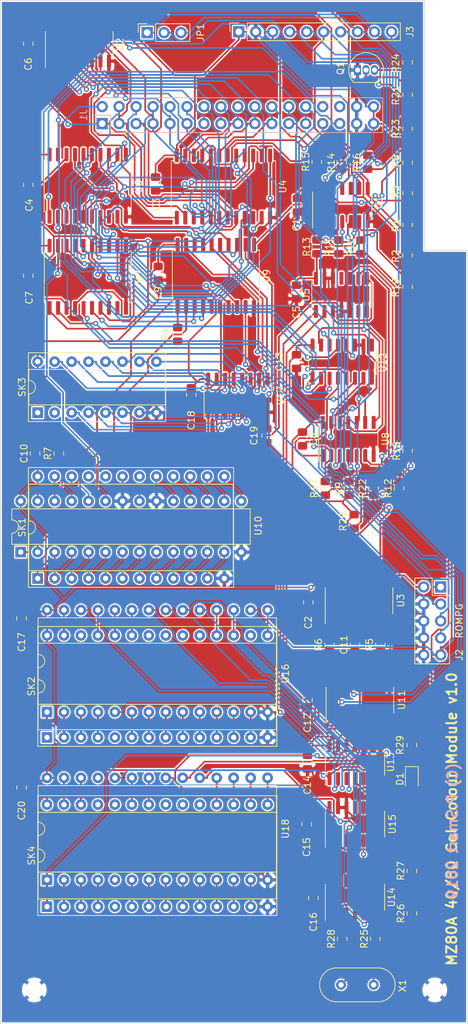
<source format=kicad_pcb>
(kicad_pcb (version 20171130) (host pcbnew "(5.1.2-1)-1")
  (layers (0 F.Cu signal hide) (31 B.Cu signal hide) (34 B.Paste user) (35 F.Paste user) (36 B.SilkS user) (37 F.SilkS user) (38 B.Mask user) (39 F.Mask user) (44 Edge.Cuts user))
  (net 0 "")
  (net 1 GNDPWR)
  (net 2 +5V)
  (net 3 "Net-(D1-Pad1)")
  (net 4 "Net-(J1-Pad30)")
  (net 5 /Colour/~RD~)
  (net 6 "Net-(J1-Pad28)")
  (net 7 /Colour/~CS~)
  (net 8 /Colour/~HBLNK~)
  (net 9 /Colour/~GT~)
  (net 10 /Colour/SYNCH)
  (net 11 /Colour/~WR~)
  (net 12 /Colour/~V-HBLNK~)
  (net 13 /Colour/A10)
  (net 14 /Colour/VIDEO)
  (net 15 /Colour/A9)
  (net 16 /Colour/LOAD)
  (net 17 /Colour/A8)
  (net 18 /Colour/D7)
  (net 19 /Colour/A7)
  (net 20 /Colour/D6)
  (net 21 /Colour/A6)
  (net 22 /Colour/D5)
  (net 23 /Colour/A5)
  (net 24 /Colour/D4)
  (net 25 /Colour/A4)
  (net 26 /Colour/D3)
  (net 27 /Colour/A3)
  (net 28 /Colour/D2)
  (net 29 /Colour/A2)
  (net 30 /Colour/D1)
  (net 31 /Colour/A1)
  (net 32 /Colour/D0)
  (net 33 /Colour/A0)
  (net 34 "Net-(J2-Pad7)")
  (net 35 "Net-(J2-Pad5)")
  (net 36 "Net-(J2-Pad3)")
  (net 37 "Net-(R1-Pad1)")
  (net 38 "Net-(SK1-Pad21)")
  (net 39 "Net-(SK2-Pad15)")
  (net 40 "Net-(SK2-Pad7)")
  (net 41 "Net-(SK2-Pad6)")
  (net 42 "Net-(SK2-Pad13)")
  (net 43 "Net-(SK2-Pad5)")
  (net 44 "Net-(SK2-Pad12)")
  (net 45 "Net-(SK2-Pad4)")
  (net 46 "Net-(SK2-Pad11)")
  (net 47 "Net-(SK2-Pad3)")
  (net 48 "Net-(SK2-Pad10)")
  (net 49 "Net-(SK2-Pad2)")
  (net 50 "Net-(SK2-Pad9)")
  (net 51 "Net-(SK2-Pad1)")
  (net 52 "Net-(SK3-Pad13)")
  (net 53 "Net-(SK3-Pad12)")
  (net 54 "Net-(SK3-Pad11)")
  (net 55 "Net-(SK3-Pad10)")
  (net 56 "Net-(SK3-Pad9)")
  (net 57 "Net-(SK3-Pad7)")
  (net 58 "Net-(SK3-Pad6)")
  (net 59 "Net-(SK3-Pad5)")
  (net 60 "Net-(SK3-Pad4)")
  (net 61 "Net-(SK3-Pad3)")
  (net 62 "Net-(SK3-Pad2)")
  (net 63 "Net-(SK3-Pad15)")
  (net 64 "Net-(SK3-Pad1)")
  (net 65 "Net-(U1-Pad13)")
  (net 66 "Net-(U1-Pad5)")
  (net 67 /Colour/MD2)
  (net 68 /Colour/MD1)
  (net 69 /Colour/MD0)
  (net 70 /Colour/MD7)
  (net 71 /Colour/MD6)
  (net 72 /Colour/MD5)
  (net 73 /Colour/MD4)
  (net 74 /Colour/MD3)
  (net 75 "Net-(U11-Pad11)")
  (net 76 "Net-(U11-Pad6)")
  (net 77 "Net-(U11-Pad10)")
  (net 78 "Net-(U13-Pad2)")
  (net 79 ~40~80-MODE)
  (net 80 "Net-(U3-Pad4)")
  (net 81 "Net-(U11-Pad13)")
  (net 82 "Net-(R5-Pad2)")
  (net 83 /Colour/CGA8)
  (net 84 /Colour/CGD2)
  (net 85 /Colour/CGA9)
  (net 86 /Colour/CGD1)
  (net 87 /Colour/CGD0)
  (net 88 /Colour/~CGCS1~)
  (net 89 /Colour/CGA0)
  (net 90 /Colour/CGA10)
  (net 91 /Colour/CGA1)
  (net 92 /Colour/~CGCS2~)
  (net 93 /Colour/CGA2)
  (net 94 /Colour/CGD7)
  (net 95 /Colour/CGA3)
  (net 96 /Colour/CGD6)
  (net 97 /Colour/CGA4)
  (net 98 /Colour/CGD5)
  (net 99 /Colour/CGA5)
  (net 100 /Colour/CGD4)
  (net 101 /Colour/CGA6)
  (net 102 /Colour/CGD3)
  (net 103 /Colour/CGA7)
  (net 104 "Net-(SK2-Pad27)")
  (net 105 "Net-(SK2-Pad26)")
  (net 106 "Net-(SK2-Pad25)")
  (net 107 "Net-(SK2-Pad24)")
  (net 108 "Net-(SK2-Pad23)")
  (net 109 "Net-(SK2-Pad22)")
  (net 110 "Net-(SK2-Pad8)")
  (net 111 "Net-(SK2-Pad21)")
  (net 112 "Net-(SK2-Pad20)")
  (net 113 "Net-(SK2-Pad19)")
  (net 114 "Net-(SK2-Pad18)")
  (net 115 "Net-(SK2-Pad17)")
  (net 116 "Net-(SK2-Pad16)")
  (net 117 "Net-(SK3-Pad14)")
  (net 118 "Net-(SK4-Pad27)")
  (net 119 "Net-(SK4-Pad13)")
  (net 120 "Net-(SK4-Pad26)")
  (net 121 "Net-(SK4-Pad12)")
  (net 122 "Net-(SK4-Pad11)")
  (net 123 "Net-(SK4-Pad24)")
  (net 124 "Net-(SK4-Pad10)")
  (net 125 "Net-(SK4-Pad23)")
  (net 126 "Net-(SK4-Pad9)")
  (net 127 "Net-(SK4-Pad22)")
  (net 128 "Net-(SK4-Pad8)")
  (net 129 "Net-(SK4-Pad21)")
  (net 130 "Net-(SK4-Pad7)")
  (net 131 "Net-(SK4-Pad20)")
  (net 132 "Net-(SK4-Pad6)")
  (net 133 "Net-(SK4-Pad19)")
  (net 134 "Net-(SK4-Pad5)")
  (net 135 "Net-(SK4-Pad18)")
  (net 136 "Net-(SK4-Pad4)")
  (net 137 "Net-(SK4-Pad17)")
  (net 138 "Net-(SK4-Pad3)")
  (net 139 "Net-(SK4-Pad16)")
  (net 140 "Net-(SK4-Pad2)")
  (net 141 "Net-(SK4-Pad15)")
  (net 142 "Net-(SK4-Pad1)")
  (net 143 "Net-(U3-Pad13)")
  (net 144 "Net-(U3-Pad12)")
  (net 145 "Net-(U11-Pad12)")
  (net 146 "Net-(U11-Pad3)")
  (net 147 "Net-(U13-Pad4)")
  (net 148 /Colour/CGA11)
  (net 149 /Colour/FrG)
  (net 150 /Colour/FrR)
  (net 151 /Colour/FrB)
  (net 152 /Colour/BkG)
  (net 153 /Colour/BkR)
  (net 154 /Colour/BkB)
  (net 155 /Colour/CGA14)
  (net 156 /Colour/CGA13)
  (net 157 /Colour/CGA12)
  (net 158 "Net-(U11-Pad5)")
  (net 159 "Net-(U11-Pad2)")
  (net 160 "Net-(U12-Pad9)")
  (net 161 "Net-(U13-Pad12)")
  (net 162 "Net-(U13-Pad9)")
  (net 163 "Net-(U13-Pad8)")
  (net 164 "Net-(U13-Pad1)")
  (net 165 "Net-(U13-Pad5)")
  (net 166 "Net-(U13-Pad3)")
  (net 167 "Net-(U14-Pad11)")
  (net 168 "Net-(J3-Pad7)")
  (net 169 "Net-(J3-Pad5)")
  (net 170 "Net-(J3-Pad3)")
  (net 171 "Net-(C11-Pad2)")
  (net 172 "Net-(C11-Pad1)")
  (net 173 "Net-(C19-Pad1)")
  (net 174 "Net-(J2-Pad1)")
  (net 175 "Net-(J3-Pad10)")
  (net 176 "Net-(J3-Pad9)")
  (net 177 "Net-(J3-Pad8)")
  (net 178 "Net-(J3-Pad6)")
  (net 179 "Net-(J3-Pad4)")
  (net 180 "Net-(JP1-Pad2)")
  (net 181 "Net-(Q1-Pad3)")
  (net 182 "Net-(Q1-Pad2)")
  (net 183 "Net-(R2-Pad1)")
  (net 184 "Net-(R3-Pad1)")
  (net 185 "Net-(R4-Pad1)")
  (net 186 "Net-(R7-Pad2)")
  (net 187 "Net-(R8-Pad2)")
  (net 188 "Net-(R9-Pad1)")
  (net 189 "Net-(R25-Pad1)")
  (net 190 "Net-(R25-Pad2)")
  (net 191 "Net-(R26-Pad1)")
  (net 192 "Net-(R27-Pad1)")
  (net 193 "Net-(R28-Pad1)")
  (net 194 "Net-(U5-Pad3)")
  (net 195 "Net-(U5-Pad6)")
  (net 196 "Net-(U17-Pad2)")
  (net 197 "Net-(U5-Pad11)")
  (net 198 "Net-(U7-Pad9)")
  (net 199 "Net-(U11-Pad14)")
  (net 200 "Net-(U12-Pad7)")
  (net 201 "Net-(U12-Pad4)")
  (net 202 "Net-(U14-Pad13)")
  (net 203 "Net-(U14-Pad10)")
  (net 204 "Net-(U14-Pad8)")
  (net 205 "Net-(U14-Pad6)")
  (net 206 "Net-(U15-Pad2)")
  (net 207 "Net-(U15-Pad3)")
  (net 208 "Net-(U15-Pad4)")
  (net 209 "Net-(U15-Pad11)")
  (net 210 "Net-(U18-Pad5)")
  (module Package_SO:SOIC-14_3.9x8.7mm_P1.27mm (layer F.Cu) (at 121.539 68.886 90)
    (fp_text reference U5 (at 0 -5.28 90) (layer F.SilkS))
    (fp_text value 74HC86)
    (pad 14 smd roundrect (at 2.475 -3.81 90) (size 1.95 0.6) (layers F.Cu F.Paste F.Mask) (net 2 +5V))
    (pad 13 smd roundrect (at 2.475 -2.54 90) (size 1.95 0.6) (layers F.Cu F.Paste F.Mask) (net 1 GNDPWR))
    (pad 12 smd roundrect (at 2.475 -1.27 90) (size 1.95 0.6) (layers F.Cu F.Paste F.Mask) (net 1 GNDPWR))
    (pad 11 smd roundrect (at 2.475 0 90) (size 1.95 0.6) (layers F.Cu F.Paste F.Mask) (net 197 "Net-(U5-Pad11)"))
    (pad 10 smd roundrect (at 2.475 1.27 90) (size 1.95 0.6) (layers F.Cu F.Paste F.Mask) (net 79 ~40~80-MODE))
    (pad 9 smd roundrect (at 2.475 2.54 90) (size 1.95 0.6) (layers F.Cu F.Paste F.Mask) (net 147 "Net-(U13-Pad4)"))
    (pad 8 smd roundrect (at 2.475 3.81 90) (size 1.95 0.6) (layers F.Cu F.Paste F.Mask) (net 196 "Net-(U17-Pad2)"))
    (pad 7 smd roundrect (at -2.475 3.81 90) (size 1.95 0.6) (layers F.Cu F.Paste F.Mask) (net 1 GNDPWR))
    (pad 6 smd roundrect (at -2.475 2.54 90) (size 1.95 0.6) (layers F.Cu F.Paste F.Mask) (net 195 "Net-(U5-Pad6)"))
    (pad 5 smd roundrect (at -2.475 1.27 90) (size 1.95 0.6) (layers F.Cu F.Paste F.Mask) (net 1 GNDPWR))
    (pad 4 smd roundrect (at -2.475 0 90) (size 1.95 0.6) (layers F.Cu F.Paste F.Mask) (net 1 GNDPWR))
    (pad 3 smd roundrect (at -2.475 -1.27 90) (size 1.95 0.6) (layers F.Cu F.Paste F.Mask) (net 194 "Net-(U5-Pad3)"))
    (pad 2 smd roundrect (at -2.475 -2.54 90) (size 1.95 0.6) (layers F.Cu F.Paste F.Mask) (net 81 "Net-(U11-Pad13)"))
    (pad 1 smd roundrect (at -2.475 -3.81 90) (size 1.95 0.6) (layers F.Cu F.Paste F.Mask) (net 146 "Net-(U11-Pad3)"))
  )
  (module Package_DIP:DIP-28_W15.24mm_Socket (layer F.Cu) (at 77.47 160.274 90)
    (fp_text reference SK4 (at 7.62 -2.33 90) (layer F.SilkS))
    (fp_text value "IC20 Socket")
    (pad 28 thru_hole oval (at 15.24 0 90) (size 1.6 1.6) (drill 0.8) (layers *.Cu *.Mask) (net 2 +5V))
    (pad 14 thru_hole oval (at 0 33.02 90) (size 1.6 1.6) (drill 0.8) (layers *.Cu *.Mask) (net 1 GNDPWR))
    (pad 27 thru_hole oval (at 15.24 2.54 90) (size 1.6 1.6) (drill 0.8) (layers *.Cu *.Mask) (net 118 "Net-(SK4-Pad27)"))
    (pad 13 thru_hole oval (at 0 30.48 90) (size 1.6 1.6) (drill 0.8) (layers *.Cu *.Mask) (net 119 "Net-(SK4-Pad13)"))
    (pad 26 thru_hole oval (at 15.24 5.08 90) (size 1.6 1.6) (drill 0.8) (layers *.Cu *.Mask) (net 120 "Net-(SK4-Pad26)"))
    (pad 12 thru_hole oval (at 0 27.94 90) (size 1.6 1.6) (drill 0.8) (layers *.Cu *.Mask) (net 121 "Net-(SK4-Pad12)"))
    (pad 25 thru_hole oval (at 15.24 7.62 90) (size 1.6 1.6) (drill 0.8) (layers *.Cu *.Mask))
    (pad 11 thru_hole oval (at 0 25.4 90) (size 1.6 1.6) (drill 0.8) (layers *.Cu *.Mask) (net 122 "Net-(SK4-Pad11)"))
    (pad 24 thru_hole oval (at 15.24 10.16 90) (size 1.6 1.6) (drill 0.8) (layers *.Cu *.Mask) (net 123 "Net-(SK4-Pad24)"))
    (pad 10 thru_hole oval (at 0 22.86 90) (size 1.6 1.6) (drill 0.8) (layers *.Cu *.Mask) (net 124 "Net-(SK4-Pad10)"))
    (pad 23 thru_hole oval (at 15.24 12.7 90) (size 1.6 1.6) (drill 0.8) (layers *.Cu *.Mask) (net 125 "Net-(SK4-Pad23)"))
    (pad 9 thru_hole oval (at 0 20.32 90) (size 1.6 1.6) (drill 0.8) (layers *.Cu *.Mask) (net 126 "Net-(SK4-Pad9)"))
    (pad 22 thru_hole oval (at 15.24 15.24 90) (size 1.6 1.6) (drill 0.8) (layers *.Cu *.Mask) (net 127 "Net-(SK4-Pad22)"))
    (pad 8 thru_hole oval (at 0 17.78 90) (size 1.6 1.6) (drill 0.8) (layers *.Cu *.Mask) (net 128 "Net-(SK4-Pad8)"))
    (pad 21 thru_hole oval (at 15.24 17.78 90) (size 1.6 1.6) (drill 0.8) (layers *.Cu *.Mask) (net 129 "Net-(SK4-Pad21)"))
    (pad 7 thru_hole oval (at 0 15.24 90) (size 1.6 1.6) (drill 0.8) (layers *.Cu *.Mask) (net 130 "Net-(SK4-Pad7)"))
    (pad 20 thru_hole oval (at 15.24 20.32 90) (size 1.6 1.6) (drill 0.8) (layers *.Cu *.Mask) (net 131 "Net-(SK4-Pad20)"))
    (pad 6 thru_hole oval (at 0 12.7 90) (size 1.6 1.6) (drill 0.8) (layers *.Cu *.Mask) (net 132 "Net-(SK4-Pad6)"))
    (pad 19 thru_hole oval (at 15.24 22.86 90) (size 1.6 1.6) (drill 0.8) (layers *.Cu *.Mask) (net 133 "Net-(SK4-Pad19)"))
    (pad 5 thru_hole oval (at 0 10.16 90) (size 1.6 1.6) (drill 0.8) (layers *.Cu *.Mask) (net 134 "Net-(SK4-Pad5)"))
    (pad 18 thru_hole oval (at 15.24 25.4 90) (size 1.6 1.6) (drill 0.8) (layers *.Cu *.Mask) (net 135 "Net-(SK4-Pad18)"))
    (pad 4 thru_hole oval (at 0 7.62 90) (size 1.6 1.6) (drill 0.8) (layers *.Cu *.Mask) (net 136 "Net-(SK4-Pad4)"))
    (pad 17 thru_hole oval (at 15.24 27.94 90) (size 1.6 1.6) (drill 0.8) (layers *.Cu *.Mask) (net 137 "Net-(SK4-Pad17)"))
    (pad 3 thru_hole oval (at 0 5.08 90) (size 1.6 1.6) (drill 0.8) (layers *.Cu *.Mask) (net 138 "Net-(SK4-Pad3)"))
    (pad 16 thru_hole oval (at 15.24 30.48 90) (size 1.6 1.6) (drill 0.8) (layers *.Cu *.Mask) (net 139 "Net-(SK4-Pad16)"))
    (pad 2 thru_hole oval (at 0 2.54 90) (size 1.6 1.6) (drill 0.8) (layers *.Cu *.Mask) (net 140 "Net-(SK4-Pad2)"))
    (pad 15 thru_hole oval (at 15.24 33.02 90) (size 1.6 1.6) (drill 0.8) (layers *.Cu *.Mask) (net 141 "Net-(SK4-Pad15)"))
    (pad 1 thru_hole rect (at 0 0 90) (size 1.6 1.6) (drill 0.8) (layers *.Cu *.Mask) (net 142 "Net-(SK4-Pad1)"))
  )
  (module Package_DIP:DIP-16_W7.62mm_Socket (layer F.Cu) (at 76.073 86.487 90)
    (fp_text reference SK3 (at 3.81 -2.33 90) (layer F.SilkS))
    (fp_text value "IC8 Socket")
    (pad 16 thru_hole oval (at 7.62 0 90) (size 1.6 1.6) (drill 0.8) (layers *.Cu *.Mask) (net 2 +5V))
    (pad 8 thru_hole oval (at 0 17.78 90) (size 1.6 1.6) (drill 0.8) (layers *.Cu *.Mask) (net 1 GNDPWR))
    (pad 15 thru_hole oval (at 7.62 2.54 90) (size 1.6 1.6) (drill 0.8) (layers *.Cu *.Mask) (net 63 "Net-(SK3-Pad15)"))
    (pad 7 thru_hole oval (at 0 15.24 90) (size 1.6 1.6) (drill 0.8) (layers *.Cu *.Mask) (net 57 "Net-(SK3-Pad7)"))
    (pad 14 thru_hole oval (at 7.62 5.08 90) (size 1.6 1.6) (drill 0.8) (layers *.Cu *.Mask) (net 117 "Net-(SK3-Pad14)"))
    (pad 6 thru_hole oval (at 0 12.7 90) (size 1.6 1.6) (drill 0.8) (layers *.Cu *.Mask) (net 58 "Net-(SK3-Pad6)"))
    (pad 13 thru_hole oval (at 7.62 7.62 90) (size 1.6 1.6) (drill 0.8) (layers *.Cu *.Mask) (net 52 "Net-(SK3-Pad13)"))
    (pad 5 thru_hole oval (at 0 10.16 90) (size 1.6 1.6) (drill 0.8) (layers *.Cu *.Mask) (net 59 "Net-(SK3-Pad5)"))
    (pad 12 thru_hole oval (at 7.62 10.16 90) (size 1.6 1.6) (drill 0.8) (layers *.Cu *.Mask) (net 53 "Net-(SK3-Pad12)"))
    (pad 4 thru_hole oval (at 0 7.62 90) (size 1.6 1.6) (drill 0.8) (layers *.Cu *.Mask) (net 60 "Net-(SK3-Pad4)"))
    (pad 11 thru_hole oval (at 7.62 12.7 90) (size 1.6 1.6) (drill 0.8) (layers *.Cu *.Mask) (net 54 "Net-(SK3-Pad11)"))
    (pad 3 thru_hole oval (at 0 5.08 90) (size 1.6 1.6) (drill 0.8) (layers *.Cu *.Mask) (net 61 "Net-(SK3-Pad3)"))
    (pad 10 thru_hole oval (at 7.62 15.24 90) (size 1.6 1.6) (drill 0.8) (layers *.Cu *.Mask) (net 55 "Net-(SK3-Pad10)"))
    (pad 2 thru_hole oval (at 0 2.54 90) (size 1.6 1.6) (drill 0.8) (layers *.Cu *.Mask) (net 62 "Net-(SK3-Pad2)"))
    (pad 9 thru_hole oval (at 7.62 17.78 90) (size 1.6 1.6) (drill 0.8) (layers *.Cu *.Mask) (net 56 "Net-(SK3-Pad9)"))
    (pad 1 thru_hole rect (at 0 0 90) (size 1.6 1.6) (drill 0.8) (layers *.Cu *.Mask) (net 64 "Net-(SK3-Pad1)"))
  )
  (module Package_DIP:DIP-28_W15.24mm_Socket (layer F.Cu) (at 77.47 135.001 90)
    (fp_text reference SK2 (at 7.62 -2.33 90) (layer F.SilkS))
    (fp_text value "IC31 Socket")
    (pad 28 thru_hole oval (at 15.24 0 90) (size 1.6 1.6) (drill 0.8) (layers *.Cu *.Mask) (net 2 +5V))
    (pad 14 thru_hole oval (at 0 33.02 90) (size 1.6 1.6) (drill 0.8) (layers *.Cu *.Mask) (net 1 GNDPWR))
    (pad 27 thru_hole oval (at 15.24 2.54 90) (size 1.6 1.6) (drill 0.8) (layers *.Cu *.Mask) (net 104 "Net-(SK2-Pad27)"))
    (pad 13 thru_hole oval (at 0 30.48 90) (size 1.6 1.6) (drill 0.8) (layers *.Cu *.Mask) (net 42 "Net-(SK2-Pad13)"))
    (pad 26 thru_hole oval (at 15.24 5.08 90) (size 1.6 1.6) (drill 0.8) (layers *.Cu *.Mask) (net 105 "Net-(SK2-Pad26)"))
    (pad 12 thru_hole oval (at 0 27.94 90) (size 1.6 1.6) (drill 0.8) (layers *.Cu *.Mask) (net 44 "Net-(SK2-Pad12)"))
    (pad 25 thru_hole oval (at 15.24 7.62 90) (size 1.6 1.6) (drill 0.8) (layers *.Cu *.Mask) (net 106 "Net-(SK2-Pad25)"))
    (pad 11 thru_hole oval (at 0 25.4 90) (size 1.6 1.6) (drill 0.8) (layers *.Cu *.Mask) (net 46 "Net-(SK2-Pad11)"))
    (pad 24 thru_hole oval (at 15.24 10.16 90) (size 1.6 1.6) (drill 0.8) (layers *.Cu *.Mask) (net 107 "Net-(SK2-Pad24)"))
    (pad 10 thru_hole oval (at 0 22.86 90) (size 1.6 1.6) (drill 0.8) (layers *.Cu *.Mask) (net 48 "Net-(SK2-Pad10)"))
    (pad 23 thru_hole oval (at 15.24 12.7 90) (size 1.6 1.6) (drill 0.8) (layers *.Cu *.Mask) (net 108 "Net-(SK2-Pad23)"))
    (pad 9 thru_hole oval (at 0 20.32 90) (size 1.6 1.6) (drill 0.8) (layers *.Cu *.Mask) (net 50 "Net-(SK2-Pad9)"))
    (pad 22 thru_hole oval (at 15.24 15.24 90) (size 1.6 1.6) (drill 0.8) (layers *.Cu *.Mask) (net 109 "Net-(SK2-Pad22)"))
    (pad 8 thru_hole oval (at 0 17.78 90) (size 1.6 1.6) (drill 0.8) (layers *.Cu *.Mask) (net 110 "Net-(SK2-Pad8)"))
    (pad 21 thru_hole oval (at 15.24 17.78 90) (size 1.6 1.6) (drill 0.8) (layers *.Cu *.Mask) (net 111 "Net-(SK2-Pad21)"))
    (pad 7 thru_hole oval (at 0 15.24 90) (size 1.6 1.6) (drill 0.8) (layers *.Cu *.Mask) (net 40 "Net-(SK2-Pad7)"))
    (pad 20 thru_hole oval (at 15.24 20.32 90) (size 1.6 1.6) (drill 0.8) (layers *.Cu *.Mask) (net 112 "Net-(SK2-Pad20)"))
    (pad 6 thru_hole oval (at 0 12.7 90) (size 1.6 1.6) (drill 0.8) (layers *.Cu *.Mask) (net 41 "Net-(SK2-Pad6)"))
    (pad 19 thru_hole oval (at 15.24 22.86 90) (size 1.6 1.6) (drill 0.8) (layers *.Cu *.Mask) (net 113 "Net-(SK2-Pad19)"))
    (pad 5 thru_hole oval (at 0 10.16 90) (size 1.6 1.6) (drill 0.8) (layers *.Cu *.Mask) (net 43 "Net-(SK2-Pad5)"))
    (pad 18 thru_hole oval (at 15.24 25.4 90) (size 1.6 1.6) (drill 0.8) (layers *.Cu *.Mask) (net 114 "Net-(SK2-Pad18)"))
    (pad 4 thru_hole oval (at 0 7.62 90) (size 1.6 1.6) (drill 0.8) (layers *.Cu *.Mask) (net 45 "Net-(SK2-Pad4)"))
    (pad 17 thru_hole oval (at 15.24 27.94 90) (size 1.6 1.6) (drill 0.8) (layers *.Cu *.Mask) (net 115 "Net-(SK2-Pad17)"))
    (pad 3 thru_hole oval (at 0 5.08 90) (size 1.6 1.6) (drill 0.8) (layers *.Cu *.Mask) (net 47 "Net-(SK2-Pad3)"))
    (pad 16 thru_hole oval (at 15.24 30.48 90) (size 1.6 1.6) (drill 0.8) (layers *.Cu *.Mask) (net 116 "Net-(SK2-Pad16)"))
    (pad 2 thru_hole oval (at 0 2.54 90) (size 1.6 1.6) (drill 0.8) (layers *.Cu *.Mask) (net 49 "Net-(SK2-Pad2)"))
    (pad 15 thru_hole oval (at 15.24 33.02 90) (size 1.6 1.6) (drill 0.8) (layers *.Cu *.Mask) (net 39 "Net-(SK2-Pad15)"))
    (pad 1 thru_hole rect (at 0 0 90) (size 1.6 1.6) (drill 0.8) (layers *.Cu *.Mask) (net 51 "Net-(SK2-Pad1)"))
  )
  (module Package_DIP:DIP-24_W15.24mm_Socket (layer F.Cu) (at 76.073 111.252 90)
    (fp_text reference SK1 (at 7.62 -2.33 90) (layer F.SilkS))
    (fp_text value "IC15 Socket")
    (pad 24 thru_hole oval (at 15.24 0 90) (size 1.6 1.6) (drill 0.8) (layers *.Cu *.Mask) (net 2 +5V))
    (pad 12 thru_hole oval (at 0 27.94 90) (size 1.6 1.6) (drill 0.8) (layers *.Cu *.Mask) (net 1 GNDPWR))
    (pad 23 thru_hole oval (at 15.24 2.54 90) (size 1.6 1.6) (drill 0.8) (layers *.Cu *.Mask) (net 83 /Colour/CGA8))
    (pad 11 thru_hole oval (at 0 25.4 90) (size 1.6 1.6) (drill 0.8) (layers *.Cu *.Mask) (net 84 /Colour/CGD2))
    (pad 22 thru_hole oval (at 15.24 5.08 90) (size 1.6 1.6) (drill 0.8) (layers *.Cu *.Mask) (net 85 /Colour/CGA9))
    (pad 10 thru_hole oval (at 0 22.86 90) (size 1.6 1.6) (drill 0.8) (layers *.Cu *.Mask) (net 86 /Colour/CGD1))
    (pad 21 thru_hole oval (at 15.24 7.62 90) (size 1.6 1.6) (drill 0.8) (layers *.Cu *.Mask) (net 38 "Net-(SK1-Pad21)"))
    (pad 9 thru_hole oval (at 0 20.32 90) (size 1.6 1.6) (drill 0.8) (layers *.Cu *.Mask) (net 87 /Colour/CGD0))
    (pad 20 thru_hole oval (at 15.24 10.16 90) (size 1.6 1.6) (drill 0.8) (layers *.Cu *.Mask) (net 88 /Colour/~CGCS1~))
    (pad 8 thru_hole oval (at 0 17.78 90) (size 1.6 1.6) (drill 0.8) (layers *.Cu *.Mask) (net 89 /Colour/CGA0))
    (pad 19 thru_hole oval (at 15.24 12.7 90) (size 1.6 1.6) (drill 0.8) (layers *.Cu *.Mask) (net 90 /Colour/CGA10))
    (pad 7 thru_hole oval (at 0 15.24 90) (size 1.6 1.6) (drill 0.8) (layers *.Cu *.Mask) (net 91 /Colour/CGA1))
    (pad 18 thru_hole oval (at 15.24 15.24 90) (size 1.6 1.6) (drill 0.8) (layers *.Cu *.Mask) (net 92 /Colour/~CGCS2~))
    (pad 6 thru_hole oval (at 0 12.7 90) (size 1.6 1.6) (drill 0.8) (layers *.Cu *.Mask) (net 93 /Colour/CGA2))
    (pad 17 thru_hole oval (at 15.24 17.78 90) (size 1.6 1.6) (drill 0.8) (layers *.Cu *.Mask) (net 94 /Colour/CGD7))
    (pad 5 thru_hole oval (at 0 10.16 90) (size 1.6 1.6) (drill 0.8) (layers *.Cu *.Mask) (net 95 /Colour/CGA3))
    (pad 16 thru_hole oval (at 15.24 20.32 90) (size 1.6 1.6) (drill 0.8) (layers *.Cu *.Mask) (net 96 /Colour/CGD6))
    (pad 4 thru_hole oval (at 0 7.62 90) (size 1.6 1.6) (drill 0.8) (layers *.Cu *.Mask) (net 97 /Colour/CGA4))
    (pad 15 thru_hole oval (at 15.24 22.86 90) (size 1.6 1.6) (drill 0.8) (layers *.Cu *.Mask) (net 98 /Colour/CGD5))
    (pad 3 thru_hole oval (at 0 5.08 90) (size 1.6 1.6) (drill 0.8) (layers *.Cu *.Mask) (net 99 /Colour/CGA5))
    (pad 14 thru_hole oval (at 15.24 25.4 90) (size 1.6 1.6) (drill 0.8) (layers *.Cu *.Mask) (net 100 /Colour/CGD4))
    (pad 2 thru_hole oval (at 0 2.54 90) (size 1.6 1.6) (drill 0.8) (layers *.Cu *.Mask) (net 101 /Colour/CGA6))
    (pad 13 thru_hole oval (at 15.24 27.94 90) (size 1.6 1.6) (drill 0.8) (layers *.Cu *.Mask) (net 102 /Colour/CGD3))
    (pad 1 thru_hole rect (at 0 0 90) (size 1.6 1.6) (drill 0.8) (layers *.Cu *.Mask) (net 103 /Colour/CGA7))
  )
  (module Package_SO:SOIC-14_3.9x8.7mm_P1.27mm (layer F.Cu) (at 123.571 158.877 90)
    (fp_text reference U14 (at 0 5.461 90) (layer F.SilkS))
    (fp_text value 74S04)
    (pad 14 smd roundrect (at 2.475 -3.81 90) (size 1.95 0.6) (layers F.Cu F.Paste F.Mask) (net 2 +5V))
    (pad 13 smd roundrect (at 2.475 -2.54 90) (size 1.95 0.6) (layers F.Cu F.Paste F.Mask) (net 202 "Net-(U14-Pad13)"))
    (pad 12 smd roundrect (at 2.475 -1.27 90) (size 1.95 0.6) (layers F.Cu F.Paste F.Mask) (net 167 "Net-(U14-Pad11)"))
    (pad 11 smd roundrect (at 2.475 0 90) (size 1.95 0.6) (layers F.Cu F.Paste F.Mask) (net 167 "Net-(U14-Pad11)"))
    (pad 10 smd roundrect (at 2.475 1.27 90) (size 1.95 0.6) (layers F.Cu F.Paste F.Mask) (net 203 "Net-(U14-Pad10)"))
    (pad 9 smd roundrect (at 2.475 2.54 90) (size 1.95 0.6) (layers F.Cu F.Paste F.Mask) (net 1 GNDPWR))
    (pad 8 smd roundrect (at 2.475 3.81 90) (size 1.95 0.6) (layers F.Cu F.Paste F.Mask) (net 204 "Net-(U14-Pad8)"))
    (pad 7 smd roundrect (at -2.475 3.81 90) (size 1.95 0.6) (layers F.Cu F.Paste F.Mask) (net 1 GNDPWR))
    (pad 6 smd roundrect (at -2.475 2.54 90) (size 1.95 0.6) (layers F.Cu F.Paste F.Mask) (net 205 "Net-(U14-Pad6)"))
    (pad 5 smd roundrect (at -2.475 1.27 90) (size 1.95 0.6) (layers F.Cu F.Paste F.Mask) (net 193 "Net-(R28-Pad1)"))
    (pad 4 smd roundrect (at -2.475 0 90) (size 1.95 0.6) (layers F.Cu F.Paste F.Mask) (net 193 "Net-(R28-Pad1)"))
    (pad 3 smd roundrect (at -2.475 -1.27 90) (size 1.95 0.6) (layers F.Cu F.Paste F.Mask) (net 192 "Net-(R27-Pad1)"))
    (pad 2 smd roundrect (at -2.475 -2.54 90) (size 1.95 0.6) (layers F.Cu F.Paste F.Mask) (net 191 "Net-(R26-Pad1)"))
    (pad 1 smd roundrect (at -2.475 -3.81 90) (size 1.95 0.6) (layers F.Cu F.Paste F.Mask) (net 190 "Net-(R25-Pad2)"))
  )
  (module Package_SO:SOIC-14_3.9x8.7mm_P1.27mm (layer F.Cu) (at 122.555 90.424 90)
    (fp_text reference U8 (at 0 5.588 90) (layer F.SilkS))
    (fp_text value 74HC06)
    (pad 14 smd roundrect (at 2.475 -3.81 90) (size 1.95 0.6) (layers F.Cu F.Paste F.Mask) (net 2 +5V))
    (pad 13 smd roundrect (at 2.475 -2.54 90) (size 1.95 0.6) (layers F.Cu F.Paste F.Mask) (net 199 "Net-(U11-Pad14)"))
    (pad 12 smd roundrect (at 2.475 -1.27 90) (size 1.95 0.6) (layers F.Cu F.Paste F.Mask) (net 168 "Net-(J3-Pad7)"))
    (pad 11 smd roundrect (at 2.475 0 90) (size 1.95 0.6) (layers F.Cu F.Paste F.Mask) (net 194 "Net-(U5-Pad3)"))
    (pad 10 smd roundrect (at 2.475 1.27 90) (size 1.95 0.6) (layers F.Cu F.Paste F.Mask) (net 178 "Net-(J3-Pad6)"))
    (pad 9 smd roundrect (at 2.475 2.54 90) (size 1.95 0.6) (layers F.Cu F.Paste F.Mask) (net 12 /Colour/~V-HBLNK~))
    (pad 8 smd roundrect (at 2.475 3.81 90) (size 1.95 0.6) (layers F.Cu F.Paste F.Mask) (net 187 "Net-(R8-Pad2)"))
    (pad 7 smd roundrect (at -2.475 3.81 90) (size 1.95 0.6) (layers F.Cu F.Paste F.Mask) (net 1 GNDPWR))
    (pad 6 smd roundrect (at -2.475 2.54 90) (size 1.95 0.6) (layers F.Cu F.Paste F.Mask) (net 176 "Net-(J3-Pad9)"))
    (pad 5 smd roundrect (at -2.475 1.27 90) (size 1.95 0.6) (layers F.Cu F.Paste F.Mask) (net 188 "Net-(R9-Pad1)"))
    (pad 4 smd roundrect (at -2.475 0 90) (size 1.95 0.6) (layers F.Cu F.Paste F.Mask) (net 179 "Net-(J3-Pad4)"))
    (pad 3 smd roundrect (at -2.475 -1.27 90) (size 1.95 0.6) (layers F.Cu F.Paste F.Mask) (net 200 "Net-(U12-Pad7)"))
    (pad 2 smd roundrect (at -2.475 -2.54 90) (size 1.95 0.6) (layers F.Cu F.Paste F.Mask) (net 170 "Net-(J3-Pad3)"))
    (pad 1 smd roundrect (at -2.475 -3.81 90) (size 1.95 0.6) (layers F.Cu F.Paste F.Mask) (net 201 "Net-(U12-Pad4)"))
  )
  (module Resistor_SMD:R_0805_2012Metric_Pad1.15x1.40mm_HandSolder (layer F.Cu) (at 131.445 34.163 90)
    (fp_text reference R24 (at -0.127 -1.778 90) (layer F.SilkS))
    (fp_text value 68R hide)
    (pad 2 smd roundrect (at 1.025 0 90) (size 1.15 1.4) (layers F.Cu F.Paste F.Mask) (roundrect_rratio 0.217391) (net 175 "Net-(J3-Pad10)"))
    (pad 1 smd roundrect (at -1.025 0 90) (size 1.15 1.4) (layers F.Cu F.Paste F.Mask) (roundrect_rratio 0.217391) (net 181 "Net-(Q1-Pad3)"))
  )
  (module Resistor_SMD:R_0805_2012Metric_Pad1.15x1.40mm_HandSolder (layer F.Cu) (at 131.445 44.069 270)
    (fp_text reference R23 (at 0 1.778 90) (layer F.SilkS))
    (fp_text value 68R hide)
    (pad 2 smd roundrect (at 1.025 0 270) (size 1.15 1.4) (layers F.Cu F.Paste F.Mask) (roundrect_rratio 0.217391) (net 2 +5V))
    (pad 1 smd roundrect (at -1.025 0 270) (size 1.15 1.4) (layers F.Cu F.Paste F.Mask) (roundrect_rratio 0.217391) (net 181 "Net-(Q1-Pad3)"))
  )
  (module Resistor_SMD:R_0805_2012Metric_Pad1.15x1.40mm_HandSolder (layer F.Cu) (at 126.365 97.79 270)
    (fp_text reference R22 (at 0 1.651 90) (layer F.SilkS))
    (fp_text value 220R hide)
    (pad 2 smd roundrect (at 1.025 0 270) (size 1.15 1.4) (layers F.Cu F.Paste F.Mask) (roundrect_rratio 0.217391) (net 182 "Net-(Q1-Pad2)"))
    (pad 1 smd roundrect (at -1.025 0 270) (size 1.15 1.4) (layers F.Cu F.Paste F.Mask) (roundrect_rratio 0.217391) (net 1 GNDPWR))
  )
  (module Resistor_SMD:R_0805_2012Metric_Pad1.15x1.40mm_HandSolder (layer F.Cu) (at 131.445 38.989 90)
    (fp_text reference R21 (at -0.127 -1.778 90) (layer F.SilkS))
    (fp_text value 220R hide)
    (pad 2 smd roundrect (at 1.025 0 90) (size 1.15 1.4) (layers F.Cu F.Paste F.Mask) (roundrect_rratio 0.217391) (net 182 "Net-(Q1-Pad2)"))
    (pad 1 smd roundrect (at -1.025 0 90) (size 1.15 1.4) (layers F.Cu F.Paste F.Mask) (roundrect_rratio 0.217391) (net 180 "Net-(JP1-Pad2)"))
  )
  (module Resistor_SMD:R_0805_2012Metric_Pad1.15x1.40mm_HandSolder (layer F.Cu) (at 123.444 102.743 90)
    (fp_text reference R20 (at 0 -1.65 90) (layer F.SilkS))
    (fp_text value 1K hide)
    (pad 2 smd roundrect (at 1.025 0 90) (size 1.15 1.4) (layers F.Cu F.Paste F.Mask) (roundrect_rratio 0.217391) (net 2 +5V))
    (pad 1 smd roundrect (at -1.025 0 90) (size 1.15 1.4) (layers F.Cu F.Paste F.Mask) (roundrect_rratio 0.217391) (net 182 "Net-(Q1-Pad2)"))
  )
  (module Resistor_SMD:R_0805_2012Metric_Pad1.15x1.40mm_HandSolder (layer F.Cu) (at 131.445 67.691 90)
    (fp_text reference R19 (at -0.127 -1.778 90) (layer F.SilkS))
    (fp_text value 1K hide)
    (pad 2 smd roundrect (at 1.025 0 90) (size 1.15 1.4) (layers F.Cu F.Paste F.Mask) (roundrect_rratio 0.217391) (net 169 "Net-(J3-Pad5)"))
    (pad 1 smd roundrect (at -1.025 0 90) (size 1.15 1.4) (layers F.Cu F.Paste F.Mask) (roundrect_rratio 0.217391) (net 182 "Net-(Q1-Pad2)"))
  )
  (module Resistor_SMD:R_0805_2012Metric_Pad1.15x1.40mm_HandSolder (layer F.Cu) (at 131.445 92.202 90)
    (fp_text reference R18 (at 0 -1.65 90) (layer F.SilkS))
    (fp_text value 2K2 hide)
    (pad 2 smd roundrect (at 1.025 0 90) (size 1.15 1.4) (layers F.Cu F.Paste F.Mask) (roundrect_rratio 0.217391) (net 179 "Net-(J3-Pad4)"))
    (pad 1 smd roundrect (at -1.025 0 90) (size 1.15 1.4) (layers F.Cu F.Paste F.Mask) (roundrect_rratio 0.217391) (net 182 "Net-(Q1-Pad2)"))
  )
  (module Resistor_SMD:R_0805_2012Metric_Pad1.15x1.40mm_HandSolder (layer F.Cu) (at 119.126 97.79 90)
    (fp_text reference R17 (at 0 -1.651 90) (layer F.SilkS))
    (fp_text value 3K9 hide)
    (pad 2 smd roundrect (at 1.025 0 90) (size 1.15 1.4) (layers F.Cu F.Paste F.Mask) (roundrect_rratio 0.217391) (net 170 "Net-(J3-Pad3)"))
    (pad 1 smd roundrect (at -1.025 0 90) (size 1.15 1.4) (layers F.Cu F.Paste F.Mask) (roundrect_rratio 0.217391) (net 182 "Net-(Q1-Pad2)"))
  )
  (module Resistor_SMD:R_0805_2012Metric_Pad1.15x1.40mm_HandSolder (layer F.Cu) (at 130.175 97.79 270)
    (fp_text reference R12 (at 0 1.651 90) (layer F.SilkS))
    (fp_text value 220R hide)
    (pad 2 smd roundrect (at 1.025 0 270) (size 1.15 1.4) (layers F.Cu F.Paste F.Mask) (roundrect_rratio 0.217391) (net 2 +5V))
    (pad 1 smd roundrect (at -1.025 0 270) (size 1.15 1.4) (layers F.Cu F.Paste F.Mask) (roundrect_rratio 0.217391) (net 176 "Net-(J3-Pad9)"))
  )
  (module Resistor_SMD:R_0805_2012Metric_Pad1.15x1.40mm_HandSolder (layer F.Cu) (at 124.46 61.722 270)
    (fp_text reference R10 (at 0 1.524 90) (layer F.SilkS))
    (fp_text value 220R hide)
    (pad 2 smd roundrect (at 1.025 0 270) (size 1.15 1.4) (layers F.Cu F.Paste F.Mask) (roundrect_rratio 0.217391) (net 2 +5V))
    (pad 1 smd roundrect (at -1.025 0 270) (size 1.15 1.4) (layers F.Cu F.Paste F.Mask) (roundrect_rratio 0.217391) (net 177 "Net-(J3-Pad8)"))
  )
  (module Resistor_SMD:R_0805_2012Metric_Pad1.15x1.40mm_HandSolder (layer F.Cu) (at 122.682 97.79 270)
    (fp_text reference R9 (at 0 1.524 90) (layer F.SilkS))
    (fp_text value 220R hide)
    (pad 2 smd roundrect (at 1.025 0 270) (size 1.15 1.4) (layers F.Cu F.Paste F.Mask) (roundrect_rratio 0.217391) (net 2 +5V))
    (pad 1 smd roundrect (at -1.025 0 270) (size 1.15 1.4) (layers F.Cu F.Paste F.Mask) (roundrect_rratio 0.217391) (net 188 "Net-(R9-Pad1)"))
  )
  (module Resistor_SMD:R_0805_2012Metric_Pad1.15x1.40mm_HandSolder (layer F.Cu) (at 131.445 53.721 90)
    (fp_text reference R3 (at 0.254 -1.778 90) (layer F.SilkS))
    (fp_text value 1K hide)
    (pad 2 smd roundrect (at 1.025 0 90) (size 1.15 1.4) (layers F.Cu F.Paste F.Mask) (roundrect_rratio 0.217391) (net 2 +5V))
    (pad 1 smd roundrect (at -1.025 0 90) (size 1.15 1.4) (layers F.Cu F.Paste F.Mask) (roundrect_rratio 0.217391) (net 184 "Net-(R3-Pad1)"))
  )
  (module Resistor_SMD:R_0805_2012Metric_Pad1.15x1.40mm_HandSolder (layer F.Cu) (at 131.445 62.992 90)
    (fp_text reference R2 (at -0.127 -1.778 90) (layer F.SilkS))
    (fp_text value 1K hide)
    (pad 2 smd roundrect (at 1.025 0 90) (size 1.15 1.4) (layers F.Cu F.Paste F.Mask) (roundrect_rratio 0.217391) (net 2 +5V))
    (pad 1 smd roundrect (at -1.025 0 90) (size 1.15 1.4) (layers F.Cu F.Paste F.Mask) (roundrect_rratio 0.217391) (net 183 "Net-(R2-Pad1)"))
  )
  (module Resistor_SMD:R_0805_2012Metric_Pad1.15x1.40mm_HandSolder (layer F.Cu) (at 131.445 58.429 90)
    (fp_text reference R1 (at -0.118 -1.778 90) (layer F.SilkS))
    (fp_text value 1K hide)
    (pad 2 smd roundrect (at 1.025 0 90) (size 1.15 1.4) (layers F.Cu F.Paste F.Mask) (roundrect_rratio 0.217391) (net 2 +5V))
    (pad 1 smd roundrect (at -1.025 0 90) (size 1.15 1.4) (layers F.Cu F.Paste F.Mask) (roundrect_rratio 0.217391) (net 37 "Net-(R1-Pad1)"))
  )
  (module Package_TO_SOT_THT:TO-92_Inline (layer F.Cu) (at 123.952 35.306)
    (fp_text reference Q1 (at -2.54 -0.254 90) (layer F.SilkS))
    (fp_text value BC307 hide)
    (pad 1 thru_hole rect (at 0 0) (size 1.05 1.5) (drill 0.75) (layers *.Cu *.Mask) (net 1 GNDPWR))
    (pad 3 thru_hole oval (at 2.54 0) (size 1.05 1.5) (drill 0.75) (layers *.Cu *.Mask) (net 181 "Net-(Q1-Pad3)"))
    (pad 2 thru_hole oval (at 1.27 0) (size 1.05 1.5) (drill 0.75) (layers *.Cu *.Mask) (net 182 "Net-(Q1-Pad2)"))
  )
  (module Connector_PinSocket_2.54mm:PinSocket_1x03_P2.54mm_Vertical (layer F.Cu) (at 92.456 29.718 90)
    (fp_text reference JP1 (at 0 8.001 90) (layer F.SilkS))
    (fp_text value "Sync Polarity")
    (pad 3 thru_hole oval (at 0 5.08 90) (size 1.7 1.7) (drill 1) (layers *.Cu *.Mask) (net 177 "Net-(J3-Pad8)"))
    (pad 2 thru_hole oval (at 0 2.54 90) (size 1.7 1.7) (drill 1) (layers *.Cu *.Mask) (net 180 "Net-(JP1-Pad2)"))
    (pad 1 thru_hole rect (at 0 0 90) (size 1.7 1.7) (drill 1) (layers *.Cu *.Mask) (net 176 "Net-(J3-Pad9)"))
  )
  (module Connector_PinSocket_2.54mm:PinSocket_1x10_P2.54mm_Vertical (layer F.Cu) (at 106.172 29.591 90)
    (fp_text reference J3 (at 0 25.654 90) (layer F.SilkS))
    (fp_text value RGB)
    (pad 10 thru_hole oval (at 0 22.86 90) (size 1.7 1.7) (drill 1) (layers *.Cu *.Mask) (net 175 "Net-(J3-Pad10)"))
    (pad 9 thru_hole oval (at 0 20.32 90) (size 1.7 1.7) (drill 1) (layers *.Cu *.Mask) (net 176 "Net-(J3-Pad9)"))
    (pad 8 thru_hole oval (at 0 17.78 90) (size 1.7 1.7) (drill 1) (layers *.Cu *.Mask) (net 177 "Net-(J3-Pad8)"))
    (pad 7 thru_hole oval (at 0 15.24 90) (size 1.7 1.7) (drill 1) (layers *.Cu *.Mask) (net 168 "Net-(J3-Pad7)"))
    (pad 6 thru_hole oval (at 0 12.7 90) (size 1.7 1.7) (drill 1) (layers *.Cu *.Mask) (net 178 "Net-(J3-Pad6)"))
    (pad 5 thru_hole oval (at 0 10.16 90) (size 1.7 1.7) (drill 1) (layers *.Cu *.Mask) (net 169 "Net-(J3-Pad5)"))
    (pad 4 thru_hole oval (at 0 7.62 90) (size 1.7 1.7) (drill 1) (layers *.Cu *.Mask) (net 179 "Net-(J3-Pad4)"))
    (pad 3 thru_hole oval (at 0 5.08 90) (size 1.7 1.7) (drill 1) (layers *.Cu *.Mask) (net 170 "Net-(J3-Pad3)"))
    (pad 2 thru_hole oval (at 0 2.54 90) (size 1.7 1.7) (drill 1) (layers *.Cu *.Mask) (net 1 GNDPWR))
    (pad 1 thru_hole rect (at 0 0 90) (size 1.7 1.7) (drill 1) (layers *.Cu *.Mask) (net 2 +5V))
  )
  (module Connector_PinSocket_2.54mm:PinSocket_2x05_P2.54mm_Vertical (layer F.Cu) (at 136.398 112.522)
    (fp_text reference J2 (at 2.794 10.16 90) (layer F.SilkS))
    (fp_text value ROMPG (at 2.794 5.08 90) (layer F.SilkS))
    (pad 10 thru_hole oval (at -2.54 10.16) (size 1.7 1.7) (drill 1) (layers *.Cu *.Mask) (net 1 GNDPWR))
    (pad 9 thru_hole oval (at 0 10.16) (size 1.7 1.7) (drill 1) (layers *.Cu *.Mask) (net 79 ~40~80-MODE))
    (pad 8 thru_hole oval (at -2.54 7.62) (size 1.7 1.7) (drill 1) (layers *.Cu *.Mask) (net 1 GNDPWR))
    (pad 7 thru_hole oval (at 0 7.62) (size 1.7 1.7) (drill 1) (layers *.Cu *.Mask) (net 34 "Net-(J2-Pad7)"))
    (pad 6 thru_hole oval (at -2.54 5.08) (size 1.7 1.7) (drill 1) (layers *.Cu *.Mask) (net 1 GNDPWR))
    (pad 5 thru_hole oval (at 0 5.08) (size 1.7 1.7) (drill 1) (layers *.Cu *.Mask) (net 35 "Net-(J2-Pad5)"))
    (pad 4 thru_hole oval (at -2.54 2.54) (size 1.7 1.7) (drill 1) (layers *.Cu *.Mask) (net 1 GNDPWR))
    (pad 3 thru_hole oval (at 0 2.54) (size 1.7 1.7) (drill 1) (layers *.Cu *.Mask) (net 36 "Net-(J2-Pad3)"))
    (pad 2 thru_hole oval (at -2.54 0) (size 1.7 1.7) (drill 1) (layers *.Cu *.Mask) (net 2 +5V))
    (pad 1 thru_hole rect (at 0 0) (size 1.7 1.7) (drill 1) (layers *.Cu *.Mask) (net 174 "Net-(J2-Pad1)"))
  )
  (module Capacitor_SMD:C_0805_2012Metric_Pad1.15x1.40mm_HandSolder (layer F.Cu) (at 115.697 90.424 270)
    (fp_text reference C8 (at 0 -1.65 90) (layer F.SilkS))
    (fp_text value 100nF hide)
    (pad 2 smd roundrect (at 1.025 0 270) (size 1.15 1.4) (layers F.Cu F.Paste F.Mask) (roundrect_rratio 0.217391) (net 1 GNDPWR))
    (pad 1 smd roundrect (at -1.025 0 270) (size 1.15 1.4) (layers F.Cu F.Paste F.Mask) (roundrect_rratio 0.217391) (net 2 +5V))
  )
  (module Package_SO:SOIC-20W_7.5x12.8mm_P1.27mm (layer F.Cu) (at 102.743 66.04 90)
    (fp_text reference U9 (at 0 7.62 90) (layer F.SilkS))
    (fp_text value 74HCT273)
    (pad 20 smd roundrect (at 4.65 -5.715 90) (size 2.05 0.6) (layers F.Cu F.Paste F.Mask) (net 2 +5V))
    (pad 19 smd roundrect (at 4.65 -4.445 90) (size 2.05 0.6) (layers F.Cu F.Paste F.Mask) (net 79 ~40~80-MODE))
    (pad 18 smd roundrect (at 4.65 -3.175 90) (size 2.05 0.6) (layers F.Cu F.Paste F.Mask) (net 18 /Colour/D7))
    (pad 17 smd roundrect (at 4.65 -1.905 90) (size 2.05 0.6) (layers F.Cu F.Paste F.Mask) (net 20 /Colour/D6))
    (pad 16 smd roundrect (at 4.65 -0.635 90) (size 2.05 0.6) (layers F.Cu F.Paste F.Mask) (net 34 "Net-(J2-Pad7)"))
    (pad 15 smd roundrect (at 4.65 0.635 90) (size 2.05 0.6) (layers F.Cu F.Paste F.Mask) (net 35 "Net-(J2-Pad5)"))
    (pad 14 smd roundrect (at 4.65 1.905 90) (size 2.05 0.6) (layers F.Cu F.Paste F.Mask) (net 22 /Colour/D5))
    (pad 13 smd roundrect (at 4.65 3.175 90) (size 2.05 0.6) (layers F.Cu F.Paste F.Mask) (net 24 /Colour/D4))
    (pad 12 smd roundrect (at 4.65 4.445 90) (size 2.05 0.6) (layers F.Cu F.Paste F.Mask) (net 36 "Net-(J2-Pad3)"))
    (pad 11 smd roundrect (at 4.65 5.715 90) (size 2.05 0.6) (layers F.Cu F.Paste F.Mask) (net 184 "Net-(R3-Pad1)"))
    (pad 10 smd roundrect (at -4.65 5.715 90) (size 2.05 0.6) (layers F.Cu F.Paste F.Mask) (net 1 GNDPWR))
    (pad 9 smd roundrect (at -4.65 4.445 90) (size 2.05 0.6) (layers F.Cu F.Paste F.Mask) (net 174 "Net-(J2-Pad1)"))
    (pad 8 smd roundrect (at -4.65 3.175 90) (size 2.05 0.6) (layers F.Cu F.Paste F.Mask) (net 26 /Colour/D3))
    (pad 7 smd roundrect (at -4.65 1.905 90) (size 2.05 0.6) (layers F.Cu F.Paste F.Mask) (net 28 /Colour/D2))
    (pad 6 smd roundrect (at -4.65 0.635 90) (size 2.05 0.6) (layers F.Cu F.Paste F.Mask) (net 155 /Colour/CGA14))
    (pad 5 smd roundrect (at -4.65 -0.635 90) (size 2.05 0.6) (layers F.Cu F.Paste F.Mask) (net 156 /Colour/CGA13))
    (pad 4 smd roundrect (at -4.65 -1.905 90) (size 2.05 0.6) (layers F.Cu F.Paste F.Mask) (net 30 /Colour/D1))
    (pad 3 smd roundrect (at -4.65 -3.175 90) (size 2.05 0.6) (layers F.Cu F.Paste F.Mask) (net 32 /Colour/D0))
    (pad 2 smd roundrect (at -4.65 -4.445 90) (size 2.05 0.6) (layers F.Cu F.Paste F.Mask) (net 157 /Colour/CGA12))
    (pad 1 smd roundrect (at -4.65 -5.715 90) (size 2.05 0.6) (layers F.Cu F.Paste F.Mask) (net 185 "Net-(R4-Pad1)"))
  )
  (module Package_SO:SOIC-24W_7.5x15.4mm_P1.27mm (layer F.Cu) (at 103.886 52.705 90)
    (fp_text reference U4 (at 0 8.89 90) (layer F.SilkS))
    (fp_text value 6116)
    (pad 24 smd roundrect (at 4.65 -6.985 90) (size 2.05 0.6) (layers F.Cu F.Paste F.Mask) (net 2 +5V))
    (pad 23 smd roundrect (at 4.65 -5.715 90) (size 2.05 0.6) (layers F.Cu F.Paste F.Mask) (net 17 /Colour/A8))
    (pad 22 smd roundrect (at 4.65 -4.445 90) (size 2.05 0.6) (layers F.Cu F.Paste F.Mask) (net 15 /Colour/A9))
    (pad 21 smd roundrect (at 4.65 -3.175 90) (size 2.05 0.6) (layers F.Cu F.Paste F.Mask) (net 11 /Colour/~WR~))
    (pad 20 smd roundrect (at 4.65 -1.905 90) (size 2.05 0.6) (layers F.Cu F.Paste F.Mask) (net 1 GNDPWR))
    (pad 19 smd roundrect (at 4.65 -0.635 90) (size 2.05 0.6) (layers F.Cu F.Paste F.Mask) (net 13 /Colour/A10))
    (pad 18 smd roundrect (at 4.65 0.635 90) (size 2.05 0.6) (layers F.Cu F.Paste F.Mask) (net 7 /Colour/~CS~))
    (pad 17 smd roundrect (at 4.65 1.905 90) (size 2.05 0.6) (layers F.Cu F.Paste F.Mask) (net 70 /Colour/MD7))
    (pad 16 smd roundrect (at 4.65 3.175 90) (size 2.05 0.6) (layers F.Cu F.Paste F.Mask) (net 71 /Colour/MD6))
    (pad 15 smd roundrect (at 4.65 4.445 90) (size 2.05 0.6) (layers F.Cu F.Paste F.Mask) (net 72 /Colour/MD5))
    (pad 14 smd roundrect (at 4.65 5.715 90) (size 2.05 0.6) (layers F.Cu F.Paste F.Mask) (net 73 /Colour/MD4))
    (pad 13 smd roundrect (at 4.65 6.985 90) (size 2.05 0.6) (layers F.Cu F.Paste F.Mask) (net 74 /Colour/MD3))
    (pad 12 smd roundrect (at -4.65 6.985 90) (size 2.05 0.6) (layers F.Cu F.Paste F.Mask) (net 1 GNDPWR))
    (pad 11 smd roundrect (at -4.65 5.715 90) (size 2.05 0.6) (layers F.Cu F.Paste F.Mask) (net 67 /Colour/MD2))
    (pad 10 smd roundrect (at -4.65 4.445 90) (size 2.05 0.6) (layers F.Cu F.Paste F.Mask) (net 68 /Colour/MD1))
    (pad 9 smd roundrect (at -4.65 3.175 90) (size 2.05 0.6) (layers F.Cu F.Paste F.Mask) (net 69 /Colour/MD0))
    (pad 8 smd roundrect (at -4.65 1.905 90) (size 2.05 0.6) (layers F.Cu F.Paste F.Mask) (net 33 /Colour/A0))
    (pad 7 smd roundrect (at -4.65 0.635 90) (size 2.05 0.6) (layers F.Cu F.Paste F.Mask) (net 31 /Colour/A1))
    (pad 6 smd roundrect (at -4.65 -0.635 90) (size 2.05 0.6) (layers F.Cu F.Paste F.Mask) (net 29 /Colour/A2))
    (pad 5 smd roundrect (at -4.65 -1.905 90) (size 2.05 0.6) (layers F.Cu F.Paste F.Mask) (net 27 /Colour/A3))
    (pad 4 smd roundrect (at -4.65 -3.175 90) (size 2.05 0.6) (layers F.Cu F.Paste F.Mask) (net 25 /Colour/A4))
    (pad 3 smd roundrect (at -4.65 -4.445 90) (size 2.05 0.6) (layers F.Cu F.Paste F.Mask) (net 23 /Colour/A5))
    (pad 2 smd roundrect (at -4.65 -5.715 90) (size 2.05 0.6) (layers F.Cu F.Paste F.Mask) (net 21 /Colour/A6))
    (pad 1 smd roundrect (at -4.65 -6.985 90) (size 2.05 0.6) (layers F.Cu F.Paste F.Mask) (net 19 /Colour/A7))
  )
  (module Package_SO:SOIC-14_3.9x8.7mm_P1.27mm (layer F.Cu) (at 123.571 147.955 90)
    (fp_text reference U15 (at 0 5.588 90) (layer F.SilkS))
    (fp_text value 74HCT08)
    (pad 1 smd roundrect (at -2.475 -3.81 90) (size 1.95 0.6) (layers F.Cu F.Paste F.Mask) (net 202 "Net-(U14-Pad13)"))
    (pad 2 smd roundrect (at -2.475 -2.54 90) (size 1.95 0.6) (layers F.Cu F.Paste F.Mask) (net 206 "Net-(U15-Pad2)"))
    (pad 3 smd roundrect (at -2.475 -1.27 90) (size 1.95 0.6) (layers F.Cu F.Paste F.Mask) (net 207 "Net-(U15-Pad3)"))
    (pad 4 smd roundrect (at -2.475 0 90) (size 1.95 0.6) (layers F.Cu F.Paste F.Mask) (net 208 "Net-(U15-Pad4)"))
    (pad 5 smd roundrect (at -2.475 1.27 90) (size 1.95 0.6) (layers F.Cu F.Paste F.Mask) (net 208 "Net-(U15-Pad4)"))
    (pad 6 smd roundrect (at -2.475 2.54 90) (size 1.95 0.6) (layers F.Cu F.Paste F.Mask) (net 206 "Net-(U15-Pad2)"))
    (pad 7 smd roundrect (at -2.475 3.81 90) (size 1.95 0.6) (layers F.Cu F.Paste F.Mask) (net 1 GNDPWR))
    (pad 8 smd roundrect (at 2.475 3.81 90) (size 1.95 0.6) (layers F.Cu F.Paste F.Mask))
    (pad 9 smd roundrect (at 2.475 2.54 90) (size 1.95 0.6) (layers F.Cu F.Paste F.Mask))
    (pad 10 smd roundrect (at 2.475 1.27 90) (size 1.95 0.6) (layers F.Cu F.Paste F.Mask))
    (pad 11 smd roundrect (at 2.475 0 90) (size 1.95 0.6) (layers F.Cu F.Paste F.Mask) (net 209 "Net-(U15-Pad11)"))
    (pad 12 smd roundrect (at 2.475 -1.27 90) (size 1.95 0.6) (layers F.Cu F.Paste F.Mask) (net 1 GNDPWR))
    (pad 13 smd roundrect (at 2.475 -2.54 90) (size 1.95 0.6) (layers F.Cu F.Paste F.Mask) (net 1 GNDPWR))
    (pad 14 smd roundrect (at 2.475 -3.81 90) (size 1.95 0.6) (layers F.Cu F.Paste F.Mask) (net 2 +5V))
  )
  (module Package_DIP:DIP-28_W7.62mm (layer F.Cu) (at 73.533 107.315 90)
    (fp_text reference U10 (at 3.937 35.56 90) (layer F.SilkS))
    (fp_text value 28C256T2)
    (pad 28 thru_hole oval (at 7.62 0 90) (size 1.6 1.6) (drill 0.8) (layers *.Cu *.Mask) (net 2 +5V))
    (pad 14 thru_hole oval (at 0 33.02 90) (size 1.6 1.6) (drill 0.8) (layers *.Cu *.Mask) (net 1 GNDPWR))
    (pad 27 thru_hole oval (at 7.62 2.54 90) (size 1.6 1.6) (drill 0.8) (layers *.Cu *.Mask) (net 186 "Net-(R7-Pad2)"))
    (pad 13 thru_hole oval (at 0 30.48 90) (size 1.6 1.6) (drill 0.8) (layers *.Cu *.Mask) (net 84 /Colour/CGD2))
    (pad 26 thru_hole oval (at 7.62 5.08 90) (size 1.6 1.6) (drill 0.8) (layers *.Cu *.Mask) (net 156 /Colour/CGA13))
    (pad 12 thru_hole oval (at 0 27.94 90) (size 1.6 1.6) (drill 0.8) (layers *.Cu *.Mask) (net 86 /Colour/CGD1))
    (pad 25 thru_hole oval (at 7.62 7.62 90) (size 1.6 1.6) (drill 0.8) (layers *.Cu *.Mask) (net 83 /Colour/CGA8))
    (pad 11 thru_hole oval (at 0 25.4 90) (size 1.6 1.6) (drill 0.8) (layers *.Cu *.Mask) (net 87 /Colour/CGD0))
    (pad 24 thru_hole oval (at 7.62 10.16 90) (size 1.6 1.6) (drill 0.8) (layers *.Cu *.Mask) (net 85 /Colour/CGA9))
    (pad 10 thru_hole oval (at 0 22.86 90) (size 1.6 1.6) (drill 0.8) (layers *.Cu *.Mask) (net 89 /Colour/CGA0))
    (pad 23 thru_hole oval (at 7.62 12.7 90) (size 1.6 1.6) (drill 0.8) (layers *.Cu *.Mask) (net 148 /Colour/CGA11))
    (pad 9 thru_hole oval (at 0 20.32 90) (size 1.6 1.6) (drill 0.8) (layers *.Cu *.Mask) (net 91 /Colour/CGA1))
    (pad 22 thru_hole oval (at 7.62 15.24 90) (size 1.6 1.6) (drill 0.8) (layers *.Cu *.Mask) (net 1 GNDPWR))
    (pad 8 thru_hole oval (at 0 17.78 90) (size 1.6 1.6) (drill 0.8) (layers *.Cu *.Mask) (net 93 /Colour/CGA2))
    (pad 21 thru_hole oval (at 7.62 17.78 90) (size 1.6 1.6) (drill 0.8) (layers *.Cu *.Mask) (net 90 /Colour/CGA10))
    (pad 7 thru_hole oval (at 0 15.24 90) (size 1.6 1.6) (drill 0.8) (layers *.Cu *.Mask) (net 95 /Colour/CGA3))
    (pad 20 thru_hole oval (at 7.62 20.32 90) (size 1.6 1.6) (drill 0.8) (layers *.Cu *.Mask) (net 1 GNDPWR))
    (pad 6 thru_hole oval (at 0 12.7 90) (size 1.6 1.6) (drill 0.8) (layers *.Cu *.Mask) (net 97 /Colour/CGA4))
    (pad 19 thru_hole oval (at 7.62 22.86 90) (size 1.6 1.6) (drill 0.8) (layers *.Cu *.Mask) (net 94 /Colour/CGD7))
    (pad 5 thru_hole oval (at 0 10.16 90) (size 1.6 1.6) (drill 0.8) (layers *.Cu *.Mask) (net 99 /Colour/CGA5))
    (pad 18 thru_hole oval (at 7.62 25.4 90) (size 1.6 1.6) (drill 0.8) (layers *.Cu *.Mask) (net 96 /Colour/CGD6))
    (pad 4 thru_hole oval (at 0 7.62 90) (size 1.6 1.6) (drill 0.8) (layers *.Cu *.Mask) (net 101 /Colour/CGA6))
    (pad 17 thru_hole oval (at 7.62 27.94 90) (size 1.6 1.6) (drill 0.8) (layers *.Cu *.Mask) (net 98 /Colour/CGD5))
    (pad 3 thru_hole oval (at 0 5.08 90) (size 1.6 1.6) (drill 0.8) (layers *.Cu *.Mask) (net 103 /Colour/CGA7))
    (pad 16 thru_hole oval (at 7.62 30.48 90) (size 1.6 1.6) (drill 0.8) (layers *.Cu *.Mask) (net 100 /Colour/CGD4))
    (pad 2 thru_hole oval (at 0 2.54 90) (size 1.6 1.6) (drill 0.8) (layers *.Cu *.Mask) (net 157 /Colour/CGA12))
    (pad 15 thru_hole oval (at 7.62 33.02 90) (size 1.6 1.6) (drill 0.8) (layers *.Cu *.Mask) (net 102 /Colour/CGD3))
    (pad 1 thru_hole rect (at 0 0 90) (size 1.6 1.6) (drill 0.8) (layers *.Cu *.Mask) (net 155 /Colour/CGA14))
  )
  (module Package_SO:SOIC-16_3.9x9.9mm_P1.27mm (layer F.Cu) (at 82.296 31.496 90)
    (fp_text reference U2 (at 0 6.096 90) (layer F.SilkS))
    (fp_text value 74ALS133)
    (pad 16 smd roundrect (at 2.475 -4.445 90) (size 1.95 0.6) (layers F.Cu F.Paste F.Mask) (net 2 +5V))
    (pad 15 smd roundrect (at 2.475 -3.175 90) (size 1.95 0.6) (layers F.Cu F.Paste F.Mask) (net 37 "Net-(R1-Pad1)"))
    (pad 14 smd roundrect (at 2.475 -1.905 90) (size 1.95 0.6) (layers F.Cu F.Paste F.Mask) (net 183 "Net-(R2-Pad1)"))
    (pad 13 smd roundrect (at 2.475 -0.635 90) (size 1.95 0.6) (layers F.Cu F.Paste F.Mask) (net 33 /Colour/A0))
    (pad 12 smd roundrect (at 2.475 0.635 90) (size 1.95 0.6) (layers F.Cu F.Paste F.Mask) (net 31 /Colour/A1))
    (pad 11 smd roundrect (at 2.475 1.905 90) (size 1.95 0.6) (layers F.Cu F.Paste F.Mask) (net 29 /Colour/A2))
    (pad 10 smd roundrect (at 2.475 3.175 90) (size 1.95 0.6) (layers F.Cu F.Paste F.Mask) (net 27 /Colour/A3))
    (pad 9 smd roundrect (at 2.475 4.445 90) (size 1.95 0.6) (layers F.Cu F.Paste F.Mask) (net 65 "Net-(U1-Pad13)"))
    (pad 8 smd roundrect (at -2.475 4.445 90) (size 1.95 0.6) (layers F.Cu F.Paste F.Mask) (net 1 GNDPWR))
    (pad 7 smd roundrect (at -2.475 3.175 90) (size 1.95 0.6) (layers F.Cu F.Paste F.Mask) (net 25 /Colour/A4))
    (pad 6 smd roundrect (at -2.475 1.905 90) (size 1.95 0.6) (layers F.Cu F.Paste F.Mask) (net 23 /Colour/A5))
    (pad 5 smd roundrect (at -2.475 0.635 90) (size 1.95 0.6) (layers F.Cu F.Paste F.Mask) (net 21 /Colour/A6))
    (pad 4 smd roundrect (at -2.475 -0.635 90) (size 1.95 0.6) (layers F.Cu F.Paste F.Mask) (net 19 /Colour/A7))
    (pad 3 smd roundrect (at -2.475 -1.905 90) (size 1.95 0.6) (layers F.Cu F.Paste F.Mask) (net 17 /Colour/A8))
    (pad 2 smd roundrect (at -2.475 -3.175 90) (size 1.95 0.6) (layers F.Cu F.Paste F.Mask) (net 15 /Colour/A9))
    (pad 1 smd roundrect (at -2.475 -4.445 90) (size 1.95 0.6) (layers F.Cu F.Paste F.Mask) (net 13 /Colour/A10))
  )
  (module Resistor_SMD:R_0805_2012Metric_Pad1.15x1.40mm_HandSolder (layer F.Cu) (at 79.248 92.583 90)
    (fp_text reference R7 (at 0 -1.65 90) (layer F.SilkS))
    (fp_text value 10K hide)
    (pad 2 smd roundrect (at 1.025 0 90) (size 1.15 1.4) (layers F.Cu F.Paste F.Mask) (roundrect_rratio 0.217391) (net 186 "Net-(R7-Pad2)"))
    (pad 1 smd roundrect (at -1.025 0 90) (size 1.15 1.4) (layers F.Cu F.Paste F.Mask) (roundrect_rratio 0.217391) (net 2 +5V))
  )
  (module Resistor_SMD:R_0805_2012Metric_Pad1.15x1.40mm_HandSolder (layer F.Cu) (at 97.028 74.803 270)
    (fp_text reference R4 (at 0 1.905 90) (layer F.SilkS))
    (fp_text value 10K hide)
    (pad 2 smd roundrect (at 1.025 0 270) (size 1.15 1.4) (layers F.Cu F.Paste F.Mask) (roundrect_rratio 0.217391) (net 2 +5V))
    (pad 1 smd roundrect (at -1.025 0 270) (size 1.15 1.4) (layers F.Cu F.Paste F.Mask) (roundrect_rratio 0.217391) (net 185 "Net-(R4-Pad1)"))
  )
  (module Capacitor_SMD:C_0805_2012Metric_Pad1.15x1.40mm_HandSolder (layer F.Cu) (at 75.692 92.583 90)
    (fp_text reference C10 (at 0 -1.65 90) (layer F.SilkS))
    (fp_text value 100nF hide)
    (pad 2 smd roundrect (at 1.025 0 90) (size 1.15 1.4) (layers F.Cu F.Paste F.Mask) (roundrect_rratio 0.217391) (net 1 GNDPWR))
    (pad 1 smd roundrect (at -1.025 0 90) (size 1.15 1.4) (layers F.Cu F.Paste F.Mask) (roundrect_rratio 0.217391) (net 2 +5V))
  )
  (module Capacitor_SMD:C_0805_2012Metric_Pad1.15x1.40mm_HandSolder (layer F.Cu) (at 94.107 65.659 270)
    (fp_text reference C9 (at 2.921 0 90) (layer F.SilkS))
    (fp_text value 100nF hide)
    (pad 2 smd roundrect (at 1.025 0 270) (size 1.15 1.4) (layers F.Cu F.Paste F.Mask) (roundrect_rratio 0.217391) (net 1 GNDPWR))
    (pad 1 smd roundrect (at -1.025 0 270) (size 1.15 1.4) (layers F.Cu F.Paste F.Mask) (roundrect_rratio 0.217391) (net 2 +5V))
  )
  (module Capacitor_SMD:C_0805_2012Metric_Pad1.15x1.40mm_HandSolder (layer F.Cu) (at 74.667 31.369 270)
    (fp_text reference C6 (at 3.048 -0.009 90) (layer F.SilkS))
    (fp_text value 100nF hide)
    (pad 2 smd roundrect (at 1.025 0 270) (size 1.15 1.4) (layers F.Cu F.Paste F.Mask) (roundrect_rratio 0.217391) (net 1 GNDPWR))
    (pad 1 smd roundrect (at -1.025 0 270) (size 1.15 1.4) (layers F.Cu F.Paste F.Mask) (roundrect_rratio 0.217391) (net 2 +5V))
  )
  (module Capacitor_SMD:C_0805_2012Metric_Pad1.15x1.40mm_HandSolder (layer F.Cu) (at 123.571 121.158 90)
    (fp_text reference C11 (at 0 -1.651 90) (layer F.SilkS))
    (fp_text value 100nF hide)
    (pad 2 smd roundrect (at 1.025 0 90) (size 1.15 1.4) (layers F.Cu F.Paste F.Mask) (roundrect_rratio 0.217391) (net 171 "Net-(C11-Pad2)"))
    (pad 1 smd roundrect (at -1.025 0 90) (size 1.15 1.4) (layers F.Cu F.Paste F.Mask) (roundrect_rratio 0.217391) (net 172 "Net-(C11-Pad1)"))
  )
  (module Capacitor_SMD:C_0805_2012Metric_Pad1.15x1.40mm_HandSolder (layer F.Cu) (at 74.676 66.031 270)
    (fp_text reference C7 (at 3.302 -0.127 90) (layer F.SilkS))
    (fp_text value 100nF hide)
    (pad 2 smd roundrect (at 1.025 0 270) (size 1.15 1.4) (layers F.Cu F.Paste F.Mask) (roundrect_rratio 0.217391) (net 1 GNDPWR))
    (pad 1 smd roundrect (at -1.025 0 270) (size 1.15 1.4) (layers F.Cu F.Paste F.Mask) (roundrect_rratio 0.217391) (net 2 +5V))
  )
  (module MountingHole:MountingHole_2.7mm_M2.5_ISO7380 (layer F.Cu) (at 135.509 172.72)
    (fp_text reference H4 hide)
    (fp_text value MountingHole_Pad hide)
    (pad 1 np_thru_hole circle (at 0 0) (size 2.7 2.7) (drill 2.7) (layers *.Cu *.Mask) (net 1 GNDPWR))
  )
  (module MountingHole:MountingHole_2.7mm_M2.5_ISO7380 (layer F.Cu) (at 75.565 172.72)
    (fp_text reference H3 hide)
    (fp_text value MountingHole_Pad hide)
    (pad 1 np_thru_hole circle (at 0 0) (size 2.7 2.7) (drill 2.7) (layers *.Cu *.Mask) (net 1 GNDPWR))
  )
  (module Capacitor_SMD:C_0805_2012Metric_Pad1.15x1.40mm_HandSolder (layer F.Cu) (at 116.332 147.955 90)
    (fp_text reference C15 (at -3.429 0 90) (layer F.SilkS))
    (fp_text value 100nF hide)
    (pad 2 smd roundrect (at 1.025 0 90) (size 1.15 1.4) (layers F.Cu F.Paste F.Mask) (roundrect_rratio 0.217391) (net 2 +5V))
    (pad 1 smd roundrect (at -1.025 0 90) (size 1.15 1.4) (layers F.Cu F.Paste F.Mask) (roundrect_rratio 0.217391) (net 1 GNDPWR))
  )
  (module Crystal:Crystal_HC49-U_Vertical (layer F.Cu) (at 126.365 171.958 180)
    (fp_text reference X1 (at -4.318 -0.127 90) (layer F.SilkS))
    (fp_text value 16MHz hide)
    (pad 1 thru_hole circle (at 0 0 180) (size 1.5 1.5) (drill 0.8) (layers *.Cu *.Mask) (net 189 "Net-(R25-Pad1)"))
    (pad 2 thru_hole circle (at 4.88 0 180) (size 1.5 1.5) (drill 0.8) (layers *.Cu *.Mask) (net 193 "Net-(R28-Pad1)"))
  )
  (module Capacitor_SMD:C_0805_2012Metric_Pad1.15x1.40mm_HandSolder (layer F.Cu) (at 99.06 83.811 270)
    (fp_text reference C18 (at 3.81 0 90) (layer F.SilkS))
    (fp_text value 100nF hide)
    (pad 2 smd roundrect (at 1.025 0 270) (size 1.15 1.4) (layers F.Cu F.Paste F.Mask) (roundrect_rratio 0.217391) (net 1 GNDPWR))
    (pad 1 smd roundrect (at -1.025 0 270) (size 1.15 1.4) (layers F.Cu F.Paste F.Mask) (roundrect_rratio 0.217391) (net 2 +5V))
  )
  (module Capacitor_SMD:C_0805_2012Metric_Pad1.15x1.40mm_HandSolder (layer F.Cu) (at 73.66 142.494 90)
    (fp_text reference C20 (at -3.429 0 90) (layer F.SilkS))
    (fp_text value 100nF hide)
    (pad 2 smd roundrect (at 1.025 0 90) (size 1.15 1.4) (layers F.Cu F.Paste F.Mask) (roundrect_rratio 0.217391) (net 2 +5V))
    (pad 1 smd roundrect (at -1.025 0 90) (size 1.15 1.4) (layers F.Cu F.Paste F.Mask) (roundrect_rratio 0.217391) (net 1 GNDPWR))
  )
  (module Capacitor_SMD:C_0805_2012Metric_Pad1.15x1.40mm_HandSolder (layer F.Cu) (at 73.66 117.221 90)
    (fp_text reference C17 (at -3.556 0 90) (layer F.SilkS))
    (fp_text value 100nF hide)
    (pad 2 smd roundrect (at 1.025 0 90) (size 1.15 1.4) (layers F.Cu F.Paste F.Mask) (roundrect_rratio 0.217391) (net 2 +5V))
    (pad 1 smd roundrect (at -1.025 0 90) (size 1.15 1.4) (layers F.Cu F.Paste F.Mask) (roundrect_rratio 0.217391) (net 1 GNDPWR))
  )
  (module Capacitor_SMD:C_0805_2012Metric_Pad1.15x1.40mm_HandSolder (layer F.Cu) (at 117.348 159.004 90)
    (fp_text reference C16 (at -3.556 0 90) (layer F.SilkS))
    (fp_text value 100nF hide)
    (pad 1 smd roundrect (at -1.025 0 90) (size 1.15 1.4) (layers F.Cu F.Paste F.Mask) (roundrect_rratio 0.217391) (net 1 GNDPWR))
    (pad 2 smd roundrect (at 1.025 0 90) (size 1.15 1.4) (layers F.Cu F.Paste F.Mask) (roundrect_rratio 0.217391) (net 2 +5V))
  )
  (module Capacitor_SMD:C_0805_2012Metric_Pad1.15x1.40mm_HandSolder (layer F.Cu) (at 116.459 138.684 90)
    (fp_text reference C14 (at -3.429 0 90) (layer F.SilkS))
    (fp_text value 100nF hide)
    (pad 1 smd roundrect (at -1.025 0 90) (size 1.15 1.4) (layers F.Cu F.Paste F.Mask) (roundrect_rratio 0.217391) (net 1 GNDPWR))
    (pad 2 smd roundrect (at 1.025 0 90) (size 1.15 1.4) (layers F.Cu F.Paste F.Mask) (roundrect_rratio 0.217391) (net 2 +5V))
  )
  (module Connector_PinSocket_2.54mm:PinSocket_2x17_P2.54mm_Vertical (layer B.Cu) (at 85.725 43.307 270)
    (fp_text reference J1 (at -1.27 2.77 270) (layer B.SilkS) (effects (justify mirror)))
    (fp_text value "M/Board CN")
    (pad 34 thru_hole oval (at -2.54 -40.64 270) (size 1.7 1.7) (drill 1) (layers *.Cu *.Mask) (net 2 +5V))
    (pad 33 thru_hole oval (at 0 -40.64 270) (size 1.7 1.7) (drill 1) (layers *.Cu *.Mask) (net 2 +5V))
    (pad 32 thru_hole oval (at -2.54 -38.1 270) (size 1.7 1.7) (drill 1) (layers *.Cu *.Mask) (net 1 GNDPWR))
    (pad 31 thru_hole oval (at 0 -38.1 270) (size 1.7 1.7) (drill 1) (layers *.Cu *.Mask) (net 1 GNDPWR))
    (pad 30 thru_hole oval (at -2.54 -35.56 270) (size 1.7 1.7) (drill 1) (layers *.Cu *.Mask) (net 4 "Net-(J1-Pad30)"))
    (pad 29 thru_hole oval (at 0 -35.56 270) (size 1.7 1.7) (drill 1) (layers *.Cu *.Mask) (net 5 /Colour/~RD~))
    (pad 28 thru_hole oval (at -2.54 -33.02 270) (size 1.7 1.7) (drill 1) (layers *.Cu *.Mask) (net 6 "Net-(J1-Pad28)"))
    (pad 27 thru_hole oval (at 0 -33.02 270) (size 1.7 1.7) (drill 1) (layers *.Cu *.Mask) (net 7 /Colour/~CS~))
    (pad 26 thru_hole oval (at -2.54 -30.48 270) (size 1.7 1.7) (drill 1) (layers *.Cu *.Mask) (net 8 /Colour/~HBLNK~))
    (pad 25 thru_hole oval (at 0 -30.48 270) (size 1.7 1.7) (drill 1) (layers *.Cu *.Mask) (net 9 /Colour/~GT~))
    (pad 24 thru_hole oval (at -2.54 -27.94 270) (size 1.7 1.7) (drill 1) (layers *.Cu *.Mask) (net 10 /Colour/SYNCH))
    (pad 23 thru_hole oval (at 0 -27.94 270) (size 1.7 1.7) (drill 1) (layers *.Cu *.Mask) (net 11 /Colour/~WR~))
    (pad 22 thru_hole oval (at -2.54 -25.4 270) (size 1.7 1.7) (drill 1) (layers *.Cu *.Mask) (net 12 /Colour/~V-HBLNK~))
    (pad 21 thru_hole oval (at 0 -25.4 270) (size 1.7 1.7) (drill 1) (layers *.Cu *.Mask) (net 13 /Colour/A10))
    (pad 20 thru_hole oval (at -2.54 -22.86 270) (size 1.7 1.7) (drill 1) (layers *.Cu *.Mask) (net 14 /Colour/VIDEO))
    (pad 19 thru_hole oval (at 0 -22.86 270) (size 1.7 1.7) (drill 1) (layers *.Cu *.Mask) (net 15 /Colour/A9))
    (pad 18 thru_hole oval (at -2.54 -20.32 270) (size 1.7 1.7) (drill 1) (layers *.Cu *.Mask) (net 16 /Colour/LOAD))
    (pad 17 thru_hole oval (at 0 -20.32 270) (size 1.7 1.7) (drill 1) (layers *.Cu *.Mask) (net 17 /Colour/A8))
    (pad 16 thru_hole oval (at -2.54 -17.78 270) (size 1.7 1.7) (drill 1) (layers *.Cu *.Mask) (net 18 /Colour/D7))
    (pad 15 thru_hole oval (at 0 -17.78 270) (size 1.7 1.7) (drill 1) (layers *.Cu *.Mask) (net 19 /Colour/A7))
    (pad 14 thru_hole oval (at -2.54 -15.24 270) (size 1.7 1.7) (drill 1) (layers *.Cu *.Mask) (net 20 /Colour/D6))
    (pad 13 thru_hole oval (at 0 -15.24 270) (size 1.7 1.7) (drill 1) (layers *.Cu *.Mask) (net 21 /Colour/A6))
    (pad 12 thru_hole oval (at -2.54 -12.7 270) (size 1.7 1.7) (drill 1) (layers *.Cu *.Mask) (net 22 /Colour/D5))
    (pad 11 thru_hole oval (at 0 -12.7 270) (size 1.7 1.7) (drill 1) (layers *.Cu *.Mask) (net 23 /Colour/A5))
    (pad 10 thru_hole oval (at -2.54 -10.16 270) (size 1.7 1.7) (drill 1) (layers *.Cu *.Mask) (net 24 /Colour/D4))
    (pad 9 thru_hole oval (at 0 -10.16 270) (size 1.7 1.7) (drill 1) (layers *.Cu *.Mask) (net 25 /Colour/A4))
    (pad 8 thru_hole oval (at -2.54 -7.62 270) (size 1.7 1.7) (drill 1) (layers *.Cu *.Mask) (net 26 /Colour/D3))
    (pad 7 thru_hole oval (at 0 -7.62 270) (size 1.7 1.7) (drill 1) (layers *.Cu *.Mask) (net 27 /Colour/A3))
    (pad 6 thru_hole oval (at -2.54 -5.08 270) (size 1.7 1.7) (drill 1) (layers *.Cu *.Mask) (net 28 /Colour/D2))
    (pad 5 thru_hole oval (at 0 -5.08 270) (size 1.7 1.7) (drill 1) (layers *.Cu *.Mask) (net 29 /Colour/A2))
    (pad 4 thru_hole oval (at -2.54 -2.54 270) (size 1.7 1.7) (drill 1) (layers *.Cu *.Mask) (net 30 /Colour/D1))
    (pad 3 thru_hole oval (at 0 -2.54 270) (size 1.7 1.7) (drill 1) (layers *.Cu *.Mask) (net 31 /Colour/A1))
    (pad 2 thru_hole oval (at -2.54 0 270) (size 1.7 1.7) (drill 1) (layers *.Cu *.Mask) (net 32 /Colour/D0))
    (pad 1 thru_hole rect (at 0 0 270) (size 1.7 1.7) (drill 1) (layers *.Cu *.Mask) (net 33 /Colour/A0))
  )
  (module Package_DIP:DIP-28_W15.24mm (layer F.Cu) (at 77.47 156.274 90)
    (fp_text reference U18 (at 7.62 35.687 90) (layer F.SilkS))
    (fp_text value MB14298 hide)
    (pad 28 thru_hole oval (at 15.24 0 90) (size 1.6 1.6) (drill 0.8) (layers *.Cu *.Mask) (net 2 +5V))
    (pad 14 thru_hole oval (at 0 33.02 90) (size 1.6 1.6) (drill 0.8) (layers *.Cu *.Mask) (net 1 GNDPWR))
    (pad 27 thru_hole oval (at 15.24 2.54 90) (size 1.6 1.6) (drill 0.8) (layers *.Cu *.Mask) (net 118 "Net-(SK4-Pad27)"))
    (pad 13 thru_hole oval (at 0 30.48 90) (size 1.6 1.6) (drill 0.8) (layers *.Cu *.Mask) (net 119 "Net-(SK4-Pad13)"))
    (pad 26 thru_hole oval (at 15.24 5.08 90) (size 1.6 1.6) (drill 0.8) (layers *.Cu *.Mask) (net 120 "Net-(SK4-Pad26)"))
    (pad 12 thru_hole oval (at 0 27.94 90) (size 1.6 1.6) (drill 0.8) (layers *.Cu *.Mask) (net 121 "Net-(SK4-Pad12)"))
    (pad 25 thru_hole oval (at 15.24 7.62 90) (size 1.6 1.6) (drill 0.8) (layers *.Cu *.Mask))
    (pad 11 thru_hole oval (at 0 25.4 90) (size 1.6 1.6) (drill 0.8) (layers *.Cu *.Mask) (net 122 "Net-(SK4-Pad11)"))
    (pad 24 thru_hole oval (at 15.24 10.16 90) (size 1.6 1.6) (drill 0.8) (layers *.Cu *.Mask) (net 164 "Net-(U13-Pad1)"))
    (pad 10 thru_hole oval (at 0 22.86 90) (size 1.6 1.6) (drill 0.8) (layers *.Cu *.Mask) (net 124 "Net-(SK4-Pad10)"))
    (pad 23 thru_hole oval (at 15.24 12.7 90) (size 1.6 1.6) (drill 0.8) (layers *.Cu *.Mask) (net 125 "Net-(SK4-Pad23)"))
    (pad 9 thru_hole oval (at 0 20.32 90) (size 1.6 1.6) (drill 0.8) (layers *.Cu *.Mask) (net 126 "Net-(SK4-Pad9)"))
    (pad 22 thru_hole oval (at 15.24 15.24 90) (size 1.6 1.6) (drill 0.8) (layers *.Cu *.Mask) (net 127 "Net-(SK4-Pad22)"))
    (pad 8 thru_hole oval (at 0 17.78 90) (size 1.6 1.6) (drill 0.8) (layers *.Cu *.Mask) (net 128 "Net-(SK4-Pad8)"))
    (pad 21 thru_hole oval (at 15.24 17.78 90) (size 1.6 1.6) (drill 0.8) (layers *.Cu *.Mask) (net 208 "Net-(U15-Pad4)"))
    (pad 7 thru_hole oval (at 0 15.24 90) (size 1.6 1.6) (drill 0.8) (layers *.Cu *.Mask) (net 130 "Net-(SK4-Pad7)"))
    (pad 20 thru_hole oval (at 15.24 20.32 90) (size 1.6 1.6) (drill 0.8) (layers *.Cu *.Mask) (net 163 "Net-(U13-Pad8)"))
    (pad 6 thru_hole oval (at 0 12.7 90) (size 1.6 1.6) (drill 0.8) (layers *.Cu *.Mask) (net 132 "Net-(SK4-Pad6)"))
    (pad 19 thru_hole oval (at 15.24 22.86 90) (size 1.6 1.6) (drill 0.8) (layers *.Cu *.Mask) (net 202 "Net-(U14-Pad13)"))
    (pad 5 thru_hole oval (at 0 10.16 90) (size 1.6 1.6) (drill 0.8) (layers *.Cu *.Mask) (net 210 "Net-(U18-Pad5)"))
    (pad 18 thru_hole oval (at 15.24 25.4 90) (size 1.6 1.6) (drill 0.8) (layers *.Cu *.Mask) (net 135 "Net-(SK4-Pad18)"))
    (pad 4 thru_hole oval (at 0 7.62 90) (size 1.6 1.6) (drill 0.8) (layers *.Cu *.Mask) (net 136 "Net-(SK4-Pad4)"))
    (pad 17 thru_hole oval (at 15.24 27.94 90) (size 1.6 1.6) (drill 0.8) (layers *.Cu *.Mask) (net 137 "Net-(SK4-Pad17)"))
    (pad 3 thru_hole oval (at 0 5.08 90) (size 1.6 1.6) (drill 0.8) (layers *.Cu *.Mask) (net 138 "Net-(SK4-Pad3)"))
    (pad 16 thru_hole oval (at 15.24 30.48 90) (size 1.6 1.6) (drill 0.8) (layers *.Cu *.Mask) (net 139 "Net-(SK4-Pad16)"))
    (pad 2 thru_hole oval (at 0 2.54 90) (size 1.6 1.6) (drill 0.8) (layers *.Cu *.Mask) (net 140 "Net-(SK4-Pad2)"))
    (pad 15 thru_hole oval (at 15.24 33.02 90) (size 1.6 1.6) (drill 0.8) (layers *.Cu *.Mask) (net 141 "Net-(SK4-Pad15)"))
    (pad 1 thru_hole rect (at 0 0 90) (size 1.6 1.6) (drill 0.8) (layers *.Cu *.Mask) (net 142 "Net-(SK4-Pad1)"))
  )
  (module Package_SO:SOIC-16_3.9x9.9mm_P1.27mm (layer F.Cu) (at 106.045 83.947 90)
    (fp_text reference U17 (at 0 6.35 90) (layer F.SilkS))
    (fp_text value 74LS165)
    (pad 16 smd roundrect (at 2.475 -4.445 90) (size 1.95 0.6) (layers F.Cu F.Paste F.Mask) (net 2 +5V))
    (pad 15 smd roundrect (at 2.475 -3.175 90) (size 1.95 0.6) (layers F.Cu F.Paste F.Mask) (net 63 "Net-(SK3-Pad15)"))
    (pad 14 smd roundrect (at 2.475 -1.905 90) (size 1.95 0.6) (layers F.Cu F.Paste F.Mask) (net 117 "Net-(SK3-Pad14)"))
    (pad 13 smd roundrect (at 2.475 -0.635 90) (size 1.95 0.6) (layers F.Cu F.Paste F.Mask) (net 52 "Net-(SK3-Pad13)"))
    (pad 12 smd roundrect (at 2.475 0.635 90) (size 1.95 0.6) (layers F.Cu F.Paste F.Mask) (net 53 "Net-(SK3-Pad12)"))
    (pad 11 smd roundrect (at 2.475 1.905 90) (size 1.95 0.6) (layers F.Cu F.Paste F.Mask) (net 54 "Net-(SK3-Pad11)"))
    (pad 10 smd roundrect (at 2.475 3.175 90) (size 1.95 0.6) (layers F.Cu F.Paste F.Mask) (net 55 "Net-(SK3-Pad10)"))
    (pad 9 smd roundrect (at 2.475 4.445 90) (size 1.95 0.6) (layers F.Cu F.Paste F.Mask) (net 56 "Net-(SK3-Pad9)"))
    (pad 8 smd roundrect (at -2.475 4.445 90) (size 1.95 0.6) (layers F.Cu F.Paste F.Mask) (net 1 GNDPWR))
    (pad 7 smd roundrect (at -2.475 3.175 90) (size 1.95 0.6) (layers F.Cu F.Paste F.Mask) (net 57 "Net-(SK3-Pad7)"))
    (pad 6 smd roundrect (at -2.475 1.905 90) (size 1.95 0.6) (layers F.Cu F.Paste F.Mask) (net 58 "Net-(SK3-Pad6)"))
    (pad 5 smd roundrect (at -2.475 0.635 90) (size 1.95 0.6) (layers F.Cu F.Paste F.Mask) (net 59 "Net-(SK3-Pad5)"))
    (pad 4 smd roundrect (at -2.475 -0.635 90) (size 1.95 0.6) (layers F.Cu F.Paste F.Mask) (net 60 "Net-(SK3-Pad4)"))
    (pad 3 smd roundrect (at -2.475 -1.905 90) (size 1.95 0.6) (layers F.Cu F.Paste F.Mask) (net 61 "Net-(SK3-Pad3)"))
    (pad 2 smd roundrect (at -2.475 -3.175 90) (size 1.95 0.6) (layers F.Cu F.Paste F.Mask) (net 196 "Net-(U17-Pad2)"))
    (pad 1 smd roundrect (at -2.475 -4.445 90) (size 1.95 0.6) (layers F.Cu F.Paste F.Mask) (net 78 "Net-(U13-Pad2)"))
  )
  (module Package_DIP:DIP-28_W15.24mm (layer F.Cu) (at 77.47 131.211 90)
    (fp_text reference U16 (at 5.735 35.687 90) (layer F.SilkS))
    (fp_text value MB14299 hide)
    (pad 28 thru_hole oval (at 15.24 0 90) (size 1.6 1.6) (drill 0.8) (layers *.Cu *.Mask) (net 2 +5V))
    (pad 14 thru_hole oval (at 0 33.02 90) (size 1.6 1.6) (drill 0.8) (layers *.Cu *.Mask) (net 1 GNDPWR))
    (pad 27 thru_hole oval (at 15.24 2.54 90) (size 1.6 1.6) (drill 0.8) (layers *.Cu *.Mask) (net 104 "Net-(SK2-Pad27)"))
    (pad 13 thru_hole oval (at 0 30.48 90) (size 1.6 1.6) (drill 0.8) (layers *.Cu *.Mask) (net 42 "Net-(SK2-Pad13)"))
    (pad 26 thru_hole oval (at 15.24 5.08 90) (size 1.6 1.6) (drill 0.8) (layers *.Cu *.Mask) (net 166 "Net-(U13-Pad3)"))
    (pad 12 thru_hole oval (at 0 27.94 90) (size 1.6 1.6) (drill 0.8) (layers *.Cu *.Mask) (net 44 "Net-(SK2-Pad12)"))
    (pad 25 thru_hole oval (at 15.24 7.62 90) (size 1.6 1.6) (drill 0.8) (layers *.Cu *.Mask) (net 106 "Net-(SK2-Pad25)"))
    (pad 11 thru_hole oval (at 0 25.4 90) (size 1.6 1.6) (drill 0.8) (layers *.Cu *.Mask) (net 46 "Net-(SK2-Pad11)"))
    (pad 24 thru_hole oval (at 15.24 10.16 90) (size 1.6 1.6) (drill 0.8) (layers *.Cu *.Mask) (net 107 "Net-(SK2-Pad24)"))
    (pad 10 thru_hole oval (at 0 22.86 90) (size 1.6 1.6) (drill 0.8) (layers *.Cu *.Mask) (net 48 "Net-(SK2-Pad10)"))
    (pad 23 thru_hole oval (at 15.24 12.7 90) (size 1.6 1.6) (drill 0.8) (layers *.Cu *.Mask) (net 108 "Net-(SK2-Pad23)"))
    (pad 9 thru_hole oval (at 0 20.32 90) (size 1.6 1.6) (drill 0.8) (layers *.Cu *.Mask) (net 50 "Net-(SK2-Pad9)"))
    (pad 22 thru_hole oval (at 15.24 15.24 90) (size 1.6 1.6) (drill 0.8) (layers *.Cu *.Mask) (net 205 "Net-(U14-Pad6)"))
    (pad 8 thru_hole oval (at 0 17.78 90) (size 1.6 1.6) (drill 0.8) (layers *.Cu *.Mask) (net 110 "Net-(SK2-Pad8)"))
    (pad 21 thru_hole oval (at 15.24 17.78 90) (size 1.6 1.6) (drill 0.8) (layers *.Cu *.Mask) (net 207 "Net-(U15-Pad3)"))
    (pad 7 thru_hole oval (at 0 15.24 90) (size 1.6 1.6) (drill 0.8) (layers *.Cu *.Mask) (net 40 "Net-(SK2-Pad7)"))
    (pad 20 thru_hole oval (at 15.24 20.32 90) (size 1.6 1.6) (drill 0.8) (layers *.Cu *.Mask) (net 162 "Net-(U13-Pad9)"))
    (pad 6 thru_hole oval (at 0 12.7 90) (size 1.6 1.6) (drill 0.8) (layers *.Cu *.Mask) (net 41 "Net-(SK2-Pad6)"))
    (pad 19 thru_hole oval (at 15.24 22.86 90) (size 1.6 1.6) (drill 0.8) (layers *.Cu *.Mask) (net 203 "Net-(U14-Pad10)"))
    (pad 5 thru_hole oval (at 0 10.16 90) (size 1.6 1.6) (drill 0.8) (layers *.Cu *.Mask) (net 165 "Net-(U13-Pad5)"))
    (pad 18 thru_hole oval (at 15.24 25.4 90) (size 1.6 1.6) (drill 0.8) (layers *.Cu *.Mask) (net 114 "Net-(SK2-Pad18)"))
    (pad 4 thru_hole oval (at 0 7.62 90) (size 1.6 1.6) (drill 0.8) (layers *.Cu *.Mask) (net 45 "Net-(SK2-Pad4)"))
    (pad 17 thru_hole oval (at 15.24 27.94 90) (size 1.6 1.6) (drill 0.8) (layers *.Cu *.Mask) (net 115 "Net-(SK2-Pad17)"))
    (pad 3 thru_hole oval (at 0 5.08 90) (size 1.6 1.6) (drill 0.8) (layers *.Cu *.Mask) (net 47 "Net-(SK2-Pad3)"))
    (pad 16 thru_hole oval (at 15.24 30.48 90) (size 1.6 1.6) (drill 0.8) (layers *.Cu *.Mask) (net 79 ~40~80-MODE))
    (pad 2 thru_hole oval (at 0 2.54 90) (size 1.6 1.6) (drill 0.8) (layers *.Cu *.Mask) (net 49 "Net-(SK2-Pad2)"))
    (pad 15 thru_hole oval (at 15.24 33.02 90) (size 1.6 1.6) (drill 0.8) (layers *.Cu *.Mask) (net 39 "Net-(SK2-Pad15)"))
    (pad 1 thru_hole rect (at 0 0 90) (size 1.6 1.6) (drill 0.8) (layers *.Cu *.Mask) (net 161 "Net-(U13-Pad12)"))
  )
  (module Package_SO:SOIC-14_3.9x8.7mm_P1.27mm (layer F.Cu) (at 123.571 138.684 90)
    (fp_text reference U13 (at 0 5.334 90) (layer F.SilkS))
    (fp_text value 74HCT04)
    (pad 1 smd roundrect (at -2.475 -3.81 90) (size 1.95 0.6) (layers F.Cu F.Paste F.Mask) (net 164 "Net-(U13-Pad1)"))
    (pad 2 smd roundrect (at -2.475 -2.54 90) (size 1.95 0.6) (layers F.Cu F.Paste F.Mask) (net 78 "Net-(U13-Pad2)"))
    (pad 3 smd roundrect (at -2.475 -1.27 90) (size 1.95 0.6) (layers F.Cu F.Paste F.Mask) (net 166 "Net-(U13-Pad3)"))
    (pad 4 smd roundrect (at -2.475 0 90) (size 1.95 0.6) (layers F.Cu F.Paste F.Mask) (net 147 "Net-(U13-Pad4)"))
    (pad 5 smd roundrect (at -2.475 1.27 90) (size 1.95 0.6) (layers F.Cu F.Paste F.Mask) (net 165 "Net-(U13-Pad5)"))
    (pad 6 smd roundrect (at -2.475 2.54 90) (size 1.95 0.6) (layers F.Cu F.Paste F.Mask) (net 164 "Net-(U13-Pad1)"))
    (pad 7 smd roundrect (at -2.475 3.81 90) (size 1.95 0.6) (layers F.Cu F.Paste F.Mask) (net 1 GNDPWR))
    (pad 8 smd roundrect (at 2.475 3.81 90) (size 1.95 0.6) (layers F.Cu F.Paste F.Mask) (net 163 "Net-(U13-Pad8)"))
    (pad 9 smd roundrect (at 2.475 2.54 90) (size 1.95 0.6) (layers F.Cu F.Paste F.Mask) (net 162 "Net-(U13-Pad9)"))
    (pad 10 smd roundrect (at 2.475 1.27 90) (size 1.95 0.6) (layers F.Cu F.Paste F.Mask) (net 3 "Net-(D1-Pad1)"))
    (pad 11 smd roundrect (at 2.475 0 90) (size 1.95 0.6) (layers F.Cu F.Paste F.Mask) (net 142 "Net-(SK4-Pad1)"))
    (pad 12 smd roundrect (at 2.475 -1.27 90) (size 1.95 0.6) (layers F.Cu F.Paste F.Mask) (net 161 "Net-(U13-Pad12)"))
    (pad 13 smd roundrect (at 2.475 -2.54 90) (size 1.95 0.6) (layers F.Cu F.Paste F.Mask) (net 173 "Net-(C19-Pad1)"))
    (pad 14 smd roundrect (at 2.475 -3.81 90) (size 1.95 0.6) (layers F.Cu F.Paste F.Mask) (net 2 +5V))
  )
  (module Package_SO:SOIC-16_3.9x9.9mm_P1.27mm (layer F.Cu) (at 121.666 78.867 90)
    (fp_text reference U12 (at -0.127 6.096 90) (layer F.SilkS))
    (fp_text value 74LS158)
    (pad 16 smd roundrect (at 2.475 -4.445 90) (size 1.95 0.6) (layers F.Cu F.Paste F.Mask) (net 2 +5V))
    (pad 15 smd roundrect (at 2.475 -3.175 90) (size 1.95 0.6) (layers F.Cu F.Paste F.Mask) (net 187 "Net-(R8-Pad2)"))
    (pad 14 smd roundrect (at 2.475 -1.905 90) (size 1.95 0.6) (layers F.Cu F.Paste F.Mask) (net 149 /Colour/FrG))
    (pad 13 smd roundrect (at 2.475 -0.635 90) (size 1.95 0.6) (layers F.Cu F.Paste F.Mask) (net 152 /Colour/BkG))
    (pad 12 smd roundrect (at 2.475 0.635 90) (size 1.95 0.6) (layers F.Cu F.Paste F.Mask) (net 66 "Net-(U1-Pad5)"))
    (pad 11 smd roundrect (at 2.475 1.905 90) (size 1.95 0.6) (layers F.Cu F.Paste F.Mask) (net 1 GNDPWR))
    (pad 10 smd roundrect (at 2.475 3.175 90) (size 1.95 0.6) (layers F.Cu F.Paste F.Mask) (net 1 GNDPWR))
    (pad 9 smd roundrect (at 2.475 4.445 90) (size 1.95 0.6) (layers F.Cu F.Paste F.Mask) (net 160 "Net-(U12-Pad9)"))
    (pad 8 smd roundrect (at -2.475 4.445 90) (size 1.95 0.6) (layers F.Cu F.Paste F.Mask) (net 1 GNDPWR))
    (pad 7 smd roundrect (at -2.475 3.175 90) (size 1.95 0.6) (layers F.Cu F.Paste F.Mask) (net 200 "Net-(U12-Pad7)"))
    (pad 6 smd roundrect (at -2.475 1.905 90) (size 1.95 0.6) (layers F.Cu F.Paste F.Mask) (net 153 /Colour/BkR))
    (pad 5 smd roundrect (at -2.475 0.635 90) (size 1.95 0.6) (layers F.Cu F.Paste F.Mask) (net 150 /Colour/FrR))
    (pad 4 smd roundrect (at -2.475 -0.635 90) (size 1.95 0.6) (layers F.Cu F.Paste F.Mask) (net 201 "Net-(U12-Pad4)"))
    (pad 3 smd roundrect (at -2.475 -1.905 90) (size 1.95 0.6) (layers F.Cu F.Paste F.Mask) (net 154 /Colour/BkB))
    (pad 2 smd roundrect (at -2.475 -3.175 90) (size 1.95 0.6) (layers F.Cu F.Paste F.Mask) (net 151 /Colour/FrB))
    (pad 1 smd roundrect (at -2.475 -4.445 90) (size 1.95 0.6) (layers F.Cu F.Paste F.Mask) (net 14 /Colour/VIDEO))
  )
  (module Package_SO:SOIC-16_3.9x9.9mm_P1.27mm (layer F.Cu) (at 124.306 129.436 90)
    (fp_text reference U11 (at 0.023 6.25 90) (layer F.SilkS))
    (fp_text value 74LS375)
    (pad 16 smd roundrect (at 2.475 -4.445 90) (size 1.95 0.6) (layers F.Cu F.Paste F.Mask) (net 2 +5V))
    (pad 15 smd roundrect (at 2.475 -3.175 90) (size 1.95 0.6) (layers F.Cu F.Paste F.Mask) (net 10 /Colour/SYNCH))
    (pad 14 smd roundrect (at 2.475 -1.905 90) (size 1.95 0.6) (layers F.Cu F.Paste F.Mask) (net 199 "Net-(U11-Pad14)"))
    (pad 13 smd roundrect (at 2.475 -0.635 90) (size 1.95 0.6) (layers F.Cu F.Paste F.Mask) (net 81 "Net-(U11-Pad13)"))
    (pad 12 smd roundrect (at 2.475 0.635 90) (size 1.95 0.6) (layers F.Cu F.Paste F.Mask) (net 145 "Net-(U11-Pad12)"))
    (pad 11 smd roundrect (at 2.475 1.905 90) (size 1.95 0.6) (layers F.Cu F.Paste F.Mask) (net 75 "Net-(U11-Pad11)"))
    (pad 10 smd roundrect (at 2.475 3.175 90) (size 1.95 0.6) (layers F.Cu F.Paste F.Mask) (net 77 "Net-(U11-Pad10)"))
    (pad 9 smd roundrect (at 2.475 4.445 90) (size 1.95 0.6) (layers F.Cu F.Paste F.Mask) (net 1 GNDPWR))
    (pad 8 smd roundrect (at -2.475 4.445 90) (size 1.95 0.6) (layers F.Cu F.Paste F.Mask) (net 1 GNDPWR))
    (pad 7 smd roundrect (at -2.475 3.175 90) (size 1.95 0.6) (layers F.Cu F.Paste F.Mask) (net 1 GNDPWR))
    (pad 6 smd roundrect (at -2.475 1.905 90) (size 1.95 0.6) (layers F.Cu F.Paste F.Mask) (net 76 "Net-(U11-Pad6)"))
    (pad 5 smd roundrect (at -2.475 0.635 90) (size 1.95 0.6) (layers F.Cu F.Paste F.Mask) (net 158 "Net-(U11-Pad5)"))
    (pad 4 smd roundrect (at -2.475 -0.635 90) (size 1.95 0.6) (layers F.Cu F.Paste F.Mask) (net 2 +5V))
    (pad 3 smd roundrect (at -2.475 -1.905 90) (size 1.95 0.6) (layers F.Cu F.Paste F.Mask) (net 146 "Net-(U11-Pad3)"))
    (pad 2 smd roundrect (at -2.475 -3.175 90) (size 1.95 0.6) (layers F.Cu F.Paste F.Mask) (net 159 "Net-(U11-Pad2)"))
    (pad 1 smd roundrect (at -2.475 -4.445 90) (size 1.95 0.6) (layers F.Cu F.Paste F.Mask) (net 10 /Colour/SYNCH))
  )
  (module Package_SO:SOIC-20W_7.5x12.8mm_P1.27mm (layer F.Cu) (at 83.573 66.193 90)
    (fp_text reference U7 (at 0.026 7.74 90) (layer F.SilkS))
    (fp_text value 74LS373)
    (pad 20 smd roundrect (at 4.65 -5.715 90) (size 2.05 0.6) (layers F.Cu F.Paste F.Mask) (net 2 +5V))
    (pad 19 smd roundrect (at 4.65 -4.445 90) (size 2.05 0.6) (layers F.Cu F.Paste F.Mask) (net 148 /Colour/CGA11))
    (pad 18 smd roundrect (at 4.65 -3.175 90) (size 2.05 0.6) (layers F.Cu F.Paste F.Mask) (net 70 /Colour/MD7))
    (pad 17 smd roundrect (at 4.65 -1.905 90) (size 2.05 0.6) (layers F.Cu F.Paste F.Mask) (net 71 /Colour/MD6))
    (pad 16 smd roundrect (at 4.65 -0.635 90) (size 2.05 0.6) (layers F.Cu F.Paste F.Mask) (net 149 /Colour/FrG))
    (pad 15 smd roundrect (at 4.65 0.635 90) (size 2.05 0.6) (layers F.Cu F.Paste F.Mask) (net 150 /Colour/FrR))
    (pad 14 smd roundrect (at 4.65 1.905 90) (size 2.05 0.6) (layers F.Cu F.Paste F.Mask) (net 72 /Colour/MD5))
    (pad 13 smd roundrect (at 4.65 3.175 90) (size 2.05 0.6) (layers F.Cu F.Paste F.Mask) (net 73 /Colour/MD4))
    (pad 12 smd roundrect (at 4.65 4.445 90) (size 2.05 0.6) (layers F.Cu F.Paste F.Mask) (net 151 /Colour/FrB))
    (pad 11 smd roundrect (at 4.65 5.715 90) (size 2.05 0.6) (layers F.Cu F.Paste F.Mask) (net 16 /Colour/LOAD))
    (pad 10 smd roundrect (at -4.65 5.715 90) (size 2.05 0.6) (layers F.Cu F.Paste F.Mask) (net 1 GNDPWR))
    (pad 9 smd roundrect (at -4.65 4.445 90) (size 2.05 0.6) (layers F.Cu F.Paste F.Mask) (net 198 "Net-(U7-Pad9)"))
    (pad 8 smd roundrect (at -4.65 3.175 90) (size 2.05 0.6) (layers F.Cu F.Paste F.Mask) (net 74 /Colour/MD3))
    (pad 7 smd roundrect (at -4.65 1.905 90) (size 2.05 0.6) (layers F.Cu F.Paste F.Mask) (net 67 /Colour/MD2))
    (pad 6 smd roundrect (at -4.65 0.635 90) (size 2.05 0.6) (layers F.Cu F.Paste F.Mask) (net 152 /Colour/BkG))
    (pad 5 smd roundrect (at -4.65 -0.635 90) (size 2.05 0.6) (layers F.Cu F.Paste F.Mask) (net 153 /Colour/BkR))
    (pad 4 smd roundrect (at -4.65 -1.905 90) (size 2.05 0.6) (layers F.Cu F.Paste F.Mask) (net 68 /Colour/MD1))
    (pad 3 smd roundrect (at -4.65 -3.175 90) (size 2.05 0.6) (layers F.Cu F.Paste F.Mask) (net 69 /Colour/MD0))
    (pad 2 smd roundrect (at -4.65 -4.445 90) (size 2.05 0.6) (layers F.Cu F.Paste F.Mask) (net 154 /Colour/BkB))
    (pad 1 smd roundrect (at -4.65 -5.715 90) (size 2.05 0.6) (layers F.Cu F.Paste F.Mask) (net 16 /Colour/LOAD))
  )
  (module Package_SO:SOIC-20W_7.5x12.8mm_P1.27mm (layer F.Cu) (at 83.566 52.578 90)
    (fp_text reference U6 (at -0.127 7.62 90) (layer F.SilkS))
    (fp_text value 74HC245)
    (pad 1 smd roundrect (at -4.65 -5.715 90) (size 2.05 0.6) (layers F.Cu F.Paste F.Mask) (net 5 /Colour/~RD~))
    (pad 2 smd roundrect (at -4.65 -4.445 90) (size 2.05 0.6) (layers F.Cu F.Paste F.Mask) (net 32 /Colour/D0))
    (pad 3 smd roundrect (at -4.65 -3.175 90) (size 2.05 0.6) (layers F.Cu F.Paste F.Mask) (net 30 /Colour/D1))
    (pad 4 smd roundrect (at -4.65 -1.905 90) (size 2.05 0.6) (layers F.Cu F.Paste F.Mask) (net 28 /Colour/D2))
    (pad 5 smd roundrect (at -4.65 -0.635 90) (size 2.05 0.6) (layers F.Cu F.Paste F.Mask) (net 26 /Colour/D3))
    (pad 6 smd roundrect (at -4.65 0.635 90) (size 2.05 0.6) (layers F.Cu F.Paste F.Mask) (net 24 /Colour/D4))
    (pad 7 smd roundrect (at -4.65 1.905 90) (size 2.05 0.6) (layers F.Cu F.Paste F.Mask) (net 22 /Colour/D5))
    (pad 8 smd roundrect (at -4.65 3.175 90) (size 2.05 0.6) (layers F.Cu F.Paste F.Mask) (net 20 /Colour/D6))
    (pad 9 smd roundrect (at -4.65 4.445 90) (size 2.05 0.6) (layers F.Cu F.Paste F.Mask) (net 18 /Colour/D7))
    (pad 10 smd roundrect (at -4.65 5.715 90) (size 2.05 0.6) (layers F.Cu F.Paste F.Mask) (net 1 GNDPWR))
    (pad 11 smd roundrect (at 4.65 5.715 90) (size 2.05 0.6) (layers F.Cu F.Paste F.Mask) (net 70 /Colour/MD7))
    (pad 12 smd roundrect (at 4.65 4.445 90) (size 2.05 0.6) (layers F.Cu F.Paste F.Mask) (net 71 /Colour/MD6))
    (pad 13 smd roundrect (at 4.65 3.175 90) (size 2.05 0.6) (layers F.Cu F.Paste F.Mask) (net 72 /Colour/MD5))
    (pad 14 smd roundrect (at 4.65 1.905 90) (size 2.05 0.6) (layers F.Cu F.Paste F.Mask) (net 73 /Colour/MD4))
    (pad 15 smd roundrect (at 4.65 0.635 90) (size 2.05 0.6) (layers F.Cu F.Paste F.Mask) (net 74 /Colour/MD3))
    (pad 16 smd roundrect (at 4.65 -0.635 90) (size 2.05 0.6) (layers F.Cu F.Paste F.Mask) (net 67 /Colour/MD2))
    (pad 17 smd roundrect (at 4.65 -1.905 90) (size 2.05 0.6) (layers F.Cu F.Paste F.Mask) (net 68 /Colour/MD1))
    (pad 18 smd roundrect (at 4.65 -3.175 90) (size 2.05 0.6) (layers F.Cu F.Paste F.Mask) (net 69 /Colour/MD0))
    (pad 19 smd roundrect (at 4.65 -4.445 90) (size 2.05 0.6) (layers F.Cu F.Paste F.Mask) (net 9 /Colour/~GT~))
    (pad 20 smd roundrect (at 4.65 -5.715 90) (size 2.05 0.6) (layers F.Cu F.Paste F.Mask) (net 2 +5V))
  )
  (module Package_SO:SOIC-16_3.9x9.9mm_P1.27mm (layer F.Cu) (at 124.181 114.578 90)
    (fp_text reference U3 (at 0.024 6.248 90) (layer F.SilkS))
    (fp_text value 74HC123)
    (pad 16 smd roundrect (at 2.475 -4.445 90) (size 1.95 0.6) (layers F.Cu F.Paste F.Mask) (net 2 +5V))
    (pad 15 smd roundrect (at 2.475 -3.175 90) (size 1.95 0.6) (layers F.Cu F.Paste F.Mask) (net 1 GNDPWR))
    (pad 14 smd roundrect (at 2.475 -1.905 90) (size 1.95 0.6) (layers F.Cu F.Paste F.Mask) (net 1 GNDPWR))
    (pad 13 smd roundrect (at 2.475 -0.635 90) (size 1.95 0.6) (layers F.Cu F.Paste F.Mask) (net 143 "Net-(U3-Pad13)"))
    (pad 12 smd roundrect (at 2.475 0.635 90) (size 1.95 0.6) (layers F.Cu F.Paste F.Mask) (net 144 "Net-(U3-Pad12)"))
    (pad 11 smd roundrect (at 2.475 1.905 90) (size 1.95 0.6) (layers F.Cu F.Paste F.Mask) (net 2 +5V))
    (pad 10 smd roundrect (at 2.475 3.175 90) (size 1.95 0.6) (layers F.Cu F.Paste F.Mask) (net 8 /Colour/~HBLNK~))
    (pad 9 smd roundrect (at 2.475 4.445 90) (size 1.95 0.6) (layers F.Cu F.Paste F.Mask) (net 1 GNDPWR))
    (pad 8 smd roundrect (at -2.475 4.445 90) (size 1.95 0.6) (layers F.Cu F.Paste F.Mask) (net 1 GNDPWR))
    (pad 7 smd roundrect (at -2.475 3.175 90) (size 1.95 0.6) (layers F.Cu F.Paste F.Mask) (net 172 "Net-(C11-Pad1)"))
    (pad 6 smd roundrect (at -2.475 1.905 90) (size 1.95 0.6) (layers F.Cu F.Paste F.Mask) (net 171 "Net-(C11-Pad2)"))
    (pad 5 smd roundrect (at -2.475 0.635 90) (size 1.95 0.6) (layers F.Cu F.Paste F.Mask) (net 145 "Net-(U11-Pad12)"))
    (pad 4 smd roundrect (at -2.475 -0.635 90) (size 1.95 0.6) (layers F.Cu F.Paste F.Mask) (net 80 "Net-(U3-Pad4)"))
    (pad 3 smd roundrect (at -2.475 -1.905 90) (size 1.95 0.6) (layers F.Cu F.Paste F.Mask) (net 1 GNDPWR))
    (pad 2 smd roundrect (at -2.475 -3.175 90) (size 1.95 0.6) (layers F.Cu F.Paste F.Mask) (net 1 GNDPWR))
    (pad 1 smd roundrect (at -2.475 -4.445 90) (size 1.95 0.6) (layers F.Cu F.Paste F.Mask) (net 1 GNDPWR))
  )
  (module Package_SO:SOIC-14_3.9x8.7mm_P1.27mm (layer F.Cu) (at 121.666 55.462 90)
    (fp_text reference U1 (at 0.344 5.461 90) (layer F.SilkS))
    (fp_text value 74HC06)
    (pad 14 smd roundrect (at 2.475 -3.81 90) (size 1.95 0.6) (layers F.Cu F.Paste F.Mask) (net 2 +5V))
    (pad 13 smd roundrect (at 2.475 -2.54 90) (size 1.95 0.6) (layers F.Cu F.Paste F.Mask) (net 65 "Net-(U1-Pad13)"))
    (pad 12 smd roundrect (at 2.475 -1.27 90) (size 1.95 0.6) (layers F.Cu F.Paste F.Mask) (net 184 "Net-(R3-Pad1)"))
    (pad 11 smd roundrect (at 2.475 0 90) (size 1.95 0.6) (layers F.Cu F.Paste F.Mask) (net 11 /Colour/~WR~))
    (pad 10 smd roundrect (at 2.475 1.27 90) (size 1.95 0.6) (layers F.Cu F.Paste F.Mask) (net 183 "Net-(R2-Pad1)"))
    (pad 9 smd roundrect (at 2.475 2.54 90) (size 1.95 0.6) (layers F.Cu F.Paste F.Mask) (net 7 /Colour/~CS~))
    (pad 8 smd roundrect (at 2.475 3.81 90) (size 1.95 0.6) (layers F.Cu F.Paste F.Mask) (net 37 "Net-(R1-Pad1)"))
    (pad 7 smd roundrect (at -2.475 3.81 90) (size 1.95 0.6) (layers F.Cu F.Paste F.Mask) (net 1 GNDPWR))
    (pad 6 smd roundrect (at -2.475 2.54 90) (size 1.95 0.6) (layers F.Cu F.Paste F.Mask) (net 169 "Net-(J3-Pad5)"))
    (pad 5 smd roundrect (at -2.475 1.27 90) (size 1.95 0.6) (layers F.Cu F.Paste F.Mask) (net 66 "Net-(U1-Pad5)"))
    (pad 4 smd roundrect (at -2.475 0 90) (size 1.95 0.6) (layers F.Cu F.Paste F.Mask) (net 188 "Net-(R9-Pad1)"))
    (pad 3 smd roundrect (at -2.475 -1.27 90) (size 1.95 0.6) (layers F.Cu F.Paste F.Mask) (net 10 /Colour/SYNCH))
    (pad 2 smd roundrect (at -2.475 -2.54 90) (size 1.95 0.6) (layers F.Cu F.Paste F.Mask) (net 177 "Net-(J3-Pad8)"))
    (pad 1 smd roundrect (at -2.475 -3.81 90) (size 1.95 0.6) (layers F.Cu F.Paste F.Mask) (net 10 /Colour/SYNCH))
  )
  (module Resistor_SMD:R_0805_2012Metric_Pad1.15x1.40mm_HandSolder (layer F.Cu) (at 132.08 136.144 90)
    (fp_text reference R29 (at 0 -1.778 90) (layer F.SilkS))
    (fp_text value 100R hide)
    (pad 1 smd roundrect (at -1.025 0 90) (size 1.15 1.4) (layers F.Cu F.Paste F.Mask) (roundrect_rratio 0.217391) (net 3 "Net-(D1-Pad1)"))
    (pad 2 smd roundrect (at 1.025 0 90) (size 1.15 1.4) (layers F.Cu F.Paste F.Mask) (roundrect_rratio 0.217391) (net 173 "Net-(C19-Pad1)"))
  )
  (module Resistor_SMD:R_0805_2012Metric_Pad1.15x1.40mm_HandSolder (layer F.Cu) (at 121.666 165.1 270)
    (fp_text reference R28 (at 0 1.651 90) (layer F.SilkS))
    (fp_text value 330R hide)
    (pad 1 smd roundrect (at -1.025 0 270) (size 1.15 1.4) (layers F.Cu F.Paste F.Mask) (roundrect_rratio 0.217391) (net 193 "Net-(R28-Pad1)"))
    (pad 2 smd roundrect (at 1.025 0 270) (size 1.15 1.4) (layers F.Cu F.Paste F.Mask) (roundrect_rratio 0.217391) (net 192 "Net-(R27-Pad1)"))
  )
  (module Resistor_SMD:R_0805_2012Metric_Pad1.15x1.40mm_HandSolder (layer F.Cu) (at 132.08 154.94 270)
    (fp_text reference R27 (at 0 1.651 90) (layer F.SilkS))
    (fp_text value 220R hide)
    (pad 1 smd roundrect (at -1.025 0 270) (size 1.15 1.4) (layers F.Cu F.Paste F.Mask) (roundrect_rratio 0.217391) (net 192 "Net-(R27-Pad1)"))
    (pad 2 smd roundrect (at 1.025 0 270) (size 1.15 1.4) (layers F.Cu F.Paste F.Mask) (roundrect_rratio 0.217391) (net 191 "Net-(R26-Pad1)"))
  )
  (module Resistor_SMD:R_0805_2012Metric_Pad1.15x1.40mm_HandSolder (layer F.Cu) (at 132.08 161.29 270)
    (fp_text reference R26 (at 0 1.651 90) (layer F.SilkS))
    (fp_text value 210R hide)
    (pad 1 smd roundrect (at -1.025 0 270) (size 1.15 1.4) (layers F.Cu F.Paste F.Mask) (roundrect_rratio 0.217391) (net 191 "Net-(R26-Pad1)"))
    (pad 2 smd roundrect (at 1.025 0 270) (size 1.15 1.4) (layers F.Cu F.Paste F.Mask) (roundrect_rratio 0.217391) (net 190 "Net-(R25-Pad2)"))
  )
  (module Resistor_SMD:R_0805_2012Metric_Pad1.15x1.40mm_HandSolder (layer F.Cu) (at 126.619 165.1 90)
    (fp_text reference R25 (at 0 -1.65 90) (layer F.SilkS))
    (fp_text value 100R hide)
    (pad 1 smd roundrect (at -1.025 0 90) (size 1.15 1.4) (layers F.Cu F.Paste F.Mask) (roundrect_rratio 0.217391) (net 189 "Net-(R25-Pad1)"))
    (pad 2 smd roundrect (at 1.025 0 90) (size 1.15 1.4) (layers F.Cu F.Paste F.Mask) (roundrect_rratio 0.217391) (net 190 "Net-(R25-Pad2)"))
  )
  (module Resistor_SMD:R_0805_2012Metric_Pad1.15x1.40mm_HandSolder (layer F.Cu) (at 125.476 49.082 270)
    (fp_text reference R16 (at 0.067 1.651 90) (layer F.SilkS))
    (fp_text value 220R hide)
    (pad 2 smd roundrect (at 1.025 0 270) (size 1.15 1.4) (layers F.Cu F.Paste F.Mask) (roundrect_rratio 0.217391) (net 2 +5V))
    (pad 1 smd roundrect (at -1.025 0 270) (size 1.15 1.4) (layers F.Cu F.Paste F.Mask) (roundrect_rratio 0.217391) (net 168 "Net-(J3-Pad7)"))
  )
  (module Resistor_SMD:R_0805_2012Metric_Pad1.15x1.40mm_HandSolder (layer F.Cu) (at 121.596 49.082 270)
    (fp_text reference R14 (at 0.067 1.581 90) (layer F.SilkS))
    (fp_text value 220R hide)
    (pad 2 smd roundrect (at 1.025 0 270) (size 1.15 1.4) (layers F.Cu F.Paste F.Mask) (roundrect_rratio 0.217391) (net 2 +5V))
    (pad 1 smd roundrect (at -1.025 0 270) (size 1.15 1.4) (layers F.Cu F.Paste F.Mask) (roundrect_rratio 0.217391) (net 178 "Net-(J3-Pad6)"))
  )
  (module Resistor_SMD:R_0805_2012Metric_Pad1.15x1.40mm_HandSolder (layer F.Cu) (at 117.856 49.022 90)
    (fp_text reference R15 (at 0 -1.65 90) (layer F.SilkS))
    (fp_text value 220R hide)
    (pad 2 smd roundrect (at 1.025 0 90) (size 1.15 1.4) (layers F.Cu F.Paste F.Mask) (roundrect_rratio 0.217391) (net 170 "Net-(J3-Pad3)"))
    (pad 1 smd roundrect (at -1.025 0 90) (size 1.15 1.4) (layers F.Cu F.Paste F.Mask) (roundrect_rratio 0.217391) (net 2 +5V))
  )
  (module Resistor_SMD:R_0805_2012Metric_Pad1.15x1.40mm_HandSolder (layer F.Cu) (at 117.856 61.722 90)
    (fp_text reference R13 (at 0 -1.524 90) (layer F.SilkS))
    (fp_text value 220R hide)
    (pad 2 smd roundrect (at 1.025 0 90) (size 1.15 1.4) (layers F.Cu F.Paste F.Mask) (roundrect_rratio 0.217391) (net 179 "Net-(J3-Pad4)"))
    (pad 1 smd roundrect (at -1.025 0 90) (size 1.15 1.4) (layers F.Cu F.Paste F.Mask) (roundrect_rratio 0.217391) (net 2 +5V))
  )
  (module Resistor_SMD:R_0805_2012Metric_Pad1.15x1.40mm_HandSolder (layer F.Cu) (at 121.158 61.722 90)
    (fp_text reference R11 (at 0 -1.524 90) (layer F.SilkS))
    (fp_text value 220R hide)
    (pad 2 smd roundrect (at 1.025 0 90) (size 1.15 1.4) (layers F.Cu F.Paste F.Mask) (roundrect_rratio 0.217391) (net 169 "Net-(J3-Pad5)"))
    (pad 1 smd roundrect (at -1.025 0 90) (size 1.15 1.4) (layers F.Cu F.Paste F.Mask) (roundrect_rratio 0.217391) (net 2 +5V))
  )
  (module Resistor_SMD:R_0805_2012Metric_Pad1.15x1.40mm_HandSolder (layer F.Cu) (at 131.445 49.149 90)
    (fp_text reference R8 (at 0.254 -1.778 90) (layer F.SilkS))
    (fp_text value 1K hide)
    (pad 2 smd roundrect (at 1.025 0 90) (size 1.15 1.4) (layers F.Cu F.Paste F.Mask) (roundrect_rratio 0.217391) (net 187 "Net-(R8-Pad2)"))
    (pad 1 smd roundrect (at -1.025 0 90) (size 1.15 1.4) (layers F.Cu F.Paste F.Mask) (roundrect_rratio 0.217391) (net 2 +5V))
  )
  (module Resistor_SMD:R_0805_2012Metric_Pad1.15x1.40mm_HandSolder (layer F.Cu) (at 127.381 121.158 90)
    (fp_text reference R5 (at 0 -1.65 90) (layer F.SilkS))
    (fp_text value 3K hide)
    (pad 2 smd roundrect (at 1.025 0 90) (size 1.15 1.4) (layers F.Cu F.Paste F.Mask) (roundrect_rratio 0.217391) (net 82 "Net-(R5-Pad2)"))
    (pad 1 smd roundrect (at -1.025 0 90) (size 1.15 1.4) (layers F.Cu F.Paste F.Mask) (roundrect_rratio 0.217391) (net 172 "Net-(C11-Pad1)"))
  )
  (module Resistor_SMD:R_0805_2012Metric_Pad1.15x1.40mm_HandSolder (layer F.Cu) (at 119.761 121.158 270)
    (fp_text reference R6 (at 0 1.651 90) (layer F.SilkS))
    (fp_text value 2K hide)
    (pad 2 smd roundrect (at 1.025 0 270) (size 1.15 1.4) (layers F.Cu F.Paste F.Mask) (roundrect_rratio 0.217391) (net 2 +5V))
    (pad 1 smd roundrect (at -1.025 0 270) (size 1.15 1.4) (layers F.Cu F.Paste F.Mask) (roundrect_rratio 0.217391) (net 82 "Net-(R5-Pad2)"))
  )
  (module Diode_SMD:D_0805_2012Metric_Pad1.15x1.40mm_HandSolder (layer F.Cu) (at 132.08 141.224 270)
    (fp_text reference D1 (at 0 1.778 90) (layer F.SilkS))
    (fp_text value 1N4148 hide)
    (pad 1 smd roundrect (at -1.025 0 270) (size 1.15 1.4) (layers F.Cu F.Paste F.Mask) (roundrect_rratio 0.217391) (net 3 "Net-(D1-Pad1)"))
    (pad 2 smd roundrect (at 1.025 0 270) (size 1.15 1.4) (layers F.Cu F.Paste F.Mask) (roundrect_rratio 0.217391) (net 173 "Net-(C19-Pad1)"))
  )
  (module Capacitor_SMD:C_0805_2012Metric_Pad1.15x1.40mm_HandSolder (layer F.Cu) (at 110.363 89.916 90)
    (fp_text reference C19 (at 0 -1.905 90) (layer F.SilkS))
    (fp_text value 470nF hide)
    (pad 2 smd roundrect (at 1.025 0 90) (size 1.15 1.4) (layers F.Cu F.Paste F.Mask) (roundrect_rratio 0.217391) (net 1 GNDPWR))
    (pad 1 smd roundrect (at -1.025 0 90) (size 1.15 1.4) (layers F.Cu F.Paste F.Mask) (roundrect_rratio 0.217391) (net 173 "Net-(C19-Pad1)"))
  )
  (module Capacitor_SMD:C_0805_2012Metric_Pad1.15x1.40mm_HandSolder (layer F.Cu) (at 114.808 78.858 270)
    (fp_text reference C13 (at 0 2.54 90) (layer F.SilkS))
    (fp_text value 100nF hide)
    (pad 2 smd roundrect (at 1.025 0 270) (size 1.15 1.4) (layers F.Cu F.Paste F.Mask) (roundrect_rratio 0.217391) (net 1 GNDPWR))
    (pad 1 smd roundrect (at -1.025 0 270) (size 1.15 1.4) (layers F.Cu F.Paste F.Mask) (roundrect_rratio 0.217391) (net 2 +5V))
  )
  (module Capacitor_SMD:C_0805_2012Metric_Pad1.15x1.40mm_HandSolder (layer F.Cu) (at 116.459 129.413 270)
    (fp_text reference C12 (at 3.429 0 90) (layer F.SilkS))
    (fp_text value 100nF hide)
    (pad 2 smd roundrect (at 1.025 0 270) (size 1.15 1.4) (layers F.Cu F.Paste F.Mask) (roundrect_rratio 0.217391) (net 1 GNDPWR))
    (pad 1 smd roundrect (at -1.025 0 270) (size 1.15 1.4) (layers F.Cu F.Paste F.Mask) (roundrect_rratio 0.217391) (net 2 +5V))
  )
  (module Capacitor_SMD:C_0805_2012Metric_Pad1.15x1.40mm_HandSolder (layer F.Cu) (at 74.676 52.451 270)
    (fp_text reference C4 (at 3.048 -0.127 90) (layer F.SilkS))
    (fp_text value 100nF hide)
    (pad 1 smd roundrect (at -1.025 0 270) (size 1.15 1.4) (layers F.Cu F.Paste F.Mask) (roundrect_rratio 0.217391) (net 2 +5V))
    (pad 2 smd roundrect (at 1.025 0 270) (size 1.15 1.4) (layers F.Cu F.Paste F.Mask) (roundrect_rratio 0.217391) (net 1 GNDPWR))
  )
  (module Capacitor_SMD:C_0805_2012Metric_Pad1.15x1.40mm_HandSolder (layer F.Cu) (at 93.726 52.324 270)
    (fp_text reference C3 (at 3.048 -0.127 90) (layer F.SilkS))
    (fp_text value 100nF hide)
    (pad 2 smd roundrect (at 1.025 0 270) (size 1.15 1.4) (layers F.Cu F.Paste F.Mask) (roundrect_rratio 0.217391) (net 1 GNDPWR))
    (pad 1 smd roundrect (at -1.025 0 270) (size 1.15 1.4) (layers F.Cu F.Paste F.Mask) (roundrect_rratio 0.217391) (net 2 +5V))
  )
  (module Capacitor_SMD:C_0805_2012Metric_Pad1.15x1.40mm_HandSolder (layer F.Cu) (at 114.808 68.462 270)
    (fp_text reference C5 (at 3.039 0 90) (layer F.SilkS))
    (fp_text value 100nF hide)
    (pad 1 smd roundrect (at -1.025 0 270) (size 1.15 1.4) (layers F.Cu F.Paste F.Mask) (roundrect_rratio 0.217391) (net 2 +5V))
    (pad 2 smd roundrect (at 1.025 0 270) (size 1.15 1.4) (layers F.Cu F.Paste F.Mask) (roundrect_rratio 0.217391) (net 1 GNDPWR))
  )
  (module Capacitor_SMD:C_0805_2012Metric_Pad1.15x1.40mm_HandSolder (layer F.Cu) (at 116.586 114.799 270)
    (fp_text reference C2 (at 3.048 0 90) (layer F.SilkS))
    (fp_text value 100nF hide)
    (pad 2 smd roundrect (at 1.025 0 270) (size 1.15 1.4) (layers F.Cu F.Paste F.Mask) (roundrect_rratio 0.217391) (net 1 GNDPWR))
    (pad 1 smd roundrect (at -1.025 0 270) (size 1.15 1.4) (layers F.Cu F.Paste F.Mask) (roundrect_rratio 0.217391) (net 2 +5V))
  )
  (module Capacitor_SMD:C_0805_2012Metric_Pad1.15x1.40mm_HandSolder (layer F.Cu) (at 114.935 55.499 270)
    (fp_text reference C1 (at 2.921 0.127 90) (layer F.SilkS))
    (fp_text value 100nF hide)
    (pad 2 smd roundrect (at 1.025 0 270) (size 1.15 1.4) (layers F.Cu F.Paste F.Mask) (roundrect_rratio 0.217391) (net 1 GNDPWR))
    (pad 1 smd roundrect (at -1.025 0 270) (size 1.15 1.4) (layers F.Cu F.Paste F.Mask) (roundrect_rratio 0.217391) (net 2 +5V))
  )
  (gr_text "(C) P.Smart 2019" (at 138.176 148.971 90) (layer B.SilkS) (effects (font (size 1.5 1.5) (thickness 0.3)) (justify mirror)))
  (gr_text "MZ80A 40/80 Col Colour Module v1.0" (at 138.049 147.193 90) (layer F.SilkS) (effects (font (size 1.5 1.5) (thickness 0.3))))
  (gr_line (start 133.985 62.23) (end 140.462 62.23) (layer Edge.Cuts) (width 0.1))
  (gr_line (start 133.985 24.892) (end 133.985 62.23) (layer Edge.Cuts) (width 0.1))
  (gr_line (start 133.985 24.892) (end 70.485 24.892) (layer Edge.Cuts) (width 0.1))
  (gr_line (start 140.462 177.8) (end 140.462 62.23) (layer Edge.Cuts) (width 0.1))
  (gr_line (start 70.485 177.8) (end 140.462 177.8) (layer Edge.Cuts) (width 0.1))
  (gr_line (start 70.485 24.892) (end 70.485 177.8) (layer Edge.Cuts) (width 0.1))
  (segment (start 88.1001 67.653) (end 88.8128 66.9403) (width 0.25) (layer F.Cu) (net 1))
  (segment (start 88.8128 66.9403) (end 88.8128 66.1683) (width 0.25) (layer F.Cu) (net 1))
  (segment (start 88.8128 66.1683) (end 88.729 66.0845) (width 0.25) (layer F.Cu) (net 1))
  (segment (start 88.729 66.0845) (end 88.729 65.29) (width 0.25) (layer F.Cu) (net 1))
  (segment (start 88.729 65.29) (end 88.653 65.214) (width 0.25) (layer F.Cu) (net 1))
  (segment (start 88.653 65.214) (end 88.653 60.0148) (width 0.25) (layer F.Cu) (net 1))
  (segment (start 108.9026 62.7947) (end 108.1461 62.7947) (width 0.25) (layer F.Cu) (net 1))
  (segment (start 108.1461 62.7947) (end 107.823 62.4716) (width 0.25) (layer F.Cu) (net 1))
  (segment (start 107.823 62.4716) (end 107.823 60.2998) (width 0.25) (layer F.Cu) (net 1))
  (segment (start 107.823 60.2998) (end 108.3608 59.762) (width 0.25) (layer F.Cu) (net 1))
  (segment (start 108.3608 59.762) (end 108.9855 59.762) (width 0.25) (layer F.Cu) (net 1))
  (segment (start 108.9855 59.762) (end 110.871 57.8765) (width 0.25) (layer F.Cu) (net 1))
  (segment (start 110.871 57.8765) (end 110.871 57.355) (width 0.25) (layer F.Cu) (net 1))
  (segment (start 123.1017 35.306) (end 114.427 35.306) (width 0.25) (layer B.Cu) (net 1))
  (segment (start 114.427 35.306) (end 108.712 29.591) (width 0.25) (layer B.Cu) (net 1))
  (segment (start 124.841 76.392) (end 123.571 76.392) (width 0.25) (layer F.Cu) (net 1))
  (segment (start 124.2543 79.248) (end 124.841 78.6613) (width 0.25) (layer F.Cu) (net 1))
  (segment (start 124.841 78.6613) (end 124.841 76.392) (width 0.25) (layer F.Cu) (net 1))
  (segment (start 88.653 60.0148) (end 87.2406 58.6024) (width 0.25) (layer F.Cu) (net 1))
  (segment (start 87.2406 58.6024) (end 86.4104 58.6024) (width 0.25) (layer F.Cu) (net 1))
  (segment (start 86.4104 58.6024) (end 86.097 58.289) (width 0.25) (layer F.Cu) (net 1))
  (segment (start 86.097 58.289) (end 86.097 56.1436) (width 0.25) (layer F.Cu) (net 1))
  (segment (start 86.097 56.1436) (end 86.4305 55.8101) (width 0.25) (layer F.Cu) (net 1))
  (segment (start 86.4305 55.8101) (end 86.6579 55.8101) (width 0.25) (layer F.Cu) (net 1))
  (segment (start 86.6579 55.8101) (end 87.823 54.645) (width 0.25) (layer F.Cu) (net 1))
  (segment (start 121.031 145.48) (end 121.031 144.3457) (width 0.25) (layer F.Cu) (net 1))
  (segment (start 121.031 144.3457) (end 117.259 140.5737) (width 0.25) (layer F.Cu) (net 1))
  (segment (start 117.259 140.5737) (end 117.259 139.709) (width 0.25) (layer F.Cu) (net 1))
  (segment (start 75.467 32.394) (end 76.238 31.623) (width 0.25) (layer F.Cu) (net 1))
  (segment (start 76.238 31.623) (end 85.468 31.623) (width 0.25) (layer F.Cu) (net 1))
  (segment (start 85.468 31.623) (end 86.741 32.896) (width 0.25) (layer F.Cu) (net 1))
  (segment (start 86.741 32.896) (end 86.741 33.971) (width 0.25) (layer F.Cu) (net 1))
  (segment (start 74.667 32.394) (end 75.467 32.394) (width 0.25) (layer F.Cu) (net 1))
  (segment (start 81.026 53.467) (end 81.026 46.8642) (width 0.25) (layer F.Cu) (net 1))
  (segment (start 81.026 46.8642) (end 81.3805 46.5097) (width 0.25) (layer F.Cu) (net 1))
  (segment (start 81.3805 46.5097) (end 81.3805 39.2474) (width 0.25) (layer F.Cu) (net 1))
  (segment (start 81.3805 39.2474) (end 75.467 33.3339) (width 0.25) (layer F.Cu) (net 1))
  (segment (start 75.467 33.3339) (end 75.467 32.394) (width 0.25) (layer F.Cu) (net 1))
  (segment (start 81.026 53.467) (end 86.645 53.467) (width 0.25) (layer F.Cu) (net 1))
  (segment (start 86.645 53.467) (end 87.823 54.645) (width 0.25) (layer F.Cu) (net 1))
  (segment (start 74.676 53.476) (end 75.476 53.476) (width 0.25) (layer F.Cu) (net 1))
  (segment (start 75.476 53.476) (end 75.485 53.467) (width 0.25) (layer F.Cu) (net 1))
  (segment (start 75.485 53.467) (end 81.026 53.467) (width 0.25) (layer F.Cu) (net 1))
  (segment (start 97.663 66.684) (end 97.663 60.3257) (width 0.25) (layer F.Cu) (net 1))
  (segment (start 97.663 60.3257) (end 97.3521 60.0148) (width 0.25) (layer F.Cu) (net 1))
  (segment (start 97.3521 60.0148) (end 88.653 60.0148) (width 0.25) (layer F.Cu) (net 1))
  (segment (start 122.301 145.48) (end 121.031 145.48) (width 0.25) (layer F.Cu) (net 1))
  (segment (start 117.259 139.709) (end 118.03 138.938) (width 0.25) (layer F.Cu) (net 1))
  (segment (start 118.03 138.938) (end 126.619 138.938) (width 0.25) (layer F.Cu) (net 1))
  (segment (start 126.619 138.938) (end 127.381 139.7) (width 0.25) (layer F.Cu) (net 1))
  (segment (start 127.381 139.7) (end 127.381 141.159) (width 0.25) (layer F.Cu) (net 1))
  (segment (start 116.459 139.709) (end 117.259 139.709) (width 0.25) (layer F.Cu) (net 1))
  (segment (start 97.7954 49.4516) (end 97.3696 49.8774) (width 0.25) (layer F.Cu) (net 1))
  (segment (start 97.3696 49.8774) (end 97.3696 52.612) (width 0.25) (layer F.Cu) (net 1))
  (segment (start 97.3696 52.612) (end 98.0256 53.268) (width 0.25) (layer F.Cu) (net 1))
  (segment (start 98.0256 53.268) (end 98.4659 53.268) (width 0.25) (layer F.Cu) (net 1))
  (segment (start 98.4659 53.268) (end 98.4659 53.2681) (width 0.25) (layer F.Cu) (net 1))
  (segment (start 98.4659 53.2681) (end 98.5468 53.349) (width 0.25) (layer F.Cu) (net 1))
  (segment (start 97.7954 49.4516) (end 101.0289 49.4516) (width 0.25) (layer F.Cu) (net 1))
  (segment (start 101.0289 49.4516) (end 101.981 48.4995) (width 0.25) (layer F.Cu) (net 1))
  (segment (start 101.981 48.4995) (end 101.981 48.055) (width 0.25) (layer F.Cu) (net 1))
  (segment (start 108.712 30.7663) (end 102.235 37.2433) (width 0.25) (layer F.Cu) (net 1))
  (segment (start 102.235 37.2433) (end 102.235 43.7316) (width 0.25) (layer F.Cu) (net 1))
  (segment (start 102.235 43.7316) (end 101.4842 44.4824) (width 0.25) (layer F.Cu) (net 1))
  (segment (start 101.4842 44.4824) (end 100.0435 44.4824) (width 0.25) (layer F.Cu) (net 1))
  (segment (start 100.0435 44.4824) (end 97.545 46.9809) (width 0.25) (layer F.Cu) (net 1))
  (segment (start 97.545 46.9809) (end 97.545 49.2012) (width 0.25) (layer F.Cu) (net 1))
  (segment (start 97.545 49.2012) (end 97.7954 49.4516) (width 0.25) (layer F.Cu) (net 1))
  (segment (start 114.808 69.487) (end 112.0429 72.2521) (width 0.25) (layer F.Cu) (net 1))
  (segment (start 112.0429 72.2521) (end 112.0429 73.7206) (width 0.25) (layer F.Cu) (net 1))
  (segment (start 112.0429 73.7206) (end 111.7301 74.0334) (width 0.25) (layer F.Cu) (net 1))
  (segment (start 111.7301 74.0334) (end 111.7301 83.6405) (width 0.25) (layer F.Cu) (net 1))
  (segment (start 111.7301 83.6405) (end 111.0676 84.303) (width 0.25) (layer F.Cu) (net 1))
  (segment (start 111.0676 84.303) (end 111.0676 84.3895) (width 0.25) (layer F.Cu) (net 1))
  (segment (start 111.0676 84.3895) (end 110.4169 85.0402) (width 0.25) (layer F.Cu) (net 1))
  (segment (start 108.9026 62.7947) (end 108.9026 63.5816) (width 0.25) (layer F.Cu) (net 1))
  (segment (start 108.9026 63.5816) (end 114.808 69.487) (width 0.25) (layer F.Cu) (net 1))
  (segment (start 110.4169 85.0402) (end 110.49 85.1133) (width 0.25) (layer F.Cu) (net 1))
  (segment (start 110.49 85.1133) (end 110.49 86.422) (width 0.25) (layer F.Cu) (net 1))
  (segment (start 107.629 84.2126) (end 109.589 84.2126) (width 0.25) (layer F.Cu) (net 1))
  (segment (start 109.589 84.2126) (end 110.4169 85.0402) (width 0.25) (layer F.Cu) (net 1))
  (segment (start 87.823 54.645) (end 89.281 56.103) (width 0.25) (layer F.Cu) (net 1))
  (segment (start 89.281 56.103) (end 89.281 57.228) (width 0.25) (layer F.Cu) (net 1))
  (segment (start 127.381 150.43) (end 127.381 150.0526) (width 0.25) (layer F.Cu) (net 1))
  (segment (start 127.381 150.0526) (end 124.4771 147.1487) (width 0.25) (layer F.Cu) (net 1))
  (segment (start 124.4771 147.1487) (end 123.5854 147.1487) (width 0.25) (layer F.Cu) (net 1))
  (segment (start 123.5854 147.1487) (end 122.301 145.8643) (width 0.25) (layer F.Cu) (net 1))
  (segment (start 122.301 145.8643) (end 122.301 145.48) (width 0.25) (layer F.Cu) (net 1))
  (segment (start 108.458 70.69) (end 108.2353 70.9127) (width 0.25) (layer F.Cu) (net 1))
  (segment (start 108.2353 70.9127) (end 108.2353 77.9191) (width 0.25) (layer F.Cu) (net 1))
  (segment (start 108.2353 77.9191) (end 108.585 78.2688) (width 0.25) (layer F.Cu) (net 1))
  (segment (start 108.585 78.2688) (end 108.585 82.5542) (width 0.25) (layer F.Cu) (net 1))
  (segment (start 108.585 82.5542) (end 107.629 83.5102) (width 0.25) (layer F.Cu) (net 1))
  (segment (start 107.629 83.5102) (end 107.629 84.2126) (width 0.25) (layer F.Cu) (net 1))
  (segment (start 97.663 66.684) (end 105.577 66.684) (width 0.25) (layer F.Cu) (net 1))
  (segment (start 105.577 66.684) (end 108.458 69.565) (width 0.25) (layer F.Cu) (net 1))
  (segment (start 108.458 69.565) (end 108.458 70.69) (width 0.25) (layer F.Cu) (net 1))
  (segment (start 94.107 66.684) (end 97.663 66.684) (width 0.25) (layer F.Cu) (net 1))
  (segment (start 88.1001 67.653) (end 89.288 68.841) (width 0.25) (layer F.Cu) (net 1))
  (segment (start 89.288 68.841) (end 89.288 70.843) (width 0.25) (layer F.Cu) (net 1))
  (segment (start 74.676 67.056) (end 87.503 67.056) (width 0.25) (layer F.Cu) (net 1))
  (segment (start 87.503 67.056) (end 88.1001 67.653) (width 0.25) (layer F.Cu) (net 1))
  (segment (start 112.0945 131.9759) (end 111.6153 131.4967) (width 0.25) (layer F.Cu) (net 1))
  (segment (start 111.6153 131.4967) (end 111.6153 131.211) (width 0.25) (layer F.Cu) (net 1))
  (segment (start 110.49 133.8757) (end 112.0945 132.2712) (width 0.25) (layer F.Cu) (net 1))
  (segment (start 112.0945 132.2712) (end 112.0945 131.9759) (width 0.25) (layer F.Cu) (net 1))
  (segment (start 112.0945 131.9759) (end 114.9211 131.9759) (width 0.25) (layer F.Cu) (net 1))
  (segment (start 114.9211 131.9759) (end 116.459 130.438) (width 0.25) (layer F.Cu) (net 1))
  (segment (start 124.46 90.805) (end 124.46 93.9689) (width 0.25) (layer F.Cu) (net 1))
  (segment (start 124.46 93.9689) (end 126.365 95.8739) (width 0.25) (layer F.Cu) (net 1))
  (segment (start 126.365 95.8739) (end 126.365 96.765) (width 0.25) (layer F.Cu) (net 1))
  (segment (start 124.46 90.805) (end 125.346 90.805) (width 0.25) (layer F.Cu) (net 1))
  (segment (start 125.346 90.805) (end 126.365 91.824) (width 0.25) (layer F.Cu) (net 1))
  (segment (start 126.365 91.824) (end 126.365 92.899) (width 0.25) (layer F.Cu) (net 1))
  (segment (start 120.65 90.805) (end 124.46 90.805) (width 0.25) (layer F.Cu) (net 1))
  (segment (start 126.365 96.765) (end 127.3095 97.7095) (width 0.25) (layer F.Cu) (net 1))
  (segment (start 127.3095 97.7095) (end 130.6717 97.7095) (width 0.25) (layer F.Cu) (net 1))
  (segment (start 130.6717 97.7095) (end 135.0333 102.0711) (width 0.25) (layer F.Cu) (net 1))
  (segment (start 135.0333 102.0711) (end 135.0333 113.0788) (width 0.25) (layer F.Cu) (net 1))
  (segment (start 135.0333 113.0788) (end 134.2254 113.8867) (width 0.25) (layer F.Cu) (net 1))
  (segment (start 134.2254 113.8867) (end 133.858 113.8867) (width 0.25) (layer F.Cu) (net 1))
  (segment (start 110.49 156.274) (end 110.49 160.274) (width 0.25) (layer F.Cu) (net 1))
  (segment (start 109.6701 155.454) (end 110.49 156.274) (width 0.25) (layer F.Cu) (net 1))
  (segment (start 99.06 84.836) (end 99.6834 84.2126) (width 0.25) (layer F.Cu) (net 1))
  (segment (start 99.6834 84.2126) (end 107.629 84.2126) (width 0.25) (layer F.Cu) (net 1))
  (segment (start 114.935 56.524) (end 114.935 56.7623) (width 0.25) (layer F.Cu) (net 1))
  (segment (start 114.935 56.7623) (end 108.9026 62.7947) (width 0.25) (layer F.Cu) (net 1))
  (segment (start 98.5468 53.349) (end 108.721 53.349) (width 0.25) (layer F.Cu) (net 1))
  (segment (start 108.721 53.349) (end 110.871 55.499) (width 0.25) (layer F.Cu) (net 1))
  (segment (start 110.871 55.499) (end 110.871 57.355) (width 0.25) (layer F.Cu) (net 1))
  (segment (start 77.978 127) (end 104.14 127) (width 0.25) (layer F.Cu) (net 1))
  (segment (start 73.66 118.921) (end 73.66 122.682) (width 0.25) (layer F.Cu) (net 1))
  (segment (start 73.66 122.682) (end 77.978 127) (width 0.25) (layer F.Cu) (net 1))
  (segment (start 73.66 145.1707) (end 72.631 144.1417) (width 0.25) (layer F.Cu) (net 1))
  (segment (start 72.631 144.1417) (end 72.631 132.347) (width 0.25) (layer F.Cu) (net 1))
  (segment (start 72.631 132.347) (end 77.978 127) (width 0.25) (layer F.Cu) (net 1))
  (segment (start 73.66 145.1707) (end 73.66 147.701) (width 0.25) (layer F.Cu) (net 1))
  (segment (start 73.66 147.701) (end 78.105 152.146) (width 0.25) (layer F.Cu) (net 1))
  (segment (start 78.105 152.146) (end 106.362 152.146) (width 0.25) (layer F.Cu) (net 1))
  (segment (start 106.362 152.146) (end 109.6701 155.454) (width 0.25) (layer F.Cu) (net 1))
  (segment (start 73.66 143.519) (end 73.66 145.1707) (width 0.25) (layer F.Cu) (net 1))
  (segment (start 114.808 79.883) (end 115.431 79.2596) (width 0.25) (layer F.Cu) (net 1))
  (segment (start 115.431 79.2596) (end 115.939 79.2596) (width 0.25) (layer F.Cu) (net 1))
  (segment (start 115.939 79.2596) (end 115.951 79.248) (width 0.25) (layer F.Cu) (net 1))
  (segment (start 115.951 79.248) (end 124.2543 79.248) (width 0.25) (layer F.Cu) (net 1))
  (segment (start 110.49 135.001) (end 110.49 133.8757) (width 0.25) (layer F.Cu) (net 1))
  (segment (start 110.49 131.211) (end 111.6153 131.211) (width 0.25) (layer F.Cu) (net 1))
  (segment (start 104.14 127) (end 106.279 127) (width 0.25) (layer F.Cu) (net 1))
  (segment (start 106.279 127) (end 110.49 131.211) (width 0.25) (layer F.Cu) (net 1))
  (segment (start 73.66 118.246) (end 72.3693 116.9553) (width 0.25) (layer F.Cu) (net 1))
  (segment (start 72.3693 116.9553) (end 72.3693 94.8807) (width 0.25) (layer F.Cu) (net 1))
  (segment (start 72.3693 94.8807) (end 75.692 91.558) (width 0.25) (layer F.Cu) (net 1))
  (segment (start 123.952 35.306) (end 123.1017 35.306) (width 0.25) (layer B.Cu) (net 1))
  (segment (start 116.332 148.98) (end 116.1441 148.98) (width 0.25) (layer F.Cu) (net 1))
  (segment (start 116.1441 148.98) (end 109.6701 155.454) (width 0.25) (layer F.Cu) (net 1))
  (segment (start 119.634 66.411) (end 120.269 66.411) (width 0.25) (layer F.Cu) (net 1))
  (segment (start 118.999 66.411) (end 119.634 66.411) (width 0.25) (layer F.Cu) (net 1))
  (segment (start 119.634 69.487) (end 122.7382 69.487) (width 0.25) (layer F.Cu) (net 1))
  (segment (start 114.808 69.487) (end 119.634 69.487) (width 0.25) (layer F.Cu) (net 1))
  (segment (start 119.634 69.487) (end 119.634 66.411) (width 0.25) (layer F.Cu) (net 1))
  (segment (start 120.65 90.805) (end 120.65 86.8457) (width 0.25) (layer F.Cu) (net 1))
  (segment (start 120.65 86.8457) (end 123.8604 83.6353) (width 0.25) (layer F.Cu) (net 1))
  (segment (start 123.8604 83.6353) (end 124.2068 83.6353) (width 0.25) (layer F.Cu) (net 1))
  (segment (start 124.2068 83.6353) (end 126.111 81.7311) (width 0.25) (layer F.Cu) (net 1))
  (segment (start 126.111 81.7311) (end 126.111 81.342) (width 0.25) (layer F.Cu) (net 1))
  (segment (start 73.66 118.2461) (end 73.66 118.2463) (width 0.25) (layer F.Cu) (net 1))
  (segment (start 73.66 118.246) (end 73.66 118.2461) (width 0.25) (layer F.Cu) (net 1))
  (segment (start 73.66 118.2461) (end 73.66 118.2463) (width 0.25) (layer F.Cu) (net 1))
  (segment (start 73.66 118.246) (end 73.66 118.2461) (width 0.25) (layer F.Cu) (net 1))
  (segment (start 73.66 118.2463) (end 73.66 118.2466) (width 0.25) (layer F.Cu) (net 1))
  (segment (start 73.66 118.2463) (end 73.66 118.2466) (width 0.25) (layer F.Cu) (net 1))
  (segment (start 128.751 131.911) (end 130.4744 131.911) (width 0.25) (layer F.Cu) (net 1))
  (segment (start 130.4744 131.911) (end 133.6368 135.0734) (width 0.25) (layer F.Cu) (net 1))
  (segment (start 133.6368 135.0734) (end 133.6368 142.2808) (width 0.25) (layer F.Cu) (net 1))
  (segment (start 133.6368 142.2808) (end 132.765 143.1526) (width 0.25) (layer F.Cu) (net 1))
  (segment (start 132.765 143.1526) (end 129.3746 143.1526) (width 0.25) (layer F.Cu) (net 1))
  (segment (start 129.3746 143.1526) (end 127.381 141.159) (width 0.25) (layer F.Cu) (net 1))
  (segment (start 128.751 131.911) (end 128.751 126.961) (width 0.25) (layer F.Cu) (net 1))
  (segment (start 115.697 91.449) (end 116.32 90.8256) (width 0.25) (layer F.Cu) (net 1))
  (segment (start 116.32 90.8256) (end 117.2 90.8256) (width 0.25) (layer F.Cu) (net 1))
  (segment (start 117.2 90.8256) (end 117.221 90.805) (width 0.25) (layer F.Cu) (net 1))
  (segment (start 117.221 90.805) (end 120.65 90.805) (width 0.25) (layer F.Cu) (net 1))
  (segment (start 124.2543 79.248) (end 125.092 79.248) (width 0.25) (layer F.Cu) (net 1))
  (segment (start 125.092 79.248) (end 126.111 80.267) (width 0.25) (layer F.Cu) (net 1))
  (segment (start 126.111 80.267) (end 126.111 81.342) (width 0.25) (layer F.Cu) (net 1))
  (segment (start 93.726 53.349) (end 98.5468 53.349) (width 0.25) (layer F.Cu) (net 1))
  (segment (start 73.66 118.2466) (end 73.66 118.2473) (width 0.25) (layer F.Cu) (net 1))
  (segment (start 73.66 118.2466) (end 73.66 118.2473) (width 0.25) (layer F.Cu) (net 1))
  (segment (start 73.66 118.2473) (end 73.66 118.2486) (width 0.25) (layer F.Cu) (net 1))
  (segment (start 73.66 118.2473) (end 73.66 118.2486) (width 0.25) (layer F.Cu) (net 1))
  (segment (start 108.712 29.591) (end 108.712 30.7663) (width 0.25) (layer F.Cu) (net 1))
  (segment (start 73.66 118.2486) (end 73.66 118.2512) (width 0.25) (layer F.Cu) (net 1))
  (segment (start 73.66 118.2486) (end 73.66 118.2512) (width 0.25) (layer F.Cu) (net 1))
  (segment (start 73.66 118.2512) (end 73.66 118.2565) (width 0.25) (layer F.Cu) (net 1))
  (segment (start 73.66 118.2512) (end 73.66 118.2565) (width 0.25) (layer F.Cu) (net 1))
  (segment (start 73.66 118.2565) (end 73.66 118.267) (width 0.25) (layer F.Cu) (net 1))
  (segment (start 73.66 118.2565) (end 73.66 118.267) (width 0.25) (layer F.Cu) (net 1))
  (segment (start 104.013 111.252) (end 104.013 112.3773) (width 0.25) (layer F.Cu) (net 1))
  (segment (start 104.14 127) (end 104.14 112.5043) (width 0.25) (layer F.Cu) (net 1))
  (segment (start 104.14 112.5043) (end 104.013 112.3773) (width 0.25) (layer F.Cu) (net 1))
  (segment (start 73.66 118.267) (end 73.66 118.2881) (width 0.25) (layer F.Cu) (net 1))
  (segment (start 73.66 118.267) (end 73.66 118.2881) (width 0.25) (layer F.Cu) (net 1))
  (segment (start 73.66 118.2881) (end 73.66 118.3303) (width 0.25) (layer F.Cu) (net 1))
  (segment (start 73.66 118.2881) (end 73.66 118.3303) (width 0.25) (layer F.Cu) (net 1))
  (segment (start 104.013 111.252) (end 104.013 110.1267) (width 0.25) (layer B.Cu) (net 1))
  (segment (start 104.013 110.1267) (end 105.4277 108.712) (width 0.25) (layer B.Cu) (net 1))
  (segment (start 105.4277 108.712) (end 105.4277 107.315) (width 0.25) (layer B.Cu) (net 1))
  (segment (start 94.9783 86.487) (end 94.9783 97.4444) (width 0.25) (layer F.Cu) (net 1))
  (segment (start 94.9783 97.4444) (end 93.853 98.5697) (width 0.25) (layer F.Cu) (net 1))
  (segment (start 93.853 99.695) (end 93.853 98.5697) (width 0.25) (layer F.Cu) (net 1))
  (segment (start 110.363 87.7458) (end 108.8844 87.7458) (width 0.25) (layer F.Cu) (net 1))
  (segment (start 108.8844 87.7458) (end 108.585 87.4464) (width 0.25) (layer F.Cu) (net 1))
  (segment (start 108.585 87.4464) (end 108.585 85.3803) (width 0.25) (layer F.Cu) (net 1))
  (segment (start 108.585 85.3803) (end 108.3257 85.121) (width 0.25) (layer F.Cu) (net 1))
  (segment (start 108.3257 85.121) (end 101.2397 85.121) (width 0.25) (layer F.Cu) (net 1))
  (segment (start 101.2397 85.121) (end 99.8737 86.487) (width 0.25) (layer F.Cu) (net 1))
  (segment (start 99.8737 86.487) (end 94.9783 86.487) (width 0.25) (layer F.Cu) (net 1))
  (segment (start 93.853 99.695) (end 94.9783 99.695) (width 0.25) (layer B.Cu) (net 1))
  (segment (start 106.553 107.315) (end 105.4277 107.315) (width 0.25) (layer B.Cu) (net 1))
  (segment (start 105.4277 107.315) (end 105.4277 107.0336) (width 0.25) (layer B.Cu) (net 1))
  (segment (start 105.4277 107.0336) (end 99.2144 100.8203) (width 0.25) (layer B.Cu) (net 1))
  (segment (start 99.2144 100.8203) (end 95.8222 100.8203) (width 0.25) (layer B.Cu) (net 1))
  (segment (start 95.8222 100.8203) (end 94.9783 99.9764) (width 0.25) (layer B.Cu) (net 1))
  (segment (start 94.9783 99.9764) (end 94.9783 99.695) (width 0.25) (layer B.Cu) (net 1))
  (segment (start 88.773 99.695) (end 89.8983 99.695) (width 0.25) (layer B.Cu) (net 1))
  (segment (start 93.853 99.695) (end 92.7277 99.695) (width 0.25) (layer B.Cu) (net 1))
  (segment (start 92.7277 99.695) (end 92.7277 99.4137) (width 0.25) (layer B.Cu) (net 1))
  (segment (start 92.7277 99.4137) (end 91.8837 98.5697) (width 0.25) (layer B.Cu) (net 1))
  (segment (start 91.8837 98.5697) (end 90.7422 98.5697) (width 0.25) (layer B.Cu) (net 1))
  (segment (start 90.7422 98.5697) (end 89.8983 99.4136) (width 0.25) (layer B.Cu) (net 1))
  (segment (start 89.8983 99.4136) (end 89.8983 99.695) (width 0.25) (layer B.Cu) (net 1))
  (segment (start 73.66 118.3303) (end 73.66 118.4147) (width 0.25) (layer F.Cu) (net 1))
  (segment (start 73.66 118.3303) (end 73.66 118.4147) (width 0.25) (layer F.Cu) (net 1))
  (segment (start 123.825 40.767) (end 123.825 39.5917) (width 0.25) (layer F.Cu) (net 1))
  (segment (start 123.825 39.5917) (end 123.952 39.4647) (width 0.25) (layer F.Cu) (net 1))
  (segment (start 123.952 39.4647) (end 123.952 35.306) (width 0.25) (layer F.Cu) (net 1))
  (segment (start 123.825 43.307) (end 123.825 40.767) (width 0.25) (layer F.Cu) (net 1))
  (segment (start 110.49 86.422) (end 110.49 87.6188) (width 0.25) (layer F.Cu) (net 1))
  (segment (start 110.49 87.6188) (end 110.363 87.7458) (width 0.25) (layer F.Cu) (net 1))
  (segment (start 110.363 87.7458) (end 110.363 88.891) (width 0.25) (layer F.Cu) (net 1))
  (segment (start 73.66 118.4147) (end 73.66 118.5835) (width 0.25) (layer F.Cu) (net 1))
  (segment (start 73.66 118.4147) (end 73.66 118.5835) (width 0.25) (layer F.Cu) (net 1))
  (segment (start 73.66 118.5835) (end 73.66 118.921) (width 0.25) (layer F.Cu) (net 1))
  (segment (start 73.66 118.5835) (end 73.66 118.921) (width 0.25) (layer F.Cu) (net 1))
  (segment (start 127.71 115.062) (end 128.626 115.978) (width 0.25) (layer F.Cu) (net 1))
  (segment (start 128.626 115.978) (end 128.626 116.5155) (width 0.25) (layer F.Cu) (net 1))
  (segment (start 121.4655 115.062) (end 127.71 115.062) (width 0.25) (layer F.Cu) (net 1))
  (segment (start 128.626 112.103) (end 128.626 114.146) (width 0.25) (layer F.Cu) (net 1))
  (segment (start 128.626 114.146) (end 127.71 115.062) (width 0.25) (layer F.Cu) (net 1))
  (segment (start 114.935 56.524) (end 115.558 55.9006) (width 0.25) (layer F.Cu) (net 1))
  (segment (start 115.558 55.9006) (end 116.311 55.9006) (width 0.25) (layer F.Cu) (net 1))
  (segment (start 116.311 55.9006) (end 116.332 55.88) (width 0.25) (layer F.Cu) (net 1))
  (segment (start 116.332 55.88) (end 124.494 55.88) (width 0.25) (layer F.Cu) (net 1))
  (segment (start 124.494 55.88) (end 125.476 56.862) (width 0.25) (layer F.Cu) (net 1))
  (segment (start 125.476 56.862) (end 125.476 57.937) (width 0.25) (layer F.Cu) (net 1))
  (segment (start 133.858 115.062) (end 133.858 113.8867) (width 0.25) (layer F.Cu) (net 1))
  (segment (start 133.858 116.5155) (end 133.858 115.062) (width 0.25) (layer F.Cu) (net 1))
  (segment (start 133.858 117.602) (end 133.858 116.5155) (width 0.25) (layer F.Cu) (net 1))
  (segment (start 128.626 116.5155) (end 133.858 116.5155) (width 0.25) (layer F.Cu) (net 1))
  (segment (start 128.626 116.5155) (end 128.626 117.053) (width 0.25) (layer F.Cu) (net 1))
  (segment (start 133.858 122.682) (end 132.6827 122.682) (width 0.25) (layer F.Cu) (net 1))
  (segment (start 132.6827 122.682) (end 132.6827 123.0293) (width 0.25) (layer F.Cu) (net 1))
  (segment (start 132.6827 123.0293) (end 128.751 126.961) (width 0.25) (layer F.Cu) (net 1))
  (segment (start 133.858 120.142) (end 133.858 122.682) (width 0.25) (layer F.Cu) (net 1))
  (segment (start 133.858 120.142) (end 133.858 117.602) (width 0.25) (layer F.Cu) (net 1))
  (segment (start 93.853 86.487) (end 94.9783 86.487) (width 0.25) (layer F.Cu) (net 1))
  (segment (start 128.751 131.911) (end 127.481 131.911) (width 0.25) (layer F.Cu) (net 1))
  (segment (start 110.49 160.274) (end 111.6153 160.274) (width 0.25) (layer F.Cu) (net 1))
  (segment (start 117.543 159.834) (end 112.0553 159.834) (width 0.25) (layer F.Cu) (net 1))
  (segment (start 112.0553 159.834) (end 111.6153 160.274) (width 0.25) (layer F.Cu) (net 1))
  (segment (start 117.543 159.834) (end 118.373 159.004) (width 0.25) (layer F.Cu) (net 1))
  (segment (start 118.373 159.004) (end 126.108 159.004) (width 0.25) (layer F.Cu) (net 1))
  (segment (start 117.348 160.029) (end 117.543 159.834) (width 0.25) (layer F.Cu) (net 1))
  (segment (start 126.111 156.402) (end 126.111 152.3794) (width 0.25) (layer F.Cu) (net 1))
  (segment (start 126.111 152.3794) (end 127.381 151.1094) (width 0.25) (layer F.Cu) (net 1))
  (segment (start 127.381 151.1094) (end 127.381 150.43) (width 0.25) (layer F.Cu) (net 1))
  (segment (start 126.108 159.004) (end 127.381 160.277) (width 0.25) (layer F.Cu) (net 1))
  (segment (start 127.381 160.277) (end 127.381 161.352) (width 0.25) (layer F.Cu) (net 1))
  (segment (start 126.111 156.402) (end 126.111 159.001) (width 0.25) (layer F.Cu) (net 1))
  (segment (start 126.111 159.001) (end 126.108 159.004) (width 0.25) (layer F.Cu) (net 1))
  (segment (start 121.006 117.053) (end 122.276 117.053) (width 0.25) (layer F.Cu) (net 1))
  (segment (start 119.736 117.053) (end 121.006 117.053) (width 0.25) (layer F.Cu) (net 1))
  (segment (start 122.276 112.103) (end 121.006 112.103) (width 0.25) (layer F.Cu) (net 1))
  (segment (start 121.4655 115.062) (end 122.276 114.2515) (width 0.25) (layer F.Cu) (net 1))
  (segment (start 122.276 114.2515) (end 122.276 112.103) (width 0.25) (layer F.Cu) (net 1))
  (segment (start 120.3992 115.062) (end 121.4655 115.062) (width 0.25) (layer F.Cu) (net 1))
  (segment (start 122.809 71.361) (end 121.539 71.361) (width 0.25) (layer F.Cu) (net 1))
  (segment (start 122.7382 69.487) (end 122.809 69.5578) (width 0.25) (layer F.Cu) (net 1))
  (segment (start 122.809 69.5578) (end 122.809 71.361) (width 0.25) (layer F.Cu) (net 1))
  (segment (start 120.3992 115.062) (end 121.006 115.6688) (width 0.25) (layer F.Cu) (net 1))
  (segment (start 121.006 115.6688) (end 121.006 117.053) (width 0.25) (layer F.Cu) (net 1))
  (segment (start 122.7382 69.487) (end 125.113 69.487) (width 0.25) (layer F.Cu) (net 1))
  (segment (start 125.113 69.487) (end 125.349 69.723) (width 0.25) (layer F.Cu) (net 1))
  (segment (start 125.349 69.723) (end 125.349 71.361) (width 0.25) (layer F.Cu) (net 1))
  (segment (start 116.586 115.824) (end 117.209 115.201) (width 0.25) (layer F.Cu) (net 1))
  (segment (start 117.209 115.201) (end 118.098 115.201) (width 0.25) (layer F.Cu) (net 1))
  (segment (start 118.098 115.201) (end 118.237 115.062) (width 0.25) (layer F.Cu) (net 1))
  (segment (start 118.237 115.062) (end 120.3992 115.062) (width 0.25) (layer F.Cu) (net 1))
  (segment (start 73.66 118.921) (end 73.787 119.048) (width 0.25) (layer F.Cu) (net 1))
  (segment (start 75.1595 48.4115) (end 73.1581 46.4101) (width 0.25) (layer F.Cu) (net 2))
  (segment (start 73.1581 46.4101) (end 73.1581 31.5935) (width 0.25) (layer F.Cu) (net 2))
  (segment (start 73.1581 31.5935) (end 74.4076 30.344) (width 0.25) (layer F.Cu) (net 2))
  (segment (start 74.4076 30.344) (end 74.667 30.344) (width 0.25) (layer F.Cu) (net 2))
  (segment (start 75.1595 48.4115) (end 75.643 47.928) (width 0.25) (layer F.Cu) (net 2))
  (segment (start 75.643 47.928) (end 77.851 47.928) (width 0.25) (layer F.Cu) (net 2))
  (segment (start 74.676 51.426) (end 74.676 48.895) (width 0.25) (layer F.Cu) (net 2))
  (segment (start 74.676 48.895) (end 75.1595 48.4115) (width 0.25) (layer F.Cu) (net 2))
  (segment (start 126.365 40.767) (end 125.1897 40.767) (width 0.25) (layer B.Cu) (net 2))
  (segment (start 106.172 29.591) (end 107.3473 29.591) (width 0.25) (layer B.Cu) (net 2))
  (segment (start 107.3473 29.591) (end 107.3473 29.9584) (width 0.25) (layer B.Cu) (net 2))
  (segment (start 107.3473 29.9584) (end 108.1552 30.7663) (width 0.25) (layer B.Cu) (net 2))
  (segment (start 108.1552 30.7663) (end 109.15 30.7663) (width 0.25) (layer B.Cu) (net 2))
  (segment (start 109.15 30.7663) (end 116.5834 38.1997) (width 0.25) (layer B.Cu) (net 2))
  (segment (start 116.5834 38.1997) (end 122.9897 38.1997) (width 0.25) (layer B.Cu) (net 2))
  (segment (start 122.9897 38.1997) (end 125.1897 40.3997) (width 0.25) (layer B.Cu) (net 2))
  (segment (start 125.1897 40.3997) (end 125.1897 40.767) (width 0.25) (layer B.Cu) (net 2))
  (segment (start 76.073 75.8103) (end 88.0033 75.8103) (width 0.25) (layer F.Cu) (net 2))
  (segment (start 88.0033 75.8103) (end 94.1778 69.6358) (width 0.25) (layer F.Cu) (net 2))
  (segment (start 94.1778 69.6358) (end 94.1778 68.858) (width 0.25) (layer F.Cu) (net 2))
  (segment (start 75.7481 141.469) (end 77.47 143.1909) (width 0.25) (layer F.Cu) (net 2))
  (segment (start 77.47 143.1909) (end 77.47 145.034) (width 0.25) (layer F.Cu) (net 2))
  (segment (start 75.7481 141.469) (end 77.035 141.469) (width 0.25) (layer F.Cu) (net 2))
  (segment (start 77.035 141.469) (end 77.47 141.034) (width 0.25) (layer F.Cu) (net 2))
  (segment (start 73.66 141.469) (end 75.7481 141.469) (width 0.25) (layer F.Cu) (net 2))
  (segment (start 117.3215 147.9195) (end 118.25 148.848) (width 0.25) (layer F.Cu) (net 2))
  (segment (start 118.25 148.848) (end 118.25 156.402) (width 0.25) (layer F.Cu) (net 2))
  (segment (start 116.332 146.93) (end 117.3215 147.9195) (width 0.25) (layer F.Cu) (net 2))
  (segment (start 119.761 145.48) (end 117.3215 147.9195) (width 0.25) (layer F.Cu) (net 2))
  (segment (start 121.158 62.747) (end 117.856 62.747) (width 0.25) (layer F.Cu) (net 2))
  (segment (start 124.46 62.747) (end 121.158 62.747) (width 0.25) (layer F.Cu) (net 2))
  (segment (start 117.856 62.747) (end 117.856 66.284) (width 0.25) (layer F.Cu) (net 2))
  (segment (start 117.856 66.284) (end 117.729 66.411) (width 0.25) (layer F.Cu) (net 2))
  (segment (start 94.1778 68.858) (end 93.0558 67.736) (width 0.25) (layer F.Cu) (net 2))
  (segment (start 93.0558 67.736) (end 93.0558 65.6852) (width 0.25) (layer F.Cu) (net 2))
  (segment (start 93.0558 65.6852) (end 94.107 64.634) (width 0.25) (layer F.Cu) (net 2))
  (segment (start 94.1778 68.858) (end 101.9869 68.858) (width 0.25) (layer F.Cu) (net 2))
  (segment (start 101.9869 68.858) (end 102.743 69.6141) (width 0.25) (layer F.Cu) (net 2))
  (segment (start 102.743 69.6141) (end 102.743 71.7664) (width 0.25) (layer F.Cu) (net 2))
  (segment (start 102.743 71.7664) (end 98.6814 75.828) (width 0.25) (layer F.Cu) (net 2))
  (segment (start 99.6077 36.0858) (end 96.5961 36.0858) (width 0.25) (layer F.Cu) (net 2))
  (segment (start 96.5961 36.0858) (end 87.7553 27.245) (width 0.25) (layer F.Cu) (net 2))
  (segment (start 87.7553 27.245) (end 81.7015 27.245) (width 0.25) (layer F.Cu) (net 2))
  (segment (start 81.7015 27.245) (end 81.026 27.9205) (width 0.25) (layer F.Cu) (net 2))
  (segment (start 81.026 27.9205) (end 81.026 30.1137) (width 0.25) (layer F.Cu) (net 2))
  (segment (start 81.026 30.1137) (end 80.7798 30.3599) (width 0.25) (layer F.Cu) (net 2))
  (segment (start 80.7798 30.3599) (end 77.5039 30.3599) (width 0.25) (layer F.Cu) (net 2))
  (segment (start 77.5039 30.3599) (end 76.5192 29.3752) (width 0.25) (layer F.Cu) (net 2))
  (segment (start 76.5192 29.3752) (end 76.5192 29.021) (width 0.25) (layer F.Cu) (net 2))
  (segment (start 106.172 30.7663) (end 100.8525 36.0858) (width 0.25) (layer F.Cu) (net 2))
  (segment (start 100.8525 36.0858) (end 99.6077 36.0858) (width 0.25) (layer F.Cu) (net 2))
  (segment (start 99.6077 36.0858) (end 99.6077 43.7865) (width 0.25) (layer F.Cu) (net 2))
  (segment (start 99.6077 43.7865) (end 96.901 46.4932) (width 0.25) (layer F.Cu) (net 2))
  (segment (start 96.901 46.4932) (end 96.901 48.055) (width 0.25) (layer F.Cu) (net 2))
  (segment (start 106.172 29.591) (end 106.172 30.7663) (width 0.25) (layer F.Cu) (net 2))
  (segment (start 76.5192 29.021) (end 77.851 29.021) (width 0.25) (layer F.Cu) (net 2))
  (segment (start 74.667 30.344) (end 74.667 29.6) (width 0.25) (layer F.Cu) (net 2))
  (segment (start 74.667 29.6) (end 75.246 29.021) (width 0.25) (layer F.Cu) (net 2))
  (segment (start 75.246 29.021) (end 76.5192 29.021) (width 0.25) (layer F.Cu) (net 2))
  (segment (start 131.445 61.967) (end 132.4718 62.9938) (width 0.25) (layer F.Cu) (net 2))
  (segment (start 132.4718 62.9938) (end 132.4718 67.2956) (width 0.25) (layer F.Cu) (net 2))
  (segment (start 132.4718 67.2956) (end 132.1855 67.5819) (width 0.25) (layer F.Cu) (net 2))
  (segment (start 132.1855 67.5819) (end 130.0953 67.5819) (width 0.25) (layer F.Cu) (net 2))
  (segment (start 130.0953 67.5819) (end 125.2604 62.747) (width 0.25) (layer F.Cu) (net 2))
  (segment (start 125.2604 62.747) (end 124.46 62.747) (width 0.25) (layer F.Cu) (net 2))
  (segment (start 77.47 141.034) (end 77.47 139.9087) (width 0.25) (layer B.Cu) (net 2))
  (segment (start 77.47 119.761) (end 77.47 120.8863) (width 0.25) (layer B.Cu) (net 2))
  (segment (start 77.47 120.8863) (end 78.5953 122.0116) (width 0.25) (layer B.Cu) (net 2))
  (segment (start 78.5953 122.0116) (end 78.5953 138.7834) (width 0.25) (layer B.Cu) (net 2))
  (segment (start 78.5953 138.7834) (end 77.47 139.9087) (width 0.25) (layer B.Cu) (net 2))
  (segment (start 123.671 131.911) (end 123.671 132.3438) (width 0.25) (layer F.Cu) (net 2))
  (segment (start 123.671 132.3438) (end 122.3191 133.6957) (width 0.25) (layer F.Cu) (net 2))
  (segment (start 122.3191 133.6957) (end 119.3519 133.6957) (width 0.25) (layer F.Cu) (net 2))
  (segment (start 119.3519 133.6957) (end 118.1209 132.4647) (width 0.25) (layer F.Cu) (net 2))
  (segment (start 118.1209 132.4647) (end 118.1209 129.811) (width 0.25) (layer F.Cu) (net 2))
  (segment (start 118.1209 129.811) (end 116.6979 128.388) (width 0.25) (layer F.Cu) (net 2))
  (segment (start 116.6979 128.388) (end 116.459 128.388) (width 0.25) (layer F.Cu) (net 2))
  (segment (start 126.365 44.4823) (end 126.365 46.2048) (width 0.25) (layer B.Cu) (net 2))
  (segment (start 126.365 46.2048) (end 121.2814 51.2884) (width 0.25) (layer B.Cu) (net 2))
  (segment (start 74.676 65.006) (end 74.4571 65.006) (width 0.25) (layer F.Cu) (net 2))
  (segment (start 74.4571 65.006) (end 73.1528 66.3103) (width 0.25) (layer F.Cu) (net 2))
  (segment (start 73.1528 66.3103) (end 73.1528 72.8901) (width 0.25) (layer F.Cu) (net 2))
  (segment (start 73.1528 72.8901) (end 76.073 75.8103) (width 0.25) (layer F.Cu) (net 2))
  (segment (start 117.856 50.107) (end 117.856 52.8038) (width 0.25) (layer F.Cu) (net 2))
  (segment (start 117.856 52.8038) (end 117.6728 52.987) (width 0.25) (layer F.Cu) (net 2))
  (segment (start 117.856 50.047) (end 117.856 50.107) (width 0.25) (layer F.Cu) (net 2))
  (segment (start 117.856 50.107) (end 121.596 50.107) (width 0.25) (layer F.Cu) (net 2))
  (segment (start 117.6728 52.987) (end 117.856 52.987) (width 0.25) (layer F.Cu) (net 2))
  (segment (start 114.935 54.474) (end 114.935 53.799) (width 0.25) (layer F.Cu) (net 2))
  (segment (start 114.935 53.799) (end 115.747 52.987) (width 0.25) (layer F.Cu) (net 2))
  (segment (start 115.747 52.987) (end 117.6728 52.987) (width 0.25) (layer F.Cu) (net 2))
  (segment (start 130.175 98.815) (end 129.4716 98.815) (width 0.25) (layer F.Cu) (net 2))
  (segment (start 129.4716 98.815) (end 127.9298 100.3568) (width 0.25) (layer F.Cu) (net 2))
  (segment (start 127.9298 100.3568) (end 127.9298 100.9196) (width 0.25) (layer F.Cu) (net 2))
  (segment (start 127.9298 100.9196) (end 124.1408 104.7086) (width 0.25) (layer F.Cu) (net 2))
  (segment (start 124.1408 104.7086) (end 122.9192 104.7086) (width 0.25) (layer F.Cu) (net 2))
  (segment (start 98.6814 75.828) (end 97.028 75.828) (width 0.25) (layer F.Cu) (net 2))
  (segment (start 99.9736 81.8724) (end 98.6814 80.5802) (width 0.25) (layer F.Cu) (net 2))
  (segment (start 98.6814 80.5802) (end 98.6814 75.828) (width 0.25) (layer F.Cu) (net 2))
  (segment (start 99.9736 81.8724) (end 100.374 81.472) (width 0.25) (layer F.Cu) (net 2))
  (segment (start 100.374 81.472) (end 101.6 81.472) (width 0.25) (layer F.Cu) (net 2))
  (segment (start 99.06 82.786) (end 99.9736 81.8724) (width 0.25) (layer F.Cu) (net 2))
  (segment (start 115.697 89.399) (end 115.4582 89.399) (width 0.25) (layer F.Cu) (net 2))
  (segment (start 115.4582 89.399) (end 114.2065 90.6507) (width 0.25) (layer F.Cu) (net 2))
  (segment (start 114.2065 90.6507) (end 114.2065 95.49) (width 0.25) (layer F.Cu) (net 2))
  (segment (start 114.2065 95.49) (end 118.4387 99.7222) (width 0.25) (layer F.Cu) (net 2))
  (segment (start 118.4387 99.7222) (end 121.7748 99.7222) (width 0.25) (layer F.Cu) (net 2))
  (segment (start 114.808 77.833) (end 113.7784 78.8626) (width 0.25) (layer F.Cu) (net 2))
  (segment (start 113.7784 78.8626) (end 113.7784 84.5804) (width 0.25) (layer F.Cu) (net 2))
  (segment (start 113.7784 84.5804) (end 117.147 87.949) (width 0.25) (layer F.Cu) (net 2))
  (segment (start 75.4005 62.2675) (end 73.1416 60.0086) (width 0.25) (layer F.Cu) (net 2))
  (segment (start 73.1416 60.0086) (end 73.1416 52.7368) (width 0.25) (layer F.Cu) (net 2))
  (segment (start 73.1416 52.7368) (end 74.4524 51.426) (width 0.25) (layer F.Cu) (net 2))
  (segment (start 74.4524 51.426) (end 74.676 51.426) (width 0.25) (layer F.Cu) (net 2))
  (segment (start 75.4005 62.2675) (end 76.125 61.543) (width 0.25) (layer F.Cu) (net 2))
  (segment (start 76.125 61.543) (end 77.858 61.543) (width 0.25) (layer F.Cu) (net 2))
  (segment (start 74.676 64.331) (end 74.676 62.992) (width 0.25) (layer F.Cu) (net 2))
  (segment (start 74.676 62.992) (end 75.4005 62.2675) (width 0.25) (layer F.Cu) (net 2))
  (segment (start 121.7748 99.7222) (end 121.7748 100.0488) (width 0.25) (layer F.Cu) (net 2))
  (segment (start 121.7748 100.0488) (end 123.444 101.718) (width 0.25) (layer F.Cu) (net 2))
  (segment (start 122.682 98.815) (end 121.7748 99.7222) (width 0.25) (layer F.Cu) (net 2))
  (segment (start 76.073 75.8103) (end 76.073 77.7417) (width 0.25) (layer F.Cu) (net 2))
  (segment (start 76.073 78.867) (end 76.073 77.7417) (width 0.25) (layer F.Cu) (net 2))
  (segment (start 116.586 113.4365) (end 115.5549 114.4676) (width 0.25) (layer F.Cu) (net 2))
  (segment (start 115.5549 114.4676) (end 115.5549 117.9769) (width 0.25) (layer F.Cu) (net 2))
  (segment (start 115.5549 117.9769) (end 119.761 122.183) (width 0.25) (layer F.Cu) (net 2))
  (segment (start 116.586 113.4365) (end 116.586 113.099) (width 0.25) (layer F.Cu) (net 2))
  (segment (start 116.586 113.099) (end 116.9659 112.7191) (width 0.25) (layer F.Cu) (net 2))
  (segment (start 116.586 113.774) (end 116.586 113.4365) (width 0.25) (layer F.Cu) (net 2))
  (segment (start 80.0097 114.2752) (end 78.5953 115.6896) (width 0.25) (layer B.Cu) (net 2))
  (segment (start 78.5953 115.6896) (end 78.5953 115.971) (width 0.25) (layer B.Cu) (net 2))
  (segment (start 116.9659 112.584) (end 81.7009 112.584) (width 0.25) (layer B.Cu) (net 2))
  (segment (start 81.7009 112.584) (end 80.0097 114.2752) (width 0.25) (layer B.Cu) (net 2))
  (segment (start 80.0097 114.2752) (end 77.293 111.5585) (width 0.25) (layer B.Cu) (net 2))
  (segment (start 77.293 111.5585) (end 77.293 104.5803) (width 0.25) (layer B.Cu) (net 2))
  (segment (start 77.293 104.5803) (end 73.533 100.8203) (width 0.25) (layer B.Cu) (net 2))
  (segment (start 73.533 99.695) (end 73.533 100.8203) (width 0.25) (layer B.Cu) (net 2))
  (segment (start 96.6592 139.8826) (end 96.6592 141.5089) (width 0.25) (layer F.Cu) (net 2))
  (segment (start 96.6592 141.5089) (end 98.3289 143.1786) (width 0.25) (layer F.Cu) (net 2))
  (segment (start 98.3289 143.1786) (end 100.1317 143.1786) (width 0.25) (layer F.Cu) (net 2))
  (segment (start 100.1317 143.1786) (end 101.6 144.6469) (width 0.25) (layer F.Cu) (net 2))
  (segment (start 101.6 144.6469) (end 101.6 145.4032) (width 0.25) (layer F.Cu) (net 2))
  (segment (start 101.6 145.4032) (end 103.1268 146.93) (width 0.25) (layer F.Cu) (net 2))
  (segment (start 103.1268 146.93) (end 116.332 146.93) (width 0.25) (layer F.Cu) (net 2))
  (segment (start 118.25 156.402) (end 119.761 156.402) (width 0.25) (layer F.Cu) (net 2))
  (segment (start 117.348 157.979) (end 117.348 157.304) (width 0.25) (layer F.Cu) (net 2))
  (segment (start 117.348 157.304) (end 118.25 156.402) (width 0.25) (layer F.Cu) (net 2))
  (segment (start 77.21 92.921) (end 78.561 92.921) (width 0.25) (layer F.Cu) (net 2))
  (segment (start 78.561 92.921) (end 79.248 93.608) (width 0.25) (layer F.Cu) (net 2))
  (segment (start 75.692 93.608) (end 76.379 92.921) (width 0.25) (layer F.Cu) (net 2))
  (segment (start 76.379 92.921) (end 77.21 92.921) (width 0.25) (layer F.Cu) (net 2))
  (segment (start 76.073 79.9923) (end 77.21 81.1293) (width 0.25) (layer F.Cu) (net 2))
  (segment (start 77.21 81.1293) (end 77.21 92.921) (width 0.25) (layer F.Cu) (net 2))
  (segment (start 76.073 78.867) (end 76.073 79.9923) (width 0.25) (layer F.Cu) (net 2))
  (segment (start 76.073 94.8867) (end 76.073 93.989) (width 0.25) (layer F.Cu) (net 2))
  (segment (start 76.073 93.989) (end 75.692 93.608) (width 0.25) (layer F.Cu) (net 2))
  (segment (start 131.445 50.174) (end 131.445 52.696) (width 0.25) (layer F.Cu) (net 2))
  (segment (start 131.445 47.2226) (end 132.1367 47.2226) (width 0.25) (layer F.Cu) (net 2))
  (segment (start 132.1367 47.2226) (end 132.4989 47.5848) (width 0.25) (layer F.Cu) (net 2))
  (segment (start 132.4989 47.5848) (end 132.4989 49.1201) (width 0.25) (layer F.Cu) (net 2))
  (segment (start 132.4989 49.1201) (end 131.445 50.174) (width 0.25) (layer F.Cu) (net 2))
  (segment (start 126.365 40.767) (end 126.365 43.307) (width 0.25) (layer F.Cu) (net 2))
  (segment (start 76.073 96.012) (end 76.073 97.1373) (width 0.25) (layer B.Cu) (net 2))
  (segment (start 73.533 99.695) (end 73.533 98.5697) (width 0.25) (layer B.Cu) (net 2))
  (segment (start 76.073 97.1373) (end 74.9654 97.1373) (width 0.25) (layer B.Cu) (net 2))
  (segment (start 74.9654 97.1373) (end 73.533 98.5697) (width 0.25) (layer B.Cu) (net 2))
  (segment (start 121.2814 51.2884) (end 121.596 50.9738) (width 0.25) (layer F.Cu) (net 2))
  (segment (start 121.596 50.9738) (end 121.596 50.107) (width 0.25) (layer F.Cu) (net 2))
  (segment (start 117.147 87.949) (end 118.745 87.949) (width 0.25) (layer F.Cu) (net 2))
  (segment (start 115.697 89.399) (end 117.147 87.949) (width 0.25) (layer F.Cu) (net 2))
  (segment (start 114.808 77.833) (end 114.808 76.708) (width 0.25) (layer F.Cu) (net 2))
  (segment (start 114.808 76.708) (end 115.124 76.392) (width 0.25) (layer F.Cu) (net 2))
  (segment (start 115.124 76.392) (end 117.221 76.392) (width 0.25) (layer F.Cu) (net 2))
  (segment (start 119.8922 125.1391) (end 119.8922 122.3142) (width 0.25) (layer F.Cu) (net 2))
  (segment (start 119.8922 122.3142) (end 119.761 122.183) (width 0.25) (layer F.Cu) (net 2))
  (segment (start 119.861 126.961) (end 119.8922 126.9298) (width 0.25) (layer F.Cu) (net 2))
  (segment (start 119.8922 126.9298) (end 119.8922 125.1391) (width 0.25) (layer F.Cu) (net 2))
  (segment (start 119.8922 125.1391) (end 123.5319 125.1391) (width 0.25) (layer F.Cu) (net 2))
  (segment (start 123.5319 125.1391) (end 124.306 125.9132) (width 0.25) (layer F.Cu) (net 2))
  (segment (start 124.306 125.9132) (end 124.306 131.276) (width 0.25) (layer F.Cu) (net 2))
  (segment (start 124.306 131.276) (end 123.671 131.911) (width 0.25) (layer F.Cu) (net 2))
  (segment (start 116.9659 112.7191) (end 116.9659 112.584) (width 0.25) (layer F.Cu) (net 2))
  (segment (start 125.476 50.107) (end 127.6187 50.107) (width 0.25) (layer F.Cu) (net 2))
  (segment (start 127.6187 50.107) (end 130.5031 47.2226) (width 0.25) (layer F.Cu) (net 2))
  (segment (start 130.5031 47.2226) (end 131.445 47.2226) (width 0.25) (layer F.Cu) (net 2))
  (segment (start 131.445 47.2226) (end 131.445 45.094) (width 0.25) (layer F.Cu) (net 2))
  (segment (start 126.365 43.307) (end 127.5403 43.307) (width 0.25) (layer F.Cu) (net 2))
  (segment (start 127.5403 43.307) (end 129.3273 45.094) (width 0.25) (layer F.Cu) (net 2))
  (segment (start 129.3273 45.094) (end 131.445 45.094) (width 0.25) (layer F.Cu) (net 2))
  (segment (start 131.445 52.696) (end 132.4863 53.7373) (width 0.25) (layer F.Cu) (net 2))
  (segment (start 132.4863 53.7373) (end 132.4863 56.3627) (width 0.25) (layer F.Cu) (net 2))
  (segment (start 132.4863 56.3627) (end 131.445 57.404) (width 0.25) (layer F.Cu) (net 2))
  (segment (start 77.47 115.971) (end 78.5953 115.971) (width 0.25) (layer B.Cu) (net 2))
  (segment (start 116.9659 112.7191) (end 117.582 112.103) (width 0.25) (layer F.Cu) (net 2))
  (segment (start 117.582 112.103) (end 119.736 112.103) (width 0.25) (layer F.Cu) (net 2))
  (segment (start 116.459 137.659) (end 116.459 136.984) (width 0.25) (layer F.Cu) (net 2))
  (segment (start 116.459 136.984) (end 117.234 136.209) (width 0.25) (layer F.Cu) (net 2))
  (segment (start 117.234 136.209) (end 119.761 136.209) (width 0.25) (layer F.Cu) (net 2))
  (segment (start 131.445 57.404) (end 132.4714 58.4304) (width 0.25) (layer F.Cu) (net 2))
  (segment (start 132.4714 58.4304) (end 132.4714 60.9406) (width 0.25) (layer F.Cu) (net 2))
  (segment (start 132.4714 60.9406) (end 131.445 61.967) (width 0.25) (layer F.Cu) (net 2))
  (segment (start 126.365 43.307) (end 126.365 44.4823) (width 0.25) (layer B.Cu) (net 2))
  (segment (start 116.459 137.659) (end 98.8828 137.659) (width 0.25) (layer F.Cu) (net 2))
  (segment (start 98.8828 137.659) (end 96.6592 139.8826) (width 0.25) (layer F.Cu) (net 2))
  (segment (start 96.6592 139.8826) (end 79.4654 139.8826) (width 0.25) (layer F.Cu) (net 2))
  (segment (start 79.4654 139.8826) (end 78.5953 140.7527) (width 0.25) (layer F.Cu) (net 2))
  (segment (start 78.5953 140.7527) (end 78.5953 141.034) (width 0.25) (layer F.Cu) (net 2))
  (segment (start 73.66 116.196) (end 77.245 116.196) (width 0.25) (layer F.Cu) (net 2))
  (segment (start 77.47 141.034) (end 78.5953 141.034) (width 0.25) (layer F.Cu) (net 2))
  (segment (start 133.858 112.522) (end 132.6827 112.522) (width 0.25) (layer F.Cu) (net 2))
  (segment (start 126.086 112.103) (end 126.086 112.5097) (width 0.25) (layer F.Cu) (net 2))
  (segment (start 126.086 112.5097) (end 126.9803 113.404) (width 0.25) (layer F.Cu) (net 2))
  (segment (start 126.9803 113.404) (end 127.7567 113.404) (width 0.25) (layer F.Cu) (net 2))
  (segment (start 127.7567 113.404) (end 127.991 113.1697) (width 0.25) (layer F.Cu) (net 2))
  (segment (start 127.991 113.1697) (end 127.991 111.0745) (width 0.25) (layer F.Cu) (net 2))
  (segment (start 127.991 111.0745) (end 128.2772 110.7883) (width 0.25) (layer F.Cu) (net 2))
  (segment (start 128.2772 110.7883) (end 130.949 110.7883) (width 0.25) (layer F.Cu) (net 2))
  (segment (start 130.949 110.7883) (end 132.6827 112.522) (width 0.25) (layer F.Cu) (net 2))
  (segment (start 122.9192 108.5209) (end 126.086 111.6877) (width 0.25) (layer F.Cu) (net 2))
  (segment (start 126.086 111.6877) (end 126.086 112.103) (width 0.25) (layer F.Cu) (net 2))
  (segment (start 77.47 119.761) (end 77.47 118.6357) (width 0.25) (layer F.Cu) (net 2))
  (segment (start 77.245 116.196) (end 77.47 115.971) (width 0.25) (layer F.Cu) (net 2))
  (segment (start 77.47 118.6357) (end 77.245 118.4107) (width 0.25) (layer F.Cu) (net 2))
  (segment (start 77.245 118.4107) (end 77.245 116.196) (width 0.25) (layer F.Cu) (net 2))
  (segment (start 76.073 96.012) (end 76.073 94.8867) (width 0.25) (layer F.Cu) (net 2))
  (segment (start 123.444 101.718) (end 122.4011 102.7609) (width 0.25) (layer F.Cu) (net 2))
  (segment (start 122.4011 102.7609) (end 122.4011 104.3201) (width 0.25) (layer F.Cu) (net 2))
  (segment (start 122.4011 104.3201) (end 122.7896 104.7086) (width 0.25) (layer F.Cu) (net 2))
  (segment (start 122.7896 104.7086) (end 122.9192 104.7086) (width 0.25) (layer F.Cu) (net 2))
  (segment (start 122.9192 104.7086) (end 122.9192 108.5209) (width 0.25) (layer F.Cu) (net 2))
  (segment (start 122.9192 108.5209) (end 119.736 111.7041) (width 0.25) (layer F.Cu) (net 2))
  (segment (start 119.736 111.7041) (end 119.736 112.103) (width 0.25) (layer F.Cu) (net 2))
  (segment (start 94.107 64.634) (end 94.107 62.23) (width 0.25) (layer F.Cu) (net 2))
  (segment (start 94.107 62.23) (end 94.947 61.39) (width 0.25) (layer F.Cu) (net 2))
  (segment (start 94.947 61.39) (end 97.028 61.39) (width 0.25) (layer F.Cu) (net 2))
  (segment (start 114.808 67.437) (end 114.808 66.762) (width 0.25) (layer F.Cu) (net 2))
  (segment (start 114.808 66.762) (end 115.159 66.411) (width 0.25) (layer F.Cu) (net 2))
  (segment (start 115.159 66.411) (end 117.729 66.411) (width 0.25) (layer F.Cu) (net 2))
  (segment (start 93.726 51.299) (end 93.726 49.403) (width 0.25) (layer F.Cu) (net 2))
  (segment (start 93.726 49.403) (end 95.074 48.055) (width 0.25) (layer F.Cu) (net 2))
  (segment (start 95.074 48.055) (end 96.901 48.055) (width 0.25) (layer F.Cu) (net 2))
  (segment (start 74.676 65.006) (end 74.676 64.331) (width 0.25) (layer F.Cu) (net 2))
  (segment (start 74.676 65.006) (end 74.676 64.331) (width 0.25) (layer F.Cu) (net 2))
  (via (at 116.9659 112.584) (size 0.8) (layers F.Cu B.Cu) (net 2))
  (via (at 121.2814 51.2884) (size 0.8) (layers F.Cu B.Cu) (net 2))
  (segment (start 124.841 136.209) (end 124.841 136.6046) (width 0.25) (layer F.Cu) (net 3))
  (segment (start 124.841 136.6046) (end 126.2179 137.9815) (width 0.25) (layer F.Cu) (net 3))
  (segment (start 126.2179 137.9815) (end 132.08 137.9815) (width 0.25) (layer F.Cu) (net 3))
  (segment (start 132.08 137.9815) (end 132.08 137.169) (width 0.25) (layer F.Cu) (net 3))
  (segment (start 132.08 140.199) (end 132.08 137.9815) (width 0.25) (layer F.Cu) (net 3))
  (segment (start 77.851 57.228) (end 77.6968 57.0738) (width 0.25) (layer F.Cu) (net 5))
  (segment (start 77.6968 57.0738) (end 77.6968 54.2227) (width 0.25) (layer F.Cu) (net 5))
  (segment (start 77.6968 54.2227) (end 77.6968 41.503) (width 0.25) (layer B.Cu) (net 5))
  (segment (start 77.6968 41.503) (end 83.6466 35.5532) (width 0.25) (layer B.Cu) (net 5))
  (segment (start 83.6466 35.5532) (end 112.6535 35.5532) (width 0.25) (layer B.Cu) (net 5))
  (segment (start 112.6535 35.5532) (end 117.475 40.3747) (width 0.25) (layer B.Cu) (net 5))
  (segment (start 117.475 40.3747) (end 117.475 41.1764) (width 0.25) (layer B.Cu) (net 5))
  (segment (start 117.475 41.1764) (end 118.4303 42.1317) (width 0.25) (layer B.Cu) (net 5))
  (segment (start 118.4303 42.1317) (end 119.3018 42.1317) (width 0.25) (layer B.Cu) (net 5))
  (segment (start 119.3018 42.1317) (end 120.1097 42.9396) (width 0.25) (layer B.Cu) (net 5))
  (segment (start 120.1097 42.9396) (end 120.1097 43.307) (width 0.25) (layer B.Cu) (net 5))
  (segment (start 121.285 43.307) (end 120.1097 43.307) (width 0.25) (layer B.Cu) (net 5))
  (via (at 77.6968 54.2227) (size 0.8) (layers F.Cu B.Cu) (net 5))
  (segment (start 118.745 44.4823) (end 119.6265 44.4823) (width 0.25) (layer F.Cu) (net 7))
  (segment (start 119.6265 44.4823) (end 123.0968 47.9526) (width 0.25) (layer F.Cu) (net 7))
  (segment (start 123.0968 47.9526) (end 123.0968 50.834) (width 0.25) (layer F.Cu) (net 7))
  (segment (start 123.0968 50.834) (end 124.206 51.9432) (width 0.25) (layer F.Cu) (net 7))
  (segment (start 124.206 51.9432) (end 124.206 52.987) (width 0.25) (layer F.Cu) (net 7))
  (segment (start 115.9642 47.0746) (end 114.6749 45.7853) (width 0.25) (layer F.Cu) (net 7))
  (segment (start 114.6749 45.7853) (end 105.6755 45.7853) (width 0.25) (layer F.Cu) (net 7))
  (segment (start 105.6755 45.7853) (end 104.521 46.9398) (width 0.25) (layer F.Cu) (net 7))
  (segment (start 104.521 46.9398) (end 104.521 48.055) (width 0.25) (layer F.Cu) (net 7))
  (segment (start 118.745 43.307) (end 118.745 44.4823) (width 0.25) (layer B.Cu) (net 7))
  (segment (start 118.745 44.4823) (end 118.5565 44.4823) (width 0.25) (layer B.Cu) (net 7))
  (segment (start 118.5565 44.4823) (end 115.9642 47.0746) (width 0.25) (layer B.Cu) (net 7))
  (segment (start 118.745 43.307) (end 118.745 44.4823) (width 0.25) (layer F.Cu) (net 7))
  (via (at 115.9642 47.0746) (size 0.8) (layers F.Cu B.Cu) (net 7))
  (segment (start 116.205 40.767) (end 117.4234 41.9854) (width 0.25) (layer B.Cu) (net 8))
  (segment (start 117.4234 41.9854) (end 117.4234 43.7952) (width 0.25) (layer B.Cu) (net 8))
  (segment (start 117.4234 43.7952) (end 115.2082 46.0104) (width 0.25) (layer B.Cu) (net 8))
  (segment (start 115.2082 46.0104) (end 115.2082 57.7477) (width 0.25) (layer B.Cu) (net 8))
  (segment (start 115.2082 57.7477) (end 118.4594 60.9989) (width 0.25) (layer B.Cu) (net 8))
  (segment (start 118.4594 60.9989) (end 118.4594 68.5165) (width 0.25) (layer B.Cu) (net 8))
  (segment (start 118.4594 68.5165) (end 121.5364 71.5935) (width 0.25) (layer B.Cu) (net 8))
  (segment (start 121.5364 71.5935) (end 121.5364 88.2362) (width 0.25) (layer B.Cu) (net 8))
  (segment (start 121.5364 88.2362) (end 121.9818 88.6816) (width 0.25) (layer B.Cu) (net 8))
  (segment (start 121.9818 88.6816) (end 121.9818 94.5613) (width 0.25) (layer B.Cu) (net 8))
  (segment (start 121.9818 94.5613) (end 128.0777 100.6572) (width 0.25) (layer B.Cu) (net 8))
  (segment (start 128.0777 100.6572) (end 128.6551 100.6572) (width 0.25) (layer B.Cu) (net 8))
  (segment (start 127.356 112.103) (end 127.356 102.6863) (width 0.25) (layer F.Cu) (net 8))
  (segment (start 127.356 102.6863) (end 128.6551 101.3872) (width 0.25) (layer F.Cu) (net 8))
  (segment (start 128.6551 101.3872) (end 128.6551 100.6572) (width 0.25) (layer F.Cu) (net 8))
  (via (at 128.6551 100.6572) (size 0.8) (layers F.Cu B.Cu) (net 8))
  (segment (start 116.205 43.307) (end 116.205 42.1317) (width 0.25) (layer B.Cu) (net 9))
  (segment (start 79.1876 42.7674) (end 79.1876 40.6491) (width 0.25) (layer B.Cu) (net 9))
  (segment (start 79.1876 40.6491) (end 83.81 36.0267) (width 0.25) (layer B.Cu) (net 9))
  (segment (start 83.81 36.0267) (end 110.666 36.0267) (width 0.25) (layer B.Cu) (net 9))
  (segment (start 110.666 36.0267) (end 115.0297 40.3904) (width 0.25) (layer B.Cu) (net 9))
  (segment (start 115.0297 40.3904) (end 115.0297 41.3238) (width 0.25) (layer B.Cu) (net 9))
  (segment (start 115.0297 41.3238) (end 115.8376 42.1317) (width 0.25) (layer B.Cu) (net 9))
  (segment (start 115.8376 42.1317) (end 116.205 42.1317) (width 0.25) (layer B.Cu) (net 9))
  (segment (start 79.121 47.928) (end 79.1876 47.8614) (width 0.25) (layer F.Cu) (net 9))
  (segment (start 79.1876 47.8614) (end 79.1876 42.7674) (width 0.25) (layer F.Cu) (net 9))
  (via (at 79.1876 42.7674) (size 0.8) (layers F.Cu B.Cu) (net 9))
  (segment (start 114.9916 58.5684) (end 114.9916 65.7036) (width 0.25) (layer B.Cu) (net 10))
  (segment (start 114.9916 65.7036) (end 121.0861 71.7981) (width 0.25) (layer B.Cu) (net 10))
  (segment (start 121.0861 71.7981) (end 121.0861 88.4228) (width 0.25) (layer B.Cu) (net 10))
  (segment (start 121.0861 88.4228) (end 121.418 88.7547) (width 0.25) (layer B.Cu) (net 10))
  (segment (start 121.418 88.7547) (end 121.418 94.6345) (width 0.25) (layer B.Cu) (net 10))
  (segment (start 121.418 94.6345) (end 128.1661 101.3826) (width 0.25) (layer B.Cu) (net 10))
  (segment (start 128.1661 101.3826) (end 130.0031 101.3826) (width 0.25) (layer B.Cu) (net 10))
  (segment (start 130.0031 101.3826) (end 139.4279 110.8074) (width 0.25) (layer B.Cu) (net 10))
  (segment (start 139.4279 110.8074) (end 139.4279 122.0174) (width 0.25) (layer B.Cu) (net 10))
  (segment (start 139.4279 122.0174) (end 131.7491 129.6962) (width 0.25) (layer B.Cu) (net 10))
  (segment (start 131.7491 129.6962) (end 121.6259 129.6962) (width 0.25) (layer B.Cu) (net 10))
  (segment (start 117.856 57.937) (end 117.856 57.5085) (width 0.25) (layer F.Cu) (net 10))
  (segment (start 117.856 57.5085) (end 118.7431 56.6214) (width 0.25) (layer F.Cu) (net 10))
  (segment (start 118.7431 56.6214) (end 119.5127 56.6214) (width 0.25) (layer F.Cu) (net 10))
  (segment (start 119.5127 56.6214) (end 120.396 57.5047) (width 0.25) (layer F.Cu) (net 10))
  (segment (start 120.396 57.5047) (end 120.396 57.937) (width 0.25) (layer F.Cu) (net 10))
  (segment (start 114.9916 58.5684) (end 115.623 57.937) (width 0.25) (layer F.Cu) (net 10))
  (segment (start 115.623 57.937) (end 117.856 57.937) (width 0.25) (layer F.Cu) (net 10))
  (segment (start 113.665 41.9423) (end 114.0323 41.9423) (width 0.25) (layer B.Cu) (net 10))
  (segment (start 114.0323 41.9423) (end 114.8601 42.7701) (width 0.25) (layer B.Cu) (net 10))
  (segment (start 114.8601 42.7701) (end 114.8601 44.7888) (width 0.25) (layer B.Cu) (net 10))
  (segment (start 114.8601 44.7888) (end 114.7427 44.9062) (width 0.25) (layer B.Cu) (net 10))
  (segment (start 114.7427 44.9062) (end 114.7427 58.3195) (width 0.25) (layer B.Cu) (net 10))
  (segment (start 114.7427 58.3195) (end 114.9916 58.5684) (width 0.25) (layer B.Cu) (net 10))
  (segment (start 121.131 126.961) (end 121.131 129.2013) (width 0.25) (layer F.Cu) (net 10))
  (segment (start 121.131 129.2013) (end 121.6259 129.6962) (width 0.25) (layer F.Cu) (net 10))
  (segment (start 119.861 131.911) (end 119.861 131.4611) (width 0.25) (layer F.Cu) (net 10))
  (segment (start 119.861 131.4611) (end 121.6259 129.6962) (width 0.25) (layer F.Cu) (net 10))
  (segment (start 113.665 40.767) (end 113.665 41.9423) (width 0.25) (layer B.Cu) (net 10))
  (via (at 121.6259 129.6962) (size 0.8) (layers F.Cu B.Cu) (net 10))
  (via (at 114.9916 58.5684) (size 0.8) (layers F.Cu B.Cu) (net 10))
  (segment (start 118.9663 48.8982) (end 118.959 48.9055) (width 0.25) (layer F.Cu) (net 11))
  (segment (start 118.959 48.9055) (end 113.9093 48.9055) (width 0.25) (layer F.Cu) (net 11))
  (segment (start 113.9093 48.9055) (end 111.2394 46.2356) (width 0.25) (layer F.Cu) (net 11))
  (segment (start 111.2394 46.2356) (end 105.8725 46.2356) (width 0.25) (layer F.Cu) (net 11))
  (segment (start 105.8725 46.2356) (end 105.1628 46.9453) (width 0.25) (layer F.Cu) (net 11))
  (segment (start 105.1628 46.9453) (end 105.1628 49.117) (width 0.25) (layer F.Cu) (net 11))
  (segment (start 105.1628 49.117) (end 104.8738 49.406) (width 0.25) (layer F.Cu) (net 11))
  (segment (start 104.8738 49.406) (end 102.8503 49.406) (width 0.25) (layer F.Cu) (net 11))
  (segment (start 102.8503 49.406) (end 102.616 49.1717) (width 0.25) (layer F.Cu) (net 11))
  (segment (start 102.616 49.1717) (end 102.616 46.9765) (width 0.25) (layer F.Cu) (net 11))
  (segment (start 102.616 46.9765) (end 102.2645 46.625) (width 0.25) (layer F.Cu) (net 11))
  (segment (start 102.2645 46.625) (end 101.587 46.625) (width 0.25) (layer F.Cu) (net 11))
  (segment (start 101.587 46.625) (end 100.711 47.501) (width 0.25) (layer F.Cu) (net 11))
  (segment (start 100.711 47.501) (end 100.711 48.055) (width 0.25) (layer F.Cu) (net 11))
  (segment (start 118.9663 48.8982) (end 119.0345 48.9664) (width 0.25) (layer F.Cu) (net 11))
  (segment (start 119.0345 48.9664) (end 122.0837 48.9664) (width 0.25) (layer F.Cu) (net 11))
  (segment (start 122.0837 48.9664) (end 122.6464 49.5291) (width 0.25) (layer F.Cu) (net 11))
  (segment (start 122.6464 49.5291) (end 122.6464 51.4132) (width 0.25) (layer F.Cu) (net 11))
  (segment (start 122.6464 51.4132) (end 121.666 52.3936) (width 0.25) (layer F.Cu) (net 11))
  (segment (start 121.666 52.3936) (end 121.666 52.987) (width 0.25) (layer F.Cu) (net 11))
  (segment (start 114.8403 43.307) (end 114.8403 43.636) (width 0.25) (layer F.Cu) (net 11))
  (segment (start 114.8403 43.636) (end 115.6866 44.4823) (width 0.25) (layer F.Cu) (net 11))
  (segment (start 115.6866 44.4823) (end 115.9688 44.4823) (width 0.25) (layer F.Cu) (net 11))
  (segment (start 115.9688 44.4823) (end 118.9663 47.4798) (width 0.25) (layer F.Cu) (net 11))
  (segment (start 118.9663 47.4798) (end 118.9663 48.8982) (width 0.25) (layer F.Cu) (net 11))
  (segment (start 113.665 43.307) (end 114.8403 43.307) (width 0.25) (layer F.Cu) (net 11))
  (segment (start 125.095 87.949) (end 125.095 84.5129) (width 0.25) (layer F.Cu) (net 12))
  (segment (start 125.095 84.5129) (end 126.7787 82.8292) (width 0.25) (layer F.Cu) (net 12))
  (segment (start 126.7787 82.8292) (end 126.7787 78.9087) (width 0.25) (layer F.Cu) (net 12))
  (segment (start 126.7787 78.9087) (end 125.476 77.606) (width 0.25) (layer F.Cu) (net 12))
  (segment (start 125.476 77.606) (end 125.476 75.3368) (width 0.25) (layer F.Cu) (net 12))
  (segment (start 125.476 75.3368) (end 124.9742 74.835) (width 0.25) (layer F.Cu) (net 12))
  (segment (start 124.9742 74.835) (end 120.6324 74.835) (width 0.25) (layer F.Cu) (net 12))
  (segment (start 120.6324 74.835) (end 120.3608 74.5634) (width 0.25) (layer F.Cu) (net 12))
  (segment (start 111.125 40.767) (end 112.395 42.037) (width 0.25) (layer B.Cu) (net 12))
  (segment (start 112.395 42.037) (end 112.395 64.3656) (width 0.25) (layer B.Cu) (net 12))
  (segment (start 112.395 64.3656) (end 120.3608 72.3314) (width 0.25) (layer B.Cu) (net 12))
  (segment (start 120.3608 72.3314) (end 120.3608 74.5634) (width 0.25) (layer B.Cu) (net 12))
  (via (at 120.3608 74.5634) (size 0.8) (layers F.Cu B.Cu) (net 12))
  (segment (start 82.3364 38.5711) (end 82.3364 38.1821) (width 0.25) (layer B.Cu) (net 13))
  (segment (start 82.3364 38.1821) (end 84.0414 36.4771) (width 0.25) (layer B.Cu) (net 13))
  (segment (start 84.0414 36.4771) (end 105.9856 36.4771) (width 0.25) (layer B.Cu) (net 13))
  (segment (start 105.9856 36.4771) (end 109.855 40.3465) (width 0.25) (layer B.Cu) (net 13))
  (segment (start 109.855 40.3465) (end 109.855 41.1646) (width 0.25) (layer B.Cu) (net 13))
  (segment (start 109.855 41.1646) (end 110.8221 42.1317) (width 0.25) (layer B.Cu) (net 13))
  (segment (start 110.8221 42.1317) (end 111.125 42.1317) (width 0.25) (layer B.Cu) (net 13))
  (segment (start 77.851 33.971) (end 77.8511 33.971) (width 0.25) (layer F.Cu) (net 13))
  (segment (start 77.8511 33.971) (end 77.8511 34.4131) (width 0.25) (layer F.Cu) (net 13))
  (segment (start 77.8511 34.4131) (end 82.0091 38.5711) (width 0.25) (layer F.Cu) (net 13))
  (segment (start 82.0091 38.5711) (end 82.3364 38.5711) (width 0.25) (layer F.Cu) (net 13))
  (segment (start 109.9497 43.307) (end 109.9497 43.6743) (width 0.25) (layer F.Cu) (net 13))
  (segment (start 109.9497 43.6743) (end 108.289 45.335) (width 0.25) (layer F.Cu) (net 13))
  (segment (start 108.289 45.335) (end 105.4889 45.335) (width 0.25) (layer F.Cu) (net 13))
  (segment (start 105.4889 45.335) (end 103.251 47.5729) (width 0.25) (layer F.Cu) (net 13))
  (segment (start 103.251 47.5729) (end 103.251 48.055) (width 0.25) (layer F.Cu) (net 13))
  (segment (start 111.125 43.307) (end 109.9497 43.307) (width 0.25) (layer F.Cu) (net 13))
  (segment (start 111.125 43.307) (end 111.125 42.1317) (width 0.25) (layer B.Cu) (net 13))
  (via (at 82.3364 38.5711) (size 0.8) (layers F.Cu B.Cu) (net 13))
  (segment (start 116.5427 82.707) (end 116.5427 82.0203) (width 0.25) (layer F.Cu) (net 14))
  (segment (start 116.5427 82.0203) (end 117.221 81.342) (width 0.25) (layer F.Cu) (net 14))
  (segment (start 108.585 40.767) (end 109.855 42.037) (width 0.25) (layer B.Cu) (net 14))
  (segment (start 109.855 42.037) (end 109.855 50.3634) (width 0.25) (layer B.Cu) (net 14))
  (segment (start 109.855 50.3634) (end 111.9446 52.453) (width 0.25) (layer B.Cu) (net 14))
  (segment (start 111.9446 52.453) (end 111.9446 65.6425) (width 0.25) (layer B.Cu) (net 14))
  (segment (start 111.9446 65.6425) (end 119.6354 73.3333) (width 0.25) (layer B.Cu) (net 14))
  (segment (start 119.6354 73.3333) (end 119.6354 79.6143) (width 0.25) (layer B.Cu) (net 14))
  (segment (start 119.6354 79.6143) (end 116.5427 82.707) (width 0.25) (layer B.Cu) (net 14))
  (via (at 116.5427 82.707) (size 0.8) (layers F.Cu B.Cu) (net 14))
  (segment (start 108.585 43.307) (end 107.4097 43.307) (width 0.25) (layer F.Cu) (net 15))
  (segment (start 107.4097 43.307) (end 107.4097 43.6744) (width 0.25) (layer F.Cu) (net 15))
  (segment (start 107.4097 43.6744) (end 106.6018 44.4823) (width 0.25) (layer F.Cu) (net 15))
  (segment (start 106.6018 44.4823) (end 105.427 44.4823) (width 0.25) (layer F.Cu) (net 15))
  (segment (start 105.427 44.4823) (end 104.5261 45.3832) (width 0.25) (layer F.Cu) (net 15))
  (segment (start 104.5261 45.3832) (end 101.6137 45.3832) (width 0.25) (layer F.Cu) (net 15))
  (segment (start 101.6137 45.3832) (end 99.441 47.5559) (width 0.25) (layer F.Cu) (net 15))
  (segment (start 99.441 47.5559) (end 99.441 48.055) (width 0.25) (layer F.Cu) (net 15))
  (segment (start 108.585 42.1317) (end 108.2821 42.1317) (width 0.25) (layer B.Cu) (net 15))
  (segment (start 108.2821 42.1317) (end 107.315 41.1646) (width 0.25) (layer B.Cu) (net 15))
  (segment (start 107.315 41.1646) (end 107.315 40.2698) (width 0.25) (layer B.Cu) (net 15))
  (segment (start 107.315 40.2698) (end 103.9858 36.9406) (width 0.25) (layer B.Cu) (net 15))
  (segment (start 103.9858 36.9406) (end 84.2148 36.9406) (width 0.25) (layer B.Cu) (net 15))
  (segment (start 84.2148 36.9406) (end 83.3623 37.7931) (width 0.25) (layer B.Cu) (net 15))
  (segment (start 83.3623 37.7931) (end 83.3623 38.1822) (width 0.25) (layer B.Cu) (net 15))
  (segment (start 79.121 33.971) (end 79.121 34.3556) (width 0.25) (layer F.Cu) (net 15))
  (segment (start 79.121 34.3556) (end 80.3643 35.5989) (width 0.25) (layer F.Cu) (net 15))
  (segment (start 80.3643 35.5989) (end 80.779 35.5989) (width 0.25) (layer F.Cu) (net 15))
  (segment (start 80.779 35.5989) (end 83.3623 38.1822) (width 0.25) (layer F.Cu) (net 15))
  (segment (start 108.585 43.307) (end 108.585 42.1317) (width 0.25) (layer B.Cu) (net 15))
  (via (at 83.3623 38.1822) (size 0.8) (layers F.Cu B.Cu) (net 15))
  (segment (start 92.5845 60.8703) (end 92.5845 70.5922) (width 0.25) (layer F.Cu) (net 16))
  (segment (start 92.5845 70.5922) (end 89.2348 73.9419) (width 0.25) (layer F.Cu) (net 16))
  (segment (start 89.2348 73.9419) (end 80.4879 73.9419) (width 0.25) (layer F.Cu) (net 16))
  (segment (start 80.4879 73.9419) (end 77.858 71.312) (width 0.25) (layer F.Cu) (net 16))
  (segment (start 77.858 71.312) (end 77.858 70.843) (width 0.25) (layer F.Cu) (net 16))
  (segment (start 106.045 40.767) (end 107.2601 41.9821) (width 0.25) (layer B.Cu) (net 16))
  (segment (start 107.2601 41.9821) (end 107.2601 47.1746) (width 0.25) (layer B.Cu) (net 16))
  (segment (start 107.2601 47.1746) (end 105.0032 49.4315) (width 0.25) (layer B.Cu) (net 16))
  (segment (start 105.0032 49.4315) (end 105.0032 56.8864) (width 0.25) (layer B.Cu) (net 16))
  (segment (start 105.0032 56.8864) (end 101.0193 60.8703) (width 0.25) (layer B.Cu) (net 16))
  (segment (start 101.0193 60.8703) (end 92.5845 60.8703) (width 0.25) (layer B.Cu) (net 16))
  (segment (start 92.5845 60.8703) (end 89.9607 60.8703) (width 0.25) (layer F.Cu) (net 16))
  (segment (start 89.9607 60.8703) (end 89.288 61.543) (width 0.25) (layer F.Cu) (net 16))
  (via (at 92.5845 60.8703) (size 0.8) (layers F.Cu B.Cu) (net 16))
  (segment (start 106.045 42.1317) (end 105.7421 42.1317) (width 0.25) (layer B.Cu) (net 17))
  (segment (start 105.7421 42.1317) (end 104.775 41.1646) (width 0.25) (layer B.Cu) (net 17))
  (segment (start 104.775 41.1646) (end 104.775 40.2698) (width 0.25) (layer B.Cu) (net 17))
  (segment (start 104.775 40.2698) (end 101.9088 37.4036) (width 0.25) (layer B.Cu) (net 17))
  (segment (start 101.9088 37.4036) (end 84.8581 37.4036) (width 0.25) (layer B.Cu) (net 17))
  (segment (start 84.8581 37.4036) (end 84.3626 37.8991) (width 0.25) (layer B.Cu) (net 17))
  (segment (start 106.045 43.307) (end 104.8697 43.307) (width 0.25) (layer F.Cu) (net 17))
  (segment (start 104.8697 43.307) (end 104.8697 43.6743) (width 0.25) (layer F.Cu) (net 17))
  (segment (start 104.8697 43.6743) (end 103.6112 44.9328) (width 0.25) (layer F.Cu) (net 17))
  (segment (start 103.6112 44.9328) (end 100.8079 44.9328) (width 0.25) (layer F.Cu) (net 17))
  (segment (start 100.8079 44.9328) (end 98.171 47.5697) (width 0.25) (layer F.Cu) (net 17))
  (segment (start 98.171 47.5697) (end 98.171 48.055) (width 0.25) (layer F.Cu) (net 17))
  (segment (start 84.3626 37.8991) (end 83.5195 37.056) (width 0.25) (layer F.Cu) (net 17))
  (segment (start 83.5195 37.056) (end 83.0723 37.056) (width 0.25) (layer F.Cu) (net 17))
  (segment (start 83.0723 37.056) (end 80.391 34.3747) (width 0.25) (layer F.Cu) (net 17))
  (segment (start 80.391 34.3747) (end 80.391 33.971) (width 0.25) (layer F.Cu) (net 17))
  (segment (start 106.045 43.307) (end 106.045 42.1317) (width 0.25) (layer B.Cu) (net 17))
  (via (at 84.3626 37.8991) (size 0.8) (layers F.Cu B.Cu) (net 17))
  (segment (start 103.505 40.767) (end 104.7056 41.9676) (width 0.25) (layer B.Cu) (net 18))
  (segment (start 104.7056 41.9676) (end 104.7056 44.413) (width 0.25) (layer B.Cu) (net 18))
  (segment (start 104.7056 44.413) (end 104.1859 44.9327) (width 0.25) (layer B.Cu) (net 18))
  (segment (start 104.1859 44.9327) (end 104.1859 56.9955) (width 0.25) (layer B.Cu) (net 18))
  (segment (start 104.1859 56.9955) (end 100.783 60.3984) (width 0.25) (layer B.Cu) (net 18))
  (segment (start 100.783 60.3984) (end 99.4073 60.3984) (width 0.25) (layer B.Cu) (net 18))
  (segment (start 99.4073 60.3984) (end 98.7782 59.7693) (width 0.25) (layer B.Cu) (net 18))
  (segment (start 88.011 57.228) (end 88.011 57.6857) (width 0.25) (layer F.Cu) (net 18))
  (segment (start 88.011 57.6857) (end 88.1804 57.8551) (width 0.25) (layer F.Cu) (net 18))
  (segment (start 88.1804 57.8551) (end 88.1804 58.492) (width 0.25) (layer F.Cu) (net 18))
  (segment (start 88.1804 58.492) (end 88.9469 59.2585) (width 0.25) (layer F.Cu) (net 18))
  (segment (start 88.9469 59.2585) (end 89.5838 59.2585) (width 0.25) (layer F.Cu) (net 18))
  (segment (start 89.5838 59.2585) (end 89.6862 59.3609) (width 0.25) (layer F.Cu) (net 18))
  (segment (start 89.6862 59.3609) (end 98.3697 59.3609) (width 0.25) (layer F.Cu) (net 18))
  (segment (start 98.3697 59.3609) (end 98.7782 59.7693) (width 0.25) (layer F.Cu) (net 18))
  (segment (start 98.7782 59.7693) (end 99.568 60.5592) (width 0.25) (layer F.Cu) (net 18))
  (segment (start 99.568 60.5592) (end 99.568 61.39) (width 0.25) (layer F.Cu) (net 18))
  (via (at 98.7782 59.7693) (size 0.8) (layers F.Cu B.Cu) (net 18))
  (segment (start 103.505 42.1317) (end 103.1376 42.1317) (width 0.25) (layer B.Cu) (net 19))
  (segment (start 103.1376 42.1317) (end 102.3297 41.3238) (width 0.25) (layer B.Cu) (net 19))
  (segment (start 102.3297 41.3238) (end 102.3297 40.4694) (width 0.25) (layer B.Cu) (net 19))
  (segment (start 102.3297 40.4694) (end 99.7142 37.8539) (width 0.25) (layer B.Cu) (net 19))
  (segment (start 99.7142 37.8539) (end 85.8226 37.8539) (width 0.25) (layer B.Cu) (net 19))
  (segment (start 85.8226 37.8539) (end 84.81 38.8665) (width 0.25) (layer B.Cu) (net 19))
  (segment (start 84.81 38.8665) (end 84.0885 39.588) (width 0.25) (layer F.Cu) (net 19))
  (segment (start 84.0885 39.588) (end 84.0885 44.4823) (width 0.25) (layer F.Cu) (net 19))
  (segment (start 84.0885 44.4823) (end 86.1728 46.5666) (width 0.25) (layer F.Cu) (net 19))
  (segment (start 86.1728 46.5666) (end 88.3992 46.5666) (width 0.25) (layer F.Cu) (net 19))
  (segment (start 88.3992 46.5666) (end 88.6459 46.8133) (width 0.25) (layer F.Cu) (net 19))
  (segment (start 88.6459 46.8133) (end 88.6459 49.6035) (width 0.25) (layer F.Cu) (net 19))
  (segment (start 88.6459 49.6035) (end 89.9138 50.8714) (width 0.25) (layer F.Cu) (net 19))
  (segment (start 89.9138 50.8714) (end 89.9138 53.7967) (width 0.25) (layer F.Cu) (net 19))
  (segment (start 89.9138 53.7967) (end 93.4721 57.355) (width 0.25) (layer F.Cu) (net 19))
  (segment (start 93.4721 57.355) (end 96.901 57.355) (width 0.25) (layer F.Cu) (net 19))
  (segment (start 81.661 33.971) (end 81.661 34.3955) (width 0.25) (layer F.Cu) (net 19))
  (segment (start 81.661 34.3955) (end 84.4393 37.1738) (width 0.25) (layer F.Cu) (net 19))
  (segment (start 84.4393 37.1738) (end 84.6631 37.1738) (width 0.25) (layer F.Cu) (net 19))
  (segment (start 84.6631 37.1738) (end 85.0879 37.5986) (width 0.25) (layer F.Cu) (net 19))
  (segment (start 85.0879 37.5986) (end 85.0879 38.5886) (width 0.25) (layer F.Cu) (net 19))
  (segment (start 85.0879 38.5886) (end 84.81 38.8665) (width 0.25) (layer F.Cu) (net 19))
  (segment (start 103.505 43.307) (end 103.505 42.1317) (width 0.25) (layer B.Cu) (net 19))
  (via (at 84.81 38.8665) (size 0.8) (layers F.Cu B.Cu) (net 19))
  (segment (start 86.741 57.228) (end 86.741 56.7175) (width 0.25) (layer F.Cu) (net 20))
  (segment (start 86.741 56.7175) (end 87.6458 55.8127) (width 0.25) (layer F.Cu) (net 20))
  (segment (start 87.6458 55.8127) (end 88.3538 55.8127) (width 0.25) (layer F.Cu) (net 20))
  (segment (start 88.3538 55.8127) (end 88.6369 56.0958) (width 0.25) (layer F.Cu) (net 20))
  (segment (start 88.6369 56.0958) (end 88.6369 58.3116) (width 0.25) (layer F.Cu) (net 20))
  (segment (start 88.6369 58.3116) (end 89.0409 58.7156) (width 0.25) (layer F.Cu) (net 20))
  (segment (start 89.0409 58.7156) (end 98.8358 58.7156) (width 0.25) (layer F.Cu) (net 20))
  (segment (start 98.8358 58.7156) (end 99.7933 59.6731) (width 0.25) (layer F.Cu) (net 20))
  (segment (start 100.965 40.767) (end 102.3296 42.1316) (width 0.25) (layer B.Cu) (net 20))
  (segment (start 102.3296 42.1316) (end 102.3296 44.0318) (width 0.25) (layer B.Cu) (net 20))
  (segment (start 102.3296 44.0318) (end 103.2079 44.9101) (width 0.25) (layer B.Cu) (net 20))
  (segment (start 103.2079 44.9101) (end 103.2079 57.3366) (width 0.25) (layer B.Cu) (net 20))
  (segment (start 103.2079 57.3366) (end 100.8193 59.7252) (width 0.25) (layer B.Cu) (net 20))
  (segment (start 100.8193 59.7252) (end 99.8454 59.7252) (width 0.25) (layer B.Cu) (net 20))
  (segment (start 99.8454 59.7252) (end 99.7933 59.6731) (width 0.25) (layer B.Cu) (net 20))
  (segment (start 100.838 61.39) (end 100.838 60.7178) (width 0.25) (layer F.Cu) (net 20))
  (segment (start 100.838 60.7178) (end 99.7933 59.6731) (width 0.25) (layer F.Cu) (net 20))
  (via (at 99.7933 59.6731) (size 0.8) (layers F.Cu B.Cu) (net 20))
  (segment (start 98.171 57.355) (end 98.171 56.9039) (width 0.25) (layer F.Cu) (net 21))
  (segment (start 98.171 56.9039) (end 96.9114 55.6443) (width 0.25) (layer F.Cu) (net 21))
  (segment (start 96.9114 55.6443) (end 92.4701 55.6443) (width 0.25) (layer F.Cu) (net 21))
  (segment (start 92.4701 55.6443) (end 90.5823 53.7565) (width 0.25) (layer F.Cu) (net 21))
  (segment (start 90.5823 53.7565) (end 90.5823 46.6422) (width 0.25) (layer F.Cu) (net 21))
  (segment (start 90.5823 46.6422) (end 88.9682 45.0281) (width 0.25) (layer F.Cu) (net 21))
  (segment (start 88.9682 45.0281) (end 85.2712 45.0281) (width 0.25) (layer F.Cu) (net 21))
  (segment (start 85.2712 45.0281) (end 84.5496 44.3065) (width 0.25) (layer F.Cu) (net 21))
  (segment (start 84.5496 44.3065) (end 84.5496 40.2801) (width 0.25) (layer F.Cu) (net 21))
  (segment (start 84.5496 40.2801) (end 86.2505 38.5792) (width 0.25) (layer F.Cu) (net 21))
  (segment (start 86.2505 38.5792) (end 86.5987 38.5792) (width 0.25) (layer F.Cu) (net 21))
  (segment (start 86.5987 38.5792) (end 86.5987 38.4724) (width 0.25) (layer F.Cu) (net 21))
  (segment (start 86.5987 38.4724) (end 82.931 34.8047) (width 0.25) (layer F.Cu) (net 21))
  (segment (start 82.931 34.8047) (end 82.931 33.971) (width 0.25) (layer F.Cu) (net 21))
  (segment (start 100.965 43.307) (end 100.965 42.1317) (width 0.25) (layer B.Cu) (net 21))
  (segment (start 100.965 42.1317) (end 100.5976 42.1317) (width 0.25) (layer B.Cu) (net 21))
  (segment (start 100.5976 42.1317) (end 99.7897 41.3238) (width 0.25) (layer B.Cu) (net 21))
  (segment (start 99.7897 41.3238) (end 99.7897 40.4522) (width 0.25) (layer B.Cu) (net 21))
  (segment (start 99.7897 40.4522) (end 97.7031 38.3656) (width 0.25) (layer B.Cu) (net 21))
  (segment (start 97.7031 38.3656) (end 86.8123 38.3656) (width 0.25) (layer B.Cu) (net 21))
  (segment (start 86.8123 38.3656) (end 86.5987 38.5792) (width 0.25) (layer B.Cu) (net 21))
  (via (at 86.5987 38.5792) (size 0.8) (layers F.Cu B.Cu) (net 21))
  (segment (start 100.525 58.9231) (end 86.8612 58.9231) (width 0.25) (layer B.Cu) (net 22))
  (segment (start 86.8612 58.9231) (end 86.4496 59.3347) (width 0.25) (layer B.Cu) (net 22))
  (segment (start 98.425 41.9423) (end 98.7606 41.9423) (width 0.25) (layer B.Cu) (net 22))
  (segment (start 98.7606 41.9423) (end 99.653 42.8347) (width 0.25) (layer B.Cu) (net 22))
  (segment (start 99.653 42.8347) (end 99.653 44.5079) (width 0.25) (layer B.Cu) (net 22))
  (segment (start 99.653 44.5079) (end 102.7425 47.5974) (width 0.25) (layer B.Cu) (net 22))
  (segment (start 102.7425 47.5974) (end 102.7425 56.7056) (width 0.25) (layer B.Cu) (net 22))
  (segment (start 102.7425 56.7056) (end 100.525 58.9231) (width 0.25) (layer B.Cu) (net 22))
  (segment (start 100.525 58.9231) (end 100.525 58.9901) (width 0.25) (layer B.Cu) (net 22))
  (segment (start 85.471 57.228) (end 85.471 58.3561) (width 0.25) (layer F.Cu) (net 22))
  (segment (start 85.471 58.3561) (end 86.4496 59.3347) (width 0.25) (layer F.Cu) (net 22))
  (segment (start 104.648 61.39) (end 104.648 60.8491) (width 0.25) (layer F.Cu) (net 22))
  (segment (start 104.648 60.8491) (end 103.4631 59.6642) (width 0.25) (layer F.Cu) (net 22))
  (segment (start 103.4631 59.6642) (end 101.1991 59.6642) (width 0.25) (layer F.Cu) (net 22))
  (segment (start 101.1991 59.6642) (end 100.525 58.9901) (width 0.25) (layer F.Cu) (net 22))
  (segment (start 98.425 40.767) (end 98.425 41.9423) (width 0.25) (layer B.Cu) (net 22))
  (via (at 86.4496 59.3347) (size 0.8) (layers F.Cu B.Cu) (net 22))
  (via (at 100.525 58.9901) (size 0.8) (layers F.Cu B.Cu) (net 22))
  (segment (start 87.8095 39.0915) (end 87.8095 38.7642) (width 0.25) (layer F.Cu) (net 23))
  (segment (start 87.8095 38.7642) (end 84.201 35.1557) (width 0.25) (layer F.Cu) (net 23))
  (segment (start 84.201 35.1557) (end 84.201 33.971) (width 0.25) (layer F.Cu) (net 23))
  (segment (start 87.8095 39.0915) (end 88.085 38.816) (width 0.25) (layer B.Cu) (net 23))
  (segment (start 88.085 38.816) (end 95.6122 38.816) (width 0.25) (layer B.Cu) (net 23))
  (segment (start 95.6122 38.816) (end 97.155 40.3588) (width 0.25) (layer B.Cu) (net 23))
  (segment (start 97.155 40.3588) (end 97.155 42.037) (width 0.25) (layer B.Cu) (net 23))
  (segment (start 97.155 42.037) (end 98.425 43.307) (width 0.25) (layer B.Cu) (net 23))
  (segment (start 99.441 57.355) (end 99.441 56.8756) (width 0.25) (layer F.Cu) (net 23))
  (segment (start 99.441 56.8756) (end 98.268 55.7026) (width 0.25) (layer F.Cu) (net 23))
  (segment (start 98.268 55.7026) (end 98.1792 55.7026) (width 0.25) (layer F.Cu) (net 23))
  (segment (start 98.425 44.4823) (end 102.2562 48.3135) (width 0.25) (layer B.Cu) (net 23))
  (segment (start 102.2562 48.3135) (end 102.2562 56.3382) (width 0.25) (layer B.Cu) (net 23))
  (segment (start 102.2562 56.3382) (end 101.3399 57.2545) (width 0.25) (layer B.Cu) (net 23))
  (segment (start 101.3399 57.2545) (end 99.6889 57.2545) (width 0.25) (layer B.Cu) (net 23))
  (segment (start 99.6889 57.2545) (end 98.1792 55.7448) (width 0.25) (layer B.Cu) (net 23))
  (segment (start 98.1792 55.7448) (end 98.1792 55.7026) (width 0.25) (layer B.Cu) (net 23))
  (segment (start 98.425 43.307) (end 98.425 44.4823) (width 0.25) (layer B.Cu) (net 23))
  (via (at 98.1792 55.7026) (size 0.8) (layers F.Cu B.Cu) (net 23))
  (via (at 87.8095 39.0915) (size 0.8) (layers F.Cu B.Cu) (net 23))
  (segment (start 105.3119 62.881) (end 104.9053 62.4744) (width 0.25) (layer B.Cu) (net 24))
  (segment (start 104.9053 62.4744) (end 91.2663 62.4744) (width 0.25) (layer B.Cu) (net 24))
  (segment (start 91.2663 62.4744) (end 89.9011 61.1092) (width 0.25) (layer B.Cu) (net 24))
  (segment (start 89.9011 61.1092) (end 85.783 61.1092) (width 0.25) (layer B.Cu) (net 24))
  (segment (start 85.783 61.1092) (end 84.8015 60.1277) (width 0.25) (layer B.Cu) (net 24))
  (segment (start 84.8015 60.1277) (end 84.8015 55.8085) (width 0.25) (layer B.Cu) (net 24))
  (segment (start 84.8015 55.8085) (end 84.8539 55.7561) (width 0.25) (layer B.Cu) (net 24))
  (segment (start 95.885 40.767) (end 95.885 41.4948) (width 0.25) (layer B.Cu) (net 24))
  (segment (start 95.885 41.4948) (end 97.113 42.7228) (width 0.25) (layer B.Cu) (net 24))
  (segment (start 97.113 42.7228) (end 97.113 45.6794) (width 0.25) (layer B.Cu) (net 24))
  (segment (start 97.113 45.6794) (end 101.8059 50.3723) (width 0.25) (layer B.Cu) (net 24))
  (segment (start 101.8059 50.3723) (end 101.8059 56.1164) (width 0.25) (layer B.Cu) (net 24))
  (segment (start 101.8059 56.1164) (end 101.1275 56.7948) (width 0.25) (layer B.Cu) (net 24))
  (segment (start 101.1275 56.7948) (end 99.8661 56.7948) (width 0.25) (layer B.Cu) (net 24))
  (segment (start 99.8661 56.7948) (end 98.9045 55.8332) (width 0.25) (layer B.Cu) (net 24))
  (segment (start 98.9045 55.8332) (end 98.9045 53.8234) (width 0.25) (layer B.Cu) (net 24))
  (segment (start 98.9045 53.8234) (end 99.8382 52.8897) (width 0.25) (layer B.Cu) (net 24))
  (segment (start 99.8382 52.8897) (end 99.8382 51.7442) (width 0.25) (layer B.Cu) (net 24))
  (segment (start 99.8382 51.7442) (end 99.4497 51.3557) (width 0.25) (layer B.Cu) (net 24))
  (segment (start 99.4497 51.3557) (end 87.7657 51.3557) (width 0.25) (layer B.Cu) (net 24))
  (segment (start 87.7657 51.3557) (end 84.8759 54.2455) (width 0.25) (layer B.Cu) (net 24))
  (segment (start 84.8759 54.2455) (end 84.8759 55.7341) (width 0.25) (layer B.Cu) (net 24))
  (segment (start 84.8759 55.7341) (end 84.8539 55.7561) (width 0.25) (layer B.Cu) (net 24))
  (segment (start 84.201 57.228) (end 84.201 56.409) (width 0.25) (layer F.Cu) (net 24))
  (segment (start 84.201 56.409) (end 84.8539 55.7561) (width 0.25) (layer F.Cu) (net 24))
  (segment (start 105.918 61.39) (end 105.918 62.2749) (width 0.25) (layer F.Cu) (net 24))
  (segment (start 105.918 62.2749) (end 105.3119 62.881) (width 0.25) (layer F.Cu) (net 24))
  (via (at 105.3119 62.881) (size 0.8) (layers F.Cu B.Cu) (net 24))
  (via (at 84.8539 55.7561) (size 0.8) (layers F.Cu B.Cu) (net 24))
  (segment (start 99.6299 55.5328) (end 99.6299 55.6445) (width 0.25) (layer F.Cu) (net 25))
  (segment (start 99.6299 55.6445) (end 100.711 56.7256) (width 0.25) (layer F.Cu) (net 25))
  (segment (start 100.711 56.7256) (end 100.711 57.355) (width 0.25) (layer F.Cu) (net 25))
  (segment (start 95.885 43.307) (end 95.885 46.3825) (width 0.25) (layer B.Cu) (net 25))
  (segment (start 95.885 46.3825) (end 101.3555 51.853) (width 0.25) (layer B.Cu) (net 25))
  (segment (start 101.3555 51.853) (end 101.3555 55.8659) (width 0.25) (layer B.Cu) (net 25))
  (segment (start 101.3555 55.8659) (end 100.9367 56.2847) (width 0.25) (layer B.Cu) (net 25))
  (segment (start 100.9367 56.2847) (end 100.27 56.2847) (width 0.25) (layer B.Cu) (net 25))
  (segment (start 100.27 56.2847) (end 99.6299 55.6446) (width 0.25) (layer B.Cu) (net 25))
  (segment (start 99.6299 55.6446) (end 99.6299 55.5328) (width 0.25) (layer B.Cu) (net 25))
  (segment (start 95.885 43.307) (end 95.885 42.1317) (width 0.25) (layer B.Cu) (net 25))
  (segment (start 95.885 42.1317) (end 95.5176 42.1317) (width 0.25) (layer B.Cu) (net 25))
  (segment (start 95.5176 42.1317) (end 94.7097 41.3238) (width 0.25) (layer B.Cu) (net 25))
  (segment (start 94.7097 41.3238) (end 94.7097 40.4243) (width 0.25) (layer B.Cu) (net 25))
  (segment (start 94.7097 40.4243) (end 93.8343 39.5489) (width 0.25) (layer B.Cu) (net 25))
  (segment (start 93.8343 39.5489) (end 89.2244 39.5489) (width 0.25) (layer B.Cu) (net 25))
  (segment (start 89.2244 39.5489) (end 89.2244 39.1883) (width 0.25) (layer F.Cu) (net 25))
  (segment (start 89.2244 39.1883) (end 85.471 35.4349) (width 0.25) (layer F.Cu) (net 25))
  (segment (start 85.471 35.4349) (end 85.471 33.971) (width 0.25) (layer F.Cu) (net 25))
  (via (at 89.2244 39.5489) (size 0.8) (layers F.Cu B.Cu) (net 25))
  (via (at 99.6299 55.5328) (size 0.8) (layers F.Cu B.Cu) (net 25))
  (segment (start 102.2996 67.463) (end 97.9198 63.0832) (width 0.25) (layer B.Cu) (net 26))
  (segment (start 97.9198 63.0832) (end 91.2382 63.0832) (width 0.25) (layer B.Cu) (net 26))
  (segment (start 91.2382 63.0832) (end 89.7145 61.5595) (width 0.25) (layer B.Cu) (net 26))
  (segment (start 89.7145 61.5595) (end 85.5964 61.5595) (width 0.25) (layer B.Cu) (net 26))
  (segment (start 85.5964 61.5595) (end 84.1054 60.0685) (width 0.25) (layer B.Cu) (net 26))
  (segment (start 84.1054 60.0685) (end 84.1054 54.4528) (width 0.25) (layer B.Cu) (net 26))
  (segment (start 84.1054 54.4528) (end 84.1506 54.4076) (width 0.25) (layer B.Cu) (net 26))
  (segment (start 105.918 70.69) (end 105.918 70.2501) (width 0.25) (layer F.Cu) (net 26))
  (segment (start 105.918 70.2501) (end 103.1309 67.463) (width 0.25) (layer F.Cu) (net 26))
  (segment (start 103.1309 67.463) (end 102.2996 67.463) (width 0.25) (layer F.Cu) (net 26))
  (segment (start 93.345 41.9423) (end 92.9776 41.9423) (width 0.25) (layer B.Cu) (net 26))
  (segment (start 92.9776 41.9423) (end 92.1697 42.7502) (width 0.25) (layer B.Cu) (net 26))
  (segment (start 92.1697 42.7502) (end 92.1697 46.3148) (width 0.25) (layer B.Cu) (net 26))
  (segment (start 92.1697 46.3148) (end 84.1506 54.3339) (width 0.25) (layer B.Cu) (net 26))
  (segment (start 84.1506 54.3339) (end 84.1506 54.4076) (width 0.25) (layer B.Cu) (net 26))
  (segment (start 82.931 57.228) (end 82.931 55.6272) (width 0.25) (layer F.Cu) (net 26))
  (segment (start 82.931 55.6272) (end 84.1506 54.4076) (width 0.25) (layer F.Cu) (net 26))
  (segment (start 93.345 40.767) (end 93.345 41.9423) (width 0.25) (layer B.Cu) (net 26))
  (via (at 102.2996 67.463) (size 0.8) (layers F.Cu B.Cu) (net 26))
  (via (at 84.1506 54.4076) (size 0.8) (layers F.Cu B.Cu) (net 26))
  (segment (start 101.981 57.355) (end 101.981 56.8694) (width 0.25) (layer F.Cu) (net 27))
  (segment (start 101.981 56.8694) (end 100.6302 55.5186) (width 0.25) (layer F.Cu) (net 27))
  (segment (start 93.345 44.4823) (end 100.6302 51.7675) (width 0.25) (layer B.Cu) (net 27))
  (segment (start 100.6302 51.7675) (end 100.6302 55.5186) (width 0.25) (layer B.Cu) (net 27))
  (segment (start 93.345 43.307) (end 93.345 44.4823) (width 0.25) (layer B.Cu) (net 27))
  (segment (start 93.345 43.307) (end 93.345 42.1317) (width 0.25) (layer F.Cu) (net 27))
  (segment (start 93.345 42.1317) (end 92.9776 42.1317) (width 0.25) (layer F.Cu) (net 27))
  (segment (start 92.9776 42.1317) (end 92.1697 41.3238) (width 0.25) (layer F.Cu) (net 27))
  (segment (start 92.1697 41.3238) (end 92.1697 36.4946) (width 0.25) (layer F.Cu) (net 27))
  (segment (start 92.1697 36.4946) (end 85.471 29.7959) (width 0.25) (layer F.Cu) (net 27))
  (segment (start 85.471 29.7959) (end 85.471 29.021) (width 0.25) (layer F.Cu) (net 27))
  (via (at 100.6302 55.5186) (size 0.8) (layers F.Cu B.Cu) (net 27))
  (segment (start 101.2992 67.4953) (end 95.0134 67.4953) (width 0.25) (layer B.Cu) (net 28))
  (segment (start 95.0134 67.4953) (end 89.6499 62.1318) (width 0.25) (layer B.Cu) (net 28))
  (segment (start 89.6499 62.1318) (end 85.5318 62.1318) (width 0.25) (layer B.Cu) (net 28))
  (segment (start 85.5318 62.1318) (end 83.2733 59.8733) (width 0.25) (layer B.Cu) (net 28))
  (segment (start 83.2733 59.8733) (end 83.2733 59.0875) (width 0.25) (layer B.Cu) (net 28))
  (segment (start 101.2992 67.4953) (end 102.7777 68.9738) (width 0.25) (layer F.Cu) (net 28))
  (segment (start 102.7777 68.9738) (end 103.4195 68.9738) (width 0.25) (layer F.Cu) (net 28))
  (segment (start 103.4195 68.9738) (end 104.648 70.2023) (width 0.25) (layer F.Cu) (net 28))
  (segment (start 104.648 70.2023) (end 104.648 70.69) (width 0.25) (layer F.Cu) (net 28))
  (segment (start 83.2733 59.0875) (end 83.2733 54.251) (width 0.25) (layer B.Cu) (net 28))
  (segment (start 83.2733 54.251) (end 84.6237 52.9006) (width 0.25) (layer B.Cu) (net 28))
  (segment (start 84.6237 52.9006) (end 84.8938 52.9006) (width 0.25) (layer B.Cu) (net 28))
  (segment (start 84.8938 52.9006) (end 89.8605 47.9339) (width 0.25) (layer B.Cu) (net 28))
  (segment (start 89.8605 47.9339) (end 89.8605 45.8011) (width 0.25) (layer B.Cu) (net 28))
  (segment (start 89.8605 45.8011) (end 89.6297 45.5703) (width 0.25) (layer B.Cu) (net 28))
  (segment (start 89.6297 45.5703) (end 89.6297 42.7502) (width 0.25) (layer B.Cu) (net 28))
  (segment (start 89.6297 42.7502) (end 90.4376 41.9423) (width 0.25) (layer B.Cu) (net 28))
  (segment (start 90.4376 41.9423) (end 90.805 41.9423) (width 0.25) (layer B.Cu) (net 28))
  (segment (start 81.661 57.228) (end 81.661 57.7032) (width 0.25) (layer F.Cu) (net 28))
  (segment (start 81.661 57.7032) (end 83.0453 59.0875) (width 0.25) (layer F.Cu) (net 28))
  (segment (start 83.0453 59.0875) (end 83.2733 59.0875) (width 0.25) (layer F.Cu) (net 28))
  (segment (start 90.805 40.767) (end 90.805 41.9423) (width 0.25) (layer B.Cu) (net 28))
  (via (at 83.2733 59.0875) (size 0.8) (layers F.Cu B.Cu) (net 28))
  (via (at 101.2992 67.4953) (size 0.8) (layers F.Cu B.Cu) (net 28))
  (segment (start 103.251 57.355) (end 103.251 57.8103) (width 0.25) (layer F.Cu) (net 29))
  (segment (start 103.251 57.8103) (end 104.1481 58.7074) (width 0.25) (layer F.Cu) (net 29))
  (segment (start 104.1481 58.7074) (end 104.9155 58.7074) (width 0.25) (layer F.Cu) (net 29))
  (segment (start 104.9155 58.7074) (end 105.156 58.4669) (width 0.25) (layer F.Cu) (net 29))
  (segment (start 105.156 58.4669) (end 105.156 56.2383) (width 0.25) (layer F.Cu) (net 29))
  (segment (start 105.156 56.2383) (end 102.7836 53.8659) (width 0.25) (layer F.Cu) (net 29))
  (segment (start 102.7836 53.8659) (end 94.8805 53.8659) (width 0.25) (layer F.Cu) (net 29))
  (segment (start 94.8805 53.8659) (end 94.4709 54.2755) (width 0.25) (layer F.Cu) (net 29))
  (segment (start 94.4709 54.2755) (end 93.0156 54.2755) (width 0.25) (layer F.Cu) (net 29))
  (segment (start 93.0156 54.2755) (end 92.6677 53.9276) (width 0.25) (layer F.Cu) (net 29))
  (segment (start 92.6677 53.9276) (end 92.6677 44.6591) (width 0.25) (layer F.Cu) (net 29))
  (segment (start 92.6677 44.6591) (end 92.8269 44.4999) (width 0.25) (layer F.Cu) (net 29))
  (segment (start 92.8269 44.4999) (end 93.8307 44.4999) (width 0.25) (layer F.Cu) (net 29))
  (segment (start 93.8307 44.4999) (end 94.5466 43.784) (width 0.25) (layer F.Cu) (net 29))
  (segment (start 94.5466 43.784) (end 94.5466 35.1695) (width 0.25) (layer F.Cu) (net 29))
  (segment (start 94.5466 35.1695) (end 87.0902 27.7131) (width 0.25) (layer F.Cu) (net 29))
  (segment (start 87.0902 27.7131) (end 85.0701 27.7131) (width 0.25) (layer F.Cu) (net 29))
  (segment (start 85.0701 27.7131) (end 84.201 28.5822) (width 0.25) (layer F.Cu) (net 29))
  (segment (start 84.201 28.5822) (end 84.201 29.021) (width 0.25) (layer F.Cu) (net 29))
  (segment (start 91.9803 43.307) (end 91.9803 43.6533) (width 0.25) (layer F.Cu) (net 29))
  (segment (start 91.9803 43.6533) (end 92.8269 44.4999) (width 0.25) (layer F.Cu) (net 29))
  (segment (start 90.805 43.307) (end 91.9803 43.307) (width 0.25) (layer F.Cu) (net 29))
  (segment (start 100.6208 72.4111) (end 100.838 72.1939) (width 0.25) (layer F.Cu) (net 30))
  (segment (start 100.838 72.1939) (end 100.838 70.69) (width 0.25) (layer F.Cu) (net 30))
  (segment (start 80.1901 55.5722) (end 80.1901 63.6718) (width 0.25) (layer B.Cu) (net 30))
  (segment (start 80.1901 63.6718) (end 88.6626 72.1443) (width 0.25) (layer B.Cu) (net 30))
  (segment (start 88.6626 72.1443) (end 100.354 72.1443) (width 0.25) (layer B.Cu) (net 30))
  (segment (start 100.354 72.1443) (end 100.6208 72.4111) (width 0.25) (layer B.Cu) (net 30))
  (segment (start 88.265 41.9423) (end 87.8976 41.9423) (width 0.25) (layer B.Cu) (net 30))
  (segment (start 87.8976 41.9423) (end 86.915 42.9249) (width 0.25) (layer B.Cu) (net 30))
  (segment (start 86.915 42.9249) (end 86.915 44.9796) (width 0.25) (layer B.Cu) (net 30))
  (segment (start 86.915 44.9796) (end 80.1901 51.7045) (width 0.25) (layer B.Cu) (net 30))
  (segment (start 80.1901 51.7045) (end 80.1901 55.5722) (width 0.25) (layer B.Cu) (net 30))
  (segment (start 80.391 57.228) (end 80.391 55.7731) (width 0.25) (layer F.Cu) (net 30))
  (segment (start 80.391 55.7731) (end 80.1901 55.5722) (width 0.25) (layer F.Cu) (net 30))
  (segment (start 88.265 40.767) (end 88.265 41.9423) (width 0.25) (layer B.Cu) (net 30))
  (via (at 100.6208 72.4111) (size 0.8) (layers F.Cu B.Cu) (net 30))
  (via (at 80.1901 55.5722) (size 0.8) (layers F.Cu B.Cu) (net 30))
  (segment (start 104.521 57.355) (end 104.521 56.7906) (width 0.25) (layer F.Cu) (net 31))
  (segment (start 104.521 56.7906) (end 102.0466 54.3162) (width 0.25) (layer F.Cu) (net 31))
  (segment (start 102.0466 54.3162) (end 95.1799 54.3162) (width 0.25) (layer F.Cu) (net 31))
  (segment (start 95.1799 54.3162) (end 94.7703 54.7258) (width 0.25) (layer F.Cu) (net 31))
  (segment (start 94.7703 54.7258) (end 92.829 54.7258) (width 0.25) (layer F.Cu) (net 31))
  (segment (start 92.829 54.7258) (end 92.0555 53.9523) (width 0.25) (layer F.Cu) (net 31))
  (segment (start 92.0555 53.9523) (end 92.0555 46.7223) (width 0.25) (layer F.Cu) (net 31))
  (segment (start 92.0555 46.7223) (end 89.4403 44.1071) (width 0.25) (layer F.Cu) (net 31))
  (segment (start 89.4403 44.1071) (end 89.4403 43.307) (width 0.25) (layer F.Cu) (net 31))
  (segment (start 88.265 43.307) (end 89.4403 43.307) (width 0.25) (layer F.Cu) (net 31))
  (segment (start 82.931 29.021) (end 82.931 29.4276) (width 0.25) (layer F.Cu) (net 31))
  (segment (start 82.931 29.4276) (end 84.0914 30.588) (width 0.25) (layer F.Cu) (net 31))
  (segment (start 84.0914 30.588) (end 85.0883 30.588) (width 0.25) (layer F.Cu) (net 31))
  (segment (start 85.0883 30.588) (end 89.9645 35.4642) (width 0.25) (layer F.Cu) (net 31))
  (segment (start 89.9645 35.4642) (end 89.9645 39.9377) (width 0.25) (layer F.Cu) (net 31))
  (segment (start 89.9645 39.9377) (end 89.4403 40.4619) (width 0.25) (layer F.Cu) (net 31))
  (segment (start 89.4403 40.4619) (end 89.4403 41.3238) (width 0.25) (layer F.Cu) (net 31))
  (segment (start 89.4403 41.3238) (end 88.6324 42.1317) (width 0.25) (layer F.Cu) (net 31))
  (segment (start 88.6324 42.1317) (end 88.265 42.1317) (width 0.25) (layer F.Cu) (net 31))
  (segment (start 88.265 43.307) (end 88.265 42.1317) (width 0.25) (layer F.Cu) (net 31))
  (segment (start 79.2726 58.8603) (end 79.2726 63.3982) (width 0.25) (layer B.Cu) (net 32))
  (segment (start 79.2726 63.3982) (end 88.7441 72.8697) (width 0.25) (layer B.Cu) (net 32))
  (segment (start 88.7441 72.8697) (end 99.4305 72.8697) (width 0.25) (layer B.Cu) (net 32))
  (segment (start 79.2726 58.8603) (end 79.2726 43.7304) (width 0.25) (layer B.Cu) (net 32))
  (segment (start 79.2726 43.7304) (end 82.236 40.767) (width 0.25) (layer B.Cu) (net 32))
  (segment (start 82.236 40.767) (end 84.5497 40.767) (width 0.25) (layer B.Cu) (net 32))
  (segment (start 79.121 58.8603) (end 79.2726 58.8603) (width 0.25) (layer B.Cu) (net 32))
  (segment (start 99.4305 72.8697) (end 99.4305 70.8275) (width 0.25) (layer F.Cu) (net 32))
  (segment (start 99.4305 70.8275) (end 99.568 70.69) (width 0.25) (layer F.Cu) (net 32))
  (segment (start 79.121 57.228) (end 79.121 58.8603) (width 0.25) (layer F.Cu) (net 32))
  (segment (start 85.725 40.767) (end 84.5497 40.767) (width 0.25) (layer B.Cu) (net 32))
  (via (at 99.4305 72.8697) (size 0.8) (layers F.Cu B.Cu) (net 32))
  (via (at 79.121 58.8603) (size 0.8) (layers F.Cu B.Cu) (net 32))
  (segment (start 80.6218 43.4069) (end 80.6218 43.1758) (width 0.25) (layer F.Cu) (net 33))
  (segment (start 80.6218 43.1758) (end 73.6291 36.1831) (width 0.25) (layer F.Cu) (net 33))
  (segment (start 73.6291 36.1831) (end 73.6291 31.7724) (width 0.25) (layer F.Cu) (net 33))
  (segment (start 73.6291 31.7724) (end 73.9089 31.4926) (width 0.25) (layer F.Cu) (net 33))
  (segment (start 73.9089 31.4926) (end 75.4133 31.4926) (width 0.25) (layer F.Cu) (net 33))
  (segment (start 75.4133 31.4926) (end 75.9398 30.9661) (width 0.25) (layer F.Cu) (net 33))
  (segment (start 75.9398 30.9661) (end 80.8556 30.9661) (width 0.25) (layer F.Cu) (net 33))
  (segment (start 80.8556 30.9661) (end 81.661 30.1607) (width 0.25) (layer F.Cu) (net 33))
  (segment (start 81.661 30.1607) (end 81.661 29.021) (width 0.25) (layer F.Cu) (net 33))
  (segment (start 105.791 57.355) (end 105.791 58.4688) (width 0.25) (layer F.Cu) (net 33))
  (segment (start 105.791 58.4688) (end 105.102 59.1578) (width 0.25) (layer F.Cu) (net 33))
  (segment (start 105.102 59.1578) (end 103.3285 59.1578) (width 0.25) (layer F.Cu) (net 33))
  (segment (start 103.3285 59.1578) (end 102.616 58.4453) (width 0.25) (layer F.Cu) (net 33))
  (segment (start 102.616 58.4453) (end 102.616 56.275) (width 0.25) (layer F.Cu) (net 33))
  (segment (start 102.616 56.275) (end 101.1075 54.7665) (width 0.25) (layer F.Cu) (net 33))
  (segment (start 101.1075 54.7665) (end 95.3665 54.7665) (width 0.25) (layer F.Cu) (net 33))
  (segment (start 95.3665 54.7665) (end 94.9568 55.1762) (width 0.25) (layer F.Cu) (net 33))
  (segment (start 94.9568 55.1762) (end 92.6425 55.1762) (width 0.25) (layer F.Cu) (net 33))
  (segment (start 92.6425 55.1762) (end 91.5693 54.103) (width 0.25) (layer F.Cu) (net 33))
  (segment (start 91.5693 54.103) (end 91.5693 46.9649) (width 0.25) (layer F.Cu) (net 33))
  (segment (start 91.5693 46.9649) (end 89.1821 44.5777) (width 0.25) (layer F.Cu) (net 33))
  (segment (start 89.1821 44.5777) (end 87.8036 44.5777) (width 0.25) (layer F.Cu) (net 33))
  (segment (start 87.8036 44.5777) (end 86.9003 43.6744) (width 0.25) (layer F.Cu) (net 33))
  (segment (start 86.9003 43.6744) (end 86.9003 43.307) (width 0.25) (layer F.Cu) (net 33))
  (segment (start 85.725 43.307) (end 84.5497 43.307) (width 0.25) (layer B.Cu) (net 33))
  (segment (start 84.5497 43.307) (end 84.4498 43.4069) (width 0.25) (layer B.Cu) (net 33))
  (segment (start 84.4498 43.4069) (end 80.6218 43.4069) (width 0.25) (layer B.Cu) (net 33))
  (segment (start 85.725 43.307) (end 86.9003 43.307) (width 0.25) (layer F.Cu) (net 33))
  (via (at 80.6218 43.4069) (size 0.8) (layers F.Cu B.Cu) (net 33))
  (segment (start 109.6647 78.7605) (end 110.1533 78.7605) (width 0.25) (layer B.Cu) (net 34))
  (segment (start 110.1533 78.7605) (end 111.2561 79.8633) (width 0.25) (layer B.Cu) (net 34))
  (segment (start 111.2561 79.8633) (end 111.2561 80.7284) (width 0.25) (layer B.Cu) (net 34))
  (segment (start 111.2561 80.7284) (end 118.5952 88.0675) (width 0.25) (layer B.Cu) (net 34))
  (segment (start 118.5952 88.0675) (end 118.5952 94.5511) (width 0.25) (layer B.Cu) (net 34))
  (segment (start 118.5952 94.5511) (end 120.5476 96.5035) (width 0.25) (layer B.Cu) (net 34))
  (segment (start 120.5476 96.5035) (end 121.058 96.5035) (width 0.25) (layer B.Cu) (net 34))
  (segment (start 121.058 96.5035) (end 134.5145 109.96) (width 0.25) (layer B.Cu) (net 34))
  (segment (start 134.5145 109.96) (end 136.6698 109.96) (width 0.25) (layer B.Cu) (net 34))
  (segment (start 136.6698 109.96) (end 138.0769 111.3671) (width 0.25) (layer B.Cu) (net 34))
  (segment (start 138.0769 111.3671) (end 138.0769 117.6551) (width 0.25) (layer B.Cu) (net 34))
  (segment (start 138.0769 117.6551) (end 136.7653 118.9667) (width 0.25) (layer B.Cu) (net 34))
  (segment (start 136.7653 118.9667) (end 136.398 118.9667) (width 0.25) (layer B.Cu) (net 34))
  (segment (start 102.108 61.39) (end 102.108 61.8484) (width 0.25) (layer F.Cu) (net 34))
  (segment (start 102.108 61.8484) (end 109.7369 69.4773) (width 0.25) (layer F.Cu) (net 34))
  (segment (start 109.7369 69.4773) (end 109.7369 78.6883) (width 0.25) (layer F.Cu) (net 34))
  (segment (start 109.7369 78.6883) (end 109.6647 78.7605) (width 0.25) (layer F.Cu) (net 34))
  (segment (start 136.398 120.142) (end 136.398 118.9667) (width 0.25) (layer B.Cu) (net 34))
  (via (at 109.6647 78.7605) (size 0.8) (layers F.Cu B.Cu) (net 34))
  (segment (start 103.378 61.39) (end 103.378 62.4021) (width 0.25) (layer F.Cu) (net 35))
  (segment (start 103.378 62.4021) (end 110.3942 69.4183) (width 0.25) (layer F.Cu) (net 35))
  (segment (start 110.3942 69.4183) (end 110.3942 79.7172) (width 0.25) (layer F.Cu) (net 35))
  (segment (start 110.3942 79.7172) (end 110.2334 79.878) (width 0.25) (layer F.Cu) (net 35))
  (segment (start 110.2334 79.878) (end 110.2334 80.6609) (width 0.25) (layer B.Cu) (net 35))
  (segment (start 110.2334 80.6609) (end 118.1448 88.5723) (width 0.25) (layer B.Cu) (net 35))
  (segment (start 118.1448 88.5723) (end 118.1448 94.7376) (width 0.25) (layer B.Cu) (net 35))
  (segment (start 118.1448 94.7376) (end 120.7453 97.3381) (width 0.25) (layer B.Cu) (net 35))
  (segment (start 120.7453 97.3381) (end 121.2557 97.3381) (width 0.25) (layer B.Cu) (net 35))
  (segment (start 121.2557 97.3381) (end 135.221 111.3034) (width 0.25) (layer B.Cu) (net 35))
  (segment (start 135.221 111.3034) (end 137.3447 111.3034) (width 0.25) (layer B.Cu) (net 35))
  (segment (start 137.3447 111.3034) (end 137.6051 111.5638) (width 0.25) (layer B.Cu) (net 35))
  (segment (start 137.6051 111.5638) (end 137.6051 115.5869) (width 0.25) (layer B.Cu) (net 35))
  (segment (start 137.6051 115.5869) (end 136.7653 116.4267) (width 0.25) (layer B.Cu) (net 35))
  (segment (start 136.7653 116.4267) (end 136.398 116.4267) (width 0.25) (layer B.Cu) (net 35))
  (segment (start 136.398 117.602) (end 136.398 116.4267) (width 0.25) (layer B.Cu) (net 35))
  (via (at 110.2334 79.878) (size 0.8) (layers F.Cu B.Cu) (net 35))
  (segment (start 107.188 61.39) (end 107.188 63.4557) (width 0.25) (layer F.Cu) (net 36))
  (segment (start 107.188 63.4557) (end 111.1423 67.41) (width 0.25) (layer F.Cu) (net 36))
  (segment (start 111.1423 67.41) (end 111.1423 83.2024) (width 0.25) (layer F.Cu) (net 36))
  (segment (start 111.1423 83.2024) (end 110.6863 83.6584) (width 0.25) (layer F.Cu) (net 36))
  (segment (start 135.2227 115.062) (end 135.2227 114.6946) (width 0.25) (layer B.Cu) (net 36))
  (segment (start 135.2227 114.6946) (end 134.4148 113.8867) (width 0.25) (layer B.Cu) (net 36))
  (segment (start 134.4148 113.8867) (end 133.5405 113.8867) (width 0.25) (layer B.Cu) (net 36))
  (segment (start 133.5405 113.8867) (end 110.6863 91.0325) (width 0.25) (layer B.Cu) (net 36))
  (segment (start 110.6863 91.0325) (end 110.6863 83.6584) (width 0.25) (layer B.Cu) (net 36))
  (segment (start 136.398 115.062) (end 135.2227 115.062) (width 0.25) (layer B.Cu) (net 36))
  (via (at 110.6863 83.6584) (size 0.8) (layers F.Cu B.Cu) (net 36))
  (segment (start 79.121 29.021) (end 79.121 28.5307) (width 0.25) (layer F.Cu) (net 37))
  (segment (start 79.121 28.5307) (end 81.3074 26.3443) (width 0.25) (layer F.Cu) (net 37))
  (segment (start 81.3074 26.3443) (end 119.8313 26.3443) (width 0.25) (layer F.Cu) (net 37))
  (segment (start 119.8313 26.3443) (end 122.6495 29.1625) (width 0.25) (layer F.Cu) (net 37))
  (segment (start 122.6495 29.1625) (end 122.6495 44.5769) (width 0.25) (layer F.Cu) (net 37))
  (segment (start 122.6495 44.5769) (end 124.095 46.0224) (width 0.25) (layer F.Cu) (net 37))
  (segment (start 124.095 46.0224) (end 124.095 50.3425) (width 0.25) (layer F.Cu) (net 37))
  (segment (start 124.095 50.3425) (end 125.476 51.7235) (width 0.25) (layer F.Cu) (net 37))
  (segment (start 125.476 51.7235) (end 125.476 52.987) (width 0.25) (layer F.Cu) (net 37))
  (segment (start 125.476 52.987) (end 125.476 53.9671) (width 0.25) (layer F.Cu) (net 37))
  (segment (start 125.476 53.9671) (end 130.9629 59.454) (width 0.25) (layer F.Cu) (net 37))
  (segment (start 130.9629 59.454) (end 131.445 59.454) (width 0.25) (layer F.Cu) (net 37))
  (segment (start 110.49 115.971) (end 110.49 119.761) (width 0.25) (layer F.Cu) (net 39))
  (segment (start 92.71 131.211) (end 92.71 135.001) (width 0.25) (layer F.Cu) (net 40))
  (segment (start 90.17 131.211) (end 90.17 135.001) (width 0.25) (layer F.Cu) (net 41))
  (segment (start 107.95 131.211) (end 107.95 135.001) (width 0.25) (layer F.Cu) (net 42))
  (segment (start 105.41 131.211) (end 105.41 135.001) (width 0.25) (layer F.Cu) (net 44))
  (segment (start 85.09 131.211) (end 85.09 135.001) (width 0.25) (layer F.Cu) (net 45))
  (segment (start 102.87 131.211) (end 102.87 135.001) (width 0.25) (layer F.Cu) (net 46))
  (segment (start 82.55 131.211) (end 82.55 135.001) (width 0.25) (layer F.Cu) (net 47))
  (segment (start 100.33 131.211) (end 100.33 135.001) (width 0.25) (layer F.Cu) (net 48))
  (segment (start 80.01 131.211) (end 80.01 135.001) (width 0.25) (layer F.Cu) (net 49))
  (segment (start 97.79 131.211) (end 97.79 135.001) (width 0.25) (layer F.Cu) (net 50))
  (segment (start 105.5633 83.063) (end 104.8739 82.3736) (width 0.25) (layer B.Cu) (net 52))
  (segment (start 104.8739 82.3736) (end 101.9822 82.3736) (width 0.25) (layer B.Cu) (net 52))
  (segment (start 101.9822 82.3736) (end 100.6311 81.0225) (width 0.25) (layer B.Cu) (net 52))
  (segment (start 100.6311 81.0225) (end 86.6925 81.0225) (width 0.25) (layer B.Cu) (net 52))
  (segment (start 86.6925 81.0225) (end 84.8183 79.1483) (width 0.25) (layer B.Cu) (net 52))
  (segment (start 84.8183 79.1483) (end 84.8183 78.867) (width 0.25) (layer B.Cu) (net 52))
  (segment (start 83.693 78.867) (end 84.8183 78.867) (width 0.25) (layer B.Cu) (net 52))
  (segment (start 105.41 81.472) (end 105.5633 81.6253) (width 0.25) (layer F.Cu) (net 52))
  (segment (start 105.5633 81.6253) (end 105.5633 83.063) (width 0.25) (layer F.Cu) (net 52))
  (via (at 105.5633 83.063) (size 0.8) (layers F.Cu B.Cu) (net 52))
  (segment (start 106.68 83.0757) (end 105.5274 81.9231) (width 0.25) (layer B.Cu) (net 53))
  (segment (start 105.5274 81.9231) (end 102.2071 81.9231) (width 0.25) (layer B.Cu) (net 53))
  (segment (start 102.2071 81.9231) (end 100.8562 80.5722) (width 0.25) (layer B.Cu) (net 53))
  (segment (start 100.8562 80.5722) (end 88.7822 80.5722) (width 0.25) (layer B.Cu) (net 53))
  (segment (start 88.7822 80.5722) (end 87.3583 79.1483) (width 0.25) (layer B.Cu) (net 53))
  (segment (start 87.3583 79.1483) (end 87.3583 78.867) (width 0.25) (layer B.Cu) (net 53))
  (segment (start 106.68 81.472) (end 106.68 83.0757) (width 0.25) (layer F.Cu) (net 53))
  (segment (start 86.233 78.867) (end 87.3583 78.867) (width 0.25) (layer B.Cu) (net 53))
  (via (at 106.68 83.0757) (size 0.8) (layers F.Cu B.Cu) (net 53))
  (segment (start 107.95 81.472) (end 107.95 81.0902) (width 0.25) (layer F.Cu) (net 54))
  (segment (start 107.95 81.0902) (end 106.7969 79.9371) (width 0.25) (layer F.Cu) (net 54))
  (segment (start 106.7969 79.9371) (end 106.1749 79.9371) (width 0.25) (layer F.Cu) (net 54))
  (segment (start 89.8983 78.867) (end 89.8983 78.6579) (width 0.25) (layer B.Cu) (net 54))
  (segment (start 89.8983 78.6579) (end 90.8472 77.709) (width 0.25) (layer B.Cu) (net 54))
  (segment (start 90.8472 77.709) (end 103.9468 77.709) (width 0.25) (layer B.Cu) (net 54))
  (segment (start 103.9468 77.709) (end 106.1749 79.9371) (width 0.25) (layer B.Cu) (net 54))
  (segment (start 88.773 78.867) (end 89.8983 78.867) (width 0.25) (layer B.Cu) (net 54))
  (via (at 106.1749 79.9371) (size 0.8) (layers F.Cu B.Cu) (net 54))
  (segment (start 108.9333 83.2316) (end 106.9494 81.2477) (width 0.25) (layer B.Cu) (net 55))
  (segment (start 106.9494 81.2477) (end 104.1197 81.2477) (width 0.25) (layer B.Cu) (net 55))
  (segment (start 104.1197 81.2477) (end 102.9939 80.1219) (width 0.25) (layer B.Cu) (net 55))
  (segment (start 102.9939 80.1219) (end 93.4119 80.1219) (width 0.25) (layer B.Cu) (net 55))
  (segment (start 93.4119 80.1219) (end 92.4383 79.1483) (width 0.25) (layer B.Cu) (net 55))
  (segment (start 92.4383 79.1483) (end 92.4383 78.867) (width 0.25) (layer B.Cu) (net 55))
  (segment (start 109.22 81.472) (end 109.2196 81.4724) (width 0.25) (layer F.Cu) (net 55))
  (segment (start 109.2196 81.4724) (end 109.2196 82.9453) (width 0.25) (layer F.Cu) (net 55))
  (segment (start 109.2196 82.9453) (end 108.9333 83.2316) (width 0.25) (layer F.Cu) (net 55))
  (segment (start 91.313 78.867) (end 92.4383 78.867) (width 0.25) (layer B.Cu) (net 55))
  (via (at 108.9333 83.2316) (size 0.8) (layers F.Cu B.Cu) (net 55))
  (segment (start 110.49 81.472) (end 109.945 82.017) (width 0.25) (layer F.Cu) (net 56))
  (segment (start 109.945 82.017) (end 109.945 82.9851) (width 0.25) (layer F.Cu) (net 56))
  (segment (start 94.9783 78.867) (end 104.0376 78.867) (width 0.25) (layer B.Cu) (net 56))
  (segment (start 104.0376 78.867) (end 105.833 80.6624) (width 0.25) (layer B.Cu) (net 56))
  (segment (start 105.833 80.6624) (end 107.6223 80.6624) (width 0.25) (layer B.Cu) (net 56))
  (segment (start 107.6223 80.6624) (end 109.945 82.9851) (width 0.25) (layer B.Cu) (net 56))
  (segment (start 93.853 78.867) (end 94.9783 78.867) (width 0.25) (layer B.Cu) (net 56))
  (via (at 109.945 82.9851) (size 0.8) (layers F.Cu B.Cu) (net 56))
  (segment (start 109.22 86.422) (end 109.22 85.3784) (width 0.25) (layer F.Cu) (net 57))
  (segment (start 109.22 85.3784) (end 108.5123 84.6707) (width 0.25) (layer F.Cu) (net 57))
  (segment (start 108.5123 84.6707) (end 100.9601 84.6707) (width 0.25) (layer F.Cu) (net 57))
  (segment (start 100.9601 84.6707) (end 99.8749 85.7559) (width 0.25) (layer F.Cu) (net 57))
  (segment (start 99.8749 85.7559) (end 95.3069 85.7559) (width 0.25) (layer F.Cu) (net 57))
  (segment (start 95.3069 85.7559) (end 94.9127 85.3617) (width 0.25) (layer F.Cu) (net 57))
  (segment (start 94.9127 85.3617) (end 93.2822 85.3617) (width 0.25) (layer F.Cu) (net 57))
  (segment (start 93.2822 85.3617) (end 92.4383 86.2056) (width 0.25) (layer F.Cu) (net 57))
  (segment (start 92.4383 86.2056) (end 92.4383 86.487) (width 0.25) (layer F.Cu) (net 57))
  (segment (start 91.313 86.487) (end 92.4383 86.487) (width 0.25) (layer F.Cu) (net 57))
  (segment (start 107.3301 87.8438) (end 106.4867 87.0004) (width 0.25) (layer B.Cu) (net 58))
  (segment (start 106.4867 87.0004) (end 98.9944 87.0004) (width 0.25) (layer B.Cu) (net 58))
  (segment (start 98.9944 87.0004) (end 98.3825 87.6123) (width 0.25) (layer B.Cu) (net 58))
  (segment (start 98.3825 87.6123) (end 90.7422 87.6123) (width 0.25) (layer B.Cu) (net 58))
  (segment (start 90.7422 87.6123) (end 89.8983 86.7684) (width 0.25) (layer B.Cu) (net 58))
  (segment (start 89.8983 86.7684) (end 89.8983 86.487) (width 0.25) (layer B.Cu) (net 58))
  (segment (start 107.95 86.422) (end 107.3301 87.0419) (width 0.25) (layer F.Cu) (net 58))
  (segment (start 107.3301 87.0419) (end 107.3301 87.8438) (width 0.25) (layer F.Cu) (net 58))
  (segment (start 88.773 86.487) (end 89.8983 86.487) (width 0.25) (layer B.Cu) (net 58))
  (via (at 107.3301 87.8438) (size 0.8) (layers F.Cu B.Cu) (net 58))
  (segment (start 106.0472 87.8257) (end 105.6722 87.4507) (width 0.25) (layer B.Cu) (net 59))
  (segment (start 105.6722 87.4507) (end 102.7935 87.4507) (width 0.25) (layer B.Cu) (net 59))
  (segment (start 102.7935 87.4507) (end 102.1566 88.0876) (width 0.25) (layer B.Cu) (net 59))
  (segment (start 102.1566 88.0876) (end 88.6776 88.0876) (width 0.25) (layer B.Cu) (net 59))
  (segment (start 88.6776 88.0876) (end 87.3583 86.7683) (width 0.25) (layer B.Cu) (net 59))
  (segment (start 87.3583 86.7683) (end 87.3583 86.487) (width 0.25) (layer B.Cu) (net 59))
  (segment (start 106.68 86.422) (end 106.68 87.1929) (width 0.25) (layer F.Cu) (net 59))
  (segment (start 106.68 87.1929) (end 106.0472 87.8257) (width 0.25) (layer F.Cu) (net 59))
  (segment (start 86.233 86.487) (end 87.3583 86.487) (width 0.25) (layer B.Cu) (net 59))
  (via (at 106.0472 87.8257) (size 0.8) (layers F.Cu B.Cu) (net 59))
  (segment (start 83.693 86.487) (end 84.8183 86.487) (width 0.25) (layer B.Cu) (net 60))
  (segment (start 104.5995 88.176) (end 104.4843 88.0608) (width 0.25) (layer B.Cu) (net 60))
  (segment (start 104.4843 88.0608) (end 103.239 88.0608) (width 0.25) (layer B.Cu) (net 60))
  (segment (start 103.239 88.0608) (end 102.7328 88.567) (width 0.25) (layer B.Cu) (net 60))
  (segment (start 102.7328 88.567) (end 86.617 88.567) (width 0.25) (layer B.Cu) (net 60))
  (segment (start 86.617 88.567) (end 84.8183 86.7683) (width 0.25) (layer B.Cu) (net 60))
  (segment (start 84.8183 86.7683) (end 84.8183 86.487) (width 0.25) (layer B.Cu) (net 60))
  (segment (start 105.41 86.422) (end 105.41 87.3655) (width 0.25) (layer F.Cu) (net 60))
  (segment (start 105.41 87.3655) (end 104.5995 88.176) (width 0.25) (layer F.Cu) (net 60))
  (via (at 104.5995 88.176) (size 0.8) (layers F.Cu B.Cu) (net 60))
  (segment (start 104.14 86.422) (end 103.5998 86.9622) (width 0.25) (layer F.Cu) (net 61))
  (segment (start 103.5998 86.9622) (end 103.5998 88.7862) (width 0.25) (layer F.Cu) (net 61))
  (segment (start 82.2783 86.487) (end 82.2783 86.7683) (width 0.25) (layer B.Cu) (net 61))
  (segment (start 82.2783 86.7683) (end 84.5274 89.0174) (width 0.25) (layer B.Cu) (net 61))
  (segment (start 84.5274 89.0174) (end 103.3686 89.0174) (width 0.25) (layer B.Cu) (net 61))
  (segment (start 103.3686 89.0174) (end 103.5998 88.7862) (width 0.25) (layer B.Cu) (net 61))
  (segment (start 81.153 86.487) (end 82.2783 86.487) (width 0.25) (layer B.Cu) (net 61))
  (via (at 103.5998 88.7862) (size 0.8) (layers F.Cu B.Cu) (net 61))
  (segment (start 102.87 81.472) (end 102.87 81.8493) (width 0.25) (layer F.Cu) (net 63))
  (segment (start 102.87 81.8493) (end 101.8617 82.8576) (width 0.25) (layer F.Cu) (net 63))
  (segment (start 101.8617 82.8576) (end 100.8031 82.8576) (width 0.25) (layer F.Cu) (net 63))
  (segment (start 79.7383 78.867) (end 79.7383 79.1483) (width 0.25) (layer B.Cu) (net 63))
  (segment (start 79.7383 79.1483) (end 83.4476 82.8576) (width 0.25) (layer B.Cu) (net 63))
  (segment (start 83.4476 82.8576) (end 100.8031 82.8576) (width 0.25) (layer B.Cu) (net 63))
  (segment (start 78.613 78.867) (end 79.7383 78.867) (width 0.25) (layer B.Cu) (net 63))
  (via (at 100.8031 82.8576) (size 0.8) (layers F.Cu B.Cu) (net 63))
  (segment (start 89.8449 32.0037) (end 109.7505 32.0037) (width 0.25) (layer B.Cu) (net 65))
  (segment (start 109.7505 32.0037) (end 116.8881 39.1413) (width 0.25) (layer B.Cu) (net 65))
  (segment (start 116.8881 39.1413) (end 121.3481 39.1413) (width 0.25) (layer B.Cu) (net 65))
  (segment (start 121.3481 39.1413) (end 122.4891 40.2823) (width 0.25) (layer B.Cu) (net 65))
  (segment (start 122.4891 40.2823) (end 122.4891 48.0252) (width 0.25) (layer B.Cu) (net 65))
  (segment (start 122.4891 48.0252) (end 119.126 51.3883) (width 0.25) (layer B.Cu) (net 65))
  (segment (start 119.126 52.987) (end 119.126 51.3883) (width 0.25) (layer F.Cu) (net 65))
  (segment (start 86.741 29.021) (end 86.8622 29.021) (width 0.25) (layer F.Cu) (net 65))
  (segment (start 86.8622 29.021) (end 89.8449 32.0037) (width 0.25) (layer F.Cu) (net 65))
  (via (at 119.126 51.3883) (size 0.8) (layers F.Cu B.Cu) (net 65))
  (via (at 89.8449 32.0037) (size 0.8) (layers F.Cu B.Cu) (net 65))
  (segment (start 122.301 76.392) (end 122.301 77.0654) (width 0.25) (layer F.Cu) (net 66))
  (segment (start 122.301 77.0654) (end 123.2104 77.9748) (width 0.25) (layer F.Cu) (net 66))
  (segment (start 122.5032 60.2591) (end 123.2104 60.9663) (width 0.25) (layer B.Cu) (net 66))
  (segment (start 123.2104 60.9663) (end 123.2104 77.9748) (width 0.25) (layer B.Cu) (net 66))
  (segment (start 122.5032 60.2591) (end 122.5032 58.3698) (width 0.25) (layer F.Cu) (net 66))
  (segment (start 122.5032 58.3698) (end 122.936 57.937) (width 0.25) (layer F.Cu) (net 66))
  (via (at 122.5032 60.2591) (size 0.8) (layers F.Cu B.Cu) (net 66))
  (via (at 123.2104 77.9748) (size 0.8) (layers F.Cu B.Cu) (net 66))
  (segment (start 90.3606 66.2215) (end 88.7924 64.6533) (width 0.25) (layer B.Cu) (net 67))
  (segment (start 88.7924 64.6533) (end 83.6666 64.6533) (width 0.25) (layer B.Cu) (net 67))
  (segment (start 83.6666 64.6533) (end 83.368 64.9519) (width 0.25) (layer B.Cu) (net 67))
  (segment (start 83.368 64.9519) (end 82.767 64.9519) (width 0.25) (layer B.Cu) (net 67))
  (segment (start 82.767 64.9519) (end 81.5622 63.7471) (width 0.25) (layer B.Cu) (net 67))
  (segment (start 81.5622 63.7471) (end 81.5622 52.5219) (width 0.25) (layer B.Cu) (net 67))
  (segment (start 81.5622 52.5219) (end 83.4268 50.6573) (width 0.25) (layer B.Cu) (net 67))
  (segment (start 82.931 47.928) (end 82.864 47.995) (width 0.25) (layer F.Cu) (net 67))
  (segment (start 82.864 47.995) (end 82.864 50.0945) (width 0.25) (layer F.Cu) (net 67))
  (segment (start 82.864 50.0945) (end 83.4268 50.6573) (width 0.25) (layer F.Cu) (net 67))
  (segment (start 85.478 70.843) (end 85.478 71.3092) (width 0.25) (layer F.Cu) (net 67))
  (segment (start 85.478 71.3092) (end 86.8475 72.6787) (width 0.25) (layer F.Cu) (net 67))
  (segment (start 86.8475 72.6787) (end 89.8291 72.6787) (width 0.25) (layer F.Cu) (net 67))
  (segment (start 89.8291 72.6787) (end 90.4414 72.0664) (width 0.25) (layer F.Cu) (net 67))
  (segment (start 90.4414 72.0664) (end 90.4414 66.3023) (width 0.25) (layer F.Cu) (net 67))
  (segment (start 90.4414 66.3023) (end 90.3606 66.2215) (width 0.25) (layer F.Cu) (net 67))
  (segment (start 108.3674 59.0367) (end 108.3673 59.0367) (width 0.25) (layer B.Cu) (net 67))
  (segment (start 108.3673 59.0367) (end 108.3673 64.3319) (width 0.25) (layer B.Cu) (net 67))
  (segment (start 108.3673 64.3319) (end 103.1023 69.5969) (width 0.25) (layer B.Cu) (net 67))
  (segment (start 103.1023 69.5969) (end 93.736 69.5969) (width 0.25) (layer B.Cu) (net 67))
  (segment (start 93.736 69.5969) (end 90.3606 66.2215) (width 0.25) (layer B.Cu) (net 67))
  (segment (start 108.3674 59.0367) (end 109.601 57.8031) (width 0.25) (layer F.Cu) (net 67))
  (segment (start 109.601 57.8031) (end 109.601 57.355) (width 0.25) (layer F.Cu) (net 67))
  (via (at 108.3674 59.0367) (size 0.8) (layers F.Cu B.Cu) (net 67))
  (via (at 90.3606 66.2215) (size 0.8) (layers F.Cu B.Cu) (net 67))
  (via (at 83.4268 50.6573) (size 0.8) (layers F.Cu B.Cu) (net 67))
  (segment (start 91.5437 61.7259) (end 89.538 63.7316) (width 0.25) (layer F.Cu) (net 68))
  (segment (start 89.538 63.7316) (end 89.538 67.5234) (width 0.25) (layer F.Cu) (net 68))
  (segment (start 89.538 67.5234) (end 89.9377 67.9231) (width 0.25) (layer F.Cu) (net 68))
  (segment (start 89.9377 67.9231) (end 89.9377 71.9332) (width 0.25) (layer F.Cu) (net 68))
  (segment (start 89.9377 71.9332) (end 89.677 72.1939) (width 0.25) (layer F.Cu) (net 68))
  (segment (start 89.677 72.1939) (end 88.8782 72.1939) (width 0.25) (layer F.Cu) (net 68))
  (segment (start 88.8782 72.1939) (end 88.653 71.9687) (width 0.25) (layer F.Cu) (net 68))
  (segment (start 88.653 71.9687) (end 88.653 69.7696) (width 0.25) (layer F.Cu) (net 68))
  (segment (start 88.653 69.7696) (end 87.2914 68.408) (width 0.25) (layer F.Cu) (net 68))
  (segment (start 87.2914 68.408) (end 83.5963 68.408) (width 0.25) (layer F.Cu) (net 68))
  (segment (start 83.5963 68.408) (end 81.668 70.3363) (width 0.25) (layer F.Cu) (net 68))
  (segment (start 81.668 70.3363) (end 81.668 70.843) (width 0.25) (layer F.Cu) (net 68))
  (segment (start 106.7098 55.7251) (end 106.7098 55.8375) (width 0.25) (layer B.Cu) (net 68))
  (segment (start 106.7098 55.8375) (end 100.8214 61.7259) (width 0.25) (layer B.Cu) (net 68))
  (segment (start 100.8214 61.7259) (end 91.5437 61.7259) (width 0.25) (layer B.Cu) (net 68))
  (segment (start 108.331 57.355) (end 108.331 56.8965) (width 0.25) (layer F.Cu) (net 68))
  (segment (start 108.331 56.8965) (end 107.1596 55.7251) (width 0.25) (layer F.Cu) (net 68))
  (segment (start 107.1596 55.7251) (end 106.7098 55.7251) (width 0.25) (layer F.Cu) (net 68))
  (segment (start 91.5437 61.7259) (end 90.388 60.5702) (width 0.25) (layer B.Cu) (net 68))
  (segment (start 90.388 60.5702) (end 85.8809 60.5702) (width 0.25) (layer B.Cu) (net 68))
  (segment (start 85.8809 60.5702) (end 85.2519 59.9412) (width 0.25) (layer B.Cu) (net 68))
  (segment (start 85.2519 59.9412) (end 85.2519 57.2322) (width 0.25) (layer B.Cu) (net 68))
  (segment (start 85.2519 57.2322) (end 85.6498 56.8343) (width 0.25) (layer B.Cu) (net 68))
  (segment (start 85.6498 56.8343) (end 85.6498 54.5212) (width 0.25) (layer B.Cu) (net 68))
  (segment (start 85.6498 54.5212) (end 87.201 52.97) (width 0.25) (layer B.Cu) (net 68))
  (segment (start 81.661 47.928) (end 81.661 49.9173) (width 0.25) (layer F.Cu) (net 68))
  (segment (start 81.661 49.9173) (end 84.7136 52.9699) (width 0.25) (layer F.Cu) (net 68))
  (segment (start 84.7136 52.9699) (end 87.201 52.9699) (width 0.25) (layer F.Cu) (net 68))
  (segment (start 87.201 52.9699) (end 87.201 52.97) (width 0.25) (layer F.Cu) (net 68))
  (via (at 91.5437 61.7259) (size 0.8) (layers F.Cu B.Cu) (net 68))
  (via (at 106.7098 55.7251) (size 0.8) (layers F.Cu B.Cu) (net 68))
  (via (at 87.201 52.97) (size 0.8) (layers F.Cu B.Cu) (net 68))
  (segment (start 78.493 60.1318) (end 78.493 62.8185) (width 0.25) (layer F.Cu) (net 69))
  (segment (start 78.493 62.8185) (end 75.2085 66.103) (width 0.25) (layer F.Cu) (net 69))
  (segment (start 75.2085 66.103) (end 74.0043 66.103) (width 0.25) (layer F.Cu) (net 69))
  (segment (start 74.0043 66.103) (end 73.6187 66.4886) (width 0.25) (layer F.Cu) (net 69))
  (segment (start 73.6187 66.4886) (end 73.6187 67.5906) (width 0.25) (layer F.Cu) (net 69))
  (segment (start 73.6187 67.5906) (end 75.4805 69.4524) (width 0.25) (layer F.Cu) (net 69))
  (segment (start 75.4805 69.4524) (end 79.5289 69.4524) (width 0.25) (layer F.Cu) (net 69))
  (segment (start 79.5289 69.4524) (end 80.398 70.3215) (width 0.25) (layer F.Cu) (net 69))
  (segment (start 80.398 70.3215) (end 80.398 70.843) (width 0.25) (layer F.Cu) (net 69))
  (segment (start 80.391 47.928) (end 80.391 48.4257) (width 0.25) (layer F.Cu) (net 69))
  (segment (start 80.391 48.4257) (end 76.3139 52.5028) (width 0.25) (layer F.Cu) (net 69))
  (segment (start 76.3139 52.5028) (end 74.0212 52.5028) (width 0.25) (layer F.Cu) (net 69))
  (segment (start 74.0212 52.5028) (end 73.5992 52.9248) (width 0.25) (layer F.Cu) (net 69))
  (segment (start 73.5992 52.9248) (end 73.5992 55.238) (width 0.25) (layer F.Cu) (net 69))
  (segment (start 73.5992 55.238) (end 78.493 60.1318) (width 0.25) (layer F.Cu) (net 69))
  (segment (start 85.2877 63.3074) (end 84.843 62.8627) (width 0.25) (layer F.Cu) (net 69))
  (segment (start 84.843 62.8627) (end 84.843 60.43) (width 0.25) (layer F.Cu) (net 69))
  (segment (start 84.843 60.43) (end 84.5448 60.1318) (width 0.25) (layer F.Cu) (net 69))
  (segment (start 84.5448 60.1318) (end 78.493 60.1318) (width 0.25) (layer F.Cu) (net 69))
  (segment (start 106.5647 63.8728) (end 106.5647 64.8607) (width 0.25) (layer B.Cu) (net 69))
  (segment (start 106.5647 64.8607) (end 102.7291 68.6963) (width 0.25) (layer B.Cu) (net 69))
  (segment (start 102.7291 68.6963) (end 94.9406 68.6963) (width 0.25) (layer B.Cu) (net 69))
  (segment (start 94.9406 68.6963) (end 89.5517 63.3074) (width 0.25) (layer B.Cu) (net 69))
  (segment (start 89.5517 63.3074) (end 85.2877 63.3074) (width 0.25) (layer B.Cu) (net 69))
  (segment (start 107.061 57.355) (end 106.562 57.854) (width 0.25) (layer F.Cu) (net 69))
  (segment (start 106.562 57.854) (end 106.562 63.8701) (width 0.25) (layer F.Cu) (net 69))
  (segment (start 106.562 63.8701) (end 106.5647 63.8728) (width 0.25) (layer F.Cu) (net 69))
  (via (at 85.2877 63.3074) (size 0.8) (layers F.Cu B.Cu) (net 69))
  (via (at 106.5647 63.8728) (size 0.8) (layers F.Cu B.Cu) (net 69))
  (segment (start 83.0675 64.2266) (end 83.1392 64.1549) (width 0.25) (layer B.Cu) (net 70))
  (segment (start 83.1392 64.1549) (end 89.7622 64.1549) (width 0.25) (layer B.Cu) (net 70))
  (segment (start 89.7622 64.1549) (end 94.7539 69.1466) (width 0.25) (layer B.Cu) (net 70))
  (segment (start 94.7539 69.1466) (end 102.9157 69.1466) (width 0.25) (layer B.Cu) (net 70))
  (segment (start 102.9157 69.1466) (end 107.5862 64.4761) (width 0.25) (layer B.Cu) (net 70))
  (segment (start 107.5862 64.4761) (end 107.5862 58.5567) (width 0.25) (layer B.Cu) (net 70))
  (segment (start 107.5862 58.5567) (end 107.9749 58.168) (width 0.25) (layer B.Cu) (net 70))
  (segment (start 107.9749 58.168) (end 107.9749 51.7314) (width 0.25) (layer B.Cu) (net 70))
  (segment (start 107.9749 51.7314) (end 105.9496 49.7061) (width 0.25) (layer B.Cu) (net 70))
  (segment (start 105.9496 49.7061) (end 105.791 49.7061) (width 0.25) (layer B.Cu) (net 70))
  (segment (start 89.1072 46.2448) (end 82.0185 53.3335) (width 0.25) (layer B.Cu) (net 70))
  (segment (start 82.0185 53.3335) (end 82.0185 63.3723) (width 0.25) (layer B.Cu) (net 70))
  (segment (start 82.0185 63.3723) (end 82.8728 64.2266) (width 0.25) (layer B.Cu) (net 70))
  (segment (start 82.8728 64.2266) (end 83.0675 64.2266) (width 0.25) (layer B.Cu) (net 70))
  (segment (start 80.398 61.543) (end 80.398 62.0097) (width 0.25) (layer F.Cu) (net 70))
  (segment (start 80.398 62.0097) (end 82.6149 64.2266) (width 0.25) (layer F.Cu) (net 70))
  (segment (start 82.6149 64.2266) (end 83.0675 64.2266) (width 0.25) (layer F.Cu) (net 70))
  (segment (start 89.281 47.928) (end 89.1072 47.7542) (width 0.25) (layer F.Cu) (net 70))
  (segment (start 89.1072 47.7542) (end 89.1072 46.2448) (width 0.25) (layer F.Cu) (net 70))
  (segment (start 105.791 48.055) (end 105.791 49.7061) (width 0.25) (layer F.Cu) (net 70))
  (via (at 105.791 49.7061) (size 0.8) (layers F.Cu B.Cu) (net 70))
  (via (at 89.1072 46.2448) (size 0.8) (layers F.Cu B.Cu) (net 70))
  (via (at 83.0675 64.2266) (size 0.8) (layers F.Cu B.Cu) (net 70))
  (segment (start 105.9595 50.7548) (end 107.061 49.6533) (width 0.25) (layer F.Cu) (net 71))
  (segment (start 107.061 49.6533) (end 107.061 48.055) (width 0.25) (layer F.Cu) (net 71))
  (segment (start 83.4678 62.5821) (end 89.4633 62.5821) (width 0.25) (layer B.Cu) (net 71))
  (segment (start 89.4633 62.5821) (end 95.1081 68.2269) (width 0.25) (layer B.Cu) (net 71))
  (segment (start 95.1081 68.2269) (end 102.5616 68.2269) (width 0.25) (layer B.Cu) (net 71))
  (segment (start 102.5616 68.2269) (end 104.7296 66.0589) (width 0.25) (layer B.Cu) (net 71))
  (segment (start 104.7296 66.0589) (end 104.7296 64.6822) (width 0.25) (layer B.Cu) (net 71))
  (segment (start 104.7296 64.6822) (end 106.2791 63.1327) (width 0.25) (layer B.Cu) (net 71))
  (segment (start 106.2791 63.1327) (end 106.2792 63.1327) (width 0.25) (layer B.Cu) (net 71))
  (segment (start 106.2792 63.1327) (end 106.2792 59.2268) (width 0.25) (layer B.Cu) (net 71))
  (segment (start 106.2792 59.2268) (end 107.4352 58.0708) (width 0.25) (layer B.Cu) (net 71))
  (segment (start 107.4352 58.0708) (end 107.4352 52.2305) (width 0.25) (layer B.Cu) (net 71))
  (segment (start 107.4352 52.2305) (end 105.9595 50.7548) (width 0.25) (layer B.Cu) (net 71))
  (segment (start 83.4678 62.5821) (end 82.8696 63.1803) (width 0.25) (layer B.Cu) (net 71))
  (segment (start 83.4678 62.5821) (end 82.5009 61.6152) (width 0.25) (layer B.Cu) (net 71))
  (segment (start 82.5009 61.6152) (end 82.5009 54.2677) (width 0.25) (layer B.Cu) (net 71))
  (segment (start 82.5009 54.2677) (end 87.3533 49.4153) (width 0.25) (layer B.Cu) (net 71))
  (segment (start 82.8696 63.1803) (end 81.668 61.9787) (width 0.25) (layer F.Cu) (net 71))
  (segment (start 81.668 61.9787) (end 81.668 61.543) (width 0.25) (layer F.Cu) (net 71))
  (segment (start 88.011 47.928) (end 88.011 48.7576) (width 0.25) (layer F.Cu) (net 71))
  (segment (start 88.011 48.7576) (end 87.3533 49.4153) (width 0.25) (layer F.Cu) (net 71))
  (via (at 105.9595 50.7548) (size 0.8) (layers F.Cu B.Cu) (net 71))
  (via (at 82.8696 63.1803) (size 0.8) (layers F.Cu B.Cu) (net 71))
  (via (at 87.3533 49.4153) (size 0.8) (layers F.Cu B.Cu) (net 71))
  (segment (start 98.0949 52.3116) (end 98.5969 52.8136) (width 0.25) (layer F.Cu) (net 72))
  (segment (start 98.5969 52.8136) (end 105.5634 52.8136) (width 0.25) (layer F.Cu) (net 72))
  (segment (start 105.5634 52.8136) (end 108.331 50.046) (width 0.25) (layer F.Cu) (net 72))
  (segment (start 108.331 50.046) (end 108.331 48.055) (width 0.25) (layer F.Cu) (net 72))
  (segment (start 89.0927 52.7638) (end 86.6203 50.2914) (width 0.25) (layer F.Cu) (net 72))
  (segment (start 86.6203 50.2914) (end 86.6203 48.0487) (width 0.25) (layer F.Cu) (net 72))
  (segment (start 86.6203 48.0487) (end 86.741 47.928) (width 0.25) (layer F.Cu) (net 72))
  (segment (start 86.3751 54.8643) (end 86.9922 54.8643) (width 0.25) (layer B.Cu) (net 72))
  (segment (start 86.9922 54.8643) (end 89.0927 52.7638) (width 0.25) (layer B.Cu) (net 72))
  (segment (start 89.0927 52.7638) (end 97.6427 52.7638) (width 0.25) (layer B.Cu) (net 72))
  (segment (start 97.6427 52.7638) (end 98.0949 52.3116) (width 0.25) (layer B.Cu) (net 72))
  (segment (start 85.478 61.543) (end 85.478 60.2426) (width 0.25) (layer F.Cu) (net 72))
  (segment (start 85.478 60.2426) (end 83.566 58.3306) (width 0.25) (layer F.Cu) (net 72))
  (segment (start 83.566 58.3306) (end 83.566 56.018) (width 0.25) (layer F.Cu) (net 72))
  (segment (start 83.566 56.018) (end 84.7197 54.8643) (width 0.25) (layer F.Cu) (net 72))
  (segment (start 84.7197 54.8643) (end 86.3751 54.8643) (width 0.25) (layer F.Cu) (net 72))
  (via (at 89.0927 52.7638) (size 0.8) (layers F.Cu B.Cu) (net 72))
  (via (at 98.0949 52.3116) (size 0.8) (layers F.Cu B.Cu) (net 72))
  (via (at 86.3751 54.8643) (size 0.8) (layers F.Cu B.Cu) (net 72))
  (segment (start 89.1665 54.4502) (end 88.8022 54.0859) (width 0.25) (layer B.Cu) (net 73))
  (segment (start 87.4199 59.8442) (end 87.1442 60.1199) (width 0.25) (layer B.Cu) (net 73))
  (segment (start 87.1442 60.1199) (end 86.1402 60.1199) (width 0.25) (layer B.Cu) (net 73))
  (segment (start 86.1402 60.1199) (end 85.7111 59.6908) (width 0.25) (layer B.Cu) (net 73))
  (segment (start 85.7111 59.6908) (end 85.7111 57.9056) (width 0.25) (layer B.Cu) (net 73))
  (segment (start 85.7111 57.9056) (end 89.1665 54.4502) (width 0.25) (layer B.Cu) (net 73))
  (segment (start 99.0953 52.0883) (end 99.0953 52.3399) (width 0.25) (layer B.Cu) (net 73))
  (segment (start 99.0953 52.3399) (end 96.985 54.4502) (width 0.25) (layer B.Cu) (net 73))
  (segment (start 96.985 54.4502) (end 89.1665 54.4502) (width 0.25) (layer B.Cu) (net 73))
  (segment (start 85.471 47.928) (end 85.471 49.779) (width 0.25) (layer F.Cu) (net 73))
  (segment (start 85.471 49.779) (end 87.9264 52.2344) (width 0.25) (layer F.Cu) (net 73))
  (segment (start 87.9264 52.2344) (end 87.9264 53.2101) (width 0.25) (layer F.Cu) (net 73))
  (segment (start 87.9264 53.2101) (end 88.8022 54.0859) (width 0.25) (layer F.Cu) (net 73))
  (segment (start 99.0953 52.0883) (end 105.6518 52.0883) (width 0.25) (layer F.Cu) (net 73))
  (segment (start 105.6518 52.0883) (end 107.7051 50.035) (width 0.25) (layer F.Cu) (net 73))
  (segment (start 107.7051 50.035) (end 107.7051 46.9109) (width 0.25) (layer F.Cu) (net 73))
  (segment (start 107.7051 46.9109) (end 107.9301 46.6859) (width 0.25) (layer F.Cu) (net 73))
  (segment (start 107.9301 46.6859) (end 108.7435 46.6859) (width 0.25) (layer F.Cu) (net 73))
  (segment (start 108.7435 46.6859) (end 109.601 47.5434) (width 0.25) (layer F.Cu) (net 73))
  (segment (start 109.601 47.5434) (end 109.601 48.055) (width 0.25) (layer F.Cu) (net 73))
  (segment (start 87.4199 59.8442) (end 86.748 60.5161) (width 0.25) (layer F.Cu) (net 73))
  (segment (start 86.748 60.5161) (end 86.748 61.543) (width 0.25) (layer F.Cu) (net 73))
  (via (at 88.8022 54.0859) (size 0.8) (layers F.Cu B.Cu) (net 73))
  (via (at 87.4199 59.8442) (size 0.8) (layers F.Cu B.Cu) (net 73))
  (via (at 99.0953 52.0883) (size 0.8) (layers F.Cu B.Cu) (net 73))
  (segment (start 84.3352 65.4022) (end 82.5804 65.4022) (width 0.25) (layer B.Cu) (net 74))
  (segment (start 82.5804 65.4022) (end 81.0907 63.9125) (width 0.25) (layer B.Cu) (net 74))
  (segment (start 81.0907 63.9125) (end 81.0907 51.9485) (width 0.25) (layer B.Cu) (net 74))
  (segment (start 81.0907 51.9485) (end 83.5916 49.4476) (width 0.25) (layer B.Cu) (net 74))
  (segment (start 86.748 70.843) (end 86.748 69.1974) (width 0.25) (layer F.Cu) (net 74))
  (segment (start 84.3352 65.4022) (end 84.3352 66.7846) (width 0.25) (layer B.Cu) (net 74))
  (segment (start 84.3352 66.7846) (end 86.748 69.1974) (width 0.25) (layer B.Cu) (net 74))
  (segment (start 110.871 54.4429) (end 110.871 62.4651) (width 0.25) (layer B.Cu) (net 74))
  (segment (start 110.871 62.4651) (end 103.2889 70.0472) (width 0.25) (layer B.Cu) (net 74))
  (segment (start 103.2889 70.0472) (end 93.1601 70.0472) (width 0.25) (layer B.Cu) (net 74))
  (segment (start 93.1601 70.0472) (end 89.538 66.4251) (width 0.25) (layer B.Cu) (net 74))
  (segment (start 89.538 66.4251) (end 89.538 66.231) (width 0.25) (layer B.Cu) (net 74))
  (segment (start 89.538 66.231) (end 88.4172 65.1102) (width 0.25) (layer B.Cu) (net 74))
  (segment (start 88.4172 65.1102) (end 84.6272 65.1102) (width 0.25) (layer B.Cu) (net 74))
  (segment (start 84.6272 65.1102) (end 84.3352 65.4022) (width 0.25) (layer B.Cu) (net 74))
  (segment (start 84.201 47.928) (end 84.201 48.8382) (width 0.25) (layer F.Cu) (net 74))
  (segment (start 84.201 48.8382) (end 83.5916 49.4476) (width 0.25) (layer F.Cu) (net 74))
  (segment (start 110.871 48.055) (end 110.871 54.4429) (width 0.25) (layer F.Cu) (net 74))
  (via (at 86.748 69.1974) (size 0.8) (layers F.Cu B.Cu) (net 74))
  (via (at 83.5916 49.4476) (size 0.8) (layers F.Cu B.Cu) (net 74))
  (via (at 110.871 54.4429) (size 0.8) (layers F.Cu B.Cu) (net 74))
  (segment (start 112.4101 131.2506) (end 112.5351 131.2506) (width 0.25) (layer B.Cu) (net 78))
  (segment (start 112.5351 131.2506) (end 120.523 139.2385) (width 0.25) (layer B.Cu) (net 78))
  (segment (start 120.523 139.2385) (end 120.523 142.6933) (width 0.25) (layer B.Cu) (net 78))
  (segment (start 101.6 86.422) (end 101.6 91.086) (width 0.25) (layer F.Cu) (net 78))
  (segment (start 101.6 91.086) (end 111.9598 101.4458) (width 0.25) (layer F.Cu) (net 78))
  (segment (start 111.9598 101.4458) (end 111.9598 130.8003) (width 0.25) (layer F.Cu) (net 78))
  (segment (start 111.9598 130.8003) (end 112.4101 131.2506) (width 0.25) (layer F.Cu) (net 78))
  (segment (start 120.523 142.6933) (end 121.031 142.1853) (width 0.25) (layer F.Cu) (net 78))
  (segment (start 121.031 142.1853) (end 121.031 141.159) (width 0.25) (layer F.Cu) (net 78))
  (via (at 120.523 142.6933) (size 0.8) (layers F.Cu B.Cu) (net 78))
  (via (at 112.4101 131.2506) (size 0.8) (layers F.Cu B.Cu) (net 78))
  (segment (start 98.298 61.39) (end 98.298 61.8361) (width 0.25) (layer F.Cu) (net 79))
  (segment (start 98.298 61.8361) (end 102.3167 65.8548) (width 0.25) (layer F.Cu) (net 79))
  (segment (start 102.3167 65.8548) (end 105.3978 65.8548) (width 0.25) (layer F.Cu) (net 79))
  (segment (start 105.3978 65.8548) (end 109.0944 69.5514) (width 0.25) (layer F.Cu) (net 79))
  (segment (start 109.0944 69.5514) (end 109.0944 77.2859) (width 0.25) (layer F.Cu) (net 79))
  (segment (start 109.0944 77.2859) (end 108.9941 77.3862) (width 0.25) (layer F.Cu) (net 79))
  (segment (start 135.8104 122.682) (end 138.5273 119.9651) (width 0.25) (layer B.Cu) (net 79))
  (segment (start 138.5273 119.9651) (end 138.5273 111.1806) (width 0.25) (layer B.Cu) (net 79))
  (segment (start 138.5273 111.1806) (end 135.6448 108.2981) (width 0.25) (layer B.Cu) (net 79))
  (segment (start 135.6448 108.2981) (end 133.4896 108.2981) (width 0.25) (layer B.Cu) (net 79))
  (segment (start 133.4896 108.2981) (end 121.0196 95.8281) (width 0.25) (layer B.Cu) (net 79))
  (segment (start 121.0196 95.8281) (end 120.5091 95.8281) (width 0.25) (layer B.Cu) (net 79))
  (segment (start 120.5091 95.8281) (end 119.1529 94.4719) (width 0.25) (layer B.Cu) (net 79))
  (segment (start 119.1529 94.4719) (end 119.1529 87.9883) (width 0.25) (layer B.Cu) (net 79))
  (segment (start 119.1529 87.9883) (end 112.3224 81.1578) (width 0.25) (layer B.Cu) (net 79))
  (segment (start 112.3224 81.1578) (end 112.3224 80.2475) (width 0.25) (layer B.Cu) (net 79))
  (segment (start 112.3224 80.2475) (end 109.4611 77.3862) (width 0.25) (layer B.Cu) (net 79))
  (segment (start 109.4611 77.3862) (end 108.9941 77.3862) (width 0.25) (layer B.Cu) (net 79))
  (segment (start 136.398 121.5067) (end 136.7653 121.5067) (width 0.25) (layer F.Cu) (net 79))
  (segment (start 136.7653 121.5067) (end 138.0468 120.2252) (width 0.25) (layer F.Cu) (net 79))
  (segment (start 138.0468 120.2252) (end 138.0468 101.5707) (width 0.25) (layer F.Cu) (net 79))
  (segment (start 138.0468 101.5707) (end 129.2021 92.726) (width 0.25) (layer F.Cu) (net 79))
  (segment (start 129.2021 92.726) (end 129.2021 67.9488) (width 0.25) (layer F.Cu) (net 79))
  (segment (start 129.2021 67.9488) (end 125.9035 64.6502) (width 0.25) (layer F.Cu) (net 79))
  (segment (start 125.9035 64.6502) (end 124.1556 64.6502) (width 0.25) (layer F.Cu) (net 79))
  (segment (start 124.1556 64.6502) (end 122.809 65.9968) (width 0.25) (layer F.Cu) (net 79))
  (segment (start 122.809 65.9968) (end 122.809 66.411) (width 0.25) (layer F.Cu) (net 79))
  (segment (start 135.8104 122.682) (end 135.2227 122.682) (width 0.25) (layer B.Cu) (net 79))
  (segment (start 136.398 122.682) (end 135.8104 122.682) (width 0.25) (layer B.Cu) (net 79))
  (segment (start 136.398 122.682) (end 136.398 121.5067) (width 0.25) (layer F.Cu) (net 79))
  (segment (start 107.95 115.971) (end 109.0753 115.971) (width 0.25) (layer B.Cu) (net 79))
  (segment (start 109.0753 115.971) (end 109.0753 116.2524) (width 0.25) (layer B.Cu) (net 79))
  (segment (start 109.0753 116.2524) (end 114.3296 121.5067) (width 0.25) (layer B.Cu) (net 79))
  (segment (start 114.3296 121.5067) (end 134.4148 121.5067) (width 0.25) (layer B.Cu) (net 79))
  (segment (start 134.4148 121.5067) (end 135.2227 122.3146) (width 0.25) (layer B.Cu) (net 79))
  (segment (start 135.2227 122.3146) (end 135.2227 122.682) (width 0.25) (layer B.Cu) (net 79))
  (via (at 108.9941 77.3862) (size 0.8) (layers F.Cu B.Cu) (net 79))
  (segment (start 123.671 126.961) (end 123.671 126.4926) (width 0.25) (layer F.Cu) (net 81))
  (segment (start 123.671 126.4926) (end 122.8031 125.6247) (width 0.25) (layer F.Cu) (net 81))
  (segment (start 122.8031 125.6247) (end 120.7425 125.6247) (width 0.25) (layer F.Cu) (net 81))
  (segment (start 120.7425 125.6247) (end 120.496 125.8712) (width 0.25) (layer F.Cu) (net 81))
  (segment (start 120.496 125.8712) (end 120.496 127.981) (width 0.25) (layer F.Cu) (net 81))
  (segment (start 120.496 127.981) (end 120.1851 128.2919) (width 0.25) (layer F.Cu) (net 81))
  (segment (start 120.1851 128.2919) (end 119.5356 128.2919) (width 0.25) (layer F.Cu) (net 81))
  (segment (start 119.5356 128.2919) (end 113.3117 122.068) (width 0.25) (layer F.Cu) (net 81))
  (segment (start 113.3117 122.068) (end 113.3117 77.5537) (width 0.25) (layer F.Cu) (net 81))
  (segment (start 113.3117 77.5537) (end 118.999 71.8664) (width 0.25) (layer F.Cu) (net 81))
  (segment (start 118.999 71.8664) (end 118.999 71.361) (width 0.25) (layer F.Cu) (net 81))
  (segment (start 119.761 120.133) (end 120.6665 121.0385) (width 0.25) (layer F.Cu) (net 82))
  (segment (start 120.6665 121.0385) (end 126.4755 121.0385) (width 0.25) (layer F.Cu) (net 82))
  (segment (start 126.4755 121.0385) (end 127.381 120.133) (width 0.25) (layer F.Cu) (net 82))
  (segment (start 78.613 96.012) (end 78.613 97.1373) (width 0.25) (layer B.Cu) (net 83))
  (segment (start 81.153 99.695) (end 81.153 98.5697) (width 0.25) (layer B.Cu) (net 83))
  (segment (start 81.153 98.5697) (end 79.7206 97.1373) (width 0.25) (layer B.Cu) (net 83))
  (segment (start 79.7206 97.1373) (end 78.613 97.1373) (width 0.25) (layer B.Cu) (net 83))
  (segment (start 101.473 111.252) (end 101.473 110.1267) (width 0.25) (layer B.Cu) (net 84))
  (segment (start 104.013 107.315) (end 104.013 108.4403) (width 0.25) (layer B.Cu) (net 84))
  (segment (start 104.013 108.4403) (end 102.3266 110.1267) (width 0.25) (layer B.Cu) (net 84))
  (segment (start 102.3266 110.1267) (end 101.473 110.1267) (width 0.25) (layer B.Cu) (net 84))
  (segment (start 81.153 96.012) (end 81.153 97.1373) (width 0.25) (layer B.Cu) (net 85))
  (segment (start 83.693 99.695) (end 83.693 98.5697) (width 0.25) (layer B.Cu) (net 85))
  (segment (start 83.693 98.5697) (end 82.2606 97.1373) (width 0.25) (layer B.Cu) (net 85))
  (segment (start 82.2606 97.1373) (end 81.153 97.1373) (width 0.25) (layer B.Cu) (net 85))
  (segment (start 98.933 111.252) (end 98.933 110.1267) (width 0.25) (layer B.Cu) (net 86))
  (segment (start 101.473 107.315) (end 101.473 108.4403) (width 0.25) (layer B.Cu) (net 86))
  (segment (start 101.473 108.4403) (end 99.7866 110.1267) (width 0.25) (layer B.Cu) (net 86))
  (segment (start 99.7866 110.1267) (end 98.933 110.1267) (width 0.25) (layer B.Cu) (net 86))
  (segment (start 96.393 111.252) (end 96.393 110.1267) (width 0.25) (layer B.Cu) (net 87))
  (segment (start 98.933 107.315) (end 98.933 108.4403) (width 0.25) (layer B.Cu) (net 87))
  (segment (start 98.933 108.4403) (end 97.2466 110.1267) (width 0.25) (layer B.Cu) (net 87))
  (segment (start 97.2466 110.1267) (end 96.393 110.1267) (width 0.25) (layer B.Cu) (net 87))
  (segment (start 93.853 111.252) (end 93.853 110.1267) (width 0.25) (layer B.Cu) (net 89))
  (segment (start 96.393 107.315) (end 96.393 108.4403) (width 0.25) (layer B.Cu) (net 89))
  (segment (start 96.393 108.4403) (end 94.7066 110.1267) (width 0.25) (layer B.Cu) (net 89))
  (segment (start 94.7066 110.1267) (end 93.853 110.1267) (width 0.25) (layer B.Cu) (net 89))
  (segment (start 88.773 96.012) (end 88.773 97.1373) (width 0.25) (layer F.Cu) (net 90))
  (segment (start 91.313 99.695) (end 91.313 98.5697) (width 0.25) (layer F.Cu) (net 90))
  (segment (start 91.313 98.5697) (end 89.8806 97.1373) (width 0.25) (layer F.Cu) (net 90))
  (segment (start 89.8806 97.1373) (end 88.773 97.1373) (width 0.25) (layer F.Cu) (net 90))
  (segment (start 91.313 111.252) (end 91.313 110.1267) (width 0.25) (layer B.Cu) (net 91))
  (segment (start 93.853 107.315) (end 93.853 108.4403) (width 0.25) (layer B.Cu) (net 91))
  (segment (start 93.853 108.4403) (end 92.1666 110.1267) (width 0.25) (layer B.Cu) (net 91))
  (segment (start 92.1666 110.1267) (end 91.313 110.1267) (width 0.25) (layer B.Cu) (net 91))
  (segment (start 88.773 111.252) (end 88.773 110.1267) (width 0.25) (layer B.Cu) (net 93))
  (segment (start 91.313 107.315) (end 91.313 108.4403) (width 0.25) (layer B.Cu) (net 93))
  (segment (start 91.313 108.4403) (end 89.6266 110.1267) (width 0.25) (layer B.Cu) (net 93))
  (segment (start 89.6266 110.1267) (end 88.773 110.1267) (width 0.25) (layer B.Cu) (net 93))
  (segment (start 93.853 96.012) (end 93.853 97.1373) (width 0.25) (layer B.Cu) (net 94))
  (segment (start 96.393 99.695) (end 96.393 98.5697) (width 0.25) (layer B.Cu) (net 94))
  (segment (start 96.393 98.5697) (end 94.9606 97.1373) (width 0.25) (layer B.Cu) (net 94))
  (segment (start 94.9606 97.1373) (end 93.853 97.1373) (width 0.25) (layer B.Cu) (net 94))
  (segment (start 86.233 111.252) (end 86.233 110.1267) (width 0.25) (layer B.Cu) (net 95))
  (segment (start 88.773 107.315) (end 88.773 108.4403) (width 0.25) (layer B.Cu) (net 95))
  (segment (start 88.773 108.4403) (end 87.0866 110.1267) (width 0.25) (layer B.Cu) (net 95))
  (segment (start 87.0866 110.1267) (end 86.233 110.1267) (width 0.25) (layer B.Cu) (net 95))
  (segment (start 96.393 96.012) (end 96.393 97.1373) (width 0.25) (layer B.Cu) (net 96))
  (segment (start 98.933 99.695) (end 98.933 98.5697) (width 0.25) (layer B.Cu) (net 96))
  (segment (start 98.933 98.5697) (end 97.5006 97.1373) (width 0.25) (layer B.Cu) (net 96))
  (segment (start 97.5006 97.1373) (end 96.393 97.1373) (width 0.25) (layer B.Cu) (net 96))
  (segment (start 83.693 111.252) (end 83.693 110.1267) (width 0.25) (layer B.Cu) (net 97))
  (segment (start 86.233 107.315) (end 86.233 108.4403) (width 0.25) (layer B.Cu) (net 97))
  (segment (start 86.233 108.4403) (end 84.5466 110.1267) (width 0.25) (layer B.Cu) (net 97))
  (segment (start 84.5466 110.1267) (end 83.693 110.1267) (width 0.25) (layer B.Cu) (net 97))
  (segment (start 98.933 96.012) (end 98.933 97.1373) (width 0.25) (layer B.Cu) (net 98))
  (segment (start 101.473 99.695) (end 101.473 98.5697) (width 0.25) (layer B.Cu) (net 98))
  (segment (start 101.473 98.5697) (end 100.0406 97.1373) (width 0.25) (layer B.Cu) (net 98))
  (segment (start 100.0406 97.1373) (end 98.933 97.1373) (width 0.25) (layer B.Cu) (net 98))
  (segment (start 81.153 111.252) (end 81.153 110.1267) (width 0.25) (layer B.Cu) (net 99))
  (segment (start 83.693 107.315) (end 83.693 108.4403) (width 0.25) (layer B.Cu) (net 99))
  (segment (start 83.693 108.4403) (end 82.0066 110.1267) (width 0.25) (layer B.Cu) (net 99))
  (segment (start 82.0066 110.1267) (end 81.153 110.1267) (width 0.25) (layer B.Cu) (net 99))
  (segment (start 101.473 96.012) (end 101.473 97.1373) (width 0.25) (layer B.Cu) (net 100))
  (segment (start 104.013 99.695) (end 104.013 98.5697) (width 0.25) (layer B.Cu) (net 100))
  (segment (start 104.013 98.5697) (end 102.5806 97.1373) (width 0.25) (layer B.Cu) (net 100))
  (segment (start 102.5806 97.1373) (end 101.473 97.1373) (width 0.25) (layer B.Cu) (net 100))
  (segment (start 78.613 111.252) (end 78.613 110.1267) (width 0.25) (layer B.Cu) (net 101))
  (segment (start 81.153 107.315) (end 81.153 108.4403) (width 0.25) (layer B.Cu) (net 101))
  (segment (start 81.153 108.4403) (end 79.4666 110.1267) (width 0.25) (layer B.Cu) (net 101))
  (segment (start 79.4666 110.1267) (end 78.613 110.1267) (width 0.25) (layer B.Cu) (net 101))
  (segment (start 104.013 96.012) (end 104.013 97.1373) (width 0.25) (layer B.Cu) (net 102))
  (segment (start 106.553 99.695) (end 106.553 98.5697) (width 0.25) (layer B.Cu) (net 102))
  (segment (start 106.553 98.5697) (end 105.1206 97.1373) (width 0.25) (layer B.Cu) (net 102))
  (segment (start 105.1206 97.1373) (end 104.013 97.1373) (width 0.25) (layer B.Cu) (net 102))
  (segment (start 78.613 107.315) (end 78.613 108.4403) (width 0.25) (layer F.Cu) (net 103))
  (segment (start 76.073 111.252) (end 76.073 110.1267) (width 0.25) (layer F.Cu) (net 103))
  (segment (start 78.613 108.4403) (end 77.7594 108.4403) (width 0.25) (layer F.Cu) (net 103))
  (segment (start 77.7594 108.4403) (end 76.073 110.1267) (width 0.25) (layer F.Cu) (net 103))
  (segment (start 80.01 115.971) (end 80.01 119.761) (width 0.25) (layer F.Cu) (net 104))
  (segment (start 85.09 115.971) (end 85.09 119.761) (width 0.25) (layer F.Cu) (net 106))
  (segment (start 87.63 115.971) (end 87.63 119.761) (width 0.25) (layer F.Cu) (net 107))
  (segment (start 90.17 115.971) (end 90.17 119.761) (width 0.25) (layer F.Cu) (net 108))
  (segment (start 95.25 131.211) (end 95.25 135.001) (width 0.25) (layer F.Cu) (net 110))
  (segment (start 102.87 115.971) (end 102.87 119.761) (width 0.25) (layer F.Cu) (net 114))
  (segment (start 105.41 115.971) (end 105.41 119.761) (width 0.25) (layer F.Cu) (net 115))
  (segment (start 81.153 78.867) (end 82.2783 78.867) (width 0.25) (layer B.Cu) (net 117))
  (segment (start 104.14 81.472) (end 104.14 83.0267) (width 0.25) (layer F.Cu) (net 117))
  (segment (start 104.14 83.0267) (end 104.0624 83.1043) (width 0.25) (layer F.Cu) (net 117))
  (segment (start 82.2783 78.867) (end 82.2783 79.1483) (width 0.25) (layer B.Cu) (net 117))
  (segment (start 82.2783 79.1483) (end 85.0532 81.9232) (width 0.25) (layer B.Cu) (net 117))
  (segment (start 85.0532 81.9232) (end 100.8947 81.9232) (width 0.25) (layer B.Cu) (net 117))
  (segment (start 100.8947 81.9232) (end 102.0758 83.1043) (width 0.25) (layer B.Cu) (net 117))
  (segment (start 102.0758 83.1043) (end 104.0624 83.1043) (width 0.25) (layer B.Cu) (net 117))
  (via (at 104.0624 83.1043) (size 0.8) (layers F.Cu B.Cu) (net 117))
  (segment (start 80.01 141.034) (end 80.01 145.034) (width 0.25) (layer F.Cu) (net 118))
  (segment (start 107.95 156.274) (end 107.95 160.274) (width 0.25) (layer F.Cu) (net 119))
  (segment (start 82.55 141.034) (end 82.55 145.034) (width 0.25) (layer F.Cu) (net 120))
  (segment (start 105.41 156.274) (end 105.41 160.274) (width 0.25) (layer F.Cu) (net 121))
  (segment (start 102.87 156.274) (end 102.87 160.274) (width 0.25) (layer F.Cu) (net 122))
  (segment (start 100.33 156.274) (end 100.33 160.274) (width 0.25) (layer F.Cu) (net 124))
  (segment (start 90.17 141.034) (end 90.17 145.034) (width 0.25) (layer F.Cu) (net 125))
  (segment (start 97.79 156.274) (end 97.79 160.274) (width 0.25) (layer F.Cu) (net 126))
  (segment (start 92.71 141.034) (end 92.71 145.034) (width 0.25) (layer F.Cu) (net 127))
  (segment (start 95.25 156.274) (end 95.25 160.274) (width 0.25) (layer F.Cu) (net 128))
  (segment (start 92.71 156.274) (end 92.71 160.274) (width 0.25) (layer F.Cu) (net 130))
  (segment (start 90.17 156.274) (end 90.17 160.274) (width 0.25) (layer F.Cu) (net 132))
  (segment (start 102.87 141.034) (end 102.87 145.034) (width 0.25) (layer F.Cu) (net 135))
  (segment (start 85.09 156.274) (end 85.09 160.274) (width 0.25) (layer F.Cu) (net 136))
  (segment (start 105.41 141.034) (end 105.41 145.034) (width 0.25) (layer F.Cu) (net 137))
  (segment (start 82.55 156.274) (end 82.55 160.274) (width 0.25) (layer F.Cu) (net 138))
  (segment (start 107.95 141.034) (end 107.95 145.034) (width 0.25) (layer F.Cu) (net 139))
  (segment (start 80.01 156.274) (end 80.01 160.274) (width 0.25) (layer F.Cu) (net 140))
  (segment (start 110.49 141.034) (end 110.49 145.034) (width 0.25) (layer F.Cu) (net 141))
  (segment (start 77.47 156.274) (end 77.47 160.274) (width 0.25) (layer F.Cu) (net 142))
  (segment (start 123.571 136.209) (end 123.571 136.5899) (width 0.25) (layer F.Cu) (net 142))
  (segment (start 123.571 136.5899) (end 122.1237 138.0372) (width 0.25) (layer F.Cu) (net 142))
  (segment (start 122.1237 138.0372) (end 118.2217 138.0372) (width 0.25) (layer F.Cu) (net 142))
  (segment (start 118.2217 138.0372) (end 117.9092 137.7247) (width 0.25) (layer F.Cu) (net 142))
  (segment (start 77.47 155.1487) (end 86.36 146.2587) (width 0.25) (layer B.Cu) (net 142))
  (segment (start 86.36 146.2587) (end 86.36 140.6926) (width 0.25) (layer B.Cu) (net 142))
  (segment (start 86.36 140.6926) (end 89.3279 137.7247) (width 0.25) (layer B.Cu) (net 142))
  (segment (start 89.3279 137.7247) (end 117.9092 137.7247) (width 0.25) (layer B.Cu) (net 142))
  (segment (start 77.47 156.274) (end 77.47 155.1487) (width 0.25) (layer B.Cu) (net 142))
  (via (at 117.9092 137.7247) (size 0.8) (layers F.Cu B.Cu) (net 142))
  (segment (start 124.816 117.053) (end 124.816 116.6463) (width 0.25) (layer F.Cu) (net 145))
  (segment (start 124.816 116.6463) (end 125.7522 115.7101) (width 0.25) (layer F.Cu) (net 145))
  (segment (start 125.7522 115.7101) (end 127.7212 115.7101) (width 0.25) (layer F.Cu) (net 145))
  (segment (start 127.7212 115.7101) (end 127.991 115.9799) (width 0.25) (layer F.Cu) (net 145))
  (segment (start 127.991 115.9799) (end 127.991 118.0652) (width 0.25) (layer F.Cu) (net 145))
  (segment (start 127.991 118.0652) (end 128.8635 118.9377) (width 0.25) (layer F.Cu) (net 145))
  (segment (start 128.8635 118.9377) (end 128.8635 122.3207) (width 0.25) (layer F.Cu) (net 145))
  (segment (start 128.8635 122.3207) (end 124.941 126.2432) (width 0.25) (layer F.Cu) (net 145))
  (segment (start 124.941 126.2432) (end 124.941 126.961) (width 0.25) (layer F.Cu) (net 145))
  (segment (start 122.401 131.911) (end 122.401 132.4012) (width 0.25) (layer F.Cu) (net 146))
  (segment (start 122.401 132.4012) (end 121.5568 133.2454) (width 0.25) (layer F.Cu) (net 146))
  (segment (start 121.5568 133.2454) (end 119.5385 133.2454) (width 0.25) (layer F.Cu) (net 146))
  (segment (start 119.5385 133.2454) (end 119.235 132.9419) (width 0.25) (layer F.Cu) (net 146))
  (segment (start 119.235 132.9419) (end 119.235 129.1486) (width 0.25) (layer F.Cu) (net 146))
  (segment (start 119.235 129.1486) (end 112.8613 122.7749) (width 0.25) (layer F.Cu) (net 146))
  (segment (start 112.8613 122.7749) (end 112.8613 76.2287) (width 0.25) (layer F.Cu) (net 146))
  (segment (start 112.8613 76.2287) (end 117.729 71.361) (width 0.25) (layer F.Cu) (net 146))
  (segment (start 123.571 141.159) (end 123.571 141.5791) (width 0.25) (layer F.Cu) (net 147))
  (segment (start 123.571 141.5791) (end 125.5949 143.603) (width 0.25) (layer F.Cu) (net 147))
  (segment (start 125.5949 143.603) (end 133.018 143.603) (width 0.25) (layer F.Cu) (net 147))
  (segment (start 133.018 143.603) (end 135.0333 141.5877) (width 0.25) (layer F.Cu) (net 147))
  (segment (start 135.0333 141.5877) (end 135.0333 119.8424) (width 0.25) (layer F.Cu) (net 147))
  (segment (start 135.0333 119.8424) (end 136.0037 118.872) (width 0.25) (layer F.Cu) (net 147))
  (segment (start 136.0037 118.872) (end 136.8867 118.872) (width 0.25) (layer F.Cu) (net 147))
  (segment (start 136.8867 118.872) (end 137.5734 118.1853) (width 0.25) (layer F.Cu) (net 147))
  (segment (start 137.5734 118.1853) (end 137.5734 101.9629) (width 0.25) (layer F.Cu) (net 147))
  (segment (start 137.5734 101.9629) (end 128.6377 93.0272) (width 0.25) (layer F.Cu) (net 147))
  (segment (start 128.6377 93.0272) (end 128.6377 68.0525) (width 0.25) (layer F.Cu) (net 147))
  (segment (start 128.6377 68.0525) (end 125.6873 65.1021) (width 0.25) (layer F.Cu) (net 147))
  (segment (start 125.6873 65.1021) (end 124.9723 65.1021) (width 0.25) (layer F.Cu) (net 147))
  (segment (start 124.9723 65.1021) (end 124.079 65.9954) (width 0.25) (layer F.Cu) (net 147))
  (segment (start 124.079 65.9954) (end 124.079 66.411) (width 0.25) (layer F.Cu) (net 147))
  (segment (start 86.233 99.695) (end 86.233 98.5697) (width 0.25) (layer B.Cu) (net 148))
  (segment (start 79.0779 65.7) (end 79.128 65.6499) (width 0.25) (layer F.Cu) (net 148))
  (segment (start 79.128 65.6499) (end 79.128 61.543) (width 0.25) (layer F.Cu) (net 148))
  (segment (start 86.233 98.5697) (end 85.1077 97.4444) (width 0.25) (layer B.Cu) (net 148))
  (segment (start 85.1077 97.4444) (end 85.1077 93.21) (width 0.25) (layer B.Cu) (net 148))
  (segment (start 85.1077 93.21) (end 79.883 87.9853) (width 0.25) (layer B.Cu) (net 148))
  (segment (start 79.883 87.9853) (end 79.883 83.4665) (width 0.25) (layer B.Cu) (net 148))
  (segment (start 79.883 83.4665) (end 77.4483 81.0318) (width 0.25) (layer B.Cu) (net 148))
  (segment (start 77.4483 81.0318) (end 77.4483 67.3296) (width 0.25) (layer B.Cu) (net 148))
  (segment (start 77.4483 67.3296) (end 79.0779 65.7) (width 0.25) (layer B.Cu) (net 148))
  (via (at 79.0779 65.7) (size 0.8) (layers F.Cu B.Cu) (net 148))
  (segment (start 85.0606 65.8367) (end 85.3175 65.5798) (width 0.25) (layer B.Cu) (net 149))
  (segment (start 85.3175 65.5798) (end 88.2499 65.5798) (width 0.25) (layer B.Cu) (net 149))
  (segment (start 88.2499 65.5798) (end 89.0877 66.4176) (width 0.25) (layer B.Cu) (net 149))
  (segment (start 89.0877 66.4176) (end 89.0877 66.6117) (width 0.25) (layer B.Cu) (net 149))
  (segment (start 89.0877 66.6117) (end 92.9776 70.5016) (width 0.25) (layer B.Cu) (net 149))
  (segment (start 92.9776 70.5016) (end 114.7037 70.5016) (width 0.25) (layer B.Cu) (net 149))
  (segment (start 114.7037 70.5016) (end 118.9051 74.703) (width 0.25) (layer B.Cu) (net 149))
  (segment (start 82.938 61.543) (end 82.938 62.0208) (width 0.25) (layer F.Cu) (net 149))
  (segment (start 82.938 62.0208) (end 83.7209 62.8037) (width 0.25) (layer F.Cu) (net 149))
  (segment (start 83.7209 62.8037) (end 83.7209 63.4917) (width 0.25) (layer F.Cu) (net 149))
  (segment (start 83.7209 63.4917) (end 85.0606 64.8314) (width 0.25) (layer F.Cu) (net 149))
  (segment (start 85.0606 64.8314) (end 85.0606 65.8367) (width 0.25) (layer F.Cu) (net 149))
  (segment (start 119.761 76.392) (end 119.761 75.5589) (width 0.25) (layer F.Cu) (net 149))
  (segment (start 119.761 75.5589) (end 118.9051 74.703) (width 0.25) (layer F.Cu) (net 149))
  (via (at 85.0606 65.8367) (size 0.8) (layers F.Cu B.Cu) (net 149))
  (via (at 118.9051 74.703) (size 0.8) (layers F.Cu B.Cu) (net 149))
  (segment (start 116.5054 79.9887) (end 117.2083 79.2858) (width 0.25) (layer B.Cu) (net 150))
  (segment (start 117.2083 79.2858) (end 117.2083 77.8265) (width 0.25) (layer B.Cu) (net 150))
  (segment (start 117.2083 77.8265) (end 110.8403 71.4585) (width 0.25) (layer B.Cu) (net 150))
  (segment (start 110.8403 71.4585) (end 91.952 71.4585) (width 0.25) (layer B.Cu) (net 150))
  (segment (start 91.952 71.4585) (end 86.8171 66.3236) (width 0.25) (layer B.Cu) (net 150))
  (segment (start 84.208 61.543) (end 84.208 63.3419) (width 0.25) (layer F.Cu) (net 150))
  (segment (start 84.208 63.3419) (end 86.8171 65.951) (width 0.25) (layer F.Cu) (net 150))
  (segment (start 86.8171 65.951) (end 86.8171 66.3236) (width 0.25) (layer F.Cu) (net 150))
  (segment (start 122.301 81.342) (end 122.301 80.9353) (width 0.25) (layer F.Cu) (net 150))
  (segment (start 122.301 80.9353) (end 121.3544 79.9887) (width 0.25) (layer F.Cu) (net 150))
  (segment (start 121.3544 79.9887) (end 116.5054 79.9887) (width 0.25) (layer F.Cu) (net 150))
  (via (at 86.8171 66.3236) (size 0.8) (layers F.Cu B.Cu) (net 150))
  (via (at 116.5054 79.9887) (size 0.8) (layers F.Cu B.Cu) (net 150))
  (segment (start 116.0806 81.0821) (end 116.4431 81.0821) (width 0.25) (layer B.Cu) (net 151))
  (segment (start 116.4431 81.0821) (end 117.6913 79.8339) (width 0.25) (layer B.Cu) (net 151))
  (segment (start 117.6913 79.8339) (end 117.6913 77.6009) (width 0.25) (layer B.Cu) (net 151))
  (segment (start 117.6913 77.6009) (end 111.0985 71.0081) (width 0.25) (layer B.Cu) (net 151))
  (segment (start 111.0985 71.0081) (end 92.6268 71.0081) (width 0.25) (layer B.Cu) (net 151))
  (segment (start 92.6268 71.0081) (end 88.018 66.3993) (width 0.25) (layer B.Cu) (net 151))
  (segment (start 88.018 66.3993) (end 88.018 61.543) (width 0.25) (layer F.Cu) (net 151))
  (segment (start 118.491 81.342) (end 118.491 81.8715) (width 0.25) (layer F.Cu) (net 151))
  (segment (start 118.491 81.8715) (end 116.9301 83.4324) (width 0.25) (layer F.Cu) (net 151))
  (segment (start 116.9301 83.4324) (end 116.2345 83.4324) (width 0.25) (layer F.Cu) (net 151))
  (segment (start 116.2345 83.4324) (end 115.8173 83.0152) (width 0.25) (layer F.Cu) (net 151))
  (segment (start 115.8173 83.0152) (end 115.8173 81.3454) (width 0.25) (layer F.Cu) (net 151))
  (segment (start 115.8173 81.3454) (end 116.0806 81.0821) (width 0.25) (layer F.Cu) (net 151))
  (via (at 88.018 66.3993) (size 0.8) (layers F.Cu B.Cu) (net 151))
  (via (at 116.0806 81.0821) (size 0.8) (layers F.Cu B.Cu) (net 151))
  (segment (start 85.7158 72.6773) (end 86.6335 73.595) (width 0.25) (layer B.Cu) (net 152))
  (segment (start 86.6335 73.595) (end 111.8727 73.595) (width 0.25) (layer B.Cu) (net 152))
  (segment (start 111.8727 73.595) (end 116.4733 78.1956) (width 0.25) (layer B.Cu) (net 152))
  (segment (start 85.7158 72.6773) (end 85.5409 72.6773) (width 0.25) (layer F.Cu) (net 152))
  (segment (start 85.5409 72.6773) (end 84.208 71.3444) (width 0.25) (layer F.Cu) (net 152))
  (segment (start 84.208 71.3444) (end 84.208 70.843) (width 0.25) (layer F.Cu) (net 152))
  (segment (start 121.031 76.392) (end 121.031 76.8237) (width 0.25) (layer F.Cu) (net 152))
  (segment (start 121.031 76.8237) (end 119.6591 78.1956) (width 0.25) (layer F.Cu) (net 152))
  (segment (start 119.6591 78.1956) (end 116.4733 78.1956) (width 0.25) (layer F.Cu) (net 152))
  (via (at 85.7158 72.6773) (size 0.8) (layers F.Cu B.Cu) (net 152))
  (via (at 116.4733 78.1956) (size 0.8) (layers F.Cu B.Cu) (net 152))
  (segment (start 83.4781 72.4194) (end 83.4781 72.905) (width 0.25) (layer B.Cu) (net 153))
  (segment (start 83.4781 72.905) (end 86.8132 76.2401) (width 0.25) (layer B.Cu) (net 153))
  (segment (start 86.8132 76.2401) (end 108.9639 76.2401) (width 0.25) (layer B.Cu) (net 153))
  (segment (start 108.9639 76.2401) (end 114.4501 81.7263) (width 0.25) (layer B.Cu) (net 153))
  (segment (start 114.4501 81.7263) (end 114.4501 82.2925) (width 0.25) (layer B.Cu) (net 153))
  (segment (start 114.4501 82.2925) (end 116.6209 84.4633) (width 0.25) (layer B.Cu) (net 153))
  (segment (start 116.6209 84.4633) (end 120.3558 84.4633) (width 0.25) (layer B.Cu) (net 153))
  (segment (start 123.571 81.342) (end 123.571 81.8207) (width 0.25) (layer F.Cu) (net 153))
  (segment (start 123.571 81.8207) (end 120.9284 84.4633) (width 0.25) (layer F.Cu) (net 153))
  (segment (start 120.9284 84.4633) (end 120.3558 84.4633) (width 0.25) (layer F.Cu) (net 153))
  (segment (start 83.4781 72.4194) (end 82.938 71.8793) (width 0.25) (layer F.Cu) (net 153))
  (segment (start 82.938 71.8793) (end 82.938 70.843) (width 0.25) (layer F.Cu) (net 153))
  (via (at 83.4781 72.4194) (size 0.8) (layers F.Cu B.Cu) (net 153))
  (via (at 120.3558 84.4633) (size 0.8) (layers F.Cu B.Cu) (net 153))
  (segment (start 79.128 70.843) (end 79.128 71.3331) (width 0.25) (layer F.Cu) (net 154))
  (segment (start 79.128 71.3331) (end 80.9543 73.1594) (width 0.25) (layer F.Cu) (net 154))
  (segment (start 80.9543 73.1594) (end 84.7582 73.1594) (width 0.25) (layer F.Cu) (net 154))
  (segment (start 119.761 82.9319) (end 119.2532 83.4397) (width 0.25) (layer B.Cu) (net 154))
  (segment (start 119.2532 83.4397) (end 116.2342 83.4397) (width 0.25) (layer B.Cu) (net 154))
  (segment (start 116.2342 83.4397) (end 114.9004 82.1059) (width 0.25) (layer B.Cu) (net 154))
  (segment (start 114.9004 82.1059) (end 114.9004 81.5397) (width 0.25) (layer B.Cu) (net 154))
  (segment (start 114.9004 81.5397) (end 109.1503 75.7896) (width 0.25) (layer B.Cu) (net 154))
  (segment (start 109.1503 75.7896) (end 87.3884 75.7896) (width 0.25) (layer B.Cu) (net 154))
  (segment (start 87.3884 75.7896) (end 84.7582 73.1594) (width 0.25) (layer B.Cu) (net 154))
  (segment (start 119.761 81.342) (end 119.761 82.9319) (width 0.25) (layer F.Cu) (net 154))
  (via (at 84.7582 73.1594) (size 0.8) (layers F.Cu B.Cu) (net 154))
  (via (at 119.761 82.9319) (size 0.8) (layers F.Cu B.Cu) (net 154))
  (segment (start 73.533 107.315) (end 74.6583 107.315) (width 0.25) (layer F.Cu) (net 155))
  (segment (start 103.378 70.69) (end 103.505 70.817) (width 0.25) (layer F.Cu) (net 155))
  (segment (start 103.505 70.817) (end 103.505 82.5102) (width 0.25) (layer F.Cu) (net 155))
  (segment (start 103.505 82.5102) (end 102.3111 83.7041) (width 0.25) (layer F.Cu) (net 155))
  (segment (start 102.3111 83.7041) (end 92.4361 83.7041) (width 0.25) (layer F.Cu) (net 155))
  (segment (start 92.4361 83.7041) (end 90.043 86.0972) (width 0.25) (layer F.Cu) (net 155))
  (segment (start 90.043 86.0972) (end 90.043 89.1713) (width 0.25) (layer F.Cu) (net 155))
  (segment (start 90.043 89.1713) (end 84.963 94.2513) (width 0.25) (layer F.Cu) (net 155))
  (segment (start 84.963 94.2513) (end 84.963 100.0375) (width 0.25) (layer F.Cu) (net 155))
  (segment (start 84.963 100.0375) (end 84.1801 100.8204) (width 0.25) (layer F.Cu) (net 155))
  (segment (start 84.1801 100.8204) (end 83.5101 100.8204) (width 0.25) (layer F.Cu) (net 155))
  (segment (start 83.5101 100.8204) (end 77.343 106.9875) (width 0.25) (layer F.Cu) (net 155))
  (segment (start 77.343 106.9875) (end 77.343 107.7048) (width 0.25) (layer F.Cu) (net 155))
  (segment (start 77.343 107.7048) (end 76.6075 108.4403) (width 0.25) (layer F.Cu) (net 155))
  (segment (start 76.6075 108.4403) (end 75.5022 108.4403) (width 0.25) (layer F.Cu) (net 155))
  (segment (start 75.5022 108.4403) (end 74.6583 107.5964) (width 0.25) (layer F.Cu) (net 155))
  (segment (start 74.6583 107.5964) (end 74.6583 107.315) (width 0.25) (layer F.Cu) (net 155))
  (segment (start 78.613 99.695) (end 78.613 98.5697) (width 0.25) (layer F.Cu) (net 156))
  (segment (start 78.613 98.5697) (end 79.7383 97.4444) (width 0.25) (layer F.Cu) (net 156))
  (segment (start 79.7383 97.4444) (end 79.7383 95.7187) (width 0.25) (layer F.Cu) (net 156))
  (segment (start 79.7383 95.7187) (end 84.963 90.494) (width 0.25) (layer F.Cu) (net 156))
  (segment (start 84.963 90.494) (end 84.963 86.067) (width 0.25) (layer F.Cu) (net 156))
  (segment (start 84.963 86.067) (end 90.043 80.987) (width 0.25) (layer F.Cu) (net 156))
  (segment (start 90.043 80.987) (end 90.043 75.9497) (width 0.25) (layer F.Cu) (net 156))
  (segment (start 90.043 75.9497) (end 96.6843 69.3084) (width 0.25) (layer F.Cu) (net 156))
  (segment (start 96.6843 69.3084) (end 101.1874 69.3084) (width 0.25) (layer F.Cu) (net 156))
  (segment (start 101.1874 69.3084) (end 102.108 70.229) (width 0.25) (layer F.Cu) (net 156))
  (segment (start 102.108 70.229) (end 102.108 70.69) (width 0.25) (layer F.Cu) (net 156))
  (segment (start 76.073 107.315) (end 76.073 106.1897) (width 0.25) (layer F.Cu) (net 157))
  (segment (start 76.073 106.1897) (end 76.3543 106.1897) (width 0.25) (layer F.Cu) (net 157))
  (segment (start 76.3543 106.1897) (end 82.423 100.121) (width 0.25) (layer F.Cu) (net 157))
  (segment (start 82.423 100.121) (end 82.423 95.166) (width 0.25) (layer F.Cu) (net 157))
  (segment (start 82.423 95.166) (end 87.503 90.086) (width 0.25) (layer F.Cu) (net 157))
  (segment (start 87.503 90.086) (end 87.503 85.5118) (width 0.25) (layer F.Cu) (net 157))
  (segment (start 87.503 85.5118) (end 92.583 80.4318) (width 0.25) (layer F.Cu) (net 157))
  (segment (start 92.583 80.4318) (end 92.583 78.5292) (width 0.25) (layer F.Cu) (net 157))
  (segment (start 92.583 78.5292) (end 96.3092 74.803) (width 0.25) (layer F.Cu) (net 157))
  (segment (start 96.3092 74.803) (end 97.6106 74.803) (width 0.25) (layer F.Cu) (net 157))
  (segment (start 97.6106 74.803) (end 98.298 74.1156) (width 0.25) (layer F.Cu) (net 157))
  (segment (start 98.298 74.1156) (end 98.298 70.69) (width 0.25) (layer F.Cu) (net 157))
  (segment (start 77.47 131.211) (end 77.47 132.3363) (width 0.25) (layer F.Cu) (net 161))
  (segment (start 77.47 132.3363) (end 78.5953 133.4616) (width 0.25) (layer F.Cu) (net 161))
  (segment (start 78.5953 133.4616) (end 78.5953 135.1788) (width 0.25) (layer F.Cu) (net 161))
  (segment (start 78.5953 135.1788) (end 79.5497 136.1332) (width 0.25) (layer F.Cu) (net 161))
  (segment (start 79.5497 136.1332) (end 116.6482 136.1332) (width 0.25) (layer F.Cu) (net 161))
  (segment (start 116.6482 136.1332) (end 117.9013 134.8801) (width 0.25) (layer F.Cu) (net 161))
  (segment (start 117.9013 134.8801) (end 120.0838 134.8801) (width 0.25) (layer F.Cu) (net 161))
  (segment (start 120.0838 134.8801) (end 120.396 135.1923) (width 0.25) (layer F.Cu) (net 161))
  (segment (start 120.396 135.1923) (end 120.396 137.2903) (width 0.25) (layer F.Cu) (net 161))
  (segment (start 120.396 137.2903) (end 120.6541 137.5484) (width 0.25) (layer F.Cu) (net 161))
  (segment (start 120.6541 137.5484) (end 121.3962 137.5484) (width 0.25) (layer F.Cu) (net 161))
  (segment (start 121.3962 137.5484) (end 122.301 136.6436) (width 0.25) (layer F.Cu) (net 161))
  (segment (start 122.301 136.6436) (end 122.301 136.209) (width 0.25) (layer F.Cu) (net 161))
  (segment (start 128.2959 137.2551) (end 123.844 137.2551) (width 0.25) (layer B.Cu) (net 162))
  (segment (start 123.844 137.2551) (end 106.68 120.0911) (width 0.25) (layer B.Cu) (net 162))
  (segment (start 106.68 120.0911) (end 106.68 118.8376) (width 0.25) (layer B.Cu) (net 162))
  (segment (start 106.68 118.8376) (end 104.14 116.2976) (width 0.25) (layer B.Cu) (net 162))
  (segment (start 104.14 116.2976) (end 104.14 115.5887) (width 0.25) (layer B.Cu) (net 162))
  (segment (start 104.14 115.5887) (end 103.3832 114.8319) (width 0.25) (layer B.Cu) (net 162))
  (segment (start 103.3832 114.8319) (end 99.7731 114.8319) (width 0.25) (layer B.Cu) (net 162))
  (segment (start 99.7731 114.8319) (end 98.9153 115.6897) (width 0.25) (layer B.Cu) (net 162))
  (segment (start 98.9153 115.6897) (end 98.9153 115.971) (width 0.25) (layer B.Cu) (net 162))
  (segment (start 126.111 136.209) (end 126.111 136.6328) (width 0.25) (layer F.Cu) (net 162))
  (segment (start 126.111 136.6328) (end 127.0093 137.5311) (width 0.25) (layer F.Cu) (net 162))
  (segment (start 127.0093 137.5311) (end 128.0199 137.5311) (width 0.25) (layer F.Cu) (net 162))
  (segment (start 128.0199 137.5311) (end 128.2959 137.2551) (width 0.25) (layer F.Cu) (net 162))
  (segment (start 97.79 115.971) (end 98.9153 115.971) (width 0.25) (layer B.Cu) (net 162))
  (via (at 128.2959 137.2551) (size 0.8) (layers F.Cu B.Cu) (net 162))
  (segment (start 97.79 141.034) (end 98.9153 141.034) (width 0.25) (layer F.Cu) (net 163))
  (segment (start 98.9153 141.034) (end 98.9153 140.7527) (width 0.25) (layer F.Cu) (net 163))
  (segment (start 98.9153 140.7527) (end 101.0495 138.6185) (width 0.25) (layer F.Cu) (net 163))
  (segment (start 101.0495 138.6185) (end 117.1751 138.6185) (width 0.25) (layer F.Cu) (net 163))
  (segment (start 117.1751 138.6185) (end 117.306 138.4876) (width 0.25) (layer F.Cu) (net 163))
  (segment (start 117.306 138.4876) (end 122.9451 138.4876) (width 0.25) (layer F.Cu) (net 163))
  (segment (start 122.9451 138.4876) (end 124.206 137.2267) (width 0.25) (layer F.Cu) (net 163))
  (segment (start 124.206 137.2267) (end 124.206 135.1643) (width 0.25) (layer F.Cu) (net 163))
  (segment (start 124.206 135.1643) (end 124.5019 134.8684) (width 0.25) (layer F.Cu) (net 163))
  (segment (start 124.5019 134.8684) (end 126.4526 134.8684) (width 0.25) (layer F.Cu) (net 163))
  (segment (start 126.4526 134.8684) (end 127.381 135.7968) (width 0.25) (layer F.Cu) (net 163))
  (segment (start 127.381 135.7968) (end 127.381 136.209) (width 0.25) (layer F.Cu) (net 163))
  (segment (start 87.63 141.034) (end 88.7553 141.034) (width 0.25) (layer B.Cu) (net 164))
  (segment (start 118.8523 140.6986) (end 119.3006 140.6986) (width 0.25) (layer F.Cu) (net 164))
  (segment (start 119.3006 140.6986) (end 119.5508 140.9487) (width 0.25) (layer F.Cu) (net 164))
  (segment (start 88.7553 141.034) (end 88.7553 140.7527) (width 0.25) (layer B.Cu) (net 164))
  (segment (start 88.7553 140.7527) (end 89.5999 139.9081) (width 0.25) (layer B.Cu) (net 164))
  (segment (start 89.5999 139.9081) (end 118.0618 139.9081) (width 0.25) (layer B.Cu) (net 164))
  (segment (start 118.0618 139.9081) (end 118.8523 140.6986) (width 0.25) (layer B.Cu) (net 164))
  (segment (start 119.5508 140.9487) (end 119.761 141.159) (width 0.25) (layer F.Cu) (net 164))
  (segment (start 126.111 141.159) (end 126.111 140.7365) (width 0.25) (layer F.Cu) (net 164))
  (segment (start 126.111 140.7365) (end 125.2258 139.8513) (width 0.25) (layer F.Cu) (net 164))
  (segment (start 125.2258 139.8513) (end 124.6088 139.8513) (width 0.25) (layer F.Cu) (net 164))
  (segment (start 124.6088 139.8513) (end 124.1585 139.401) (width 0.25) (layer F.Cu) (net 164))
  (segment (start 124.1585 139.401) (end 121.4795 139.401) (width 0.25) (layer F.Cu) (net 164))
  (segment (start 121.4795 139.401) (end 121.0292 139.8513) (width 0.25) (layer F.Cu) (net 164))
  (segment (start 121.0292 139.8513) (end 120.6482 139.8513) (width 0.25) (layer F.Cu) (net 164))
  (segment (start 120.6482 139.8513) (end 119.5508 140.9487) (width 0.25) (layer F.Cu) (net 164))
  (via (at 118.8523 140.6986) (size 0.8) (layers F.Cu B.Cu) (net 164))
  (segment (start 124.841 141.159) (end 124.841 140.7204) (width 0.25) (layer F.Cu) (net 165))
  (segment (start 124.841 140.7204) (end 123.9719 139.8513) (width 0.25) (layer F.Cu) (net 165))
  (segment (start 123.9719 139.8513) (end 121.9542 139.8513) (width 0.25) (layer F.Cu) (net 165))
  (segment (start 121.9542 139.8513) (end 121.6661 140.1394) (width 0.25) (layer F.Cu) (net 165))
  (segment (start 121.6661 140.1394) (end 121.6661 142.5789) (width 0.25) (layer F.Cu) (net 165))
  (segment (start 88.7553 131.211) (end 88.7553 130.9297) (width 0.25) (layer B.Cu) (net 165))
  (segment (start 88.7553 130.9297) (end 89.6005 130.0845) (width 0.25) (layer B.Cu) (net 165))
  (segment (start 89.6005 130.0845) (end 112.2962 130.0845) (width 0.25) (layer B.Cu) (net 165))
  (segment (start 112.2962 130.0845) (end 121.666 139.4543) (width 0.25) (layer B.Cu) (net 165))
  (segment (start 121.666 139.4543) (end 121.666 142.5789) (width 0.25) (layer B.Cu) (net 165))
  (segment (start 121.666 142.5789) (end 121.6661 142.5789) (width 0.25) (layer B.Cu) (net 165))
  (segment (start 87.63 131.211) (end 88.7553 131.211) (width 0.25) (layer B.Cu) (net 165))
  (via (at 121.6661 142.5789) (size 0.8) (layers F.Cu B.Cu) (net 165))
  (segment (start 83.6753 115.971) (end 83.6753 116.6536) (width 0.25) (layer B.Cu) (net 166))
  (segment (start 83.6753 116.6536) (end 86.36 119.3383) (width 0.25) (layer B.Cu) (net 166))
  (segment (start 86.36 119.3383) (end 86.36 120.1124) (width 0.25) (layer B.Cu) (net 166))
  (segment (start 86.36 120.1124) (end 94.2821 128.0345) (width 0.25) (layer B.Cu) (net 166))
  (segment (start 94.2821 128.0345) (end 110.8831 128.0345) (width 0.25) (layer B.Cu) (net 166))
  (segment (start 110.8831 128.0345) (end 122.6817 139.8331) (width 0.25) (layer B.Cu) (net 166))
  (segment (start 122.6817 139.8331) (end 122.6817 142.738) (width 0.25) (layer B.Cu) (net 166))
  (segment (start 82.55 115.971) (end 83.6753 115.971) (width 0.25) (layer B.Cu) (net 166))
  (segment (start 122.6817 142.738) (end 122.6817 141.5397) (width 0.25) (layer F.Cu) (net 166))
  (segment (start 122.6817 141.5397) (end 122.301 141.159) (width 0.25) (layer F.Cu) (net 166))
  (via (at 122.6817 142.738) (size 0.8) (layers F.Cu B.Cu) (net 166))
  (segment (start 123.571 156.402) (end 122.301 156.402) (width 0.25) (layer F.Cu) (net 167))
  (segment (start 128.3373 49.3009) (end 129.2177 48.4205) (width 0.25) (layer B.Cu) (net 168))
  (segment (start 129.2177 48.4205) (end 129.2177 34.0054) (width 0.25) (layer B.Cu) (net 168))
  (segment (start 129.2177 34.0054) (end 127.311 32.0987) (width 0.25) (layer B.Cu) (net 168))
  (segment (start 127.311 32.0987) (end 124.7277 32.0987) (width 0.25) (layer B.Cu) (net 168))
  (segment (start 124.7277 32.0987) (end 122.5873 29.9583) (width 0.25) (layer B.Cu) (net 168))
  (segment (start 122.5873 29.9583) (end 122.5873 29.591) (width 0.25) (layer B.Cu) (net 168))
  (segment (start 123.1823 85.8942) (end 123.716 85.8942) (width 0.25) (layer B.Cu) (net 168))
  (segment (start 123.716 85.8942) (end 125.699 83.9112) (width 0.25) (layer B.Cu) (net 168))
  (segment (start 125.699 83.9112) (end 125.699 73.3463) (width 0.25) (layer B.Cu) (net 168))
  (segment (start 125.699 73.3463) (end 125.4185 73.0658) (width 0.25) (layer B.Cu) (net 168))
  (segment (start 125.4185 73.0658) (end 125.4185 57.9178) (width 0.25) (layer B.Cu) (net 168))
  (segment (start 125.4185 57.9178) (end 128.3373 54.999) (width 0.25) (layer B.Cu) (net 168))
  (segment (start 128.3373 54.999) (end 128.3373 49.3009) (width 0.25) (layer B.Cu) (net 168))
  (segment (start 128.3373 49.3009) (end 127.0092 49.3009) (width 0.25) (layer B.Cu) (net 168))
  (segment (start 127.0092 49.3009) (end 126.9893 49.281) (width 0.25) (layer B.Cu) (net 168))
  (segment (start 126.9893 49.281) (end 125.7653 48.057) (width 0.25) (layer F.Cu) (net 168))
  (segment (start 125.7653 48.057) (end 125.476 48.057) (width 0.25) (layer F.Cu) (net 168))
  (segment (start 123.1823 85.8942) (end 122.9386 85.8942) (width 0.25) (layer F.Cu) (net 168))
  (segment (start 122.9386 85.8942) (end 121.285 87.5478) (width 0.25) (layer F.Cu) (net 168))
  (segment (start 121.285 87.5478) (end 121.285 87.949) (width 0.25) (layer F.Cu) (net 168))
  (segment (start 121.412 29.591) (end 122.5873 29.591) (width 0.25) (layer B.Cu) (net 168))
  (via (at 126.9893 49.281) (size 0.8) (layers F.Cu B.Cu) (net 168))
  (via (at 123.1823 85.8942) (size 0.8) (layers F.Cu B.Cu) (net 168))
  (segment (start 121.158 60.697) (end 121.4454 60.9844) (width 0.25) (layer F.Cu) (net 169))
  (segment (start 121.4454 60.9844) (end 122.8037 60.9844) (width 0.25) (layer F.Cu) (net 169))
  (segment (start 122.8037 60.9844) (end 123.4154 60.3727) (width 0.25) (layer F.Cu) (net 169))
  (segment (start 123.4154 60.3727) (end 123.4154 59.6964) (width 0.25) (layer F.Cu) (net 169))
  (segment (start 124.206 58.9058) (end 123.4154 59.6964) (width 0.25) (layer F.Cu) (net 169))
  (segment (start 123.4154 59.6964) (end 123.353 59.634) (width 0.25) (layer B.Cu) (net 169))
  (segment (start 123.353 59.634) (end 123.353 51.2547) (width 0.25) (layer B.Cu) (net 169))
  (segment (start 123.353 51.2547) (end 128.3171 46.2906) (width 0.25) (layer B.Cu) (net 169))
  (segment (start 128.3171 46.2906) (end 128.3171 34.3786) (width 0.25) (layer B.Cu) (net 169))
  (segment (start 128.3171 34.3786) (end 126.9378 32.9993) (width 0.25) (layer B.Cu) (net 169))
  (segment (start 126.9378 32.9993) (end 120.5483 32.9993) (width 0.25) (layer B.Cu) (net 169))
  (segment (start 120.5483 32.9993) (end 117.5073 29.9583) (width 0.25) (layer B.Cu) (net 169))
  (segment (start 117.5073 29.9583) (end 117.5073 29.591) (width 0.25) (layer B.Cu) (net 169))
  (segment (start 131.445 66.666) (end 126.8928 62.1138) (width 0.25) (layer F.Cu) (net 169))
  (segment (start 126.8928 62.1138) (end 126.8928 59.6195) (width 0.25) (layer F.Cu) (net 169))
  (segment (start 126.8928 59.6195) (end 126.468 59.1947) (width 0.25) (layer F.Cu) (net 169))
  (segment (start 126.468 59.1947) (end 125.8671 59.1947) (width 0.25) (layer F.Cu) (net 169))
  (segment (start 125.8671 59.1947) (end 125.8055 59.2563) (width 0.25) (layer F.Cu) (net 169))
  (segment (start 125.8055 59.2563) (end 124.5565 59.2563) (width 0.25) (layer F.Cu) (net 169))
  (segment (start 124.5565 59.2563) (end 124.206 58.9058) (width 0.25) (layer F.Cu) (net 169))
  (segment (start 124.206 58.9058) (end 124.206 57.937) (width 0.25) (layer F.Cu) (net 169))
  (segment (start 116.332 29.591) (end 117.5073 29.591) (width 0.25) (layer B.Cu) (net 169))
  (via (at 123.4154 59.6964) (size 0.8) (layers F.Cu B.Cu) (net 169))
  (segment (start 110.0767 29.591) (end 110.0767 29.2237) (width 0.25) (layer B.Cu) (net 170))
  (segment (start 110.0767 29.2237) (end 109.2686 28.4156) (width 0.25) (layer B.Cu) (net 170))
  (segment (start 109.2686 28.4156) (end 103.6069 28.4156) (width 0.25) (layer B.Cu) (net 170))
  (segment (start 103.6069 28.4156) (end 100.6463 31.3762) (width 0.25) (layer B.Cu) (net 170))
  (segment (start 100.6463 31.3762) (end 90.2432 31.3762) (width 0.25) (layer B.Cu) (net 170))
  (segment (start 90.2432 31.3762) (end 90.1077 31.2407) (width 0.25) (layer B.Cu) (net 170))
  (segment (start 90.1077 31.2407) (end 87.3222 31.2407) (width 0.25) (layer B.Cu) (net 170))
  (segment (start 87.3222 31.2407) (end 76.9715 41.5914) (width 0.25) (layer B.Cu) (net 170))
  (segment (start 76.9715 41.5914) (end 76.9715 62.5321) (width 0.25) (layer B.Cu) (net 170))
  (segment (start 76.9715 62.5321) (end 80.5183 66.0789) (width 0.25) (layer B.Cu) (net 170))
  (segment (start 80.5183 66.0789) (end 80.5183 70.5821) (width 0.25) (layer B.Cu) (net 170))
  (segment (start 80.5183 70.5821) (end 86.7446 76.8084) (width 0.25) (layer B.Cu) (net 170))
  (segment (start 86.7446 76.8084) (end 105.8414 76.8084) (width 0.25) (layer B.Cu) (net 170))
  (segment (start 105.8414 76.8084) (end 109.4584 80.4254) (width 0.25) (layer B.Cu) (net 170))
  (segment (start 109.4584 80.4254) (end 109.4584 80.5228) (width 0.25) (layer B.Cu) (net 170))
  (segment (start 109.4584 80.5228) (end 117.4073 88.4717) (width 0.25) (layer B.Cu) (net 170))
  (segment (start 117.4073 88.4717) (end 117.4073 91.5553) (width 0.25) (layer B.Cu) (net 170))
  (segment (start 117.4073 91.5553) (end 117.4074 91.5553) (width 0.25) (layer B.Cu) (net 170))
  (segment (start 111.252 29.591) (end 111.252 30.7663) (width 0.25) (layer F.Cu) (net 170))
  (segment (start 111.252 30.7663) (end 112.363 31.8773) (width 0.25) (layer F.Cu) (net 170))
  (segment (start 112.363 31.8773) (end 112.363 43.6716) (width 0.25) (layer F.Cu) (net 170))
  (segment (start 112.363 43.6716) (end 113.9378 45.2464) (width 0.25) (layer F.Cu) (net 170))
  (segment (start 113.9378 45.2464) (end 115.199 45.2464) (width 0.25) (layer F.Cu) (net 170))
  (segment (start 115.199 45.2464) (end 117.856 47.9034) (width 0.25) (layer F.Cu) (net 170))
  (segment (start 117.856 47.9034) (end 117.856 47.997) (width 0.25) (layer F.Cu) (net 170))
  (segment (start 120.015 92.899) (end 120.015 92.4052) (width 0.25) (layer F.Cu) (net 170))
  (segment (start 120.015 92.4052) (end 119.1651 91.5553) (width 0.25) (layer F.Cu) (net 170))
  (segment (start 119.1651 91.5553) (end 117.4074 91.5553) (width 0.25) (layer F.Cu) (net 170))
  (segment (start 111.252 29.591) (end 110.0767 29.591) (width 0.25) (layer B.Cu) (net 170))
  (segment (start 120.015 92.899) (end 120.015 93.3191) (width 0.25) (layer F.Cu) (net 170))
  (segment (start 120.015 93.3191) (end 119.126 94.2081) (width 0.25) (layer F.Cu) (net 170))
  (segment (start 119.126 94.2081) (end 119.126 96.765) (width 0.25) (layer F.Cu) (net 170))
  (via (at 117.4074 91.5553) (size 0.8) (layers F.Cu B.Cu) (net 170))
  (segment (start 123.571 120.133) (end 126.086 117.618) (width 0.25) (layer F.Cu) (net 171))
  (segment (start 126.086 117.618) (end 126.086 117.053) (width 0.25) (layer F.Cu) (net 171))
  (segment (start 127.356 117.053) (end 127.356 118.0679) (width 0.25) (layer F.Cu) (net 172))
  (segment (start 127.356 118.0679) (end 128.4103 119.1222) (width 0.25) (layer F.Cu) (net 172))
  (segment (start 128.4103 119.1222) (end 128.4103 121.1537) (width 0.25) (layer F.Cu) (net 172))
  (segment (start 128.4103 121.1537) (end 127.381 122.183) (width 0.25) (layer F.Cu) (net 172))
  (segment (start 123.571 122.183) (end 127.381 122.183) (width 0.25) (layer F.Cu) (net 172))
  (segment (start 121.031 135.1725) (end 121.031 136.209) (width 0.25) (layer F.Cu) (net 173))
  (segment (start 110.363 90.941) (end 112.4101 92.9881) (width 0.25) (layer F.Cu) (net 173))
  (segment (start 112.4101 92.9881) (end 112.4101 125.993) (width 0.25) (layer F.Cu) (net 173))
  (segment (start 112.4101 125.993) (end 115.7064 129.2893) (width 0.25) (layer F.Cu) (net 173))
  (segment (start 115.7064 129.2893) (end 116.9468 129.2893) (width 0.25) (layer F.Cu) (net 173))
  (segment (start 116.9468 129.2893) (end 117.5873 129.9298) (width 0.25) (layer F.Cu) (net 173))
  (segment (start 117.5873 129.9298) (end 117.5873 132.6211) (width 0.25) (layer F.Cu) (net 173))
  (segment (start 117.5873 132.6211) (end 119.2969 134.3307) (width 0.25) (layer F.Cu) (net 173))
  (segment (start 119.2969 134.3307) (end 120.1892 134.3307) (width 0.25) (layer F.Cu) (net 173))
  (segment (start 120.1892 134.3307) (end 121.031 135.1725) (width 0.25) (layer F.Cu) (net 173))
  (segment (start 121.031 135.1725) (end 121.7991 134.4044) (width 0.25) (layer F.Cu) (net 173))
  (segment (start 121.7991 134.4044) (end 131.3654 134.4044) (width 0.25) (layer F.Cu) (net 173))
  (segment (start 131.3654 134.4044) (end 132.08 135.119) (width 0.25) (layer F.Cu) (net 173))
  (segment (start 132.08 142.249) (end 133.1538 141.1752) (width 0.25) (layer F.Cu) (net 173))
  (segment (start 133.1538 141.1752) (end 133.1538 136.1928) (width 0.25) (layer F.Cu) (net 173))
  (segment (start 133.1538 136.1928) (end 132.08 135.119) (width 0.25) (layer F.Cu) (net 173))
  (segment (start 135.2227 112.522) (end 135.2227 112.2151) (width 0.25) (layer B.Cu) (net 174))
  (segment (start 135.2227 112.2151) (end 127.4158 104.4082) (width 0.25) (layer B.Cu) (net 174))
  (segment (start 127.4158 104.4082) (end 127.1699 104.4082) (width 0.25) (layer B.Cu) (net 174))
  (segment (start 127.1699 104.4082) (end 111.7301 88.9684) (width 0.25) (layer B.Cu) (net 174))
  (segment (start 111.7301 88.9684) (end 111.7301 83.6764) (width 0.25) (layer B.Cu) (net 174))
  (segment (start 111.7301 83.6764) (end 107.3287 79.275) (width 0.25) (layer B.Cu) (net 174))
  (segment (start 107.3287 79.275) (end 107.188 79.275) (width 0.25) (layer B.Cu) (net 174))
  (segment (start 136.398 112.522) (end 135.2227 112.522) (width 0.25) (layer B.Cu) (net 174))
  (segment (start 107.188 70.69) (end 107.188 79.275) (width 0.25) (layer F.Cu) (net 174))
  (via (at 107.188 79.275) (size 0.8) (layers F.Cu B.Cu) (net 174))
  (segment (start 129.032 29.591) (end 129.032 30.7663) (width 0.25) (layer F.Cu) (net 175))
  (segment (start 129.032 30.7663) (end 129.0733 30.7663) (width 0.25) (layer F.Cu) (net 175))
  (segment (start 129.0733 30.7663) (end 131.445 33.138) (width 0.25) (layer F.Cu) (net 175))
  (segment (start 127.5892 93.0046) (end 130.1183 90.4755) (width 0.25) (layer B.Cu) (net 176))
  (segment (start 130.1183 90.4755) (end 130.1183 33.2347) (width 0.25) (layer B.Cu) (net 176))
  (segment (start 130.1183 33.2347) (end 126.4746 29.591) (width 0.25) (layer B.Cu) (net 176))
  (segment (start 127.5892 94.1792) (end 127.5892 93.0046) (width 0.25) (layer F.Cu) (net 176))
  (segment (start 130.175 96.765) (end 127.5892 94.1792) (width 0.25) (layer F.Cu) (net 176))
  (segment (start 127.5892 94.1792) (end 127.5405 94.2279) (width 0.25) (layer F.Cu) (net 176))
  (segment (start 127.5405 94.2279) (end 125.9958 94.2279) (width 0.25) (layer F.Cu) (net 176))
  (segment (start 125.9958 94.2279) (end 125.095 93.3271) (width 0.25) (layer F.Cu) (net 176))
  (segment (start 125.095 93.3271) (end 125.095 92.899) (width 0.25) (layer F.Cu) (net 176))
  (segment (start 126.492 29.591) (end 126.4746 29.591) (width 0.25) (layer B.Cu) (net 176))
  (segment (start 126.4743 29.591) (end 126.4566 29.591) (width 0.25) (layer B.Cu) (net 176))
  (segment (start 126.4743 29.591) (end 126.4746 29.591) (width 0.25) (layer B.Cu) (net 176))
  (segment (start 126.4563 29.591) (end 126.4206 29.591) (width 0.25) (layer B.Cu) (net 176))
  (segment (start 126.4563 29.591) (end 126.4566 29.591) (width 0.25) (layer B.Cu) (net 176))
  (segment (start 126.4203 29.591) (end 126.3486 29.591) (width 0.25) (layer B.Cu) (net 176))
  (segment (start 126.4203 29.591) (end 126.4206 29.591) (width 0.25) (layer B.Cu) (net 176))
  (segment (start 92.456 29.718) (end 93.6313 29.718) (width 0.25) (layer B.Cu) (net 176))
  (segment (start 126.3486 29.591) (end 123.7491 26.9915) (width 0.25) (layer B.Cu) (net 176))
  (segment (start 123.7491 26.9915) (end 95.9905 26.9915) (width 0.25) (layer B.Cu) (net 176))
  (segment (start 95.9905 26.9915) (end 93.6313 29.3507) (width 0.25) (layer B.Cu) (net 176))
  (segment (start 93.6313 29.3507) (end 93.6313 29.718) (width 0.25) (layer B.Cu) (net 176))
  (via (at 127.5892 93.0046) (size 0.8) (layers F.Cu B.Cu) (net 176))
  (segment (start 124.46 60.697) (end 123.5533 61.6037) (width 0.25) (layer F.Cu) (net 177))
  (segment (start 123.5533 61.6037) (end 120.4601 61.6037) (width 0.25) (layer F.Cu) (net 177))
  (segment (start 120.4601 61.6037) (end 119.9508 61.0944) (width 0.25) (layer F.Cu) (net 177))
  (segment (start 119.9508 61.0944) (end 119.9508 59.9764) (width 0.25) (layer F.Cu) (net 177))
  (segment (start 119.9508 59.9764) (end 119.126 59.1516) (width 0.25) (layer F.Cu) (net 177))
  (segment (start 119.126 59.1516) (end 119.126 57.937) (width 0.25) (layer F.Cu) (net 177))
  (segment (start 126.1675 59.92) (end 125.237 59.92) (width 0.25) (layer F.Cu) (net 177))
  (segment (start 125.237 59.92) (end 124.46 60.697) (width 0.25) (layer F.Cu) (net 177))
  (segment (start 126.1675 59.92) (end 129.668 56.4195) (width 0.25) (layer B.Cu) (net 177))
  (segment (start 129.668 56.4195) (end 129.668 33.8188) (width 0.25) (layer B.Cu) (net 177))
  (segment (start 129.668 33.8188) (end 126.6155 30.7663) (width 0.25) (layer B.Cu) (net 177))
  (segment (start 126.6155 30.7663) (end 125.9352 30.7663) (width 0.25) (layer B.Cu) (net 177))
  (segment (start 125.9352 30.7663) (end 125.1273 29.9584) (width 0.25) (layer B.Cu) (net 177))
  (segment (start 125.1273 29.9584) (end 125.1273 29.591) (width 0.25) (layer B.Cu) (net 177))
  (segment (start 123.952 29.591) (end 125.1273 29.591) (width 0.25) (layer B.Cu) (net 177))
  (segment (start 98.7113 29.718) (end 100.9641 27.4652) (width 0.25) (layer B.Cu) (net 177))
  (segment (start 100.9641 27.4652) (end 121.8262 27.4652) (width 0.25) (layer B.Cu) (net 177))
  (segment (start 121.8262 27.4652) (end 123.952 29.591) (width 0.25) (layer B.Cu) (net 177))
  (segment (start 97.536 29.718) (end 98.7113 29.718) (width 0.25) (layer B.Cu) (net 177))
  (via (at 126.1675 59.92) (size 0.8) (layers F.Cu B.Cu) (net 177))
  (segment (start 124.167 84.415) (end 124.167 59.4222) (width 0.25) (layer B.Cu) (net 178))
  (segment (start 124.167 59.4222) (end 123.8034 59.0586) (width 0.25) (layer B.Cu) (net 178))
  (segment (start 123.8034 59.0586) (end 123.8034 51.4412) (width 0.25) (layer B.Cu) (net 178))
  (segment (start 123.8034 51.4412) (end 128.7674 46.4772) (width 0.25) (layer B.Cu) (net 178))
  (segment (start 128.7674 46.4772) (end 128.7674 34.192) (width 0.25) (layer B.Cu) (net 178))
  (segment (start 128.7674 34.192) (end 127.1244 32.549) (width 0.25) (layer B.Cu) (net 178))
  (segment (start 127.1244 32.549) (end 122.638 32.549) (width 0.25) (layer B.Cu) (net 178))
  (segment (start 122.638 32.549) (end 120.0473 29.9583) (width 0.25) (layer B.Cu) (net 178))
  (segment (start 120.0473 29.9583) (end 120.0473 29.591) (width 0.25) (layer B.Cu) (net 178))
  (segment (start 123.825 87.949) (end 124.167 87.607) (width 0.25) (layer F.Cu) (net 178))
  (segment (start 124.167 87.607) (end 124.167 84.415) (width 0.25) (layer F.Cu) (net 178))
  (segment (start 118.872 29.591) (end 120.0473 29.591) (width 0.25) (layer B.Cu) (net 178))
  (segment (start 118.872 29.591) (end 118.872 30.7663) (width 0.25) (layer F.Cu) (net 178))
  (segment (start 118.872 30.7663) (end 117.563 32.0753) (width 0.25) (layer F.Cu) (net 178))
  (segment (start 117.563 32.0753) (end 117.563 44.024) (width 0.25) (layer F.Cu) (net 178))
  (segment (start 117.563 44.024) (end 121.596 48.057) (width 0.25) (layer F.Cu) (net 178))
  (via (at 124.167 84.415) (size 0.8) (layers F.Cu B.Cu) (net 178))
  (segment (start 120.9336 60.6346) (end 120.9336 70.3538) (width 0.25) (layer B.Cu) (net 179))
  (segment (start 120.9336 70.3538) (end 122.0061 71.4263) (width 0.25) (layer B.Cu) (net 179))
  (segment (start 122.0061 71.4263) (end 122.0061 87.9143) (width 0.25) (layer B.Cu) (net 179))
  (segment (start 122.0061 87.9143) (end 122.9357 88.8439) (width 0.25) (layer B.Cu) (net 179))
  (segment (start 122.9357 88.8439) (end 122.9357 94.4893) (width 0.25) (layer B.Cu) (net 179))
  (segment (start 114.9673 29.591) (end 114.9673 29.9583) (width 0.25) (layer B.Cu) (net 179))
  (segment (start 114.9673 29.9583) (end 118.6179 33.6089) (width 0.25) (layer B.Cu) (net 179))
  (segment (start 118.6179 33.6089) (end 126.9105 33.6089) (width 0.25) (layer B.Cu) (net 179))
  (segment (start 126.9105 33.6089) (end 127.8668 34.5652) (width 0.25) (layer B.Cu) (net 179))
  (segment (start 127.8668 34.5652) (end 127.8668 46.104) (width 0.25) (layer B.Cu) (net 179))
  (segment (start 127.8668 46.104) (end 120.9336 53.0372) (width 0.25) (layer B.Cu) (net 179))
  (segment (start 120.9336 53.0372) (end 120.9336 60.6346) (width 0.25) (layer B.Cu) (net 179))
  (segment (start 120.9336 60.6346) (end 119.2051 60.6346) (width 0.25) (layer B.Cu) (net 179))
  (segment (start 119.2051 60.6346) (end 117.9184 60.6346) (width 0.25) (layer F.Cu) (net 179))
  (segment (start 117.9184 60.6346) (end 117.856 60.697) (width 0.25) (layer F.Cu) (net 179))
  (segment (start 113.792 29.591) (end 114.9673 29.591) (width 0.25) (layer B.Cu) (net 179))
  (segment (start 130.135 91.5441) (end 126.4127 95.2664) (width 0.25) (layer B.Cu) (net 179))
  (segment (start 126.4127 95.2664) (end 123.5985 95.2664) (width 0.25) (layer B.Cu) (net 179))
  (segment (start 123.5985 95.2664) (end 122.9357 94.6036) (width 0.25) (layer B.Cu) (net 179))
  (segment (start 122.9357 94.6036) (end 122.9357 94.4893) (width 0.25) (layer B.Cu) (net 179))
  (segment (start 131.445 91.177) (end 130.5021 91.177) (width 0.25) (layer F.Cu) (net 179))
  (segment (start 130.5021 91.177) (end 130.135 91.5441) (width 0.25) (layer F.Cu) (net 179))
  (segment (start 122.555 92.899) (end 122.555 94.1086) (width 0.25) (layer F.Cu) (net 179))
  (segment (start 122.555 94.1086) (end 122.9357 94.4893) (width 0.25) (layer F.Cu) (net 179))
  (via (at 119.2051 60.6346) (size 0.8) (layers F.Cu B.Cu) (net 179))
  (via (at 130.135 91.5441) (size 0.8) (layers F.Cu B.Cu) (net 179))
  (via (at 122.9357 94.4893) (size 0.8) (layers F.Cu B.Cu) (net 179))
  (segment (start 127.1343 37.4743) (end 127.3494 37.2592) (width 0.25) (layer B.Cu) (net 180))
  (segment (start 127.3494 37.2592) (end 127.3494 34.6856) (width 0.25) (layer B.Cu) (net 180))
  (segment (start 127.3494 34.6856) (end 126.7889 34.1251) (width 0.25) (layer B.Cu) (net 180))
  (segment (start 126.7889 34.1251) (end 116.6391 34.1251) (width 0.25) (layer B.Cu) (net 180))
  (segment (start 116.6391 34.1251) (end 112.522 30.008) (width 0.25) (layer B.Cu) (net 180))
  (segment (start 112.522 30.008) (end 112.522 29.1155) (width 0.25) (layer B.Cu) (net 180))
  (segment (start 112.522 29.1155) (end 111.3221 27.9156) (width 0.25) (layer B.Cu) (net 180))
  (segment (start 111.3221 27.9156) (end 101.5314 27.9156) (width 0.25) (layer B.Cu) (net 180))
  (segment (start 101.5314 27.9156) (end 98.5212 30.9258) (width 0.25) (layer B.Cu) (net 180))
  (segment (start 98.5212 30.9258) (end 97.0118 30.9258) (width 0.25) (layer B.Cu) (net 180))
  (segment (start 97.0118 30.9258) (end 96.1713 30.0853) (width 0.25) (layer B.Cu) (net 180))
  (segment (start 96.1713 30.0853) (end 96.1713 29.718) (width 0.25) (layer B.Cu) (net 180))
  (segment (start 94.996 29.718) (end 96.1713 29.718) (width 0.25) (layer B.Cu) (net 180))
  (segment (start 131.445 40.014) (end 128.9054 37.4744) (width 0.25) (layer F.Cu) (net 180))
  (segment (start 128.9054 37.4744) (end 127.1343 37.4744) (width 0.25) (layer F.Cu) (net 180))
  (segment (start 127.1343 37.4744) (end 127.1343 37.4743) (width 0.25) (layer F.Cu) (net 180))
  (via (at 127.1343 37.4743) (size 0.8) (layers F.Cu B.Cu) (net 180))
  (segment (start 131.327 35.306) (end 131.445 35.188) (width 0.25) (layer F.Cu) (net 181))
  (segment (start 126.492 35.306) (end 131.327 35.306) (width 0.25) (layer F.Cu) (net 181))
  (segment (start 131.327 35.306) (end 132.956 36.935) (width 0.25) (layer F.Cu) (net 181))
  (segment (start 132.956 36.935) (end 132.956 41.533) (width 0.25) (layer F.Cu) (net 181))
  (segment (start 132.956 41.533) (end 131.445 43.044) (width 0.25) (layer F.Cu) (net 181))
  (segment (start 131.9421 93.227) (end 131.9421 94.4153) (width 0.25) (layer F.Cu) (net 182))
  (segment (start 127.6898 98.6082) (end 127.7492 98.6082) (width 0.25) (layer B.Cu) (net 182))
  (segment (start 127.7492 98.6082) (end 131.9421 94.4153) (width 0.25) (layer B.Cu) (net 182))
  (segment (start 127.6898 98.6082) (end 126.5718 98.6082) (width 0.25) (layer F.Cu) (net 182))
  (segment (start 126.5718 98.6082) (end 126.365 98.815) (width 0.25) (layer F.Cu) (net 182))
  (segment (start 131.6883 68.716) (end 132.4833 69.511) (width 0.25) (layer F.Cu) (net 182))
  (segment (start 132.4833 69.511) (end 132.4833 92.6858) (width 0.25) (layer F.Cu) (net 182))
  (segment (start 132.4833 92.6858) (end 131.9421 93.227) (width 0.25) (layer F.Cu) (net 182))
  (segment (start 131.9421 93.227) (end 131.445 93.227) (width 0.25) (layer F.Cu) (net 182))
  (segment (start 131.6883 68.716) (end 131.445 68.716) (width 0.25) (layer F.Cu) (net 182))
  (segment (start 131.6883 68.716) (end 133.0017 67.4026) (width 0.25) (layer F.Cu) (net 182))
  (segment (start 133.0017 67.4026) (end 133.0017 45.0609) (width 0.25) (layer F.Cu) (net 182))
  (segment (start 133.0017 45.0609) (end 132.0098 44.069) (width 0.25) (layer F.Cu) (net 182))
  (segment (start 132.0098 44.069) (end 130.8373 44.069) (width 0.25) (layer F.Cu) (net 182))
  (segment (start 130.8373 44.069) (end 130.3976 43.6293) (width 0.25) (layer F.Cu) (net 182))
  (segment (start 130.3976 43.6293) (end 130.3976 42.4966) (width 0.25) (layer F.Cu) (net 182))
  (segment (start 130.3976 42.4966) (end 130.7516 42.1426) (width 0.25) (layer F.Cu) (net 182))
  (segment (start 130.7516 42.1426) (end 130.9509 42.1426) (width 0.25) (layer F.Cu) (net 182))
  (segment (start 130.9509 42.1426) (end 132.4863 40.6072) (width 0.25) (layer F.Cu) (net 182))
  (segment (start 132.4863 40.6072) (end 132.4863 39.0053) (width 0.25) (layer F.Cu) (net 182))
  (segment (start 132.4863 39.0053) (end 131.445 37.964) (width 0.25) (layer F.Cu) (net 182))
  (segment (start 125.222 35.306) (end 125.222 36.3813) (width 0.25) (layer F.Cu) (net 182))
  (segment (start 125.222 36.3813) (end 129.8623 36.3813) (width 0.25) (layer F.Cu) (net 182))
  (segment (start 129.8623 36.3813) (end 131.445 37.964) (width 0.25) (layer F.Cu) (net 182))
  (segment (start 119.126 98.815) (end 120.0378 97.9032) (width 0.25) (layer F.Cu) (net 182))
  (segment (start 120.0378 97.9032) (end 123.578 97.9032) (width 0.25) (layer F.Cu) (net 182))
  (segment (start 123.578 97.9032) (end 124.4898 98.815) (width 0.25) (layer F.Cu) (net 182))
  (segment (start 124.4898 98.815) (end 126.365 98.815) (width 0.25) (layer F.Cu) (net 182))
  (segment (start 123.444 103.768) (end 124.4898 102.7222) (width 0.25) (layer F.Cu) (net 182))
  (segment (start 124.4898 102.7222) (end 124.4898 98.815) (width 0.25) (layer F.Cu) (net 182))
  (via (at 127.6898 98.6082) (size 0.8) (layers F.Cu B.Cu) (net 182))
  (via (at 131.9421 94.4153) (size 0.8) (layers F.Cu B.Cu) (net 182))
  (segment (start 80.391 29.021) (end 80.391 27.9186) (width 0.25) (layer F.Cu) (net 183))
  (segment (start 80.391 27.9186) (end 81.5149 26.7947) (width 0.25) (layer F.Cu) (net 183))
  (segment (start 81.5149 26.7947) (end 117.7568 26.7947) (width 0.25) (layer F.Cu) (net 183))
  (segment (start 117.7568 26.7947) (end 120.0475 29.0854) (width 0.25) (layer F.Cu) (net 183))
  (segment (start 120.0475 29.0854) (end 120.0475 44.2333) (width 0.25) (layer F.Cu) (net 183))
  (segment (start 120.0475 44.2333) (end 123.6086 47.7944) (width 0.25) (layer F.Cu) (net 183))
  (segment (start 123.6086 47.7944) (end 123.6086 50.4931) (width 0.25) (layer F.Cu) (net 183))
  (segment (start 123.6086 50.4931) (end 124.8409 51.7254) (width 0.25) (layer F.Cu) (net 183))
  (segment (start 124.8409 51.7254) (end 124.8409 54.2789) (width 0.25) (layer F.Cu) (net 183))
  (segment (start 124.8409 54.2789) (end 124.8318 54.288) (width 0.25) (layer F.Cu) (net 183))
  (segment (start 124.8318 54.288) (end 130.0275 59.4837) (width 0.25) (layer F.Cu) (net 183))
  (segment (start 130.0275 59.4837) (end 130.0275 62.5995) (width 0.25) (layer F.Cu) (net 183))
  (segment (start 130.0275 62.5995) (end 131.445 64.017) (width 0.25) (layer F.Cu) (net 183))
  (segment (start 122.936 52.987) (end 122.936 53.4212) (width 0.25) (layer F.Cu) (net 183))
  (segment (start 122.936 53.4212) (end 123.8028 54.288) (width 0.25) (layer F.Cu) (net 183))
  (segment (start 123.8028 54.288) (end 124.8318 54.288) (width 0.25) (layer F.Cu) (net 183))
  (segment (start 120.396 54.3057) (end 121.1743 55.084) (width 0.25) (layer F.Cu) (net 184))
  (segment (start 121.1743 55.084) (end 124.5549 55.084) (width 0.25) (layer F.Cu) (net 184))
  (segment (start 120.396 52.987) (end 120.396 54.3057) (width 0.25) (layer F.Cu) (net 184))
  (segment (start 120.396 54.3057) (end 119.3263 55.3754) (width 0.25) (layer F.Cu) (net 184))
  (segment (start 119.3263 55.3754) (end 114.4616 55.3754) (width 0.25) (layer F.Cu) (net 184))
  (segment (start 114.4616 55.3754) (end 112.8622 56.9748) (width 0.25) (layer F.Cu) (net 184))
  (segment (start 112.8622 56.9748) (end 112.8622 57.0611) (width 0.25) (layer F.Cu) (net 184))
  (segment (start 112.8622 57.0611) (end 108.5333 61.39) (width 0.25) (layer F.Cu) (net 184))
  (segment (start 108.5333 61.39) (end 108.458 61.39) (width 0.25) (layer F.Cu) (net 184))
  (segment (start 131.445 54.746) (end 131.385 54.806) (width 0.25) (layer F.Cu) (net 184))
  (segment (start 131.385 54.806) (end 127.3365 54.806) (width 0.25) (layer F.Cu) (net 184))
  (segment (start 127.3365 54.806) (end 126.6104 54.0799) (width 0.25) (layer F.Cu) (net 184))
  (segment (start 126.6104 54.0799) (end 126.6104 54.0758) (width 0.25) (layer F.Cu) (net 184))
  (segment (start 124.5549 55.084) (end 125.6022 55.084) (width 0.25) (layer B.Cu) (net 184))
  (segment (start 125.6022 55.084) (end 126.6104 54.0758) (width 0.25) (layer B.Cu) (net 184))
  (via (at 126.6104 54.0758) (size 0.8) (layers F.Cu B.Cu) (net 184))
  (via (at 124.5549 55.084) (size 0.8) (layers F.Cu B.Cu) (net 184))
  (segment (start 97.028 70.69) (end 97.028 73.778) (width 0.25) (layer F.Cu) (net 185))
  (segment (start 76.073 99.695) (end 76.073 98.5697) (width 0.25) (layer F.Cu) (net 186))
  (segment (start 76.073 98.5697) (end 77.1983 97.4444) (width 0.25) (layer F.Cu) (net 186))
  (segment (start 77.1983 97.4444) (end 77.1983 95.826) (width 0.25) (layer F.Cu) (net 186))
  (segment (start 77.1983 95.826) (end 78.1993 94.825) (width 0.25) (layer F.Cu) (net 186))
  (segment (start 78.1993 94.825) (end 79.6197 94.825) (width 0.25) (layer F.Cu) (net 186))
  (segment (start 79.6197 94.825) (end 80.2995 94.1452) (width 0.25) (layer F.Cu) (net 186))
  (segment (start 80.2995 94.1452) (end 80.2995 92.6095) (width 0.25) (layer F.Cu) (net 186))
  (segment (start 80.2995 92.6095) (end 79.248 91.558) (width 0.25) (layer F.Cu) (net 186))
  (segment (start 126.365 87.949) (end 127.2319 87.0821) (width 0.25) (layer F.Cu) (net 187))
  (segment (start 127.2319 87.0821) (end 127.2319 75.853) (width 0.25) (layer F.Cu) (net 187))
  (segment (start 127.2319 75.853) (end 125.4542 74.0753) (width 0.25) (layer F.Cu) (net 187))
  (segment (start 125.4542 74.0753) (end 124.914 74.0753) (width 0.25) (layer F.Cu) (net 187))
  (segment (start 118.491 76.392) (end 118.165 76.066) (width 0.25) (layer F.Cu) (net 187))
  (segment (start 118.165 76.066) (end 118.165 74.3684) (width 0.25) (layer F.Cu) (net 187))
  (segment (start 118.165 74.3684) (end 118.6988 73.8346) (width 0.25) (layer F.Cu) (net 187))
  (segment (start 118.6988 73.8346) (end 124.6733 73.8346) (width 0.25) (layer F.Cu) (net 187))
  (segment (start 124.6733 73.8346) (end 124.914 74.0753) (width 0.25) (layer F.Cu) (net 187))
  (segment (start 127.6109 54.0546) (end 127.6109 54.1067) (width 0.25) (layer B.Cu) (net 187))
  (segment (start 127.6109 54.1067) (end 124.9141 56.8035) (width 0.25) (layer B.Cu) (net 187))
  (segment (start 124.9141 56.8035) (end 124.9141 74.0753) (width 0.25) (layer B.Cu) (net 187))
  (segment (start 124.9141 74.0753) (end 124.914 74.0753) (width 0.25) (layer B.Cu) (net 187))
  (segment (start 131.445 48.124) (end 127.6109 51.9581) (width 0.25) (layer F.Cu) (net 187))
  (segment (start 127.6109 51.9581) (end 127.6109 54.0546) (width 0.25) (layer F.Cu) (net 187))
  (via (at 127.6109 54.0546) (size 0.8) (layers F.Cu B.Cu) (net 187))
  (via (at 124.914 74.0753) (size 0.8) (layers F.Cu B.Cu) (net 187))
  (segment (start 121.666 59.5168) (end 121.666 61.5) (width 0.25) (layer B.Cu) (net 188))
  (segment (start 121.666 61.5) (end 122.4565 62.2905) (width 0.25) (layer B.Cu) (net 188))
  (segment (start 122.4565 62.2905) (end 122.4565 87.1225) (width 0.25) (layer B.Cu) (net 188))
  (segment (start 122.4565 87.1225) (end 123.9361 88.6021) (width 0.25) (layer B.Cu) (net 188))
  (segment (start 123.9361 88.6021) (end 123.9361 94.4893) (width 0.25) (layer B.Cu) (net 188))
  (segment (start 123.825 94.4893) (end 123.825 92.899) (width 0.25) (layer F.Cu) (net 188))
  (segment (start 122.682 96.765) (end 123.825 95.622) (width 0.25) (layer F.Cu) (net 188))
  (segment (start 123.825 95.622) (end 123.825 94.4893) (width 0.25) (layer F.Cu) (net 188))
  (segment (start 123.825 94.4893) (end 123.9361 94.4893) (width 0.25) (layer F.Cu) (net 188))
  (segment (start 121.666 57.937) (end 121.666 59.5168) (width 0.25) (layer F.Cu) (net 188))
  (via (at 121.666 59.5168) (size 0.8) (layers F.Cu B.Cu) (net 188))
  (via (at 123.9361 94.4893) (size 0.8) (layers F.Cu B.Cu) (net 188))
  (segment (start 126.619 166.125) (end 126.365 166.379) (width 0.25) (layer F.Cu) (net 189))
  (segment (start 126.365 166.379) (end 126.365 171.958) (width 0.25) (layer F.Cu) (net 189))
  (segment (start 119.761 161.352) (end 119.761 172.417) (width 0.25) (layer F.Cu) (net 190))
  (segment (start 119.761 172.417) (end 120.8433 173.4993) (width 0.25) (layer F.Cu) (net 190))
  (segment (start 120.8433 173.4993) (end 122.1029 173.4993) (width 0.25) (layer F.Cu) (net 190))
  (segment (start 122.1029 173.4993) (end 124.8381 170.7641) (width 0.25) (layer F.Cu) (net 190))
  (segment (start 124.8381 170.7641) (end 124.8381 165.8559) (width 0.25) (layer F.Cu) (net 190))
  (segment (start 124.8381 165.8559) (end 126.619 164.075) (width 0.25) (layer F.Cu) (net 190))
  (segment (start 126.619 164.075) (end 130.32 164.075) (width 0.25) (layer F.Cu) (net 190))
  (segment (start 130.32 164.075) (end 132.08 162.315) (width 0.25) (layer F.Cu) (net 190))
  (segment (start 132.08 160.265) (end 131.4432 160.265) (width 0.25) (layer F.Cu) (net 191))
  (segment (start 131.4432 160.265) (end 129.0082 162.7) (width 0.25) (layer F.Cu) (net 191))
  (segment (start 129.0082 162.7) (end 127.0724 162.7) (width 0.25) (layer F.Cu) (net 191))
  (segment (start 127.0724 162.7) (end 126.7369 162.3645) (width 0.25) (layer F.Cu) (net 191))
  (segment (start 126.7369 162.3645) (end 126.7369 160.2698) (width 0.25) (layer F.Cu) (net 191))
  (segment (start 126.7369 160.2698) (end 126.4844 160.0173) (width 0.25) (layer F.Cu) (net 191))
  (segment (start 126.4844 160.0173) (end 121.9256 160.0173) (width 0.25) (layer F.Cu) (net 191))
  (segment (start 121.9256 160.0173) (end 121.031 160.9119) (width 0.25) (layer F.Cu) (net 191))
  (segment (start 121.031 160.9119) (end 121.031 161.352) (width 0.25) (layer F.Cu) (net 191))
  (segment (start 132.08 155.965) (end 132.08 160.265) (width 0.25) (layer F.Cu) (net 191))
  (segment (start 132.08 153.915) (end 133.1266 154.9616) (width 0.25) (layer F.Cu) (net 192))
  (segment (start 133.1266 154.9616) (end 133.1266 160.8118) (width 0.25) (layer F.Cu) (net 192))
  (segment (start 133.1266 160.8118) (end 132.772 161.1664) (width 0.25) (layer F.Cu) (net 192))
  (segment (start 132.772 161.1664) (end 131.4969 161.1664) (width 0.25) (layer F.Cu) (net 192))
  (segment (start 131.4969 161.1664) (end 129.4898 163.1735) (width 0.25) (layer F.Cu) (net 192))
  (segment (start 129.4898 163.1735) (end 125.9287 163.1735) (width 0.25) (layer F.Cu) (net 192))
  (segment (start 125.9287 163.1735) (end 123.9374 165.1648) (width 0.25) (layer F.Cu) (net 192))
  (segment (start 123.9374 165.1648) (end 123.9374 171.0279) (width 0.25) (layer F.Cu) (net 192))
  (segment (start 123.9374 171.0279) (end 121.9163 173.049) (width 0.25) (layer F.Cu) (net 192))
  (segment (start 121.9163 173.049) (end 121.0299 173.049) (width 0.25) (layer F.Cu) (net 192))
  (segment (start 121.0299 173.049) (end 120.3649 172.384) (width 0.25) (layer F.Cu) (net 192))
  (segment (start 120.3649 172.384) (end 120.3649 167.4261) (width 0.25) (layer F.Cu) (net 192))
  (segment (start 120.3649 167.4261) (end 121.666 166.125) (width 0.25) (layer F.Cu) (net 192))
  (segment (start 121.666 166.125) (end 120.6261 165.0851) (width 0.25) (layer F.Cu) (net 192))
  (segment (start 120.6261 165.0851) (end 120.6261 163.4762) (width 0.25) (layer F.Cu) (net 192))
  (segment (start 120.6261 163.4762) (end 122.301 161.8013) (width 0.25) (layer F.Cu) (net 192))
  (segment (start 122.301 161.8013) (end 122.301 161.352) (width 0.25) (layer F.Cu) (net 192))
  (segment (start 123.571 161.352) (end 123.571 162.17) (width 0.25) (layer F.Cu) (net 193))
  (segment (start 123.571 162.17) (end 121.666 164.075) (width 0.25) (layer F.Cu) (net 193))
  (segment (start 123.571 161.352) (end 124.841 161.352) (width 0.25) (layer F.Cu) (net 193))
  (segment (start 121.485 171.958) (end 122.717 170.726) (width 0.25) (layer F.Cu) (net 193))
  (segment (start 122.717 170.726) (end 122.717 165.126) (width 0.25) (layer F.Cu) (net 193))
  (segment (start 122.717 165.126) (end 121.666 164.075) (width 0.25) (layer F.Cu) (net 193))
  (segment (start 122.555 87.949) (end 122.555 88.3556) (width 0.25) (layer F.Cu) (net 194))
  (segment (start 122.555 88.3556) (end 123.4592 89.2598) (width 0.25) (layer F.Cu) (net 194))
  (segment (start 123.4592 89.2598) (end 126.7206 89.2598) (width 0.25) (layer F.Cu) (net 194))
  (segment (start 126.7206 89.2598) (end 127.6847 88.2957) (width 0.25) (layer F.Cu) (net 194))
  (segment (start 127.6847 88.2957) (end 127.6847 75.6605) (width 0.25) (layer F.Cu) (net 194))
  (segment (start 127.6847 75.6605) (end 125.2147 73.1905) (width 0.25) (layer F.Cu) (net 194))
  (segment (start 125.2147 73.1905) (end 121.0265 73.1905) (width 0.25) (layer F.Cu) (net 194))
  (segment (start 121.0265 73.1905) (end 120.269 72.433) (width 0.25) (layer F.Cu) (net 194))
  (segment (start 120.269 72.433) (end 120.269 71.361) (width 0.25) (layer F.Cu) (net 194))
  (segment (start 102.87 86.422) (end 102.87 89.0845) (width 0.25) (layer F.Cu) (net 196))
  (segment (start 102.87 89.0845) (end 103.6329 89.8474) (width 0.25) (layer F.Cu) (net 196))
  (segment (start 103.6329 89.8474) (end 111.0378 89.8474) (width 0.25) (layer F.Cu) (net 196))
  (segment (start 111.0378 89.8474) (end 112.1805 88.7047) (width 0.25) (layer F.Cu) (net 196))
  (segment (start 112.1805 88.7047) (end 112.1805 75.1624) (width 0.25) (layer F.Cu) (net 196))
  (segment (start 112.1805 75.1624) (end 117.2829 70.06) (width 0.25) (layer F.Cu) (net 196))
  (segment (start 117.2829 70.06) (end 120.6697 70.06) (width 0.25) (layer F.Cu) (net 196))
  (segment (start 120.6697 70.06) (end 120.9131 70.3034) (width 0.25) (layer F.Cu) (net 196))
  (segment (start 120.9131 70.3034) (end 120.9131 72.43) (width 0.25) (layer F.Cu) (net 196))
  (segment (start 120.9131 72.43) (end 121.1686 72.6855) (width 0.25) (layer F.Cu) (net 196))
  (segment (start 121.1686 72.6855) (end 125.6753 72.6855) (width 0.25) (layer F.Cu) (net 196))
  (segment (start 125.6753 72.6855) (end 126.0297 72.3311) (width 0.25) (layer F.Cu) (net 196))
  (segment (start 126.0297 72.3311) (end 126.0297 67.0917) (width 0.25) (layer F.Cu) (net 196))
  (segment (start 126.0297 67.0917) (end 125.349 66.411) (width 0.25) (layer F.Cu) (net 196))
  (segment (start 120.015 87.949) (end 120.015 89.9487) (width 0.25) (layer F.Cu) (net 199))
  (segment (start 120.015 89.9487) (end 119.9125 90.0512) (width 0.25) (layer F.Cu) (net 199))
  (segment (start 123.4038 128.583) (end 132.1592 128.583) (width 0.25) (layer B.Cu) (net 199))
  (segment (start 132.1592 128.583) (end 138.9776 121.7646) (width 0.25) (layer B.Cu) (net 199))
  (segment (start 138.9776 121.7646) (end 138.9776 110.994) (width 0.25) (layer B.Cu) (net 199))
  (segment (start 138.9776 110.994) (end 135.8314 107.8478) (width 0.25) (layer B.Cu) (net 199))
  (segment (start 135.8314 107.8478) (end 133.7558 107.8478) (width 0.25) (layer B.Cu) (net 199))
  (segment (start 133.7558 107.8478) (end 121.2858 95.3778) (width 0.25) (layer B.Cu) (net 199))
  (segment (start 121.2858 95.3778) (end 120.6957 95.3778) (width 0.25) (layer B.Cu) (net 199))
  (segment (start 120.6957 95.3778) (end 119.9125 94.5946) (width 0.25) (layer B.Cu) (net 199))
  (segment (start 119.9125 94.5946) (end 119.9125 90.0512) (width 0.25) (layer B.Cu) (net 199))
  (segment (start 122.401 126.961) (end 122.401 127.5802) (width 0.25) (layer F.Cu) (net 199))
  (segment (start 122.401 127.5802) (end 123.4038 128.583) (width 0.25) (layer F.Cu) (net 199))
  (via (at 119.9125 90.0512) (size 0.8) (layers F.Cu B.Cu) (net 199))
  (via (at 123.4038 128.583) (size 0.8) (layers F.Cu B.Cu) (net 199))
  (segment (start 120.2423 86.1939) (end 120.2423 88.2159) (width 0.25) (layer B.Cu) (net 200))
  (segment (start 120.2423 88.2159) (end 120.681 88.6546) (width 0.25) (layer B.Cu) (net 200))
  (segment (start 120.681 88.6546) (end 120.681 94.3372) (width 0.25) (layer B.Cu) (net 200))
  (segment (start 121.285 92.899) (end 121.285 93.7332) (width 0.25) (layer F.Cu) (net 200))
  (segment (start 121.285 93.7332) (end 120.681 94.3372) (width 0.25) (layer F.Cu) (net 200))
  (segment (start 124.841 81.342) (end 124.841 81.7957) (width 0.25) (layer F.Cu) (net 200))
  (segment (start 124.841 81.7957) (end 120.4428 86.1939) (width 0.25) (layer F.Cu) (net 200))
  (segment (start 120.4428 86.1939) (end 120.2423 86.1939) (width 0.25) (layer F.Cu) (net 200))
  (via (at 120.681 94.3372) (size 0.8) (layers F.Cu B.Cu) (net 200))
  (via (at 120.2423 86.1939) (size 0.8) (layers F.Cu B.Cu) (net 200))
  (segment (start 121.031 81.342) (end 121.031 82.7624) (width 0.25) (layer F.Cu) (net 201))
  (segment (start 121.031 82.7624) (end 119.38 84.4134) (width 0.25) (layer F.Cu) (net 201))
  (segment (start 119.38 84.4134) (end 119.38 89.0193) (width 0.25) (layer F.Cu) (net 201))
  (segment (start 119.38 89.0193) (end 118.0989 90.3004) (width 0.25) (layer F.Cu) (net 201))
  (segment (start 118.0989 90.3004) (end 115.2315 90.3004) (width 0.25) (layer F.Cu) (net 201))
  (segment (start 115.2315 90.3004) (end 114.6568 90.8751) (width 0.25) (layer F.Cu) (net 201))
  (segment (start 114.6568 90.8751) (end 114.6568 92.0127) (width 0.25) (layer F.Cu) (net 201))
  (segment (start 114.6568 92.0127) (end 115.5431 92.899) (width 0.25) (layer F.Cu) (net 201))
  (segment (start 115.5431 92.899) (end 118.745 92.899) (width 0.25) (layer F.Cu) (net 201))
  (segment (start 100.33 141.034) (end 101.4553 141.034) (width 0.25) (layer F.Cu) (net 202))
  (segment (start 101.4553 141.034) (end 101.4553 140.7527) (width 0.25) (layer F.Cu) (net 202))
  (segment (start 101.4553 140.7527) (end 102.3142 139.8938) (width 0.25) (layer F.Cu) (net 202))
  (segment (start 102.3142 139.8938) (end 112.8764 139.8938) (width 0.25) (layer F.Cu) (net 202))
  (segment (start 112.8764 139.8938) (end 117.1559 144.1733) (width 0.25) (layer F.Cu) (net 202))
  (segment (start 117.1559 144.1733) (end 120.1457 144.1733) (width 0.25) (layer F.Cu) (net 202))
  (segment (start 120.1457 144.1733) (end 120.396 144.4236) (width 0.25) (layer F.Cu) (net 202))
  (segment (start 120.396 144.4236) (end 120.396 149.795) (width 0.25) (layer F.Cu) (net 202))
  (segment (start 120.396 149.795) (end 119.761 150.43) (width 0.25) (layer F.Cu) (net 202))
  (segment (start 119.761 150.43) (end 119.761 152.9342) (width 0.25) (layer F.Cu) (net 202))
  (segment (start 119.761 152.9342) (end 121.031 154.2042) (width 0.25) (layer F.Cu) (net 202))
  (segment (start 121.031 154.2042) (end 121.031 156.402) (width 0.25) (layer F.Cu) (net 202))
  (segment (start 124.841 152.4659) (end 124.841 139.9894) (width 0.25) (layer B.Cu) (net 203))
  (segment (start 124.841 139.9894) (end 110.6469 125.7953) (width 0.25) (layer B.Cu) (net 203))
  (segment (start 110.6469 125.7953) (end 109.8229 125.7953) (width 0.25) (layer B.Cu) (net 203))
  (segment (start 109.8229 125.7953) (end 104.14 120.1124) (width 0.25) (layer B.Cu) (net 203))
  (segment (start 104.14 120.1124) (end 104.14 119.3383) (width 0.25) (layer B.Cu) (net 203))
  (segment (start 104.14 119.3383) (end 101.4553 116.6536) (width 0.25) (layer B.Cu) (net 203))
  (segment (start 101.4553 116.6536) (end 101.4553 115.971) (width 0.25) (layer B.Cu) (net 203))
  (segment (start 124.841 156.402) (end 124.841 152.4659) (width 0.25) (layer F.Cu) (net 203))
  (segment (start 100.33 115.971) (end 101.4553 115.971) (width 0.25) (layer B.Cu) (net 203))
  (via (at 124.841 152.4659) (size 0.8) (layers F.Cu B.Cu) (net 203))
  (segment (start 92.71 115.971) (end 93.8353 115.971) (width 0.25) (layer B.Cu) (net 205))
  (segment (start 124.9559 162.9501) (end 126.111 161.795) (width 0.25) (layer F.Cu) (net 205))
  (segment (start 126.111 161.795) (end 126.111 161.352) (width 0.25) (layer F.Cu) (net 205))
  (segment (start 93.8353 115.971) (end 93.8353 116.6536) (width 0.25) (layer B.Cu) (net 205))
  (segment (start 93.8353 116.6536) (end 96.52 119.3383) (width 0.25) (layer B.Cu) (net 205))
  (segment (start 96.52 119.3383) (end 96.52 120.1124) (width 0.25) (layer B.Cu) (net 205))
  (segment (start 96.52 120.1124) (end 103.3003 126.8927) (width 0.25) (layer B.Cu) (net 205))
  (segment (start 103.3003 126.8927) (end 110.3892 126.8927) (width 0.25) (layer B.Cu) (net 205))
  (segment (start 110.3892 126.8927) (end 123.4071 139.9106) (width 0.25) (layer B.Cu) (net 205))
  (segment (start 123.4071 139.9106) (end 123.4071 146.5708) (width 0.25) (layer B.Cu) (net 205))
  (segment (start 123.4071 146.5708) (end 121.9815 147.9964) (width 0.25) (layer B.Cu) (net 205))
  (segment (start 121.9815 147.9964) (end 121.9815 159.9757) (width 0.25) (layer B.Cu) (net 205))
  (segment (start 121.9815 159.9757) (end 124.9559 162.9501) (width 0.25) (layer B.Cu) (net 205))
  (via (at 124.9559 162.9501) (size 0.8) (layers F.Cu B.Cu) (net 205))
  (segment (start 126.111 150.43) (end 126.111 150.8496) (width 0.25) (layer F.Cu) (net 206))
  (segment (start 126.111 150.8496) (end 125.2249 151.7357) (width 0.25) (layer F.Cu) (net 206))
  (segment (start 125.2249 151.7357) (end 121.9508 151.7357) (width 0.25) (layer F.Cu) (net 206))
  (segment (start 121.9508 151.7357) (end 121.031 150.8159) (width 0.25) (layer F.Cu) (net 206))
  (segment (start 121.031 150.8159) (end 121.031 150.43) (width 0.25) (layer F.Cu) (net 206))
  (segment (start 122.7423 148.4646) (end 123.8612 147.3457) (width 0.25) (layer B.Cu) (net 207))
  (segment (start 123.8612 147.3457) (end 123.8612 139.7272) (width 0.25) (layer B.Cu) (net 207))
  (segment (start 123.8612 139.7272) (end 110.5763 126.4423) (width 0.25) (layer B.Cu) (net 207))
  (segment (start 110.5763 126.4423) (end 107.955 126.4423) (width 0.25) (layer B.Cu) (net 207))
  (segment (start 107.955 126.4423) (end 101.4554 119.9427) (width 0.25) (layer B.Cu) (net 207))
  (segment (start 101.4554 119.9427) (end 101.4554 119.2891) (width 0.25) (layer B.Cu) (net 207))
  (segment (start 101.4554 119.2891) (end 99.2626 117.0963) (width 0.25) (layer B.Cu) (net 207))
  (segment (start 99.2626 117.0963) (end 97.2192 117.0963) (width 0.25) (layer B.Cu) (net 207))
  (segment (start 97.2192 117.0963) (end 96.3753 116.2524) (width 0.25) (layer B.Cu) (net 207))
  (segment (start 96.3753 116.2524) (end 96.3753 115.971) (width 0.25) (layer B.Cu) (net 207))
  (segment (start 95.25 115.971) (end 96.3753 115.971) (width 0.25) (layer B.Cu) (net 207))
  (segment (start 122.301 150.43) (end 122.301 148.9059) (width 0.25) (layer F.Cu) (net 207))
  (segment (start 122.301 148.9059) (end 122.7423 148.4646) (width 0.25) (layer F.Cu) (net 207))
  (via (at 122.7423 148.4646) (size 0.8) (layers F.Cu B.Cu) (net 207))
  (segment (start 123.571 150.43) (end 124.841 150.43) (width 0.25) (layer F.Cu) (net 208))
  (segment (start 123.571 150.43) (end 123.571 148.2675) (width 0.25) (layer F.Cu) (net 208))
  (segment (start 123.571 148.2675) (end 122.8384 147.5349) (width 0.25) (layer F.Cu) (net 208))
  (segment (start 122.8384 147.5349) (end 121.4117 147.5349) (width 0.25) (layer F.Cu) (net 208))
  (segment (start 96.3753 141.034) (end 96.3753 141.3154) (width 0.25) (layer B.Cu) (net 208))
  (segment (start 96.3753 141.3154) (end 97.2192 142.1593) (width 0.25) (layer B.Cu) (net 208))
  (segment (start 97.2192 142.1593) (end 116.0361 142.1593) (width 0.25) (layer B.Cu) (net 208))
  (segment (start 116.0361 142.1593) (end 121.4117 147.5349) (width 0.25) (layer B.Cu) (net 208))
  (segment (start 95.25 141.034) (end 96.3753 141.034) (width 0.25) (layer B.Cu) (net 208))
  (via (at 121.4117 147.5349) (size 0.8) (layers F.Cu B.Cu) (net 208))
  (zone (net 1) (net_name GNDPWR) (layer F.Cu) (connect_pads (clearance 0.2)) (min_thickness 0.2) (fill yes (arc_segments 32) (thermal_gap 0.508) (thermal_bridge_width 0.508) (smoothing fillet))
    (polygon (pts (xy 140.462 62.23) (xy 70.485 62.23) (xy 70.485 177.8) (xy 140.462 177.8)))
  )
  (zone (net 1) (net_name GNDPWR) (layer F.Cu) (connect_pads (clearance 0.2)) (min_thickness 0.2) (fill yes (arc_segments 32) (thermal_gap 0.508) (thermal_bridge_width 0.508) (smoothing fillet))
    (polygon (pts (xy 70.485 24.892) (xy 133.985 24.892) (xy 133.985 62.23) (xy 70.485 62.23)))
  )
  (zone (net 1) (net_name GNDPWR) (layer B.Cu) (connect_pads (clearance 0.2)) (min_thickness 0.2) (fill yes (arc_segments 32) (thermal_gap 0.508) (thermal_bridge_width 0.508) (smoothing fillet))
    (polygon (pts (xy 140.462 62.23) (xy 70.485 62.23) (xy 70.485 177.8) (xy 140.462 177.8)))
  )
  (zone (net 1) (net_name GNDPWR) (layer B.Cu) (connect_pads (clearance 0.2)) (min_thickness 0.2) (fill yes (arc_segments 32) (thermal_gap 0.508) (thermal_bridge_width 0.508) (smoothing fillet))
    (polygon (pts (xy 70.485 24.892) (xy 133.985 24.892) (xy 133.985 62.23) (xy 70.485 62.23)))
  )
  (zone (net 1) (net_name GNDPWR) (layer B.Cu) (connect_pads (clearance 0.2)) (min_thickness 0.2) (fill yes (arc_segments 32) (thermal_gap 0.508) (thermal_bridge_width 0.508) (smoothing fillet))
    (polygon (pts (xy 70.485 24.892) (xy 133.985 24.892) (xy 133.858 177.673) (xy 70.485 177.8)))
  )
)
</source>
